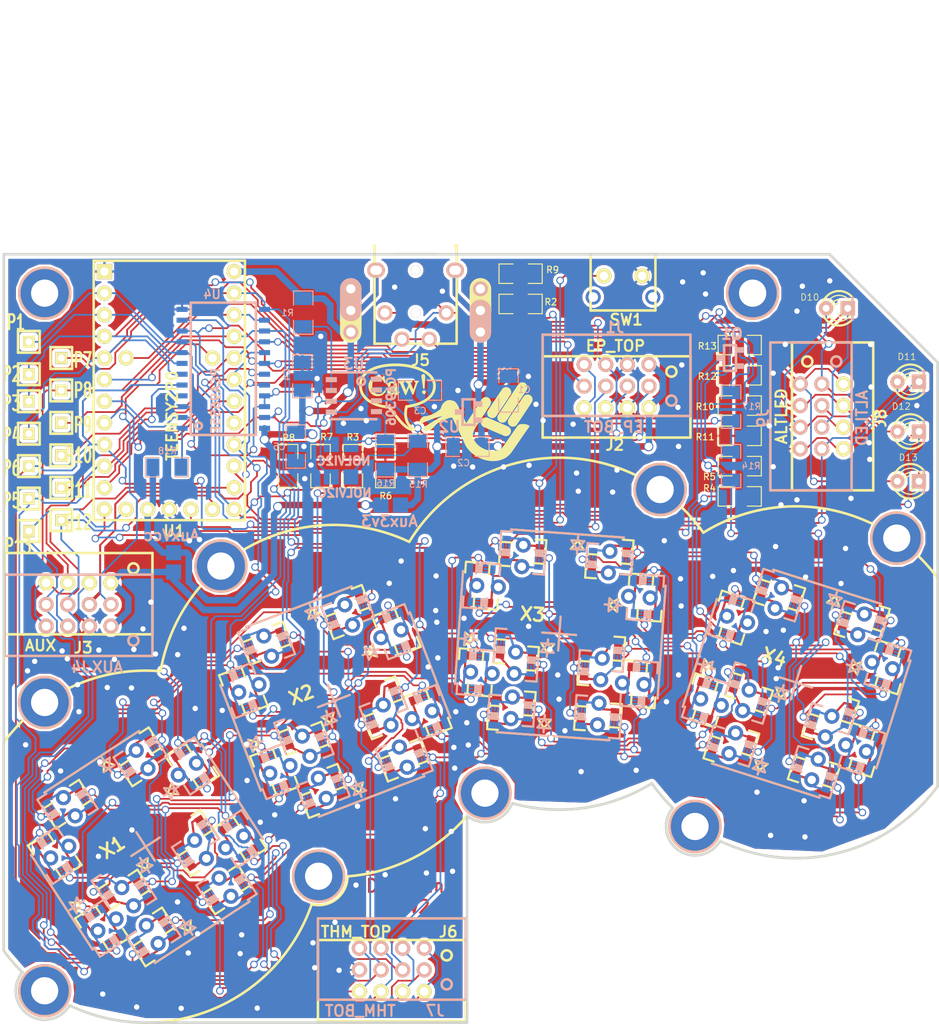
<source format=kicad_pcb>
(kicad_pcb (version 4) (host pcbnew 4.0.2-stable)
  (title_block (date "14 nov 2013"))
  (layers (0 Front signal) (31 Back signal) (34 B.Paste user hide) (35 F.Paste user) (36 B.SilkS user hide) (37 F.SilkS user) (38 B.Mask user hide) (39 F.Mask user) (44 Edge.Cuts user))
  (net 0 "")
  (net 1 +3.3V)
  (net 2 /AREF)
  (net 3 /B4)
  (net 4 /COL0)
  (net 5 /COL1)
  (net 6 /COL2)
  (net 7 /COL3)
  (net 8 /COL4)
  (net 9 /COL5)
  (net 10 /D4)
  (net 11 /D5)
  (net 12 /D7)
  (net 13 /EPINT)
  (net 14 /EPRST)
  (net 15 /EPSPARE)
  (net 16 /EPSW)
  (net 17 /F7)
  (net 18 /LED_0)
  (net 19 /LED_1)
  (net 20 /LED_2)
  (net 21 /LED_D6_3)
  (net 22 /LVSCL)
  (net 23 /LVSDA)
  (net 24 /ROW0)
  (net 25 /ROW1)
  (net 26 /ROW2)
  (net 27 /ROW3)
  (net 28 /ROW4)
  (net 29 /SCL)
  (net 30 /SDA)
  (net 31 /TRST)
  (net 32 GND)
  (net 33 "Net-(D10-Pad1)")
  (net 34 "Net-(D11-Pad2)")
  (net 35 "Net-(D12-Pad1)")
  (net 36 "Net-(D13-Pad1)")
  (net 37 "Net-(R1-Pad1)")
  (net 38 "Net-(R18-Pad2)")
  (net 39 "Net-(R3-Pad1)")
  (net 40 "Net-(R4-Pad1)")
  (net 41 "Net-(X1-Pad10)")
  (net 42 "Net-(X1-Pad2)")
  (net 43 "Net-(X1-Pad4)")
  (net 44 "Net-(X1-Pad6)")
  (net 45 "Net-(X1-Pad8)")
  (net 46 "Net-(X3-Pad10)")
  (net 47 "Net-(X3-Pad2)")
  (net 48 "Net-(X3-Pad4)")
  (net 49 "Net-(X3-Pad6)")
  (net 50 "Net-(X3-Pad8)")
  (net 51 VCC)
  (net 52 VCOM)
  (net 53 "Net-(Q1-Pad1)")
  (module M3_Mounting_Hole (layer Front) (at -88.31326 36.24072)
    (fp_text reference M3_Mounting_Hole hide)
    (fp_text value VAL** hide)
    (pad "" thru_hole circle (at 0 0) (size 5.99948 5.99948) (drill 3.2004) (layers *.Cu))
  )
  (module M3_Mounting_Hole (layer Front) (at -56.10606 22.78126)
    (fp_text reference M3_Mounting_Hole hide)
    (fp_text value VAL** hide)
    (pad "" thru_hole circle (at 0 0) (size 5.99948 5.99948) (drill 3.2004) (layers *.Cu))
  )
  (module M3_Mounting_Hole (layer Front) (at -36.5506 13.02258)
    (fp_text reference M3_Mounting_Hole hide)
    (fp_text value VAL** hide)
    (pad "" thru_hole circle (at 0 0) (size 5.99948 5.99948) (drill 3.2004) (layers *.Cu))
  )
  (module M3_Mounting_Hole (layer Front) (at -11.85926 16.93672)
    (fp_text reference M3_Mounting_Hole hide)
    (fp_text value VAL** hide)
    (pad "" thru_hole circle (at 0 0) (size 5.99948 5.99948) (drill 3.2004) (layers *.Cu))
  )
  (module M3_Mounting_Hole (layer Front) (at -88.31326 2.36728)
    (fp_text reference M3_Mounting_Hole hide)
    (fp_text value VAL** hide)
    (pad "" thru_hole circle (at 0 0) (size 5.99948 5.99948) (drill 3.2004) (layers *.Cu))
  )
  (module M3_Mounting_Hole (layer Front) (at -67.59448 -13.65504)
    (fp_text reference M3_Mounting_Hole hide)
    (fp_text value VAL** hide)
    (pad "" thru_hole circle (at 0 0) (size 5.99948 5.99948) (drill 3.2004) (layers *.Cu))
  )
  (module M3_Mounting_Hole (layer Front) (at -15.95374 -22.65172)
    (fp_text reference M3_Mounting_Hole hide)
    (fp_text value VAL** hide)
    (pad "" thru_hole circle (at 0 0) (size 5.99948 5.99948) (drill 3.2004) (layers *.Cu))
  )
  (module M3_Mounting_Hole (layer Front) (at 11.85926 -16.93672)
    (fp_text reference M3_Mounting_Hole hide)
    (fp_text value VAL** hide)
    (pad "" thru_hole circle (at 0 0) (size 5.99948 5.99948) (drill 3.2004) (layers *.Cu))
  )
  (module TEENSY2p0 (layer Front) (at -81.28 -48.26 270)
    (fp_text reference U1 (at 30.48 -8.2042 360) (layer F.SilkS) (effects (font (size 1.27 1.27) (thickness 0.254))))
    (fp_text value TEENSY2P0 (at 16.9418 -7.9502 270) (layer F.SilkS) (effects (font (size 1.27 1.27) (thickness 0.254))))
    (pad AREF thru_hole circle (at 10.16 -12.7 270) (size 1.778 1.778) (drill 0.9906) (layers *.Cu *.Mask F.SilkS) (net 2 /AREF))
    (pad Vcc thru_hole circle (at 0 -15.24 270) (size 1.778 1.778) (drill 0.9906) (layers *.Cu *.Mask F.SilkS) (net 51 VCC))
    (pad F0 thru_hole circle (at 2.54 -15.24 270) (size 1.778 1.778) (drill 0.9906) (layers *.Cu *.Mask F.SilkS) (net 24 /ROW0))
    (pad B6 thru_hole circle (at 17.78 -15.24 270) (size 1.778 1.778) (drill 0.9906) (layers *.Cu *.Mask F.SilkS) (net 18 /LED_0))
    (pad F7 thru_hole circle (at 15.24 -15.24 270) (size 1.778 1.778) (drill 0.9906) (layers *.Cu *.Mask F.SilkS) (net 17 /F7))
    (pad F6 thru_hole circle (at 12.7 -15.24 270) (size 1.778 1.778) (drill 0.9906) (layers *.Cu *.Mask F.SilkS) (net 28 /ROW4))
    (pad F5 thru_hole circle (at 10.16 -15.24 270) (size 1.778 1.778) (drill 0.9906) (layers *.Cu *.Mask F.SilkS) (net 27 /ROW3))
    (pad F4 thru_hole circle (at 7.62 -15.24 270) (size 1.778 1.778) (drill 0.9906) (layers *.Cu *.Mask F.SilkS) (net 26 /ROW2))
    (pad F1 thru_hole circle (at 5.08 -15.24 270) (size 1.778 1.778) (drill 0.9906) (layers *.Cu *.Mask F.SilkS) (net 25 /ROW1))
    (pad B4 thru_hole circle (at 22.86 -15.24 270) (size 1.778 1.778) (drill 0.9906) (layers *.Cu *.Mask F.SilkS) (net 3 /B4))
    (pad D7 thru_hole circle (at 25.4 -15.24 270) (size 1.778 1.778) (drill 0.9906) (layers *.Cu *.Mask F.SilkS) (net 12 /D7))
    (pad B5 thru_hole circle (at 20.32 -15.24 270) (size 1.778 1.778) (drill 0.9906) (layers *.Cu *.Mask F.SilkS) (net 19 /LED_1))
    (pad RST thru_hole circle (at 27.94 -10.16 270) (size 1.778 1.778) (drill 0.9906) (layers *.Cu *.Mask F.SilkS) (net 31 /TRST))
    (pad D4 thru_hole circle (at 27.94 -12.7 270) (size 1.778 1.778) (drill 0.9906) (layers *.Cu *.Mask F.SilkS) (net 10 /D4))
    (pad D6 thru_hole circle (at 27.94 -15.24 270) (size 1.778 1.778) (drill 0.9906) (layers *.Cu *.Mask F.SilkS) (net 21 /LED_D6_3))
    (pad D2 thru_hole circle (at 20.32 0 270) (size 1.778 1.778) (drill 0.9906) (layers *.Cu *.Mask F.SilkS) (net 8 /COL4))
    (pad GND thru_hole circle (at 27.94 -7.62 270) (size 1.778 1.778) (drill 0.9906) (layers *.Cu *.Mask F.SilkS) (net 32 GND))
    (pad Vcc thru_hole circle (at 27.94 -5.08 270) (size 1.778 1.778) (drill 0.9906) (layers *.Cu *.Mask F.SilkS) (net 51 VCC))
    (pad D5 thru_hole circle (at 27.94 -2.54 270) (size 1.778 1.778) (drill 0.9906) (layers *.Cu *.Mask F.SilkS) (net 11 /D5))
    (pad C7 thru_hole circle (at 27.94 0 270) (size 1.778 1.778) (drill 0.9906) (layers *.Cu *.Mask F.SilkS) (net 15 /EPSPARE))
    (pad C6 thru_hole circle (at 25.4 0 270) (size 1.778 1.778) (drill 0.9906) (layers *.Cu *.Mask F.SilkS) (net 14 /EPRST))
    (pad D3 thru_hole circle (at 22.86 0 270) (size 1.778 1.778) (drill 0.9906) (layers *.Cu *.Mask F.SilkS) (net 9 /COL5))
    (pad B1 thru_hole circle (at 5.08 0 270) (size 1.778 1.778) (drill 0.9906) (layers *.Cu *.Mask F.SilkS) (net 5 /COL1))
    (pad B2 thru_hole circle (at 7.62 0 270) (size 1.778 1.778) (drill 0.9906) (layers *.Cu *.Mask F.SilkS) (net 6 /COL2))
    (pad B3 thru_hole circle (at 10.16 0 270) (size 1.778 1.778) (drill 0.9906) (layers *.Cu *.Mask F.SilkS) (net 7 /COL3))
    (pad E6 thru_hole circle (at 10.16 -2.54 270) (size 1.778 1.778) (drill 0.9906) (layers *.Cu *.Mask F.SilkS) (net 13 /EPINT))
    (pad B7 thru_hole circle (at 12.7 0 270) (size 1.778 1.778) (drill 0.9906) (layers *.Cu *.Mask F.SilkS) (net 20 /LED_2))
    (pad D0 thru_hole circle (at 15.24 0 270) (size 1.778 1.778) (drill 0.9906) (layers *.Cu *.Mask F.SilkS) (net 29 /SCL))
    (pad D1 thru_hole circle (at 17.78 0 270) (size 1.778 1.778) (drill 0.9906) (layers *.Cu *.Mask F.SilkS) (net 30 /SDA))
    (pad B0 thru_hole circle (at 2.54 0 270) (size 1.778 1.778) (drill 0.9906) (layers *.Cu *.Mask F.SilkS) (net 4 /COL0))
    (pad GND thru_hole rect (at 0 0 270) (size 1.778 1.778) (drill 0.9906) (layers *.Cu *.Mask F.SilkS) (net 32 GND))
  )
  (module SOT23 (layer Back) (at -39.624 -31.75 270)
    (fp_text reference U2 (at 1.7272 1.1176 360) (layer B.SilkS) (effects (font (size 1.27 1.27) (thickness 0.254)) (justify mirror)))
    (fp_text value LIN_REG hide)
    (pad 1 smd rect (at -0.94996 -2.30124 270) (size 0.65024 0.94996) (layers Back B.Paste B.SilkS B.Mask) (net 51 VCC))
    (pad 2 smd rect (at 0.94996 -2.30124 270) (size 0.65024 0.94996) (layers Back B.Paste B.SilkS B.Mask) (net 1 +3.3V))
    (pad 3 smd rect (at 0 0 270) (size 0.65024 0.94996) (layers Back B.Paste B.SilkS B.Mask) (net 32 GND))
  )
  (module SOIC24_PCA9655E (layer Back) (at -67.31 -36.83 90)
    (fp_text reference U4 (at 8.7376 -1.3208 180) (layer B.SilkS) (effects (font (size 1.016 1.016) (thickness 0.2032)) (justify mirror)))
    (fp_text value PCA9655E (at -3.7592 -0.889 90) (layer B.SilkS) (effects (font (size 1.016 1.016) (thickness 0.2032)) (justify mirror)))
    (pad 1 smd rect (at -6.985 -4.84886 90) (size 0.59944 1.30048) (layers Back B.Paste B.Mask) (net 38 "Net-(R18-Pad2)"))
    (pad 2 smd rect (at -5.715 -4.84886 90) (size 0.59944 1.30048) (layers Back B.Paste B.Mask) (net 29 /SCL))
    (pad 3 smd rect (at -4.445 -4.84886 90) (size 0.59944 1.30048) (layers Back B.Paste B.Mask) (net 32 GND))
    (pad 4 smd rect (at -3.175 -4.84886 90) (size 0.59944 1.30048) (layers Back B.Paste B.Mask) (net 9 /COL5))
    (pad 5 smd rect (at -1.905 -4.84886 90) (size 0.59944 1.30048) (layers Back B.Paste B.Mask) (net 8 /COL4))
    (pad 6 smd rect (at -0.635 -4.84886 90) (size 0.59944 1.30048) (layers Back B.Paste B.Mask) (net 7 /COL3))
    (pad 7 smd rect (at 0.635 -4.84886 90) (size 0.59944 1.30048) (layers Back B.Paste B.Mask) (net 6 /COL2))
    (pad 8 smd rect (at 1.905 -4.84886 90) (size 0.59944 1.30048) (layers Back B.Paste B.Mask) (net 5 /COL1))
    (pad 9 smd rect (at 3.175 -4.84886 90) (size 0.59944 1.30048) (layers Back B.Paste B.Mask) (net 4 /COL0))
    (pad 10 smd rect (at 4.445 -4.84886 90) (size 0.59944 1.30048) (layers Back B.Paste B.Mask) (net 18 /LED_0))
    (pad 11 smd rect (at 5.715 -4.84886 90) (size 0.59944 1.30048) (layers Back B.Paste B.Mask) (net 19 /LED_1))
    (pad 12 smd rect (at 6.985 -4.84886 90) (size 0.59944 1.30048) (layers Back B.Paste B.Mask) (net 32 GND))
    (pad 24 smd rect (at -6.985 4.84886 90) (size 0.59944 1.30048) (layers Back B.Paste B.Mask) (net 51 VCC))
    (pad 23 smd rect (at -5.715 4.84886 90) (size 0.59944 1.30048) (layers Back B.Paste B.Mask) (net 30 /SDA))
    (pad 22 smd rect (at -4.445 4.84886 90) (size 0.59944 1.30048) (layers Back B.Paste B.Mask) (net 29 /SCL))
    (pad 21 smd rect (at -3.175 4.84886 90) (size 0.59944 1.30048) (layers Back B.Paste B.Mask) (net 29 /SCL))
    (pad 20 smd rect (at -1.905 4.84886 90) (size 0.59944 1.30048) (layers Back B.Paste B.Mask) (net 14 /EPRST))
    (pad 19 smd rect (at -0.635 4.84886 90) (size 0.59944 1.30048) (layers Back B.Paste B.Mask) (net 21 /LED_D6_3))
    (pad 18 smd rect (at 0.635 4.84886 90) (size 0.59944 1.30048) (layers Back B.Paste B.Mask) (net 20 /LED_2))
    (pad 17 smd rect (at 1.905 4.84886 90) (size 0.59944 1.30048) (layers Back B.Paste B.Mask) (net 28 /ROW4))
    (pad 16 smd rect (at 3.175 4.84886 90) (size 0.59944 1.30048) (layers Back B.Paste B.Mask) (net 27 /ROW3))
    (pad 15 smd rect (at 4.445 4.84886 90) (size 0.59944 1.30048) (layers Back B.Paste B.Mask) (net 26 /ROW2))
    (pad 14 smd rect (at 5.715 4.84886 90) (size 0.59944 1.30048) (layers Back B.Paste B.Mask) (net 25 /ROW1))
    (pad 13 smd rect (at 6.985 4.84886 90) (size 0.59944 1.30048) (layers Back B.Paste B.Mask) (net 24 /ROW0))
  )
  (module SO8 (layer Back) (at -54.61 -35.56 270)
    (fp_text reference U3 (at -1.8542 -2.6416 360) (layer B.SilkS) (effects (font (size 1.27 1.27) (thickness 0.254)) (justify mirror)))
    (fp_text value PCA9306 (at 2.032 -7.0358 270) (layer B.SilkS) (effects (font (size 1.016 1.016) (thickness 0.254)) (justify mirror)))
    (pad 1 smd rect (at -0.0508 -5.30098 270) (size 0.59944 1.30048) (layers Back B.Paste B.SilkS B.Mask) (net 32 GND))
    (pad 2 smd rect (at 1.2192 -5.30098 270) (size 0.59944 1.30048) (layers Back B.Paste B.SilkS B.Mask) (net 1 +3.3V))
    (pad 4 smd rect (at 3.7592 -5.30098 270) (size 0.59944 1.30048) (layers Back B.Paste B.SilkS B.Mask) (net 23 /LVSDA))
    (pad 3 smd rect (at 2.4892 -5.30098 270) (size 0.59944 1.30048) (layers Back B.Paste B.SilkS B.Mask) (net 22 /LVSCL))
    (pad 6 smd rect (at 2.54 0 270) (size 0.59944 1.30048) (layers Back B.Paste B.SilkS B.Mask) (net 29 /SCL))
    (pad 5 smd rect (at 3.81 0 270) (size 0.59944 1.30048) (layers Back B.Paste B.SilkS B.Mask) (net 30 /SDA))
    (pad 7 smd rect (at 1.27 0 270) (size 0.59944 1.30048) (layers Back B.Paste B.SilkS B.Mask) (net 37 "Net-(R1-Pad1)"))
    (pad 8 smd rect (at 0 0 270) (size 0.59944 1.30048) (layers Back B.Paste B.SilkS B.Mask) (net 37 "Net-(R1-Pad1)"))
  )
  (module SM1206 (layer Front) (at -6.604 -28.956 180)
    (fp_text reference R11 (at 4.064 -0.127 180) (layer F.SilkS) (effects (font (size 0.762 0.762) (thickness 0.127))))
    (fp_text value 1k hide)
    (pad 1 smd rect (at -1.651 0 180) (size 1.524 2.032) (layers Front F.Paste F.Mask) (net 34 "Net-(D11-Pad2)"))
    (pad 2 smd rect (at 1.651 0 180) (size 1.524 2.032) (layers Front F.Paste F.Mask) (net 32 GND))
  )
  (module SM1206 (layer Back) (at -58.801 -27.70124 270)
    (fp_text reference C5 (at 0.01524 1.9304 360) (layer B.SilkS) (effects (font (size 0.762 0.762) (thickness 0.127)) (justify mirror)))
    (fp_text value 0.1uF hide)
    (pad 1 smd rect (at -1.651 0 270) (size 1.524 2.032) (layers Back B.Paste B.Mask) (net 51 VCC))
    (pad 2 smd rect (at 1.651 0 270) (size 1.524 2.032) (layers Back B.Paste B.Mask) (net 32 GND))
  )
  (module SM1206 (layer Front) (at -6.604 -32.512)
    (fp_text reference R10 (at -4.064 0.127) (layer F.SilkS) (effects (font (size 0.762 0.762) (thickness 0.127))))
    (fp_text value 1k hide)
    (pad 1 smd rect (at -1.651 0) (size 1.524 2.032) (layers Front F.Paste F.Mask) (net 51 VCC))
    (pad 2 smd rect (at 1.651 0) (size 1.524 2.032) (layers Front F.Paste F.Mask) (net 33 "Net-(D10-Pad1)"))
  )
  (module SM1206 (layer Front) (at -6.604 -36.068)
    (fp_text reference R12 (at -3.81 0.127) (layer F.SilkS) (effects (font (size 0.762 0.762) (thickness 0.127))))
    (fp_text value 1k hide)
    (pad 1 smd rect (at -1.651 0) (size 1.524 2.032) (layers Front F.Paste F.Mask) (net 51 VCC))
    (pad 2 smd rect (at 1.651 0) (size 1.524 2.032) (layers Front F.Paste F.Mask) (net 35 "Net-(D12-Pad1)"))
  )
  (module SM1206 (layer Front) (at -6.604 -39.624)
    (fp_text reference R13 (at -3.81 0.127) (layer F.SilkS) (effects (font (size 0.762 0.762) (thickness 0.127))))
    (fp_text value 1k hide)
    (pad 1 smd rect (at -1.651 0) (size 1.524 2.032) (layers Front F.Paste F.Mask) (net 51 VCC))
    (pad 2 smd rect (at 1.651 0) (size 1.524 2.032) (layers Front F.Paste F.Mask) (net 36 "Net-(D13-Pad1)"))
  )
  (module SM1206 (layer Back) (at -33.782 -34.29 90)
    (fp_text reference C1 (at 0.1016 1.8542 180) (layer B.SilkS) (effects (font (size 0.762 0.762) (thickness 0.127)) (justify mirror)))
    (fp_text value 4.7 hide)
    (pad 1 smd rect (at -1.651 0 90) (size 1.524 2.032) (layers Back B.Paste B.Mask) (net 51 VCC))
    (pad 2 smd rect (at 1.651 0 90) (size 1.524 2.032) (layers Back B.Paste B.Mask) (net 32 GND))
  )
  (module SM1206 (layer Back) (at -38.608 -27.686 180)
    (fp_text reference C2 (at 0.4572 -1.905 180) (layer B.SilkS) (effects (font (size 0.762 0.762) (thickness 0.127)) (justify mirror)))
    (fp_text value 4.7uF hide)
    (pad 1 smd rect (at -1.651 0 180) (size 1.524 2.032) (layers Back B.Paste B.Mask) (net 1 +3.3V))
    (pad 2 smd rect (at 1.651 0 180) (size 1.524 2.032) (layers Back B.Paste B.Mask) (net 32 GND))
  )
  (module SM1206 (layer Back) (at -7.62 -25.4 270)
    (fp_text reference R14 (at -0.0254 -2.3622 360) (layer B.SilkS) (effects (font (size 0.762 0.762) (thickness 0.127)) (justify mirror)))
    (fp_text value 5k hide)
    (pad 1 smd rect (at -1.651 0 270) (size 1.524 2.032) (layers Back B.Paste B.Mask) (net 16 /EPSW))
    (pad 2 smd rect (at 1.651 0 270) (size 1.524 2.032) (layers Back B.Paste B.Mask) (net 27 /ROW3))
  )
  (module SM1206 (layer Back) (at -44.196 -34.29 180)
    (fp_text reference C3 (at -0.0254 -2.3876 180) (layer B.SilkS) (effects (font (size 0.762 0.762) (thickness 0.127)) (justify mirror)))
    (fp_text value 0.1uF hide)
    (pad 1 smd rect (at -1.651 0 180) (size 1.524 2.032) (layers Back B.Paste B.Mask) (net 32 GND))
    (pad 2 smd rect (at 1.651 0 180) (size 1.524 2.032) (layers Back B.Paste B.Mask) (net 1 +3.3V))
  )
  (module SM1206 (layer Back) (at -58.0136 -35.9664 90)
    (fp_text reference C4 (at 0.1778 -1.8288 90) (layer B.SilkS) (effects (font (size 0.762 0.762) (thickness 0.127)) (justify mirror)))
    (fp_text value 0.1uF hide)
    (pad 1 smd rect (at -1.651 0 90) (size 1.524 2.032) (layers Back B.Paste B.Mask) (net 51 VCC))
    (pad 2 smd rect (at 1.651 0 90) (size 1.524 2.032) (layers Back B.Paste B.Mask) (net 32 GND))
  )
  (module SM1206 (layer Front) (at -32.3596 -48.006 180)
    (fp_text reference R9 (at -3.7592 0.4572 180) (layer F.SilkS) (effects (font (size 0.762 0.762) (thickness 0.127))))
    (fp_text value 2.2k hide)
    (pad 1 smd rect (at -1.651 0 180) (size 1.524 2.032) (layers Front F.Paste F.Mask) (net 51 VCC))
    (pad 2 smd rect (at 1.651 0 180) (size 1.524 2.032) (layers Front F.Paste F.Mask) (net 30 /SDA))
  )
  (module SJ-43514 (layer Front) (at -44.704 -51.308 270)
    (fp_text reference J5 (at 13.462 -0.5842 360) (layer F.SilkS) (effects (font (size 1.27 1.27) (thickness 0.254))))
    (fp_text value SJ-43514 hide)
    (fp_line (start 1.016 -2.286) (end 1.016 2.286) (layer Edge.Cuts) (width 0.3048))
    (fp_line (start 7.62 -7.62) (end 7.62 -6.604) (layer Back) (width 0.635))
    (fp_line (start 7.62 -6.604) (end 5.6896 -4.6736) (layer Back) (width 0.635))
    (fp_line (start 5.6896 -4.6736) (end 2.8956 -4.6736) (layer Front) (width 0.635))
    (fp_line (start 7.62 -7.62) (end 7.62 -6.604) (layer Front) (width 0.635))
    (fp_line (start 7.62 -6.604) (end 5.6896 -4.6736) (layer Front) (width 0.635))
    (fp_line (start 5.6896 -4.6736) (end 2.8956 -4.6736) (layer Back) (width 0.635))
    (fp_line (start 2.8956 4.6736) (end 5.715 4.6736) (layer Back) (width 0.635))
    (fp_line (start 5.715 4.6736) (end 7.62 6.604) (layer Back) (width 0.635))
    (fp_line (start 7.62 6.604) (end 7.62 7.62) (layer Back) (width 0.635))
    (fp_line (start 7.62 7.62) (end 7.62 6.604) (layer Front) (width 0.635))
    (fp_line (start 7.62 6.604) (end 5.715 4.6736) (layer Front) (width 0.635))
    (fp_line (start 5.715 4.6736) (end 2.8956 4.6736) (layer Front) (width 0.635))
    (pad "" thru_hole circle (at 7.62 7.62 270) (size 1.778 1.778) (drill 1.0922) (layers *.Cu *.SilkS *.Mask))
    (pad 4 thru_hole circle (at 10.16 7.62 270) (size 1.778 1.778) (drill 1.0922) (layers *.Cu *.SilkS *.Mask) (net 51 VCC))
    (pad 4 thru_hole circle (at 10.16 -7.62 270) (size 1.778 1.778) (drill 1.0922) (layers *.Cu *.SilkS *.Mask) (net 51 VCC))
    (pad "" thru_hole circle (at 7.62 -7.62 270) (size 1.778 1.778) (drill 1.0922) (layers *.Cu *.SilkS *.Mask))
    (pad 1 thru_hole circle (at 5.08 -7.62 270) (size 1.778 1.778) (drill 1.0922) (layers *.Cu *.SilkS *.Mask) (net 32 GND))
    (pad "" thru_hole circle (at 2.8956 4.8006 270) (size 1.778 1.778) (drill 1.0922) (layers *.Cu *.SilkS *.Mask))
    (pad "" thru_hole circle (at 2.8956 -4.4958 270) (size 1.778 1.778) (drill 1.0922) (layers *.Cu *.SilkS *.Mask))
    (pad 3 thru_hole circle (at 10.9982 1.6002 270) (size 1.778 1.778) (drill 1.0922) (layers *.Cu *.SilkS *.Mask) (net 29 /SCL))
    (pad 3 thru_hole circle (at 10.9982 -1.6002 270) (size 1.778 1.778) (drill 1.0922) (layers *.Cu *.SilkS *.Mask) (net 29 /SCL))
    (pad 2 thru_hole circle (at 7.8994 -3.6068 270) (size 1.778 1.778) (drill 1.0922) (layers *.Cu *.SilkS *.Mask) (net 30 /SDA))
    (pad 2 thru_hole circle (at 7.8994 3.6068 270) (size 1.778 1.778) (drill 1.0922) (layers *.Cu *.SilkS *.Mask) (net 30 /SDA))
    (pad "" thru_hole circle (at 2.8956 4.4958 270) (size 1.778 1.778) (drill 1.0922) (layers *.Cu *.SilkS *.Mask))
    (pad "" thru_hole circle (at 2.8956 0 270) (size 1.0922 1.0922) (drill 1.0922) (layers *.Cu))
    (pad "" thru_hole circle (at 7.8994 0 270) (size 1.0922 1.0922) (drill 1.0922) (layers *.Cu))
    (pad "" thru_hole circle (at 2.8956 -4.8006 270) (size 1.778 1.778) (drill 1.0922) (layers *.Cu *.SilkS *.Mask))
    (pad 1 thru_hole circle (at 5.08 7.62 270) (size 1.778 1.778) (drill 1.0922) (layers *.Cu *.SilkS *.Mask) (net 32 GND))
  )
  (module SIL-1 (layer Front) (at -90.17 -40.005)
    (fp_text reference P1 (at -1.524 -2.286) (layer F.SilkS) (effects (font (size 1.72974 1.08712) (thickness 0.27178))))
    (fp_text value TST hide)
    (pad 1 thru_hole rect (at 0 0) (size 1.397 1.397) (drill 0.8128) (layers *.Cu *.Mask F.SilkS) (net 4 /COL0))
  )
  (module SOT23 (layer Back) (at -8.89 -38.1 270)
    (fp_text reference Q1 (at -2.8194 -1.3716 360) (layer B.SilkS) (effects (font (size 1.27 1.27) (thickness 0.254)) (justify mirror)))
    (fp_text value PNP_KSA1298 hide)
    (pad 1 smd rect (at -0.94996 -2.30124 270) (size 0.65024 0.94996) (layers Back B.Paste B.SilkS B.Mask) (net 53 "Net-(Q1-Pad1)"))
    (pad 2 smd rect (at 0.94996 -2.30124 270) (size 0.65024 0.94996) (layers Back B.Paste B.SilkS B.Mask) (net 27 /ROW3))
    (pad 3 smd rect (at 0 0 270) (size 0.65024 0.94996) (layers Back B.Paste B.SilkS B.Mask) (net 8 /COL4))
  )
  (module SOLDER_BR (layer Back) (at -46.482 -20.828 180)
    (fp_text reference B2 hide)
    (fp_text value Aux3v3 (at 1.2954 -1.905 180) (layer B.SilkS) (effects (font (size 1.27 1.27) (thickness 0.254)) (justify mirror)))
    (pad 2 smd rect (at 2.286 0 180) (size 1.778 1.778) (layers Back B.Paste B.Mask) (net 52 VCOM))
    (pad 1 smd rect (at 0 0 180) (size 1.778 1.778) (layers Back B.Paste B.Mask) (net 1 +3.3V))
  )
  (module SOLDER_BR (layer Back) (at -54.61 -27.94)
    (fp_text reference B3 hide)
    (fp_text value NOLVI2C (at 1.4478 1.9304) (layer B.SilkS) (effects (font (size 1.016 1.016) (thickness 0.254)) (justify mirror)))
    (pad 2 smd rect (at 2.286 0) (size 1.778 1.778) (layers Back B.Paste B.Mask) (net 23 /LVSDA))
    (pad 1 smd rect (at 0 0) (size 1.778 1.778) (layers Back B.Paste B.Mask) (net 30 /SDA))
  )
  (module SOLDER_BR (layer Back) (at -54.61 -24.13)
    (fp_text reference B4 hide)
    (fp_text value NOLVI2C (at 1.5748 1.8796) (layer B.SilkS) (effects (font (size 1.016 1.016) (thickness 0.254)) (justify mirror)))
    (pad 2 smd rect (at 2.286 0) (size 1.778 1.778) (layers Back B.Paste B.Mask) (net 22 /LVSCL))
    (pad 1 smd rect (at 0 0) (size 1.778 1.778) (layers Back B.Paste B.Mask) (net 29 /SCL))
  )
  (module SOLDER_BR (layer Back) (at -73.152 -15.24 270)
    (fp_text reference B1 hide)
    (fp_text value AuxVcc (at -2.032 0.254 360) (layer B.SilkS) (effects (font (size 1.27 1.27) (thickness 0.254)) (justify mirror)))
    (pad 2 smd rect (at 2.286 0 270) (size 1.778 1.778) (layers Back B.Paste B.Mask) (net 52 VCOM))
    (pad 1 smd rect (at 0 0 270) (size 1.778 1.778) (layers Back B.Paste B.Mask) (net 51 VCC))
  )
  (module SM1206 (layer Back) (at -73.9394 -25.273)
    (fp_text reference R18 (at 0.0508 -1.905) (layer B.SilkS) (effects (font (size 0.762 0.762) (thickness 0.127)) (justify mirror)))
    (fp_text value 10k hide)
    (pad 1 smd rect (at -1.651 0) (size 1.524 2.032) (layers Back B.Paste B.Mask) (net 51 VCC))
    (pad 2 smd rect (at 1.651 0) (size 1.524 2.032) (layers Back B.Paste B.Mask) (net 38 "Net-(R18-Pad2)"))
  )
  (module SM1206 (layer Back) (at -7.62 -32.385 90)
    (fp_text reference R17 (at 0.0254 2.413 180) (layer B.SilkS) (effects (font (size 0.762 0.762) (thickness 0.127)) (justify mirror)))
    (fp_text value 5k hide)
    (pad 1 smd rect (at -1.651 0 90) (size 1.524 2.032) (layers Back B.Paste B.Mask) (net 16 /EPSW))
    (pad 2 smd rect (at 1.651 0 90) (size 1.524 2.032) (layers Back B.Paste B.Mask) (net 53 "Net-(Q1-Pad1)"))
  )
  (module SM1206 (layer Back) (at -48.26 -26.67 90)
    (fp_text reference R16 (at -3.2766 0.0508 180) (layer B.SilkS) (effects (font (size 0.762 0.762) (thickness 0.127)) (justify mirror)))
    (fp_text value 2.2k hide)
    (pad 1 smd rect (at -1.651 0 90) (size 1.524 2.032) (layers Back B.Paste B.Mask) (net 1 +3.3V))
    (pad 2 smd rect (at 1.651 0 90) (size 1.524 2.032) (layers Back B.Paste B.Mask) (net 23 /LVSDA))
  )
  (module SM1206 (layer Back) (at -44.45 -26.67 90)
    (fp_text reference R15 (at -3.4036 0.0762 180) (layer B.SilkS) (effects (font (size 0.762 0.762) (thickness 0.127)) (justify mirror)))
    (fp_text value 2.2k hide)
    (pad 1 smd rect (at -1.651 0 90) (size 1.524 2.032) (layers Back B.Paste B.Mask) (net 1 +3.3V))
    (pad 2 smd rect (at 1.651 0 90) (size 1.524 2.032) (layers Back B.Paste B.Mask) (net 22 /LVSCL))
  )
  (module SIL-1 (layer Front) (at -86.36 -22.86)
    (fp_text reference P11 (at 2.032 0.254) (layer F.SilkS) (effects (font (size 1.72974 1.08712) (thickness 0.27178))))
    (fp_text value TST hide)
    (pad 1 thru_hole rect (at 0 0) (size 1.397 1.397) (drill 0.8128) (layers *.Cu *.Mask F.SilkS) (net 28 /ROW4))
  )
  (module SIL-1 (layer Front) (at -86.36 -38.1)
    (fp_text reference P7 (at 2.54 0.254) (layer F.SilkS) (effects (font (size 1.72974 1.08712) (thickness 0.27178))))
    (fp_text value TST hide)
    (pad 1 thru_hole rect (at 0 0) (size 1.397 1.397) (drill 0.8128) (layers *.Cu *.Mask F.SilkS) (net 24 /ROW0))
  )
  (module SIL-1 (layer Front) (at -86.36 -19.05)
    (fp_text reference P12 (at 2.032 0.254) (layer F.SilkS) (effects (font (size 1.72974 1.08712) (thickness 0.27178))))
    (fp_text value TST hide)
    (pad 1 thru_hole rect (at 0 0) (size 1.397 1.397) (drill 0.8128) (layers *.Cu *.Mask F.SilkS) (net 10 /D4))
  )
  (module SIL-1 (layer Front) (at -90.17 -17.78)
    (fp_text reference P13 (at -1.27 1.778) (layer F.SilkS) (effects (font (size 1.72974 1.08712) (thickness 0.27178))))
    (fp_text value TST hide)
    (pad 1 thru_hole rect (at 0 0) (size 1.397 1.397) (drill 0.8128) (layers *.Cu *.Mask F.SilkS) (net 11 /D5))
  )
  (module SIL-1 (layer Front) (at -86.36 -26.67)
    (fp_text reference P10 (at 2.032 0) (layer F.SilkS) (effects (font (size 1.72974 1.08712) (thickness 0.27178))))
    (fp_text value TST hide)
    (pad 1 thru_hole rect (at 0 0) (size 1.397 1.397) (drill 0.8128) (layers *.Cu *.Mask F.SilkS) (net 27 /ROW3))
  )
  (module SIL-1 (layer Front) (at -86.36 -30.48)
    (fp_text reference P9 (at 2.54 0.254) (layer F.SilkS) (effects (font (size 1.72974 1.08712) (thickness 0.27178))))
    (fp_text value TST hide)
    (pad 1 thru_hole rect (at 0 0) (size 1.397 1.397) (drill 0.8128) (layers *.Cu *.Mask F.SilkS) (net 26 /ROW2))
  )
  (module SIL-1 (layer Front) (at -86.36 -34.29)
    (fp_text reference P8 (at 2.54 0) (layer F.SilkS) (effects (font (size 1.72974 1.08712) (thickness 0.27178))))
    (fp_text value TST hide)
    (pad 1 thru_hole rect (at 0 0) (size 1.397 1.397) (drill 0.8128) (layers *.Cu *.Mask F.SilkS) (net 25 /ROW1))
  )
  (module SIL-1 (layer Front) (at -90.17 -25.4)
    (fp_text reference P6 (at -2.032 0.254) (layer F.SilkS) (effects (font (size 1.72974 1.08712) (thickness 0.27178))))
    (fp_text value TST hide)
    (pad 1 thru_hole rect (at 0 0) (size 1.397 1.397) (drill 0.8128) (layers *.Cu *.Mask F.SilkS) (net 8 /COL4))
  )
  (module SIL-1 (layer Front) (at -90.17 -21.59)
    (fp_text reference P5 (at -2.032 0.254) (layer F.SilkS) (effects (font (size 1.72974 1.08712) (thickness 0.27178))))
    (fp_text value TST hide)
    (pad 1 thru_hole rect (at 0 0) (size 1.397 1.397) (drill 0.8128) (layers *.Cu *.Mask F.SilkS) (net 9 /COL5))
  )
  (module SIL-1 (layer Front) (at -90.17 -29.21)
    (fp_text reference P4 (at -2.032 0.254) (layer F.SilkS) (effects (font (size 1.72974 1.08712) (thickness 0.27178))))
    (fp_text value TST hide)
    (pad 1 thru_hole rect (at 0 0) (size 1.397 1.397) (drill 0.8128) (layers *.Cu *.Mask F.SilkS) (net 7 /COL3))
  )
  (module SIL-1 (layer Front) (at -90.17 -33.02)
    (fp_text reference P3 (at -2.032 0.254) (layer F.SilkS) (effects (font (size 1.72974 1.08712) (thickness 0.27178))))
    (fp_text value TST hide)
    (pad 1 thru_hole rect (at 0 0) (size 1.397 1.397) (drill 0.8128) (layers *.Cu *.Mask F.SilkS) (net 6 /COL2))
  )
  (module SIL-1 (layer Front) (at -90.17 -36.195)
    (fp_text reference P2 (at -2.032 0) (layer F.SilkS) (effects (font (size 1.72974 1.08712) (thickness 0.27178))))
    (fp_text value TST hide)
    (pad 1 thru_hole rect (at 0 0) (size 1.397 1.397) (drill 0.8128) (layers *.Cu *.Mask F.SilkS) (net 5 /COL1))
  )
  (module SM1206 (layer Back) (at -57.912 -43.434 90)
    (fp_text reference R1 (at -0.0254 -1.8542 180) (layer B.SilkS) (effects (font (size 0.762 0.762) (thickness 0.127)) (justify mirror)))
    (fp_text value 200k hide)
    (pad 1 smd rect (at -1.651 0 90) (size 1.524 2.032) (layers Back B.Paste B.Mask) (net 37 "Net-(R1-Pad1)"))
    (pad 2 smd rect (at 1.651 0 90) (size 1.524 2.032) (layers Back B.Paste B.Mask) (net 51 VCC))
  )
  (module SM1206 (layer Front) (at -32.3596 -44.45)
    (fp_text reference R2 (at 3.556 -0.2286) (layer F.SilkS) (effects (font (size 0.762 0.762) (thickness 0.127))))
    (fp_text value 2.2k hide)
    (pad 1 smd rect (at -1.651 0) (size 1.524 2.032) (layers Front F.Paste F.Mask) (net 51 VCC))
    (pad 2 smd rect (at 1.651 0) (size 1.524 2.032) (layers Front F.Paste F.Mask) (net 29 /SCL))
  )
  (module SM1206 (layer Front) (at -52.07 -25.4 90)
    (fp_text reference R3 (at 3.4036 0 180) (layer F.SilkS) (effects (font (size 0.762 0.762) (thickness 0.127))))
    (fp_text value 470 hide)
    (pad 1 smd rect (at -1.651 0 90) (size 1.524 2.032) (layers Front F.Paste F.Mask) (net 39 "Net-(R3-Pad1)"))
    (pad 2 smd rect (at 1.651 0 90) (size 1.524 2.032) (layers Front F.Paste F.Mask) (net 32 GND))
  )
  (module SM1206 (layer Front) (at -6.604 -21.844)
    (fp_text reference R4 (at -3.556 -0.9652) (layer F.SilkS) (effects (font (size 0.762 0.762) (thickness 0.127))))
    (fp_text value 470 hide)
    (pad 1 smd rect (at -1.651 0) (size 1.524 2.032) (layers Front F.Paste F.Mask) (net 40 "Net-(R4-Pad1)"))
    (pad 2 smd rect (at 1.651 0) (size 1.524 2.032) (layers Front F.Paste F.Mask) (net 32 GND))
  )
  (module SM1206 (layer Front) (at -6.604 -25.4)
    (fp_text reference R5 (at -3.556 1.2446) (layer F.SilkS) (effects (font (size 0.762 0.762) (thickness 0.127))))
    (fp_text value 2.49k hide)
    (pad 1 smd rect (at -1.651 0) (size 1.524 2.032) (layers Front F.Paste F.Mask) (net 7 /COL3))
    (pad 2 smd rect (at 1.651 0) (size 1.524 2.032) (layers Front F.Paste F.Mask) (net 32 GND))
  )
  (module SM1206 (layer Front) (at -48.26 -25.4 90)
    (fp_text reference R6 (at -3.5052 0.0508 180) (layer F.SilkS) (effects (font (size 0.762 0.762) (thickness 0.127))))
    (fp_text value 2.49k hide)
    (pad 1 smd rect (at -1.651 0 90) (size 1.524 2.032) (layers Front F.Paste F.Mask) (net 6 /COL2))
    (pad 2 smd rect (at 1.651 0 90) (size 1.524 2.032) (layers Front F.Paste F.Mask) (net 32 GND))
  )
  (module SM1206 (layer Front) (at -55.88 -25.4 90)
    (fp_text reference R7 (at 3.429 0.7112 180) (layer F.SilkS) (effects (font (size 0.762 0.762) (thickness 0.127))))
    (fp_text value 2.49k hide)
    (pad 1 smd rect (at -1.651 0 90) (size 1.524 2.032) (layers Front F.Paste F.Mask) (net 5 /COL1))
    (pad 2 smd rect (at 1.651 0 90) (size 1.524 2.032) (layers Front F.Paste F.Mask) (net 32 GND))
  )
  (module SM1206 (layer Front) (at -59.69 -25.4 90)
    (fp_text reference R8 (at 3.3274 0.0762 180) (layer F.SilkS) (effects (font (size 0.762 0.762) (thickness 0.127))))
    (fp_text value 2.49k hide)
    (pad 1 smd rect (at -1.651 0 90) (size 1.524 2.032) (layers Front F.Paste F.Mask) (net 4 /COL0))
    (pad 2 smd rect (at 1.651 0 90) (size 1.524 2.032) (layers Front F.Paste F.Mask) (net 32 GND))
  )
  (module M3_Mounting_Hole (layer Front) (at -5.08 -45.72)
    (fp_text reference M3_Mounting_Hole hide)
    (fp_text value VAL** hide)
    (pad "" thru_hole circle (at 0 0) (size 5.99948 5.99948) (drill 3.2004) (layers *.Cu))
  )
  (module M3_Mounting_Hole (layer Front) (at -88.31326 -45.72)
    (fp_text reference M3_Mounting_Hole hide)
    (fp_text value VAL** hide)
    (pad "" thru_hole circle (at 0 0) (size 5.99948 5.99948) (drill 3.2004) (layers *.Cu))
  )
  (module LED-3MM-DH (layer Front) (at 4.826 -43.942)
    (fp_text reference D10 (at -3.2004 -1.2954) (layer F.SilkS) (effects (font (size 0.762 0.762) (thickness 0.0889))))
    (fp_text value LED hide)
    (pad 1 thru_hole circle (at -1.27 0) (size 1.6764 1.6764) (drill 0.8128) (layers *.Cu *.SilkS *.Mask) (net 33 "Net-(D10-Pad1)"))
    (pad 2 thru_hole rect (at 1.27 0) (size 1.6764 1.6764) (drill 0.8128) (layers *.Cu *.SilkS *.Mask) (net 20 /LED_2))
  )
  (module LED-3MM-DH (layer Front) (at 13.208 -35.306)
    (fp_text reference D11 (at -0.1524 -2.9464) (layer F.SilkS) (effects (font (size 0.762 0.762) (thickness 0.0889))))
    (fp_text value LED hide)
    (pad 1 thru_hole circle (at -1.27 0) (size 1.6764 1.6764) (drill 0.8128) (layers *.Cu *.SilkS *.Mask) (net 21 /LED_D6_3))
    (pad 2 thru_hole rect (at 1.27 0) (size 1.6764 1.6764) (drill 0.8128) (layers *.Cu *.SilkS *.Mask) (net 34 "Net-(D11-Pad2)"))
  )
  (module LED-3MM-DH (layer Front) (at 13.208 -29.464)
    (fp_text reference D12 (at -0.8128 -2.9464) (layer F.SilkS) (effects (font (size 0.762 0.762) (thickness 0.0889))))
    (fp_text value LED hide)
    (pad 1 thru_hole circle (at -1.27 0) (size 1.6764 1.6764) (drill 0.8128) (layers *.Cu *.SilkS *.Mask) (net 35 "Net-(D12-Pad1)"))
    (pad 2 thru_hole rect (at 1.27 0) (size 1.6764 1.6764) (drill 0.8128) (layers *.Cu *.SilkS *.Mask) (net 19 /LED_1))
  )
  (module LED-3MM-DH (layer Front) (at 13.208 -23.622)
    (fp_text reference D13 (at 0 -2.794) (layer F.SilkS) (effects (font (size 0.762 0.762) (thickness 0.0889))))
    (fp_text value LED hide)
    (pad 1 thru_hole circle (at -1.27 0) (size 1.6764 1.6764) (drill 0.8128) (layers *.Cu *.SilkS *.Mask) (net 36 "Net-(D13-Pad1)"))
    (pad 2 thru_hole rect (at 1.27 0) (size 1.6764 1.6764) (drill 0.8128) (layers *.Cu *.SilkS *.Mask) (net 18 /LED_0))
  )
  (module DHLOGO (layer Front) (at -41.148 -31.7246)
    (fp_text reference G*** hide)
    (fp_text value DHLOGO hide)
  )
  (module pth_8_hdr (layer Back) (at 1.778 -31.242 270)
    (fp_text reference J9 (at 0.2032 5.6388 270) (layer B.SilkS) (effects (font (size 1.27 1.27) (thickness 0.254)) (justify mirror)))
    (fp_text value ALTLED (at 0.2032 -5.9944 270) (layer B.SilkS) (effects (font (size 1.27 1.27) (thickness 0.254)) (justify mirror)))
    (pad 2 thru_hole circle (at -3.81 1.27 270) (size 1.778 1.778) (drill 1.0414) (layers *.Cu *.Mask B.SilkS) (net 36 "Net-(D13-Pad1)"))
    (pad 4 thru_hole circle (at -1.27 1.27 270) (size 1.778 1.778) (drill 1.0414) (layers *.Cu *.Mask B.SilkS) (net 35 "Net-(D12-Pad1)"))
    (pad 8 thru_hole circle (at 3.81 1.27 270) (size 1.778 1.778) (drill 1.0414) (layers *.Cu *.Mask B.SilkS) (net 34 "Net-(D11-Pad2)"))
    (pad 6 thru_hole circle (at 1.27 1.27 270) (size 1.778 1.778) (drill 1.0414) (layers *.Cu *.Mask B.SilkS) (net 33 "Net-(D10-Pad1)"))
    (pad 5 thru_hole circle (at 1.27 -1.27 270) (size 1.778 1.778) (drill 1.0414) (layers *.Cu *.Mask B.SilkS) (net 20 /LED_2))
    (pad 7 thru_hole circle (at 3.81 -1.27 270) (size 1.778 1.778) (drill 1.0414) (layers *.Cu *.Mask B.SilkS) (net 21 /LED_D6_3))
    (pad 3 thru_hole circle (at -1.27 -1.27 270) (size 1.778 1.778) (drill 1.0414) (layers *.Cu *.Mask B.SilkS) (net 19 /LED_1))
    (pad 1 thru_hole circle (at -3.81 -1.27 270) (size 1.778 1.778) (drill 1.0414) (layers *.Cu *.Mask B.SilkS) (net 18 /LED_0))
  )
  (module pth_8_hdr (layer Front) (at 4.318 -31.242 270)
    (fp_text reference J8 (at 0.2032 -5.6388 270) (layer F.SilkS) (effects (font (size 1.27 1.27) (thickness 0.254))))
    (fp_text value ALTLED (at -0.0254 6.0198 270) (layer F.SilkS) (effects (font (size 1.27 1.27) (thickness 0.254))))
    (pad 2 thru_hole circle (at -3.81 -1.27 270) (size 1.778 1.778) (drill 1.0414) (layers *.Cu *.Mask F.SilkS) (net 36 "Net-(D13-Pad1)"))
    (pad 4 thru_hole circle (at -1.27 -1.27 270) (size 1.778 1.778) (drill 1.0414) (layers *.Cu *.Mask F.SilkS) (net 35 "Net-(D12-Pad1)"))
    (pad 8 thru_hole circle (at 3.81 -1.27 270) (size 1.778 1.778) (drill 1.0414) (layers *.Cu *.Mask F.SilkS) (net 34 "Net-(D11-Pad2)"))
    (pad 6 thru_hole circle (at 1.27 -1.27 270) (size 1.778 1.778) (drill 1.0414) (layers *.Cu *.Mask F.SilkS) (net 33 "Net-(D10-Pad1)"))
    (pad 5 thru_hole circle (at 1.27 1.27 270) (size 1.778 1.778) (drill 1.0414) (layers *.Cu *.Mask F.SilkS) (net 20 /LED_2))
    (pad 7 thru_hole circle (at 3.81 1.27 270) (size 1.778 1.778) (drill 1.0414) (layers *.Cu *.Mask F.SilkS) (net 21 /LED_D6_3))
    (pad 3 thru_hole circle (at -1.27 1.27 270) (size 1.778 1.778) (drill 1.0414) (layers *.Cu *.Mask F.SilkS) (net 19 /LED_1))
    (pad 1 thru_hole circle (at -3.81 1.27 270) (size 1.778 1.778) (drill 1.0414) (layers *.Cu *.Mask F.SilkS) (net 18 /LED_0))
  )
  (module pth_8_hdr (layer Back) (at -47.498 32.512 180)
    (fp_text reference J7 (at -5.08 -6.0706 180) (layer B.SilkS) (effects (font (size 1.27 1.27) (thickness 0.254)) (justify mirror)))
    (fp_text value THM_BOT (at 3.7084 -6.096 180) (layer B.SilkS) (effects (font (size 1.27 1.27) (thickness 0.254)) (justify mirror)))
    (pad 2 thru_hole circle (at -3.81 1.27 180) (size 1.778 1.778) (drill 1.0414) (layers *.Cu *.Mask B.SilkS) (net 9 /COL5))
    (pad 4 thru_hole circle (at -1.27 1.27 180) (size 1.778 1.778) (drill 1.0414) (layers *.Cu *.Mask B.SilkS) (net 8 /COL4))
    (pad 8 thru_hole circle (at 3.81 1.27 180) (size 1.778 1.778) (drill 1.0414) (layers *.Cu *.Mask B.SilkS) (net 11 /D5))
    (pad 6 thru_hole circle (at 1.27 1.27 180) (size 1.778 1.778) (drill 1.0414) (layers *.Cu *.Mask B.SilkS) (net 10 /D4))
    (pad 5 thru_hole circle (at 1.27 -1.27 180) (size 1.778 1.778) (drill 1.0414) (layers *.Cu *.Mask B.SilkS) (net 26 /ROW2))
    (pad 7 thru_hole circle (at 3.81 -1.27 180) (size 1.778 1.778) (drill 1.0414) (layers *.Cu *.Mask B.SilkS) (net 32 GND))
    (pad 3 thru_hole circle (at -1.27 -1.27 180) (size 1.778 1.778) (drill 1.0414) (layers *.Cu *.Mask B.SilkS) (net 25 /ROW1))
    (pad 1 thru_hole circle (at -3.81 -1.27 180) (size 1.778 1.778) (drill 1.0414) (layers *.Cu *.Mask B.SilkS) (net 24 /ROW0))
  )
  (module pth_8_hdr (layer Front) (at -47.498 35.052 180)
    (fp_text reference J6 (at -6.6294 5.7404 180) (layer F.SilkS) (effects (font (size 1.27 1.27) (thickness 0.254))))
    (fp_text value THM_TOP (at 4.191 5.7404 180) (layer F.SilkS) (effects (font (size 1.27 1.27) (thickness 0.254))))
    (pad 2 thru_hole circle (at -3.81 -1.27 180) (size 1.778 1.778) (drill 1.0414) (layers *.Cu *.Mask F.SilkS) (net 9 /COL5))
    (pad 4 thru_hole circle (at -1.27 -1.27 180) (size 1.778 1.778) (drill 1.0414) (layers *.Cu *.Mask F.SilkS) (net 8 /COL4))
    (pad 8 thru_hole circle (at 3.81 -1.27 180) (size 1.778 1.778) (drill 1.0414) (layers *.Cu *.Mask F.SilkS) (net 11 /D5))
    (pad 6 thru_hole circle (at 1.27 -1.27 180) (size 1.778 1.778) (drill 1.0414) (layers *.Cu *.Mask F.SilkS) (net 10 /D4))
    (pad 5 thru_hole circle (at 1.27 1.27 180) (size 1.778 1.778) (drill 1.0414) (layers *.Cu *.Mask F.SilkS) (net 26 /ROW2))
    (pad 7 thru_hole circle (at 3.81 1.27 180) (size 1.778 1.778) (drill 1.0414) (layers *.Cu *.Mask F.SilkS) (net 32 GND))
    (pad 3 thru_hole circle (at -1.27 1.27 180) (size 1.778 1.778) (drill 1.0414) (layers *.Cu *.Mask F.SilkS) (net 25 /ROW1))
    (pad 1 thru_hole circle (at -3.81 1.27 180) (size 1.778 1.778) (drill 1.0414) (layers *.Cu *.Mask F.SilkS) (net 24 /ROW0))
  )
  (module pth_8_hdr (layer Back) (at -84.328 -7.874 180)
    (fp_text reference J4 (at -0.2032 -6.096 180) (layer B.SilkS) (effects (font (size 1.27 1.27) (thickness 0.254)) (justify mirror)))
    (fp_text value AUX (at -3.4036 -6.096 180) (layer B.SilkS) (effects (font (size 1.27 1.27) (thickness 0.254)) (justify mirror)))
    (pad 2 thru_hole circle (at -3.81 1.27 180) (size 1.778 1.778) (drill 1.0414) (layers *.Cu *.Mask B.SilkS) (net 2 /AREF))
    (pad 4 thru_hole circle (at -1.27 1.27 180) (size 1.778 1.778) (drill 1.0414) (layers *.Cu *.Mask B.SilkS) (net 3 /B4))
    (pad 8 thru_hole circle (at 3.81 1.27 180) (size 1.778 1.778) (drill 1.0414) (layers *.Cu *.Mask B.SilkS) (net 11 /D5))
    (pad 6 thru_hole circle (at 1.27 1.27 180) (size 1.778 1.778) (drill 1.0414) (layers *.Cu *.Mask B.SilkS) (net 10 /D4))
    (pad 5 thru_hole circle (at 1.27 -1.27 180) (size 1.778 1.778) (drill 1.0414) (layers *.Cu *.Mask B.SilkS) (net 17 /F7))
    (pad 7 thru_hole circle (at 3.81 -1.27 180) (size 1.778 1.778) (drill 1.0414) (layers *.Cu *.Mask B.SilkS) (net 12 /D7))
    (pad 3 thru_hole circle (at -1.27 -1.27 180) (size 1.778 1.778) (drill 1.0414) (layers *.Cu *.Mask B.SilkS) (net 32 GND))
    (pad 1 thru_hole circle (at -3.81 -1.27 180) (size 1.778 1.778) (drill 1.0414) (layers *.Cu *.Mask B.SilkS) (net 52 VCOM))
  )
  (module pth_8_hdr (layer Front) (at -84.328 -10.414 180)
    (fp_text reference J3 (at -0.5588 -6.35 180) (layer F.SilkS) (effects (font (size 1.27 1.27) (thickness 0.254))))
    (fp_text value AUX (at 4.4704 -6.096 180) (layer F.SilkS) (effects (font (size 1.27 1.27) (thickness 0.254))))
    (pad 2 thru_hole circle (at -3.81 -1.27 180) (size 1.778 1.778) (drill 1.0414) (layers *.Cu *.Mask F.SilkS) (net 2 /AREF))
    (pad 4 thru_hole circle (at -1.27 -1.27 180) (size 1.778 1.778) (drill 1.0414) (layers *.Cu *.Mask F.SilkS) (net 3 /B4))
    (pad 8 thru_hole circle (at 3.81 -1.27 180) (size 1.778 1.778) (drill 1.0414) (layers *.Cu *.Mask F.SilkS) (net 11 /D5))
    (pad 6 thru_hole circle (at 1.27 -1.27 180) (size 1.778 1.778) (drill 1.0414) (layers *.Cu *.Mask F.SilkS) (net 10 /D4))
    (pad 5 thru_hole circle (at 1.27 1.27 180) (size 1.778 1.778) (drill 1.0414) (layers *.Cu *.Mask F.SilkS) (net 17 /F7))
    (pad 7 thru_hole circle (at 3.81 1.27 180) (size 1.778 1.778) (drill 1.0414) (layers *.Cu *.Mask F.SilkS) (net 12 /D7))
    (pad 3 thru_hole circle (at -1.27 1.27 180) (size 1.778 1.778) (drill 1.0414) (layers *.Cu *.Mask F.SilkS) (net 32 GND))
    (pad 1 thru_hole circle (at -3.81 1.27 180) (size 1.778 1.778) (drill 1.0414) (layers *.Cu *.Mask F.SilkS) (net 52 VCOM))
  )
  (module pth_8_hdr (layer Front) (at -21.082 -33.528 180)
    (fp_text reference J2 (at 0.2032 -5.6388 180) (layer F.SilkS) (effects (font (size 1.27 1.27) (thickness 0.254))))
    (fp_text value EP_TOP (at 0.127 5.9944 180) (layer F.SilkS) (effects (font (size 1.27 1.27) (thickness 0.254))))
    (pad 2 thru_hole circle (at -3.81 -1.27 180) (size 1.778 1.778) (drill 1.0414) (layers *.Cu *.Mask F.SilkS) (net 1 +3.3V))
    (pad 4 thru_hole circle (at -1.27 -1.27 180) (size 1.778 1.778) (drill 1.0414) (layers *.Cu *.Mask F.SilkS) (net 32 GND))
    (pad 8 thru_hole circle (at 3.81 -1.27 180) (size 1.778 1.778) (drill 1.0414) (layers *.Cu *.Mask F.SilkS) (net 16 /EPSW))
    (pad 6 thru_hole circle (at 1.27 -1.27 180) (size 1.778 1.778) (drill 1.0414) (layers *.Cu *.Mask F.SilkS) (net 13 /EPINT))
    (pad 5 thru_hole circle (at 1.27 1.27 180) (size 1.778 1.778) (drill 1.0414) (layers *.Cu *.Mask F.SilkS) (net 15 /EPSPARE))
    (pad 7 thru_hole circle (at 3.81 1.27 180) (size 1.778 1.778) (drill 1.0414) (layers *.Cu *.Mask F.SilkS) (net 14 /EPRST))
    (pad 3 thru_hole circle (at -1.27 1.27 180) (size 1.778 1.778) (drill 1.0414) (layers *.Cu *.Mask F.SilkS) (net 22 /LVSCL))
    (pad 1 thru_hole circle (at -3.81 1.27 180) (size 1.778 1.778) (drill 1.0414) (layers *.Cu *.Mask F.SilkS) (net 23 /LVSDA))
  )
  (module pth_8_hdr (layer Back) (at -21.082 -36.068 180)
    (fp_text reference J1 (at 0.2032 5.6388 180) (layer B.SilkS) (effects (font (size 1.27 1.27) (thickness 0.254)) (justify mirror)))
    (fp_text value EP_BOT (at 0.3302 -6.0706 180) (layer B.SilkS) (effects (font (size 1.27 1.27) (thickness 0.254)) (justify mirror)))
    (pad 2 thru_hole circle (at -3.81 1.27 180) (size 1.778 1.778) (drill 1.0414) (layers *.Cu *.Mask B.SilkS) (net 1 +3.3V))
    (pad 4 thru_hole circle (at -1.27 1.27 180) (size 1.778 1.778) (drill 1.0414) (layers *.Cu *.Mask B.SilkS) (net 32 GND))
    (pad 8 thru_hole circle (at 3.81 1.27 180) (size 1.778 1.778) (drill 1.0414) (layers *.Cu *.Mask B.SilkS) (net 16 /EPSW))
    (pad 6 thru_hole circle (at 1.27 1.27 180) (size 1.778 1.778) (drill 1.0414) (layers *.Cu *.Mask B.SilkS) (net 13 /EPINT))
    (pad 5 thru_hole circle (at 1.27 -1.27 180) (size 1.778 1.778) (drill 1.0414) (layers *.Cu *.Mask B.SilkS) (net 15 /EPSPARE))
    (pad 7 thru_hole circle (at 3.81 -1.27 180) (size 1.778 1.778) (drill 1.0414) (layers *.Cu *.Mask B.SilkS) (net 14 /EPRST))
    (pad 3 thru_hole circle (at -1.27 -1.27 180) (size 1.778 1.778) (drill 1.0414) (layers *.Cu *.Mask B.SilkS) (net 22 /LVSCL))
    (pad 1 thru_hole circle (at -3.81 -1.27 180) (size 1.778 1.778) (drill 1.0414) (layers *.Cu *.Mask B.SilkS) (net 23 /LVSDA))
  )
  (module PTS645V (layer Front) (at -20.32 -47.752)
    (fp_text reference SW1 (at 0.381 5.1562) (layer F.SilkS) (effects (font (size 1.27 1.27) (thickness 0.254))))
    (fp_text value SPST hide)
    (pad 0 thru_hole circle (at 3.5052 2.4892) (size 1.778 1.778) (drill 1.143) (layers *.Cu *.Mask))
    (pad 2 thru_hole circle (at 2.2479 0) (size 1.778 1.778) (drill 0.9906) (layers *.Cu *.Mask F.SilkS) (net 32 GND))
    (pad 1 thru_hole circle (at -2.2479 0) (size 1.778 1.778) (drill 0.9906) (layers *.Cu *.Mask F.SilkS) (net 31 /TRST))
    (pad 0 thru_hole circle (at -3.5052 2.4892) (size 1.778 1.778) (drill 1.143) (layers *.Cu *.Mask))
  )
  (module footprints:rf5s (layer Front) (at 0 0 342.4)
    (fp_text reference X4 (at -3.302 -2.032 342.4) (layer F.SilkS) (effects (font (thickness 0.3048))))
    (fp_text value RF5S hide)
    (fp_line (start -6.73862 0.63754) (end -5.76326 0.63754) (layer Back) (width 0.254))
    (fp_line (start -5.76326 0.63754) (end -4.96316 2.51206) (layer Back) (width 0.254))
    (fp_line (start -6.71322 3.23596) (end -4.96316 5.06222) (layer Front) (width 0.254))
    (fp_line (start 6.9596 0.5842) (end 6.1595 0.5842) (layer Front) (width 0.254))
    (fp_line (start 6.1595 0.5842) (end 5.26034 2.51206) (layer Front) (width 0.254))
    (fp_line (start 6.98246 3.21564) (end 5.2451 5.05968) (layer Back) (width 0.254))
    (fp_line (start -8.23976 -4.68122) (end -8.23976 -3.15722) (layer Front) (width 0.254))
    (fp_line (start -10.77976 -4.68122) (end -10.77976 -3.15722) (layer Back) (width 0.254))
    (fp_line (start -10.77976 5.51688) (end -10.77976 7.04088) (layer Back) (width 0.254))
    (fp_line (start -8.23976 5.51688) (end -8.23976 7.04088) (layer Front) (width 0.254))
    (fp_line (start 11.03376 5.51688) (end 11.03376 7.04088) (layer Front) (width 0.254))
    (fp_line (start 8.49376 5.51688) (end 8.49376 7.04088) (layer Back) (width 0.254))
    (fp_line (start 8.49376 -4.68376) (end 8.49376 -3.15976) (layer Back) (width 0.254))
    (fp_line (start 11.03376 -4.68376) (end 11.03376 -3.15976) (layer Front) (width 0.254))
    (fp_line (start 4.96824 5.04952) (end 3.44424 5.04952) (layer Front) (width 0.254))
    (fp_line (start 4.96824 2.50952) (end 3.44424 2.50952) (layer Back) (width 0.254))
    (fp_line (start 4.97078 -10.08888) (end 3.44678 -10.08888) (layer Back) (width 0.254))
    (fp_line (start 4.97078 -7.54888) (end 3.44678 -7.54888) (layer Front) (width 0.254))
    (fp_line (start -5.25272 -10.78992) (end -6.77672 -10.78992) (layer Back) (width 0.254))
    (fp_line (start -5.25272 -8.24992) (end -6.77672 -8.24992) (layer Front) (width 0.254))
    (fp_line (start 4.94792 10.35304) (end 3.42392 10.35304) (layer Front) (width 0.254))
    (fp_line (start 4.94792 7.81304) (end 3.42392 7.81304) (layer Back) (width 0.254))
    (fp_line (start 5.52196 -8.24484) (end 7.04596 -8.24484) (layer Back) (width 0.254))
    (fp_line (start 5.52196 -10.78484) (end 7.04596 -10.78484) (layer Front) (width 0.254))
    (fp_line (start -5.25272 8.48868) (end -6.77672 8.48868) (layer Back) (width 0.254))
    (fp_line (start -5.25272 11.02868) (end -6.77672 11.02868) (layer Front) (width 0.254))
    (fp_line (start -4.70408 -10.0838) (end -3.18008 -10.0838) (layer Front) (width 0.254))
    (fp_line (start -4.70408 -7.5438) (end -3.18008 -7.5438) (layer Back) (width 0.254))
    (fp_line (start -4.6863 7.81558) (end -3.1623 7.81558) (layer Front) (width 0.254))
    (fp_line (start -4.6863 10.35558) (end -3.1623 10.35558) (layer Back) (width 0.254))
    (fp_line (start -4.68122 5.0546) (end -3.15722 5.0546) (layer Back) (width 0.254))
    (fp_line (start -4.68122 2.5146) (end -3.15722 2.5146) (layer Front) (width 0.254))
    (fp_line (start 5.51942 11.03122) (end 7.04342 11.03122) (layer Back) (width 0.254))
    (fp_line (start 5.51942 8.49122) (end 7.04342 8.49122) (layer Front) (width 0.254))
    (fp_line (start 8.51916 4.95554) (end 8.51916 3.43154) (layer Front) (width 0.254))
    (fp_line (start 11.05916 4.95554) (end 11.05916 3.43154) (layer Back) (width 0.254))
    (fp_line (start -10.7823 -5.23494) (end -10.7823 -6.75894) (layer Front) (width 0.254))
    (fp_line (start -8.2423 -6.75894) (end -8.2423 -5.23494) (layer Back) (width 0.254))
    (fp_line (start 11.049 -5.23494) (end 11.049 -6.75894) (layer Back) (width 0.254))
    (fp_line (start -8.2423 3.4417) (end -8.2423 4.9657) (layer Back) (width 0.254))
    (fp_line (start 8.509 -5.23494) (end 8.509 -6.75894) (layer Front) (width 0.254))
    (fp_line (start -10.7823 4.9657) (end -10.7823 3.4417) (layer Front) (width 0.254))
    (pad "" smd rect (at 8.9665 3.295 162.4) (size 1.375 0.25) (layers Front F.Paste F.Mask))
    (pad "" smd rect (at 8.654 3.295 162.4) (size 0.75 1) (layers Front F.Paste F.Mask))
    (pad 14 smd rect (at 10.154 3.295 162.4) (size 0.75 1) (layers Front F.Paste F.Mask) (net 7 /COL3))
    (pad 14 smd rect (at 9.8415 2.92 162.4) (size 1.375 0.25) (layers Front F.Paste F.Mask) (net 7 /COL3))
    (pad 14 smd rect (at 9.8415 3.67 162.4) (size 1.375 0.25) (layers Front F.Paste F.Mask) (net 7 /COL3))
    (pad 14 smd rect (at 9.7175 3.67 342.4) (size 1.375 0.25) (layers Back B.Paste B.Mask) (net 7 /COL3))
    (pad 14 smd rect (at 9.7175 2.92 342.4) (size 1.375 0.25) (layers Back B.Paste B.Mask) (net 7 /COL3))
    (pad 14 smd rect (at 9.405 3.295 342.4) (size 0.75 1) (layers Back B.Adhes B.SilkS) (net 7 /COL3))
    (pad "" smd rect (at 10.905 3.295 342.4) (size 0.75 1) (layers Back B.Paste B.Mask))
    (pad "" smd rect (at 10.5925 3.295 342.4) (size 1.375 0.25) (layers Back B.Paste B.Mask))
    (pad "" smd rect (at 7.0185 1.086 72.4) (size 1.375 0.25) (layers Front F.Paste F.Mask))
    (pad "" smd rect (at 7.0185 0.7735 72.4) (size 0.75 1) (layers Front F.Paste F.Mask))
    (pad 15 smd rect (at 7.0185 2.2735 72.4) (size 0.75 1) (layers Front F.Paste F.Mask) (net 26 /ROW2))
    (pad 15 smd rect (at 7.3935 1.961 72.4) (size 1.375 0.25) (layers Front F.Paste F.Mask) (net 26 /ROW2))
    (pad 15 smd rect (at 6.6435 1.961 72.4) (size 1.375 0.25) (layers Front F.Paste F.Mask) (net 26 /ROW2))
    (pad 15 smd rect (at 6.6435 1.837 252.4) (size 1.375 0.25) (layers Back B.Paste B.Mask) (net 26 /ROW2))
    (pad 15 smd rect (at 7.3935 1.837 252.4) (size 1.375 0.25) (layers Back B.Paste B.Mask) (net 26 /ROW2))
    (pad 15 smd rect (at 7.0185 1.5245 252.4) (size 0.75 1) (layers Back B.Adhes B.SilkS) (net 26 /ROW2))
    (pad "" smd rect (at 7.0185 3.0245 252.4) (size 0.75 1) (layers Back B.Paste B.Mask))
    (pad "" smd rect (at 7.0185 2.712 252.4) (size 1.375 0.25) (layers Back B.Paste B.Mask))
    (pad "" smd rect (at 3.276 4.5825 252.4) (size 1.375 0.25) (layers Front F.Paste F.Mask))
    (pad "" smd rect (at 3.276 4.895 252.4) (size 0.75 1) (layers Front F.Paste F.Mask))
    (pad 16 smd rect (at 3.276 3.395 252.4) (size 0.75 1) (layers Front F.Paste F.Mask) (net 7 /COL3))
    (pad 16 smd rect (at 2.901 3.7075 252.4) (size 1.375 0.25) (layers Front F.Paste F.Mask) (net 7 /COL3))
    (pad 16 smd rect (at 3.651 3.7075 252.4) (size 1.375 0.25) (layers Front F.Paste F.Mask) (net 7 /COL3))
    (pad 16 smd rect (at 3.651 3.8315 72.4) (size 1.375 0.25) (layers Back B.Paste B.Mask) (net 7 /COL3))
    (pad 16 smd rect (at 2.901 3.8315 72.4) (size 1.375 0.25) (layers Back B.Paste B.Mask) (net 7 /COL3))
    (pad 16 smd rect (at 3.276 4.144 72.4) (size 0.75 1) (layers Back B.Adhes B.SilkS) (net 7 /COL3))
    (pad "" smd rect (at 3.276 2.644 72.4) (size 0.75 1) (layers Back B.Paste B.Mask))
    (pad "" smd rect (at 3.276 2.9565 72.4) (size 1.375 0.25) (layers Back B.Paste B.Mask))
    (pad "" smd rect (at 7.1835 8.955 72.4) (size 1.375 0.25) (layers Front F.Paste F.Mask))
    (pad "" smd rect (at 7.1835 8.6425 72.4) (size 0.75 1) (layers Front F.Paste F.Mask))
    (pad 17 smd rect (at 7.1835 10.1425 72.4) (size 0.75 1) (layers Front F.Paste F.Mask) (net 27 /ROW3))
    (pad 17 smd rect (at 7.5585 9.83 72.4) (size 1.375 0.25) (layers Front F.Paste F.Mask) (net 27 /ROW3))
    (pad 17 smd rect (at 6.8085 9.83 72.4) (size 1.375 0.25) (layers Front F.Paste F.Mask) (net 27 /ROW3))
    (pad 17 smd rect (at 6.8085 9.706 252.4) (size 1.375 0.25) (layers Back B.Paste B.Mask) (net 27 /ROW3))
    (pad 17 smd rect (at 7.5585 9.706 252.4) (size 1.375 0.25) (layers Back B.Paste B.Mask) (net 27 /ROW3))
    (pad 17 smd rect (at 7.1835 9.3935 252.4) (size 0.75 1) (layers Back B.Adhes B.SilkS) (net 27 /ROW3))
    (pad "" smd rect (at 7.1835 10.8935 252.4) (size 0.75 1) (layers Back B.Paste B.Mask))
    (pad "" smd rect (at 7.1835 10.581 252.4) (size 1.375 0.25) (layers Back B.Paste B.Mask))
    (pad "" smd rect (at 3.26 9.8925 252.4) (size 1.375 0.25) (layers Front F.Paste F.Mask))
    (pad "" smd rect (at 3.26 10.205 252.4) (size 0.75 1) (layers Front F.Paste F.Mask))
    (pad 18 smd rect (at 3.26 8.705 252.4) (size 0.75 1) (layers Front F.Paste F.Mask) (net 7 /COL3))
    (pad 18 smd rect (at 2.885 9.0175 252.4) (size 1.375 0.25) (layers Front F.Paste F.Mask) (net 7 /COL3))
    (pad 18 smd rect (at 3.635 9.0175 252.4) (size 1.375 0.25) (layers Front F.Paste F.Mask) (net 7 /COL3))
    (pad 18 smd rect (at 3.635 9.1415 72.4) (size 1.375 0.25) (layers Back B.Paste B.Mask) (net 7 /COL3))
    (pad 18 smd rect (at 2.885 9.1415 72.4) (size 1.375 0.25) (layers Back B.Paste B.Mask) (net 7 /COL3))
    (pad 18 smd rect (at 3.26 9.454 72.4) (size 0.75 1) (layers Back B.Adhes B.SilkS) (net 7 /COL3))
    (pad "" smd rect (at 3.26 7.954 72.4) (size 0.75 1) (layers Back B.Paste B.Mask))
    (pad "" smd rect (at 3.26 8.2665 72.4) (size 1.375 0.25) (layers Back B.Paste B.Mask))
    (pad "" smd rect (at -3.0255 2.958 72.4) (size 1.375 0.25) (layers Front F.Paste F.Mask))
    (pad "" smd rect (at -3.0255 2.6455 72.4) (size 0.75 1) (layers Front F.Paste F.Mask))
    (pad 6 smd rect (at -3.0255 4.1455 72.4) (size 0.75 1) (layers Front F.Paste F.Mask) (net 40 "Net-(R4-Pad1)"))
    (pad 6 smd rect (at -2.6505 3.833 72.4) (size 1.375 0.25) (layers Front F.Paste F.Mask) (net 40 "Net-(R4-Pad1)"))
    (pad 6 smd rect (at -3.4005 3.833 72.4) (size 1.375 0.25) (layers Front F.Paste F.Mask) (net 40 "Net-(R4-Pad1)"))
    (pad 6 smd rect (at -3.4005 3.709 252.4) (size 1.375 0.25) (layers Back B.Paste B.Mask) (net 40 "Net-(R4-Pad1)"))
    (pad 6 smd rect (at -2.6505 3.709 252.4) (size 1.375 0.25) (layers Back B.Paste B.Mask) (net 40 "Net-(R4-Pad1)"))
    (pad 6 smd rect (at -3.0255 3.3965 252.4) (size 0.75 1) (layers Back B.Adhes B.SilkS) (net 40 "Net-(R4-Pad1)"))
    (pad "" smd rect (at -3.0255 4.8965 252.4) (size 0.75 1) (layers Back B.Paste B.Mask))
    (pad "" smd rect (at -3.0255 4.584 252.4) (size 1.375 0.25) (layers Back B.Paste B.Mask))
    (pad "" smd rect (at -3.017 8.2485 72.4) (size 1.375 0.25) (layers Front F.Paste F.Mask))
    (pad "" smd rect (at -3.017 7.936 72.4) (size 0.75 1) (layers Front F.Paste F.Mask))
    (pad 8 smd rect (at -3.017 9.436 72.4) (size 0.75 1) (layers Front F.Paste F.Mask) (net 40 "Net-(R4-Pad1)"))
    (pad 8 smd rect (at -2.642 9.1235 72.4) (size 1.375 0.25) (layers Front F.Paste F.Mask) (net 40 "Net-(R4-Pad1)"))
    (pad 8 smd rect (at -3.392 9.1235 72.4) (size 1.375 0.25) (layers Front F.Paste F.Mask) (net 40 "Net-(R4-Pad1)"))
    (pad 8 smd rect (at -3.392 8.9995 252.4) (size 1.375 0.25) (layers Back B.Paste B.Mask) (net 40 "Net-(R4-Pad1)"))
    (pad 8 smd rect (at -2.642 8.9995 252.4) (size 1.375 0.25) (layers Back B.Paste B.Mask) (net 40 "Net-(R4-Pad1)"))
    (pad 8 smd rect (at -3.017 8.687 252.4) (size 0.75 1) (layers Back B.Adhes B.SilkS) (net 40 "Net-(R4-Pad1)"))
    (pad "" smd rect (at -3.017 10.187 252.4) (size 0.75 1) (layers Back B.Paste B.Mask))
    (pad "" smd rect (at -3.017 9.8745 252.4) (size 1.375 0.25) (layers Back B.Paste B.Mask))
    (pad "" smd rect (at -6.9335 10.562 252.4) (size 1.375 0.25) (layers Front F.Paste F.Mask))
    (pad "" smd rect (at -6.9335 10.8745 252.4) (size 0.75 1) (layers Front F.Paste F.Mask))
    (pad 7 smd rect (at -6.9335 9.3745 252.4) (size 0.75 1) (layers Front F.Paste F.Mask) (net 50 "Net-(X3-Pad8)"))
    (pad 7 smd rect (at -7.3085 9.687 252.4) (size 1.375 0.25) (layers Front F.Paste F.Mask) (net 50 "Net-(X3-Pad8)"))
    (pad 7 smd rect (at -6.5585 9.687 252.4) (size 1.375 0.25) (layers Front F.Paste F.Mask) (net 50 "Net-(X3-Pad8)"))
    (pad 7 smd rect (at -6.5585 9.811 72.4) (size 1.375 0.25) (layers Back B.Paste B.Mask) (net 50 "Net-(X3-Pad8)"))
    (pad 7 smd rect (at -7.3085 9.811 72.4) (size 1.375 0.25) (layers Back B.Paste B.Mask) (net 50 "Net-(X3-Pad8)"))
    (pad 7 smd rect (at -6.9335 10.1235 72.4) (size 0.75 1) (layers Back B.Adhes B.SilkS) (net 50 "Net-(X3-Pad8)"))
    (pad "" smd rect (at -6.9335 8.6235 72.4) (size 0.75 1) (layers Back B.Paste B.Mask))
    (pad "" smd rect (at -6.9335 8.936 72.4) (size 1.375 0.25) (layers Back B.Paste B.Mask))
    (pad "" smd rect (at -8.7085 7.195 342.4) (size 1.375 0.25) (layers Front F.Paste F.Mask))
    (pad "" smd rect (at -8.396 7.195 342.4) (size 0.75 1) (layers Front F.Paste F.Mask))
    (pad 9 smd rect (at -9.896 7.195 342.4) (size 0.75 1) (layers Front F.Paste F.Mask) (net 46 "Net-(X3-Pad10)"))
    (pad 9 smd rect (at -9.5835 7.57 342.4) (size 1.375 0.25) (layers Front F.Paste F.Mask) (net 46 "Net-(X3-Pad10)"))
    (pad 9 smd rect (at -9.5835 6.82 342.4) (size 1.375 0.25) (layers Front F.Paste F.Mask) (net 46 "Net-(X3-Pad10)"))
    (pad 9 smd rect (at -9.4595 6.82 162.4) (size 1.375 0.25) (layers Back B.Paste B.Mask) (net 46 "Net-(X3-Pad10)"))
    (pad 9 smd rect (at -9.4595 7.57 162.4) (size 1.375 0.25) (layers Back B.Paste B.Mask) (net 46 "Net-(X3-Pad10)"))
    (pad 9 smd rect (at -9.147 7.195 162.4) (size 0.75 1) (layers Back B.Adhes B.SilkS) (net 46 "Net-(X3-Pad10)"))
    (pad "" smd rect (at -10.647 7.195 162.4) (size 0.75 1) (layers Back B.Paste B.Mask))
    (pad "" smd rect (at -10.3345 7.195 162.4) (size 1.375 0.25) (layers Back B.Paste B.Mask))
    (pad "" smd rect (at -10.329 3.3165 162.4) (size 1.375 0.25) (layers Front F.Paste F.Mask))
    (pad "" smd rect (at -10.6415 3.3165 162.4) (size 0.75 1) (layers Front F.Paste F.Mask))
    (pad 10 smd rect (at -9.1415 3.3165 162.4) (size 0.75 1) (layers Front F.Paste F.Mask) (net 40 "Net-(R4-Pad1)"))
    (pad 10 smd rect (at -9.454 2.9415 162.4) (size 1.375 0.25) (layers Front F.Paste F.Mask) (net 40 "Net-(R4-Pad1)"))
    (pad 10 smd rect (at -9.454 3.6915 162.4) (size 1.375 0.25) (layers Front F.Paste F.Mask) (net 40 "Net-(R4-Pad1)"))
    (pad 10 smd rect (at -9.578 3.6915 342.4) (size 1.375 0.25) (layers Back B.Paste B.Mask) (net 40 "Net-(R4-Pad1)"))
    (pad 10 smd rect (at -9.578 2.9415 342.4) (size 1.375 0.25) (layers Back B.Paste B.Mask) (net 40 "Net-(R4-Pad1)"))
    (pad 10 smd rect (at -9.8905 3.3165 342.4) (size 0.75 1) (layers Back B.Adhes B.SilkS) (net 40 "Net-(R4-Pad1)"))
    (pad "" smd rect (at -8.3905 3.3165 342.4) (size 0.75 1) (layers Back B.Paste B.Mask))
    (pad "" smd rect (at -8.703 3.3165 342.4) (size 1.375 0.25) (layers Back B.Paste B.Mask))
    (pad "" smd rect (at -6.7685 2.735 252.4) (size 1.375 0.25) (layers Front F.Paste F.Mask))
    (pad "" smd rect (at -6.7685 3.0475 252.4) (size 0.75 1) (layers Front F.Paste F.Mask))
    (pad 5 smd rect (at -6.7685 1.5475 252.4) (size 0.75 1) (layers Front F.Paste F.Mask) (net 49 "Net-(X3-Pad6)"))
    (pad 5 smd rect (at -7.1435 1.86 252.4) (size 1.375 0.25) (layers Front F.Paste F.Mask) (net 49 "Net-(X3-Pad6)"))
    (pad 5 smd rect (at -6.3935 1.86 252.4) (size 1.375 0.25) (layers Front F.Paste F.Mask) (net 49 "Net-(X3-Pad6)"))
    (pad 5 smd rect (at -6.3935 1.984 72.4) (size 1.375 0.25) (layers Back B.Paste B.Mask) (net 49 "Net-(X3-Pad6)"))
    (pad 5 smd rect (at -7.1435 1.984 72.4) (size 1.375 0.25) (layers Back B.Paste B.Mask) (net 49 "Net-(X3-Pad6)"))
    (pad 5 smd rect (at -6.7685 2.2965 72.4) (size 0.75 1) (layers Back B.Adhes B.SilkS) (net 49 "Net-(X3-Pad6)"))
    (pad "" smd rect (at -6.7685 0.7965 72.4) (size 0.75 1) (layers Back B.Paste B.Mask))
    (pad "" smd rect (at -6.7685 1.109 72.4) (size 1.375 0.25) (layers Back B.Paste B.Mask))
    (pad "" smd rect (at -8.7105 -2.994 342.4) (size 1.375 0.25) (layers Front F.Paste F.Mask))
    (pad "" smd rect (at -8.398 -2.994 342.4) (size 0.75 1) (layers Front F.Paste F.Mask))
    (pad 20 smd rect (at -9.898 -2.994 342.4) (size 0.75 1) (layers Front F.Paste F.Mask) (net 7 /COL3))
    (pad 20 smd rect (at -9.5855 -2.619 342.4) (size 1.375 0.25) (layers Front F.Paste F.Mask) (net 7 /COL3))
    (pad 20 smd rect (at -9.5855 -3.369 342.4) (size 1.375 0.25) (layers Front F.Paste F.Mask) (net 7 /COL3))
    (pad 20 smd rect (at -9.4615 -3.369 162.4) (size 1.375 0.25) (layers Back B.Paste B.Mask) (net 7 /COL3))
    (pad 20 smd rect (at -9.4615 -2.619 162.4) (size 1.375 0.25) (layers Back B.Paste B.Mask) (net 7 /COL3))
    (pad 20 smd rect (at -9.149 -2.994 162.4) (size 0.75 1) (layers Back B.Adhes B.SilkS) (net 7 /COL3))
    (pad "" smd rect (at -10.649 -2.994 162.4) (size 0.75 1) (layers Back B.Paste B.Mask))
    (pad "" smd rect (at -10.3365 -2.994 162.4) (size 1.375 0.25) (layers Back B.Paste B.Mask))
    (pad "" smd rect (at -10.3345 -6.959 162.4) (size 1.375 0.25) (layers Front F.Paste F.Mask))
    (pad "" smd rect (at -10.647 -6.959 162.4) (size 0.75 1) (layers Front F.Paste F.Mask))
    (pad 19 smd rect (at -9.147 -6.959 162.4) (size 0.75 1) (layers Front F.Paste F.Mask) (net 28 /ROW4))
    (pad 19 smd rect (at -9.4595 -7.334 162.4) (size 1.375 0.25) (layers Front F.Paste F.Mask) (net 28 /ROW4))
    (pad 19 smd rect (at -9.4595 -6.584 162.4) (size 1.375 0.25) (layers Front F.Paste F.Mask) (net 28 /ROW4))
    (pad 19 smd rect (at -9.5835 -6.584 342.4) (size 1.375 0.25) (layers Back B.Paste B.Mask) (net 28 /ROW4))
    (pad 19 smd rect (at -9.5835 -7.334 342.4) (size 1.375 0.25) (layers Back B.Paste B.Mask) (net 28 /ROW4))
    (pad 19 smd rect (at -9.896 -6.959 342.4) (size 0.75 1) (layers Back B.Adhes B.SilkS) (net 28 /ROW4))
    (pad "" smd rect (at -8.396 -6.959 342.4) (size 0.75 1) (layers Back B.Paste B.Mask))
    (pad "" smd rect (at -8.7085 -6.959 342.4) (size 1.375 0.25) (layers Back B.Paste B.Mask))
    (pad "" smd rect (at -6.9705 -8.708 252.4) (size 1.375 0.25) (layers Front F.Paste F.Mask))
    (pad "" smd rect (at -6.9705 -8.3955 252.4) (size 0.75 1) (layers Front F.Paste F.Mask))
    (pad 11 smd rect (at -6.9705 -9.8955 252.4) (size 0.75 1) (layers Front F.Paste F.Mask) (net 24 /ROW0))
    (pad 11 smd rect (at -7.3455 -9.583 252.4) (size 1.375 0.25) (layers Front F.Paste F.Mask) (net 24 /ROW0))
    (pad 11 smd rect (at -6.5955 -9.583 252.4) (size 1.375 0.25) (layers Front F.Paste F.Mask) (net 24 /ROW0))
    (pad 11 smd rect (at -6.5955 -9.459 72.4) (size 1.375 0.25) (layers Back B.Paste B.Mask) (net 24 /ROW0))
    (pad 11 smd rect (at -7.3455 -9.459 72.4) (size 1.375 0.25) (layers Back B.Paste B.Mask) (net 24 /ROW0))
    (pad 11 smd rect (at -6.9705 -9.1465 72.4) (size 0.75 1) (layers Back B.Adhes B.SilkS) (net 24 /ROW0))
    (pad "" smd rect (at -6.9705 -10.6465 72.4) (size 0.75 1) (layers Back B.Paste B.Mask))
    (pad "" smd rect (at -6.9705 -10.334 72.4) (size 1.375 0.25) (layers Back B.Paste B.Mask))
    (pad "" smd rect (at -2.996 -9.6395 72.4) (size 1.375 0.25) (layers Front F.Paste F.Mask))
    (pad "" smd rect (at -2.996 -9.952 72.4) (size 0.75 1) (layers Front F.Paste F.Mask))
    (pad 12 smd rect (at -2.996 -8.452 72.4) (size 0.75 1) (layers Front F.Paste F.Mask) (net 7 /COL3))
    (pad 12 smd rect (at -2.621 -8.7645 72.4) (size 1.375 0.25) (layers Front F.Paste F.Mask) (net 7 /COL3))
    (pad 12 smd rect (at -3.371 -8.7645 72.4) (size 1.375 0.25) (layers Front F.Paste F.Mask) (net 7 /COL3))
    (pad 12 smd rect (at -3.371 -8.8885 252.4) (size 1.375 0.25) (layers Back B.Paste B.Mask) (net 7 /COL3))
    (pad 12 smd rect (at -2.621 -8.8885 252.4) (size 1.375 0.25) (layers Back B.Paste B.Mask) (net 7 /COL3))
    (pad 12 smd rect (at -2.996 -9.201 252.4) (size 0.75 1) (layers Back B.Adhes B.SilkS) (net 7 /COL3))
    (pad "" smd rect (at -2.996 -7.701 252.4) (size 0.75 1) (layers Back B.Paste B.Mask))
    (pad "" smd rect (at -2.996 -8.0135 252.4) (size 1.375 0.25) (layers Back B.Paste B.Mask))
    (pad "" smd rect (at 3.272 -8.0225 252.4) (size 1.375 0.25) (layers Front F.Paste F.Mask))
    (pad "" smd rect (at 3.272 -7.71 252.4) (size 0.75 1) (layers Front F.Paste F.Mask))
    (pad 2 smd rect (at 3.272 -9.21 252.4) (size 0.75 1) (layers Front F.Paste F.Mask) (net 40 "Net-(R4-Pad1)"))
    (pad 2 smd rect (at 2.897 -8.8975 252.4) (size 1.375 0.25) (layers Front F.Paste F.Mask) (net 40 "Net-(R4-Pad1)"))
    (pad 2 smd rect (at 3.647 -8.8975 252.4) (size 1.375 0.25) (layers Front F.Paste F.Mask) (net 40 "Net-(R4-Pad1)"))
    (pad 2 smd rect (at 3.647 -8.7735 72.4) (size 1.375 0.25) (layers Back B.Paste B.Mask) (net 40 "Net-(R4-Pad1)"))
    (pad 2 smd rect (at 2.897 -8.7735 72.4) (size 1.375 0.25) (layers Back B.Paste B.Mask) (net 40 "Net-(R4-Pad1)"))
    (pad 2 smd rect (at 3.272 -8.461 72.4) (size 0.75 1) (layers Back B.Adhes B.SilkS) (net 40 "Net-(R4-Pad1)"))
    (pad "" smd rect (at 3.272 -9.961 72.4) (size 0.75 1) (layers Back B.Paste B.Mask))
    (pad "" smd rect (at 3.272 -9.6485 72.4) (size 1.375 0.25) (layers Back B.Paste B.Mask))
    (pad "" smd rect (at 7.2085 -10.336 72.4) (size 1.375 0.25) (layers Front F.Paste F.Mask))
    (pad "" smd rect (at 7.2085 -10.6485 72.4) (size 0.75 1) (layers Front F.Paste F.Mask))
    (pad 1 smd rect (at 7.2085 -9.1485 72.4) (size 0.75 1) (layers Front F.Paste F.Mask) (net 47 "Net-(X3-Pad2)"))
    (pad 1 smd rect (at 7.5835 -9.461 72.4) (size 1.375 0.25) (layers Front F.Paste F.Mask) (net 47 "Net-(X3-Pad2)"))
    (pad 1 smd rect (at 6.8335 -9.461 72.4) (size 1.375 0.25) (layers Front F.Paste F.Mask) (net 47 "Net-(X3-Pad2)"))
    (pad 1 smd rect (at 6.8335 -9.585 252.4) (size 1.375 0.25) (layers Back B.Paste B.Mask) (net 47 "Net-(X3-Pad2)"))
    (pad 1 smd rect (at 7.5835 -9.585 252.4) (size 1.375 0.25) (layers Back B.Paste B.Mask) (net 47 "Net-(X3-Pad2)"))
    (pad 1 smd rect (at 7.2085 -9.8975 252.4) (size 0.75 1) (layers Back B.Adhes B.SilkS) (net 47 "Net-(X3-Pad2)"))
    (pad "" smd rect (at 7.2085 -8.3975 252.4) (size 0.75 1) (layers Back B.Paste B.Mask))
    (pad "" smd rect (at 7.2085 -8.71 252.4) (size 1.375 0.25) (layers Back B.Paste B.Mask))
    (pad "" smd rect (at 8.9775 -6.926 162.4) (size 1.375 0.25) (layers Front F.Paste F.Mask))
    (pad "" smd rect (at 8.665 -6.926 162.4) (size 0.75 1) (layers Front F.Paste F.Mask))
    (pad 3 smd rect (at 10.165 -6.926 162.4) (size 0.75 1) (layers Front F.Paste F.Mask) (net 48 "Net-(X3-Pad4)"))
    (pad 3 smd rect (at 9.8525 -6.551 162.4) (size 1.375 0.25) (layers Front F.Paste F.Mask) (net 48 "Net-(X3-Pad4)"))
    (pad 3 smd rect (at 9.8525 -7.301 162.4) (size 1.375 0.25) (layers Front F.Paste F.Mask) (net 48 "Net-(X3-Pad4)"))
    (pad 3 smd rect (at 9.7285 -7.301 342.4) (size 1.375 0.25) (layers Back B.Paste B.Mask) (net 48 "Net-(X3-Pad4)"))
    (pad 3 smd rect (at 9.7285 -6.551 342.4) (size 1.375 0.25) (layers Back B.Paste B.Mask) (net 48 "Net-(X3-Pad4)"))
    (pad 3 smd rect (at 9.416 -6.926 342.4) (size 0.75 1) (layers Back B.Adhes B.SilkS) (net 48 "Net-(X3-Pad4)"))
    (pad "" smd rect (at 10.916 -6.926 342.4) (size 0.75 1) (layers Back B.Paste B.Mask))
    (pad "" smd rect (at 10.6035 -6.926 342.4) (size 1.375 0.25) (layers Back B.Paste B.Mask))
    (pad "" smd rect (at 10.5355 -3.007 342.4) (size 1.375 0.25) (layers Front F.Paste F.Mask))
    (pad "" smd rect (at 10.848 -3.007 342.4) (size 0.75 1) (layers Front F.Paste F.Mask))
    (pad 4 smd rect (at 9.348 -3.007 342.4) (size 0.75 1) (layers Front F.Paste F.Mask) (net 40 "Net-(R4-Pad1)"))
    (pad 4 smd rect (at 9.6605 -2.632 342.4) (size 1.375 0.25) (layers Front F.Paste F.Mask) (net 40 "Net-(R4-Pad1)"))
    (pad 4 smd rect (at 9.6605 -3.382 342.4) (size 1.375 0.25) (layers Front F.Paste F.Mask) (net 40 "Net-(R4-Pad1)"))
    (pad 4 smd rect (at 9.7845 -3.382 162.4) (size 1.375 0.25) (layers Back B.Paste B.Mask) (net 40 "Net-(R4-Pad1)"))
    (pad 4 smd rect (at 9.7845 -2.632 162.4) (size 1.375 0.25) (layers Back B.Paste B.Mask) (net 40 "Net-(R4-Pad1)"))
    (pad 4 smd rect (at 10.097 -3.007 162.4) (size 0.75 1) (layers Back B.Adhes B.SilkS) (net 40 "Net-(R4-Pad1)"))
    (pad "" smd rect (at 8.597 -3.007 162.4) (size 0.75 1) (layers Back B.Paste B.Mask))
    (pad "" smd rect (at 8.9095 -3.007 162.4) (size 1.375 0.25) (layers Back B.Paste B.Mask))
    (pad "" smd rect (at 8.9435 7.2 162.4) (size 1.375 0.25) (layers Back B.Paste B.Mask))
    (pad "" smd rect (at 8.631 7.2 162.4) (size 0.75 1) (layers Back B.Paste B.Mask))
    (pad 13 smd rect (at 10.131 7.2 162.4) (size 0.75 1) (layers Back B.Adhes B.SilkS) (net 25 /ROW1))
    (pad 13 smd rect (at 9.8185 7.575 162.4) (size 1.375 0.25) (layers Back B.Paste B.Mask) (net 25 /ROW1))
    (pad 13 smd rect (at 9.8185 6.825 162.4) (size 1.375 0.25) (layers Back B.Paste B.Mask) (net 25 /ROW1))
    (pad 13 smd rect (at 9.6945 6.825 342.4) (size 1.375 0.25) (layers Front F.Paste F.Mask) (net 25 /ROW1))
    (pad 13 smd rect (at 9.6945 7.575 342.4) (size 1.375 0.25) (layers Front F.Paste F.Mask) (net 25 /ROW1))
    (pad 13 smd rect (at 9.382 7.2 342.4) (size 0.75 1) (layers Front F.Paste F.Mask) (net 25 /ROW1))
    (pad "" thru_hole circle (at 5.24002 5.05968 72.4) (size 1.778 1.778) (drill 0.9906) (layers *.Cu *.Mask))
    (pad "" thru_hole circle (at 5.24002 2.51968 72.4) (size 1.778 1.778) (drill 0.9906) (layers *.Cu *.Mask))
    (pad "" thru_hole circle (at -4.96062 2.51968 72.4) (size 1.778 1.778) (drill 0.9906) (layers *.Cu *.Mask))
    (pad "" thru_hole circle (at -4.96062 5.05968 72.4) (size 1.778 1.778) (drill 0.9906) (layers *.Cu *.Mask))
    (pad "" thru_hole circle (at -4.96062 10.35812 72.4) (size 1.778 1.778) (drill 0.9906) (layers *.Cu *.Mask))
    (pad "" thru_hole circle (at -4.96062 7.81812 72.4) (size 1.778 1.778) (drill 0.9906) (layers *.Cu *.Mask))
    (pad "" thru_hole circle (at 5.24002 7.81812 72.4) (size 1.778 1.778) (drill 0.9906) (layers *.Cu *.Mask))
    (pad "" thru_hole circle (at 5.24002 10.35812 72.4) (size 1.778 1.778) (drill 0.9906) (layers *.Cu *.Mask))
    (pad "" thru_hole circle (at 5.24002 -10.08126 72.4) (size 1.778 1.778) (drill 0.9906) (layers *.Cu *.Mask))
    (pad "" thru_hole circle (at 5.24002 -7.54126 72.4) (size 1.778 1.778) (drill 0.9906) (layers *.Cu *.Mask))
    (pad "" thru_hole circle (at -4.96062 -10.08126 72.4) (size 1.778 1.778) (drill 0.9906) (layers *.Cu *.Mask))
    (pad "" thru_hole circle (at -4.96062 -7.54126 72.4) (size 1.778 1.778) (drill 0.9906) (layers *.Cu *.Mask))
    (pad "" thru_hole circle (at 7.81812 -4.96062 342.4) (size 1.778 1.778) (drill 0.9906) (layers *.Cu *.Mask))
    (pad "" thru_hole circle (at 10.35812 -4.96062 342.4) (size 1.778 1.778) (drill 0.9906) (layers *.Cu *.Mask))
    (pad "" thru_hole circle (at 10.35812 5.24002 342.4) (size 1.778 1.778) (drill 0.9906) (layers *.Cu *.Mask))
    (pad "" thru_hole circle (at 7.81812 5.24002 342.4) (size 1.778 1.778) (drill 0.9906) (layers *.Cu *.Mask))
    (pad "" thru_hole circle (at -10.08126 5.24002 342.4) (size 1.778 1.778) (drill 0.9906) (layers *.Cu *.Mask))
    (pad "" thru_hole circle (at -7.54126 5.24002 342.4) (size 1.778 1.778) (drill 0.9906) (layers *.Cu *.Mask))
    (pad "" thru_hole circle (at -7.54126 -4.96062 342.4) (size 1.778 1.778) (drill 0.9906) (layers *.Cu *.Mask))
    (pad "" thru_hole circle (at -10.08126 -4.96062 342.4) (size 1.778 1.778) (drill 0.9906) (layers *.Cu *.Mask))
    (pad "" smd rect (at 10.882 7.2 342.4) (size 0.75 1) (layers Front F.Paste F.Mask))
    (pad "" smd rect (at 10.5695 7.2 342.4) (size 1.375 0.25) (layers Front F.Paste F.Mask))
  )
  (module footprints:rf5s (layer Front) (at -27.813 -5.715 355.9)
    (fp_text reference X3 (at -3.302 -2.032 355.9) (layer F.SilkS) (effects (font (thickness 0.3048))))
    (fp_text value RF5S hide)
    (fp_line (start -6.73862 0.63754) (end -5.76326 0.63754) (layer Back) (width 0.254))
    (fp_line (start -5.76326 0.63754) (end -4.96316 2.51206) (layer Back) (width 0.254))
    (fp_line (start -6.71322 3.23596) (end -4.96316 5.06222) (layer Front) (width 0.254))
    (fp_line (start 6.9596 0.5842) (end 6.1595 0.5842) (layer Front) (width 0.254))
    (fp_line (start 6.1595 0.5842) (end 5.26034 2.51206) (layer Front) (width 0.254))
    (fp_line (start 6.98246 3.21564) (end 5.2451 5.05968) (layer Back) (width 0.254))
    (fp_line (start -8.23976 -4.68122) (end -8.23976 -3.15722) (layer Front) (width 0.254))
    (fp_line (start -10.77976 -4.68122) (end -10.77976 -3.15722) (layer Back) (width 0.254))
    (fp_line (start -10.77976 5.51688) (end -10.77976 7.04088) (layer Back) (width 0.254))
    (fp_line (start -8.23976 5.51688) (end -8.23976 7.04088) (layer Front) (width 0.254))
    (fp_line (start 11.03376 5.51688) (end 11.03376 7.04088) (layer Front) (width 0.254))
    (fp_line (start 8.49376 5.51688) (end 8.49376 7.04088) (layer Back) (width 0.254))
    (fp_line (start 8.49376 -4.68376) (end 8.49376 -3.15976) (layer Back) (width 0.254))
    (fp_line (start 11.03376 -4.68376) (end 11.03376 -3.15976) (layer Front) (width 0.254))
    (fp_line (start 4.96824 5.04952) (end 3.44424 5.04952) (layer Front) (width 0.254))
    (fp_line (start 4.96824 2.50952) (end 3.44424 2.50952) (layer Back) (width 0.254))
    (fp_line (start 4.97078 -10.08888) (end 3.44678 -10.08888) (layer Back) (width 0.254))
    (fp_line (start 4.97078 -7.54888) (end 3.44678 -7.54888) (layer Front) (width 0.254))
    (fp_line (start -5.25272 -10.78992) (end -6.77672 -10.78992) (layer Back) (width 0.254))
    (fp_line (start -5.25272 -8.24992) (end -6.77672 -8.24992) (layer Front) (width 0.254))
    (fp_line (start 4.94792 10.35304) (end 3.42392 10.35304) (layer Front) (width 0.254))
    (fp_line (start 4.94792 7.81304) (end 3.42392 7.81304) (layer Back) (width 0.254))
    (fp_line (start 5.52196 -8.24484) (end 7.04596 -8.24484) (layer Back) (width 0.254))
    (fp_line (start 5.52196 -10.78484) (end 7.04596 -10.78484) (layer Front) (width 0.254))
    (fp_line (start -5.25272 8.48868) (end -6.77672 8.48868) (layer Back) (width 0.254))
    (fp_line (start -5.25272 11.02868) (end -6.77672 11.02868) (layer Front) (width 0.254))
    (fp_line (start -4.70408 -10.0838) (end -3.18008 -10.0838) (layer Front) (width 0.254))
    (fp_line (start -4.70408 -7.5438) (end -3.18008 -7.5438) (layer Back) (width 0.254))
    (fp_line (start -4.6863 7.81558) (end -3.1623 7.81558) (layer Front) (width 0.254))
    (fp_line (start -4.6863 10.35558) (end -3.1623 10.35558) (layer Back) (width 0.254))
    (fp_line (start -4.68122 5.0546) (end -3.15722 5.0546) (layer Back) (width 0.254))
    (fp_line (start -4.68122 2.5146) (end -3.15722 2.5146) (layer Front) (width 0.254))
    (fp_line (start 5.51942 11.03122) (end 7.04342 11.03122) (layer Back) (width 0.254))
    (fp_line (start 5.51942 8.49122) (end 7.04342 8.49122) (layer Front) (width 0.254))
    (fp_line (start 8.51916 4.95554) (end 8.51916 3.43154) (layer Front) (width 0.254))
    (fp_line (start 11.05916 4.95554) (end 11.05916 3.43154) (layer Back) (width 0.254))
    (fp_line (start -10.7823 -5.23494) (end -10.7823 -6.75894) (layer Front) (width 0.254))
    (fp_line (start -8.2423 -6.75894) (end -8.2423 -5.23494) (layer Back) (width 0.254))
    (fp_line (start 11.049 -5.23494) (end 11.049 -6.75894) (layer Back) (width 0.254))
    (fp_line (start -8.2423 3.4417) (end -8.2423 4.9657) (layer Back) (width 0.254))
    (fp_line (start 8.509 -5.23494) (end 8.509 -6.75894) (layer Front) (width 0.254))
    (fp_line (start -10.7823 4.9657) (end -10.7823 3.4417) (layer Front) (width 0.254))
    (pad "" smd rect (at 8.9665 3.295 175.9) (size 1.375 0.25) (layers Front F.Paste F.Mask))
    (pad "" smd rect (at 8.654 3.295 175.9) (size 0.75 1) (layers Front F.Paste F.Mask))
    (pad 14 smd rect (at 10.154 3.295 175.9) (size 0.75 1) (layers Front F.Paste F.Mask) (net 6 /COL2))
    (pad 14 smd rect (at 9.8415 2.92 175.9) (size 1.375 0.25) (layers Front F.Paste F.Mask) (net 6 /COL2))
    (pad 14 smd rect (at 9.8415 3.67 175.9) (size 1.375 0.25) (layers Front F.Paste F.Mask) (net 6 /COL2))
    (pad 14 smd rect (at 9.7175 3.67 355.9) (size 1.375 0.25) (layers Back B.Paste B.Mask) (net 6 /COL2))
    (pad 14 smd rect (at 9.7175 2.92 355.9) (size 1.375 0.25) (layers Back B.Paste B.Mask) (net 6 /COL2))
    (pad 14 smd rect (at 9.405 3.295 355.9) (size 0.75 1) (layers Back B.Adhes B.SilkS) (net 6 /COL2))
    (pad "" smd rect (at 10.905 3.295 355.9) (size 0.75 1) (layers Back B.Paste B.Mask))
    (pad "" smd rect (at 10.5925 3.295 355.9) (size 1.375 0.25) (layers Back B.Paste B.Mask))
    (pad "" smd rect (at 7.0185 1.086 85.9) (size 1.375 0.25) (layers Front F.Paste F.Mask))
    (pad "" smd rect (at 7.0185 0.7735 85.9) (size 0.75 1) (layers Front F.Paste F.Mask))
    (pad 15 smd rect (at 7.0185 2.2735 85.9) (size 0.75 1) (layers Front F.Paste F.Mask) (net 26 /ROW2))
    (pad 15 smd rect (at 7.3935 1.961 85.9) (size 1.375 0.25) (layers Front F.Paste F.Mask) (net 26 /ROW2))
    (pad 15 smd rect (at 6.6435 1.961 85.9) (size 1.375 0.25) (layers Front F.Paste F.Mask) (net 26 /ROW2))
    (pad 15 smd rect (at 6.6435 1.837 265.9) (size 1.375 0.25) (layers Back B.Paste B.Mask) (net 26 /ROW2))
    (pad 15 smd rect (at 7.3935 1.837 265.9) (size 1.375 0.25) (layers Back B.Paste B.Mask) (net 26 /ROW2))
    (pad 15 smd rect (at 7.0185 1.5245 265.9) (size 0.75 1) (layers Back B.Adhes B.SilkS) (net 26 /ROW2))
    (pad "" smd rect (at 7.0185 3.0245 265.9) (size 0.75 1) (layers Back B.Paste B.Mask))
    (pad "" smd rect (at 7.0185 2.712 265.9) (size 1.375 0.25) (layers Back B.Paste B.Mask))
    (pad "" smd rect (at 3.276 4.5825 265.9) (size 1.375 0.25) (layers Front F.Paste F.Mask))
    (pad "" smd rect (at 3.276 4.895 265.9) (size 0.75 1) (layers Front F.Paste F.Mask))
    (pad 16 smd rect (at 3.276 3.395 265.9) (size 0.75 1) (layers Front F.Paste F.Mask) (net 6 /COL2))
    (pad 16 smd rect (at 2.901 3.7075 265.9) (size 1.375 0.25) (layers Front F.Paste F.Mask) (net 6 /COL2))
    (pad 16 smd rect (at 3.651 3.7075 265.9) (size 1.375 0.25) (layers Front F.Paste F.Mask) (net 6 /COL2))
    (pad 16 smd rect (at 3.651 3.8315 85.9) (size 1.375 0.25) (layers Back B.Paste B.Mask) (net 6 /COL2))
    (pad 16 smd rect (at 2.901 3.8315 85.9) (size 1.375 0.25) (layers Back B.Paste B.Mask) (net 6 /COL2))
    (pad 16 smd rect (at 3.276 4.144 85.9) (size 0.75 1) (layers Back B.Adhes B.SilkS) (net 6 /COL2))
    (pad "" smd rect (at 3.276 2.644 85.9) (size 0.75 1) (layers Back B.Paste B.Mask))
    (pad "" smd rect (at 3.276 2.9565 85.9) (size 1.375 0.25) (layers Back B.Paste B.Mask))
    (pad "" smd rect (at 7.1835 8.955 85.9) (size 1.375 0.25) (layers Front F.Paste F.Mask))
    (pad "" smd rect (at 7.1835 8.6425 85.9) (size 0.75 1) (layers Front F.Paste F.Mask))
    (pad 17 smd rect (at 7.1835 10.1425 85.9) (size 0.75 1) (layers Front F.Paste F.Mask) (net 27 /ROW3))
    (pad 17 smd rect (at 7.5585 9.83 85.9) (size 1.375 0.25) (layers Front F.Paste F.Mask) (net 27 /ROW3))
    (pad 17 smd rect (at 6.8085 9.83 85.9) (size 1.375 0.25) (layers Front F.Paste F.Mask) (net 27 /ROW3))
    (pad 17 smd rect (at 6.8085 9.706 265.9) (size 1.375 0.25) (layers Back B.Paste B.Mask) (net 27 /ROW3))
    (pad 17 smd rect (at 7.5585 9.706 265.9) (size 1.375 0.25) (layers Back B.Paste B.Mask) (net 27 /ROW3))
    (pad 17 smd rect (at 7.1835 9.3935 265.9) (size 0.75 1) (layers Back B.Adhes B.SilkS) (net 27 /ROW3))
    (pad "" smd rect (at 7.1835 10.8935 265.9) (size 0.75 1) (layers Back B.Paste B.Mask))
    (pad "" smd rect (at 7.1835 10.581 265.9) (size 1.375 0.25) (layers Back B.Paste B.Mask))
    (pad "" smd rect (at 3.26 9.8925 265.9) (size 1.375 0.25) (layers Front F.Paste F.Mask))
    (pad "" smd rect (at 3.26 10.205 265.9) (size 0.75 1) (layers Front F.Paste F.Mask))
    (pad 18 smd rect (at 3.26 8.705 265.9) (size 0.75 1) (layers Front F.Paste F.Mask) (net 6 /COL2))
    (pad 18 smd rect (at 2.885 9.0175 265.9) (size 1.375 0.25) (layers Front F.Paste F.Mask) (net 6 /COL2))
    (pad 18 smd rect (at 3.635 9.0175 265.9) (size 1.375 0.25) (layers Front F.Paste F.Mask) (net 6 /COL2))
    (pad 18 smd rect (at 3.635 9.1415 85.9) (size 1.375 0.25) (layers Back B.Paste B.Mask) (net 6 /COL2))
    (pad 18 smd rect (at 2.885 9.1415 85.9) (size 1.375 0.25) (layers Back B.Paste B.Mask) (net 6 /COL2))
    (pad 18 smd rect (at 3.26 9.454 85.9) (size 0.75 1) (layers Back B.Adhes B.SilkS) (net 6 /COL2))
    (pad "" smd rect (at 3.26 7.954 85.9) (size 0.75 1) (layers Back B.Paste B.Mask))
    (pad "" smd rect (at 3.26 8.2665 85.9) (size 1.375 0.25) (layers Back B.Paste B.Mask))
    (pad "" smd rect (at -3.0255 2.958 85.9) (size 1.375 0.25) (layers Front F.Paste F.Mask))
    (pad "" smd rect (at -3.0255 2.6455 85.9) (size 0.75 1) (layers Front F.Paste F.Mask))
    (pad 6 smd rect (at -3.0255 4.1455 85.9) (size 0.75 1) (layers Front F.Paste F.Mask) (net 49 "Net-(X3-Pad6)"))
    (pad 6 smd rect (at -2.6505 3.833 85.9) (size 1.375 0.25) (layers Front F.Paste F.Mask) (net 49 "Net-(X3-Pad6)"))
    (pad 6 smd rect (at -3.4005 3.833 85.9) (size 1.375 0.25) (layers Front F.Paste F.Mask) (net 49 "Net-(X3-Pad6)"))
    (pad 6 smd rect (at -3.4005 3.709 265.9) (size 1.375 0.25) (layers Back B.Paste B.Mask) (net 49 "Net-(X3-Pad6)"))
    (pad 6 smd rect (at -2.6505 3.709 265.9) (size 1.375 0.25) (layers Back B.Paste B.Mask) (net 49 "Net-(X3-Pad6)"))
    (pad 6 smd rect (at -3.0255 3.3965 265.9) (size 0.75 1) (layers Back B.Adhes B.SilkS) (net 49 "Net-(X3-Pad6)"))
    (pad "" smd rect (at -3.0255 4.8965 265.9) (size 0.75 1) (layers Back B.Paste B.Mask))
    (pad "" smd rect (at -3.0255 4.584 265.9) (size 1.375 0.25) (layers Back B.Paste B.Mask))
    (pad "" smd rect (at -3.017 8.2485 85.9) (size 1.375 0.25) (layers Front F.Paste F.Mask))
    (pad "" smd rect (at -3.017 7.936 85.9) (size 0.75 1) (layers Front F.Paste F.Mask))
    (pad 8 smd rect (at -3.017 9.436 85.9) (size 0.75 1) (layers Front F.Paste F.Mask) (net 50 "Net-(X3-Pad8)"))
    (pad 8 smd rect (at -2.642 9.1235 85.9) (size 1.375 0.25) (layers Front F.Paste F.Mask) (net 50 "Net-(X3-Pad8)"))
    (pad 8 smd rect (at -3.392 9.1235 85.9) (size 1.375 0.25) (layers Front F.Paste F.Mask) (net 50 "Net-(X3-Pad8)"))
    (pad 8 smd rect (at -3.392 8.9995 265.9) (size 1.375 0.25) (layers Back B.Paste B.Mask) (net 50 "Net-(X3-Pad8)"))
    (pad 8 smd rect (at -2.642 8.9995 265.9) (size 1.375 0.25) (layers Back B.Paste B.Mask) (net 50 "Net-(X3-Pad8)"))
    (pad 8 smd rect (at -3.017 8.687 265.9) (size 0.75 1) (layers Back B.Adhes B.SilkS) (net 50 "Net-(X3-Pad8)"))
    (pad "" smd rect (at -3.017 10.187 265.9) (size 0.75 1) (layers Back B.Paste B.Mask))
    (pad "" smd rect (at -3.017 9.8745 265.9) (size 1.375 0.25) (layers Back B.Paste B.Mask))
    (pad "" smd rect (at -6.9335 10.562 265.9) (size 1.375 0.25) (layers Front F.Paste F.Mask))
    (pad "" smd rect (at -6.9335 10.8745 265.9) (size 0.75 1) (layers Front F.Paste F.Mask))
    (pad 7 smd rect (at -6.9335 9.3745 265.9) (size 0.75 1) (layers Front F.Paste F.Mask) (net 27 /ROW3))
    (pad 7 smd rect (at -7.3085 9.687 265.9) (size 1.375 0.25) (layers Front F.Paste F.Mask) (net 27 /ROW3))
    (pad 7 smd rect (at -6.5585 9.687 265.9) (size 1.375 0.25) (layers Front F.Paste F.Mask) (net 27 /ROW3))
    (pad 7 smd rect (at -6.5585 9.811 85.9) (size 1.375 0.25) (layers Back B.Paste B.Mask) (net 27 /ROW3))
    (pad 7 smd rect (at -7.3085 9.811 85.9) (size 1.375 0.25) (layers Back B.Paste B.Mask) (net 27 /ROW3))
    (pad 7 smd rect (at -6.9335 10.1235 85.9) (size 0.75 1) (layers Back B.Adhes B.SilkS) (net 27 /ROW3))
    (pad "" smd rect (at -6.9335 8.6235 85.9) (size 0.75 1) (layers Back B.Paste B.Mask))
    (pad "" smd rect (at -6.9335 8.936 85.9) (size 1.375 0.25) (layers Back B.Paste B.Mask))
    (pad "" smd rect (at -8.7085 7.195 355.9) (size 1.375 0.25) (layers Front F.Paste F.Mask))
    (pad "" smd rect (at -8.396 7.195 355.9) (size 0.75 1) (layers Front F.Paste F.Mask))
    (pad 9 smd rect (at -9.896 7.195 355.9) (size 0.75 1) (layers Front F.Paste F.Mask) (net 28 /ROW4))
    (pad 9 smd rect (at -9.5835 7.57 355.9) (size 1.375 0.25) (layers Front F.Paste F.Mask) (net 28 /ROW4))
    (pad 9 smd rect (at -9.5835 6.82 355.9) (size 1.375 0.25) (layers Front F.Paste F.Mask) (net 28 /ROW4))
    (pad 9 smd rect (at -9.4595 6.82 175.9) (size 1.375 0.25) (layers Back B.Paste B.Mask) (net 28 /ROW4))
    (pad 9 smd rect (at -9.4595 7.57 175.9) (size 1.375 0.25) (layers Back B.Paste B.Mask) (net 28 /ROW4))
    (pad 9 smd rect (at -9.147 7.195 175.9) (size 0.75 1) (layers Back B.Adhes B.SilkS) (net 28 /ROW4))
    (pad "" smd rect (at -10.647 7.195 175.9) (size 0.75 1) (layers Back B.Paste B.Mask))
    (pad "" smd rect (at -10.3345 7.195 175.9) (size 1.375 0.25) (layers Back B.Paste B.Mask))
    (pad "" smd rect (at -10.329 3.3165 175.9) (size 1.375 0.25) (layers Front F.Paste F.Mask))
    (pad "" smd rect (at -10.6415 3.3165 175.9) (size 0.75 1) (layers Front F.Paste F.Mask))
    (pad 10 smd rect (at -9.1415 3.3165 175.9) (size 0.75 1) (layers Front F.Paste F.Mask) (net 46 "Net-(X3-Pad10)"))
    (pad 10 smd rect (at -9.454 2.9415 175.9) (size 1.375 0.25) (layers Front F.Paste F.Mask) (net 46 "Net-(X3-Pad10)"))
    (pad 10 smd rect (at -9.454 3.6915 175.9) (size 1.375 0.25) (layers Front F.Paste F.Mask) (net 46 "Net-(X3-Pad10)"))
    (pad 10 smd rect (at -9.578 3.6915 355.9) (size 1.375 0.25) (layers Back B.Paste B.Mask) (net 46 "Net-(X3-Pad10)"))
    (pad 10 smd rect (at -9.578 2.9415 355.9) (size 1.375 0.25) (layers Back B.Paste B.Mask) (net 46 "Net-(X3-Pad10)"))
    (pad 10 smd rect (at -9.8905 3.3165 355.9) (size 0.75 1) (layers Back B.Adhes B.SilkS) (net 46 "Net-(X3-Pad10)"))
    (pad "" smd rect (at -8.3905 3.3165 355.9) (size 0.75 1) (layers Back B.Paste B.Mask))
    (pad "" smd rect (at -8.703 3.3165 355.9) (size 1.375 0.25) (layers Back B.Paste B.Mask))
    (pad "" smd rect (at -6.7685 2.735 265.9) (size 1.375 0.25) (layers Front F.Paste F.Mask))
    (pad "" smd rect (at -6.7685 3.0475 265.9) (size 0.75 1) (layers Front F.Paste F.Mask))
    (pad 5 smd rect (at -6.7685 1.5475 265.9) (size 0.75 1) (layers Front F.Paste F.Mask) (net 26 /ROW2))
    (pad 5 smd rect (at -7.1435 1.86 265.9) (size 1.375 0.25) (layers Front F.Paste F.Mask) (net 26 /ROW2))
    (pad 5 smd rect (at -6.3935 1.86 265.9) (size 1.375 0.25) (layers Front F.Paste F.Mask) (net 26 /ROW2))
    (pad 5 smd rect (at -6.3935 1.984 85.9) (size 1.375 0.25) (layers Back B.Paste B.Mask) (net 26 /ROW2))
    (pad 5 smd rect (at -7.1435 1.984 85.9) (size 1.375 0.25) (layers Back B.Paste B.Mask) (net 26 /ROW2))
    (pad 5 smd rect (at -6.7685 2.2965 85.9) (size 0.75 1) (layers Back B.Adhes B.SilkS) (net 26 /ROW2))
    (pad "" smd rect (at -6.7685 0.7965 85.9) (size 0.75 1) (layers Back B.Paste B.Mask))
    (pad "" smd rect (at -6.7685 1.109 85.9) (size 1.375 0.25) (layers Back B.Paste B.Mask))
    (pad "" smd rect (at -8.7105 -2.994 355.9) (size 1.375 0.25) (layers Front F.Paste F.Mask))
    (pad "" smd rect (at -8.398 -2.994 355.9) (size 0.75 1) (layers Front F.Paste F.Mask))
    (pad 20 smd rect (at -9.898 -2.994 355.9) (size 0.75 1) (layers Front F.Paste F.Mask) (net 6 /COL2))
    (pad 20 smd rect (at -9.5855 -2.619 355.9) (size 1.375 0.25) (layers Front F.Paste F.Mask) (net 6 /COL2))
    (pad 20 smd rect (at -9.5855 -3.369 355.9) (size 1.375 0.25) (layers Front F.Paste F.Mask) (net 6 /COL2))
    (pad 20 smd rect (at -9.4615 -3.369 175.9) (size 1.375 0.25) (layers Back B.Paste B.Mask) (net 6 /COL2))
    (pad 20 smd rect (at -9.4615 -2.619 175.9) (size 1.375 0.25) (layers Back B.Paste B.Mask) (net 6 /COL2))
    (pad 20 smd rect (at -9.149 -2.994 175.9) (size 0.75 1) (layers Back B.Adhes B.SilkS) (net 6 /COL2))
    (pad "" smd rect (at -10.649 -2.994 175.9) (size 0.75 1) (layers Back B.Paste B.Mask))
    (pad "" smd rect (at -10.3365 -2.994 175.9) (size 1.375 0.25) (layers Back B.Paste B.Mask))
    (pad "" smd rect (at -10.3345 -6.959 175.9) (size 1.375 0.25) (layers Front F.Paste F.Mask))
    (pad "" smd rect (at -10.647 -6.959 175.9) (size 0.75 1) (layers Front F.Paste F.Mask))
    (pad 19 smd rect (at -9.147 -6.959 175.9) (size 0.75 1) (layers Front F.Paste F.Mask) (net 28 /ROW4))
    (pad 19 smd rect (at -9.4595 -7.334 175.9) (size 1.375 0.25) (layers Front F.Paste F.Mask) (net 28 /ROW4))
    (pad 19 smd rect (at -9.4595 -6.584 175.9) (size 1.375 0.25) (layers Front F.Paste F.Mask) (net 28 /ROW4))
    (pad 19 smd rect (at -9.5835 -6.584 355.9) (size 1.375 0.25) (layers Back B.Paste B.Mask) (net 28 /ROW4))
    (pad 19 smd rect (at -9.5835 -7.334 355.9) (size 1.375 0.25) (layers Back B.Paste B.Mask) (net 28 /ROW4))
    (pad 19 smd rect (at -9.896 -6.959 355.9) (size 0.75 1) (layers Back B.Adhes B.SilkS) (net 28 /ROW4))
    (pad "" smd rect (at -8.396 -6.959 355.9) (size 0.75 1) (layers Back B.Paste B.Mask))
    (pad "" smd rect (at -8.7085 -6.959 355.9) (size 1.375 0.25) (layers Back B.Paste B.Mask))
    (pad "" smd rect (at -6.9705 -8.708 265.9) (size 1.375 0.25) (layers Front F.Paste F.Mask))
    (pad "" smd rect (at -6.9705 -8.3955 265.9) (size 0.75 1) (layers Front F.Paste F.Mask))
    (pad 11 smd rect (at -6.9705 -9.8955 265.9) (size 0.75 1) (layers Front F.Paste F.Mask) (net 24 /ROW0))
    (pad 11 smd rect (at -7.3455 -9.583 265.9) (size 1.375 0.25) (layers Front F.Paste F.Mask) (net 24 /ROW0))
    (pad 11 smd rect (at -6.5955 -9.583 265.9) (size 1.375 0.25) (layers Front F.Paste F.Mask) (net 24 /ROW0))
    (pad 11 smd rect (at -6.5955 -9.459 85.9) (size 1.375 0.25) (layers Back B.Paste B.Mask) (net 24 /ROW0))
    (pad 11 smd rect (at -7.3455 -9.459 85.9) (size 1.375 0.25) (layers Back B.Paste B.Mask) (net 24 /ROW0))
    (pad 11 smd rect (at -6.9705 -9.1465 85.9) (size 0.75 1) (layers Back B.Adhes B.SilkS) (net 24 /ROW0))
    (pad "" smd rect (at -6.9705 -10.6465 85.9) (size 0.75 1) (layers Back B.Paste B.Mask))
    (pad "" smd rect (at -6.9705 -10.334 85.9) (size 1.375 0.25) (layers Back B.Paste B.Mask))
    (pad "" smd rect (at -2.996 -9.6395 85.9) (size 1.375 0.25) (layers Front F.Paste F.Mask))
    (pad "" smd rect (at -2.996 -9.952 85.9) (size 0.75 1) (layers Front F.Paste F.Mask))
    (pad 12 smd rect (at -2.996 -8.452 85.9) (size 0.75 1) (layers Front F.Paste F.Mask) (net 6 /COL2))
    (pad 12 smd rect (at -2.621 -8.7645 85.9) (size 1.375 0.25) (layers Front F.Paste F.Mask) (net 6 /COL2))
    (pad 12 smd rect (at -3.371 -8.7645 85.9) (size 1.375 0.25) (layers Front F.Paste F.Mask) (net 6 /COL2))
    (pad 12 smd rect (at -3.371 -8.8885 265.9) (size 1.375 0.25) (layers Back B.Paste B.Mask) (net 6 /COL2))
    (pad 12 smd rect (at -2.621 -8.8885 265.9) (size 1.375 0.25) (layers Back B.Paste B.Mask) (net 6 /COL2))
    (pad 12 smd rect (at -2.996 -9.201 265.9) (size 0.75 1) (layers Back B.Adhes B.SilkS) (net 6 /COL2))
    (pad "" smd rect (at -2.996 -7.701 265.9) (size 0.75 1) (layers Back B.Paste B.Mask))
    (pad "" smd rect (at -2.996 -8.0135 265.9) (size 1.375 0.25) (layers Back B.Paste B.Mask))
    (pad "" smd rect (at 3.272 -8.0225 265.9) (size 1.375 0.25) (layers Front F.Paste F.Mask))
    (pad "" smd rect (at 3.272 -7.71 265.9) (size 0.75 1) (layers Front F.Paste F.Mask))
    (pad 2 smd rect (at 3.272 -9.21 265.9) (size 0.75 1) (layers Front F.Paste F.Mask) (net 47 "Net-(X3-Pad2)"))
    (pad 2 smd rect (at 2.897 -8.8975 265.9) (size 1.375 0.25) (layers Front F.Paste F.Mask) (net 47 "Net-(X3-Pad2)"))
    (pad 2 smd rect (at 3.647 -8.8975 265.9) (size 1.375 0.25) (layers Front F.Paste F.Mask) (net 47 "Net-(X3-Pad2)"))
    (pad 2 smd rect (at 3.647 -8.7735 85.9) (size 1.375 0.25) (layers Back B.Paste B.Mask) (net 47 "Net-(X3-Pad2)"))
    (pad 2 smd rect (at 2.897 -8.7735 85.9) (size 1.375 0.25) (layers Back B.Paste B.Mask) (net 47 "Net-(X3-Pad2)"))
    (pad 2 smd rect (at 3.272 -8.461 85.9) (size 0.75 1) (layers Back B.Adhes B.SilkS) (net 47 "Net-(X3-Pad2)"))
    (pad "" smd rect (at 3.272 -9.961 85.9) (size 0.75 1) (layers Back B.Paste B.Mask))
    (pad "" smd rect (at 3.272 -9.6485 85.9) (size 1.375 0.25) (layers Back B.Paste B.Mask))
    (pad "" smd rect (at 7.2085 -10.336 85.9) (size 1.375 0.25) (layers Front F.Paste F.Mask))
    (pad "" smd rect (at 7.2085 -10.6485 85.9) (size 0.75 1) (layers Front F.Paste F.Mask))
    (pad 1 smd rect (at 7.2085 -9.1485 85.9) (size 0.75 1) (layers Front F.Paste F.Mask) (net 24 /ROW0))
    (pad 1 smd rect (at 7.5835 -9.461 85.9) (size 1.375 0.25) (layers Front F.Paste F.Mask) (net 24 /ROW0))
    (pad 1 smd rect (at 6.8335 -9.461 85.9) (size 1.375 0.25) (layers Front F.Paste F.Mask) (net 24 /ROW0))
    (pad 1 smd rect (at 6.8335 -9.585 265.9) (size 1.375 0.25) (layers Back B.Paste B.Mask) (net 24 /ROW0))
    (pad 1 smd rect (at 7.5835 -9.585 265.9) (size 1.375 0.25) (layers Back B.Paste B.Mask) (net 24 /ROW0))
    (pad 1 smd rect (at 7.2085 -9.8975 265.9) (size 0.75 1) (layers Back B.Adhes B.SilkS) (net 24 /ROW0))
    (pad "" smd rect (at 7.2085 -8.3975 265.9) (size 0.75 1) (layers Back B.Paste B.Mask))
    (pad "" smd rect (at 7.2085 -8.71 265.9) (size 1.375 0.25) (layers Back B.Paste B.Mask))
    (pad "" smd rect (at 8.9775 -6.926 175.9) (size 1.375 0.25) (layers Front F.Paste F.Mask))
    (pad "" smd rect (at 8.665 -6.926 175.9) (size 0.75 1) (layers Front F.Paste F.Mask))
    (pad 3 smd rect (at 10.165 -6.926 175.9) (size 0.75 1) (layers Front F.Paste F.Mask) (net 25 /ROW1))
    (pad 3 smd rect (at 9.8525 -6.551 175.9) (size 1.375 0.25) (layers Front F.Paste F.Mask) (net 25 /ROW1))
    (pad 3 smd rect (at 9.8525 -7.301 175.9) (size 1.375 0.25) (layers Front F.Paste F.Mask) (net 25 /ROW1))
    (pad 3 smd rect (at 9.7285 -7.301 355.9) (size 1.375 0.25) (layers Back B.Paste B.Mask) (net 25 /ROW1))
    (pad 3 smd rect (at 9.7285 -6.551 355.9) (size 1.375 0.25) (layers Back B.Paste B.Mask) (net 25 /ROW1))
    (pad 3 smd rect (at 9.416 -6.926 355.9) (size 0.75 1) (layers Back B.Adhes B.SilkS) (net 25 /ROW1))
    (pad "" smd rect (at 10.916 -6.926 355.9) (size 0.75 1) (layers Back B.Paste B.Mask))
    (pad "" smd rect (at 10.6035 -6.926 355.9) (size 1.375 0.25) (layers Back B.Paste B.Mask))
    (pad "" smd rect (at 10.5355 -3.007 355.9) (size 1.375 0.25) (layers Front F.Paste F.Mask))
    (pad "" smd rect (at 10.848 -3.007 355.9) (size 0.75 1) (layers Front F.Paste F.Mask))
    (pad 4 smd rect (at 9.348 -3.007 355.9) (size 0.75 1) (layers Front F.Paste F.Mask) (net 48 "Net-(X3-Pad4)"))
    (pad 4 smd rect (at 9.6605 -2.632 355.9) (size 1.375 0.25) (layers Front F.Paste F.Mask) (net 48 "Net-(X3-Pad4)"))
    (pad 4 smd rect (at 9.6605 -3.382 355.9) (size 1.375 0.25) (layers Front F.Paste F.Mask) (net 48 "Net-(X3-Pad4)"))
    (pad 4 smd rect (at 9.7845 -3.382 175.9) (size 1.375 0.25) (layers Back B.Paste B.Mask) (net 48 "Net-(X3-Pad4)"))
    (pad 4 smd rect (at 9.7845 -2.632 175.9) (size 1.375 0.25) (layers Back B.Paste B.Mask) (net 48 "Net-(X3-Pad4)"))
    (pad 4 smd rect (at 10.097 -3.007 175.9) (size 0.75 1) (layers Back B.Adhes B.SilkS) (net 48 "Net-(X3-Pad4)"))
    (pad "" smd rect (at 8.597 -3.007 175.9) (size 0.75 1) (layers Back B.Paste B.Mask))
    (pad "" smd rect (at 8.9095 -3.007 175.9) (size 1.375 0.25) (layers Back B.Paste B.Mask))
    (pad "" smd rect (at 8.9435 7.2 175.9) (size 1.375 0.25) (layers Back B.Paste B.Mask))
    (pad "" smd rect (at 8.631 7.2 175.9) (size 0.75 1) (layers Back B.Paste B.Mask))
    (pad 13 smd rect (at 10.131 7.2 175.9) (size 0.75 1) (layers Back B.Adhes B.SilkS) (net 25 /ROW1))
    (pad 13 smd rect (at 9.8185 7.575 175.9) (size 1.375 0.25) (layers Back B.Paste B.Mask) (net 25 /ROW1))
    (pad 13 smd rect (at 9.8185 6.825 175.9) (size 1.375 0.25) (layers Back B.Paste B.Mask) (net 25 /ROW1))
    (pad 13 smd rect (at 9.6945 6.825 355.9) (size 1.375 0.25) (layers Front F.Paste F.Mask) (net 25 /ROW1))
    (pad 13 smd rect (at 9.6945 7.575 355.9) (size 1.375 0.25) (layers Front F.Paste F.Mask) (net 25 /ROW1))
    (pad 13 smd rect (at 9.382 7.2 355.9) (size 0.75 1) (layers Front F.Paste F.Mask) (net 25 /ROW1))
    (pad "" thru_hole circle (at 5.24002 5.05968 85.9) (size 1.778 1.778) (drill 0.9906) (layers *.Cu *.Mask))
    (pad "" thru_hole circle (at 5.24002 2.51968 85.9) (size 1.778 1.778) (drill 0.9906) (layers *.Cu *.Mask))
    (pad "" thru_hole circle (at -4.96062 2.51968 85.9) (size 1.778 1.778) (drill 0.9906) (layers *.Cu *.Mask))
    (pad "" thru_hole circle (at -4.96062 5.05968 85.9) (size 1.778 1.778) (drill 0.9906) (layers *.Cu *.Mask))
    (pad "" thru_hole circle (at -4.96062 10.35812 85.9) (size 1.778 1.778) (drill 0.9906) (layers *.Cu *.Mask))
    (pad "" thru_hole circle (at -4.96062 7.81812 85.9) (size 1.778 1.778) (drill 0.9906) (layers *.Cu *.Mask))
    (pad "" thru_hole circle (at 5.24002 7.81812 85.9) (size 1.778 1.778) (drill 0.9906) (layers *.Cu *.Mask))
    (pad "" thru_hole circle (at 5.24002 10.35812 85.9) (size 1.778 1.778) (drill 0.9906) (layers *.Cu *.Mask))
    (pad "" thru_hole circle (at 5.24002 -10.08126 85.9) (size 1.778 1.778) (drill 0.9906) (layers *.Cu *.Mask))
    (pad "" thru_hole circle (at 5.24002 -7.54126 85.9) (size 1.778 1.778) (drill 0.9906) (layers *.Cu *.Mask))
    (pad "" thru_hole circle (at -4.96062 -10.08126 85.9) (size 1.778 1.778) (drill 0.9906) (layers *.Cu *.Mask))
    (pad "" thru_hole circle (at -4.96062 -7.54126 85.9) (size 1.778 1.778) (drill 0.9906) (layers *.Cu *.Mask))
    (pad "" thru_hole circle (at 7.81812 -4.96062 355.9) (size 1.778 1.778) (drill 0.9906) (layers *.Cu *.Mask))
    (pad "" thru_hole circle (at 10.35812 -4.96062 355.9) (size 1.778 1.778) (drill 0.9906) (layers *.Cu *.Mask))
    (pad "" thru_hole circle (at 10.35812 5.24002 355.9) (size 1.778 1.778) (drill 0.9906) (layers *.Cu *.Mask))
    (pad "" thru_hole circle (at 7.81812 5.24002 355.9) (size 1.778 1.778) (drill 0.9906) (layers *.Cu *.Mask))
    (pad "" thru_hole circle (at -10.08126 5.24002 355.9) (size 1.778 1.778) (drill 0.9906) (layers *.Cu *.Mask))
    (pad "" thru_hole circle (at -7.54126 5.24002 355.9) (size 1.778 1.778) (drill 0.9906) (layers *.Cu *.Mask))
    (pad "" thru_hole circle (at -7.54126 -4.96062 355.9) (size 1.778 1.778) (drill 0.9906) (layers *.Cu *.Mask))
    (pad "" thru_hole circle (at -10.08126 -4.96062 355.9) (size 1.778 1.778) (drill 0.9906) (layers *.Cu *.Mask))
    (pad "" smd rect (at 10.882 7.2 355.9) (size 0.75 1) (layers Front F.Paste F.Mask))
    (pad "" smd rect (at 10.5695 7.2 355.9) (size 1.375 0.25) (layers Front F.Paste F.Mask))
  )
  (module footprints:rf5s (layer Front) (at -54.3052 2.1844 21)
    (fp_text reference X2 (at -3.302 -2.032 21) (layer F.SilkS) (effects (font (thickness 0.3048))))
    (fp_text value RF5S hide)
    (fp_line (start -6.73862 0.63754) (end -5.76326 0.63754) (layer Back) (width 0.254))
    (fp_line (start -5.76326 0.63754) (end -4.96316 2.51206) (layer Back) (width 0.254))
    (fp_line (start -6.71322 3.23596) (end -4.96316 5.06222) (layer Front) (width 0.254))
    (fp_line (start 6.9596 0.5842) (end 6.1595 0.5842) (layer Front) (width 0.254))
    (fp_line (start 6.1595 0.5842) (end 5.26034 2.51206) (layer Front) (width 0.254))
    (fp_line (start 6.98246 3.21564) (end 5.2451 5.05968) (layer Back) (width 0.254))
    (fp_line (start -8.23976 -4.68122) (end -8.23976 -3.15722) (layer Front) (width 0.254))
    (fp_line (start -10.77976 -4.68122) (end -10.77976 -3.15722) (layer Back) (width 0.254))
    (fp_line (start -10.77976 5.51688) (end -10.77976 7.04088) (layer Back) (width 0.254))
    (fp_line (start -8.23976 5.51688) (end -8.23976 7.04088) (layer Front) (width 0.254))
    (fp_line (start 11.03376 5.51688) (end 11.03376 7.04088) (layer Front) (width 0.254))
    (fp_line (start 8.49376 5.51688) (end 8.49376 7.04088) (layer Back) (width 0.254))
    (fp_line (start 8.49376 -4.68376) (end 8.49376 -3.15976) (layer Back) (width 0.254))
    (fp_line (start 11.03376 -4.68376) (end 11.03376 -3.15976) (layer Front) (width 0.254))
    (fp_line (start 4.96824 5.04952) (end 3.44424 5.04952) (layer Front) (width 0.254))
    (fp_line (start 4.96824 2.50952) (end 3.44424 2.50952) (layer Back) (width 0.254))
    (fp_line (start 4.97078 -10.08888) (end 3.44678 -10.08888) (layer Back) (width 0.254))
    (fp_line (start 4.97078 -7.54888) (end 3.44678 -7.54888) (layer Front) (width 0.254))
    (fp_line (start -5.25272 -10.78992) (end -6.77672 -10.78992) (layer Back) (width 0.254))
    (fp_line (start -5.25272 -8.24992) (end -6.77672 -8.24992) (layer Front) (width 0.254))
    (fp_line (start 4.94792 10.35304) (end 3.42392 10.35304) (layer Front) (width 0.254))
    (fp_line (start 4.94792 7.81304) (end 3.42392 7.81304) (layer Back) (width 0.254))
    (fp_line (start 5.52196 -8.24484) (end 7.04596 -8.24484) (layer Back) (width 0.254))
    (fp_line (start 5.52196 -10.78484) (end 7.04596 -10.78484) (layer Front) (width 0.254))
    (fp_line (start -5.25272 8.48868) (end -6.77672 8.48868) (layer Back) (width 0.254))
    (fp_line (start -5.25272 11.02868) (end -6.77672 11.02868) (layer Front) (width 0.254))
    (fp_line (start -4.70408 -10.0838) (end -3.18008 -10.0838) (layer Front) (width 0.254))
    (fp_line (start -4.70408 -7.5438) (end -3.18008 -7.5438) (layer Back) (width 0.254))
    (fp_line (start -4.6863 7.81558) (end -3.1623 7.81558) (layer Front) (width 0.254))
    (fp_line (start -4.6863 10.35558) (end -3.1623 10.35558) (layer Back) (width 0.254))
    (fp_line (start -4.68122 5.0546) (end -3.15722 5.0546) (layer Back) (width 0.254))
    (fp_line (start -4.68122 2.5146) (end -3.15722 2.5146) (layer Front) (width 0.254))
    (fp_line (start 5.51942 11.03122) (end 7.04342 11.03122) (layer Back) (width 0.254))
    (fp_line (start 5.51942 8.49122) (end 7.04342 8.49122) (layer Front) (width 0.254))
    (fp_line (start 8.51916 4.95554) (end 8.51916 3.43154) (layer Front) (width 0.254))
    (fp_line (start 11.05916 4.95554) (end 11.05916 3.43154) (layer Back) (width 0.254))
    (fp_line (start -10.7823 -5.23494) (end -10.7823 -6.75894) (layer Front) (width 0.254))
    (fp_line (start -8.2423 -6.75894) (end -8.2423 -5.23494) (layer Back) (width 0.254))
    (fp_line (start 11.049 -5.23494) (end 11.049 -6.75894) (layer Back) (width 0.254))
    (fp_line (start -8.2423 3.4417) (end -8.2423 4.9657) (layer Back) (width 0.254))
    (fp_line (start 8.509 -5.23494) (end 8.509 -6.75894) (layer Front) (width 0.254))
    (fp_line (start -10.7823 4.9657) (end -10.7823 3.4417) (layer Front) (width 0.254))
    (pad "" smd rect (at 8.9665 3.295 201) (size 1.375 0.25) (layers Front F.Paste F.Mask))
    (pad "" smd rect (at 8.654 3.295 201) (size 0.75 1) (layers Front F.Paste F.Mask))
    (pad 14 smd rect (at 10.154 3.295 201) (size 0.75 1) (layers Front F.Paste F.Mask) (net 5 /COL1))
    (pad 14 smd rect (at 9.8415 2.92 201) (size 1.375 0.25) (layers Front F.Paste F.Mask) (net 5 /COL1))
    (pad 14 smd rect (at 9.8415 3.67 201) (size 1.375 0.25) (layers Front F.Paste F.Mask) (net 5 /COL1))
    (pad 14 smd rect (at 9.7175 3.67 21) (size 1.375 0.25) (layers Back B.Paste B.Mask) (net 5 /COL1))
    (pad 14 smd rect (at 9.7175 2.92 21) (size 1.375 0.25) (layers Back B.Paste B.Mask) (net 5 /COL1))
    (pad 14 smd rect (at 9.405 3.295 21) (size 0.75 1) (layers Back B.Adhes B.SilkS) (net 5 /COL1))
    (pad "" smd rect (at 10.905 3.295 21) (size 0.75 1) (layers Back B.Paste B.Mask))
    (pad "" smd rect (at 10.5925 3.295 21) (size 1.375 0.25) (layers Back B.Paste B.Mask))
    (pad "" smd rect (at 7.0185 1.086 111) (size 1.375 0.25) (layers Front F.Paste F.Mask))
    (pad "" smd rect (at 7.0185 0.7735 111) (size 0.75 1) (layers Front F.Paste F.Mask))
    (pad 15 smd rect (at 7.0185 2.2735 111) (size 0.75 1) (layers Front F.Paste F.Mask) (net 26 /ROW2))
    (pad 15 smd rect (at 7.3935 1.961 111) (size 1.375 0.25) (layers Front F.Paste F.Mask) (net 26 /ROW2))
    (pad 15 smd rect (at 6.6435 1.961 111) (size 1.375 0.25) (layers Front F.Paste F.Mask) (net 26 /ROW2))
    (pad 15 smd rect (at 6.6435 1.837 291) (size 1.375 0.25) (layers Back B.Paste B.Mask) (net 26 /ROW2))
    (pad 15 smd rect (at 7.3935 1.837 291) (size 1.375 0.25) (layers Back B.Paste B.Mask) (net 26 /ROW2))
    (pad 15 smd rect (at 7.0185 1.5245 291) (size 0.75 1) (layers Back B.Adhes B.SilkS) (net 26 /ROW2))
    (pad "" smd rect (at 7.0185 3.0245 291) (size 0.75 1) (layers Back B.Paste B.Mask))
    (pad "" smd rect (at 7.0185 2.712 291) (size 1.375 0.25) (layers Back B.Paste B.Mask))
    (pad "" smd rect (at 3.276 4.5825 291) (size 1.375 0.25) (layers Front F.Paste F.Mask))
    (pad "" smd rect (at 3.276 4.895 291) (size 0.75 1) (layers Front F.Paste F.Mask))
    (pad 16 smd rect (at 3.276 3.395 291) (size 0.75 1) (layers Front F.Paste F.Mask) (net 5 /COL1))
    (pad 16 smd rect (at 2.901 3.7075 291) (size 1.375 0.25) (layers Front F.Paste F.Mask) (net 5 /COL1))
    (pad 16 smd rect (at 3.651 3.7075 291) (size 1.375 0.25) (layers Front F.Paste F.Mask) (net 5 /COL1))
    (pad 16 smd rect (at 3.651 3.8315 111) (size 1.375 0.25) (layers Back B.Paste B.Mask) (net 5 /COL1))
    (pad 16 smd rect (at 2.901 3.8315 111) (size 1.375 0.25) (layers Back B.Paste B.Mask) (net 5 /COL1))
    (pad 16 smd rect (at 3.276 4.144 111) (size 0.75 1) (layers Back B.Adhes B.SilkS) (net 5 /COL1))
    (pad "" smd rect (at 3.276 2.644 111) (size 0.75 1) (layers Back B.Paste B.Mask))
    (pad "" smd rect (at 3.276 2.9565 111) (size 1.375 0.25) (layers Back B.Paste B.Mask))
    (pad "" smd rect (at 7.1835 8.955 111) (size 1.375 0.25) (layers Front F.Paste F.Mask))
    (pad "" smd rect (at 7.1835 8.6425 111) (size 0.75 1) (layers Front F.Paste F.Mask))
    (pad 17 smd rect (at 7.1835 10.1425 111) (size 0.75 1) (layers Front F.Paste F.Mask) (net 27 /ROW3))
    (pad 17 smd rect (at 7.5585 9.83 111) (size 1.375 0.25) (layers Front F.Paste F.Mask) (net 27 /ROW3))
    (pad 17 smd rect (at 6.8085 9.83 111) (size 1.375 0.25) (layers Front F.Paste F.Mask) (net 27 /ROW3))
    (pad 17 smd rect (at 6.8085 9.706 291) (size 1.375 0.25) (layers Back B.Paste B.Mask) (net 27 /ROW3))
    (pad 17 smd rect (at 7.5585 9.706 291) (size 1.375 0.25) (layers Back B.Paste B.Mask) (net 27 /ROW3))
    (pad 17 smd rect (at 7.1835 9.3935 291) (size 0.75 1) (layers Back B.Adhes B.SilkS) (net 27 /ROW3))
    (pad "" smd rect (at 7.1835 10.8935 291) (size 0.75 1) (layers Back B.Paste B.Mask))
    (pad "" smd rect (at 7.1835 10.581 291) (size 1.375 0.25) (layers Back B.Paste B.Mask))
    (pad "" smd rect (at 3.26 9.8925 291) (size 1.375 0.25) (layers Front F.Paste F.Mask))
    (pad "" smd rect (at 3.26 10.205 291) (size 0.75 1) (layers Front F.Paste F.Mask))
    (pad 18 smd rect (at 3.26 8.705 291) (size 0.75 1) (layers Front F.Paste F.Mask) (net 5 /COL1))
    (pad 18 smd rect (at 2.885 9.0175 291) (size 1.375 0.25) (layers Front F.Paste F.Mask) (net 5 /COL1))
    (pad 18 smd rect (at 3.635 9.0175 291) (size 1.375 0.25) (layers Front F.Paste F.Mask) (net 5 /COL1))
    (pad 18 smd rect (at 3.635 9.1415 111) (size 1.375 0.25) (layers Back B.Paste B.Mask) (net 5 /COL1))
    (pad 18 smd rect (at 2.885 9.1415 111) (size 1.375 0.25) (layers Back B.Paste B.Mask) (net 5 /COL1))
    (pad 18 smd rect (at 3.26 9.454 111) (size 0.75 1) (layers Back B.Adhes B.SilkS) (net 5 /COL1))
    (pad "" smd rect (at 3.26 7.954 111) (size 0.75 1) (layers Back B.Paste B.Mask))
    (pad "" smd rect (at 3.26 8.2665 111) (size 1.375 0.25) (layers Back B.Paste B.Mask))
    (pad "" smd rect (at -3.0255 2.958 111) (size 1.375 0.25) (layers Front F.Paste F.Mask))
    (pad "" smd rect (at -3.0255 2.6455 111) (size 0.75 1) (layers Front F.Paste F.Mask))
    (pad 6 smd rect (at -3.0255 4.1455 111) (size 0.75 1) (layers Front F.Paste F.Mask) (net 39 "Net-(R3-Pad1)"))
    (pad 6 smd rect (at -2.6505 3.833 111) (size 1.375 0.25) (layers Front F.Paste F.Mask) (net 39 "Net-(R3-Pad1)"))
    (pad 6 smd rect (at -3.4005 3.833 111) (size 1.375 0.25) (layers Front F.Paste F.Mask) (net 39 "Net-(R3-Pad1)"))
    (pad 6 smd rect (at -3.4005 3.709 291) (size 1.375 0.25) (layers Back B.Paste B.Mask) (net 39 "Net-(R3-Pad1)"))
    (pad 6 smd rect (at -2.6505 3.709 291) (size 1.375 0.25) (layers Back B.Paste B.Mask) (net 39 "Net-(R3-Pad1)"))
    (pad 6 smd rect (at -3.0255 3.3965 291) (size 0.75 1) (layers Back B.Adhes B.SilkS) (net 39 "Net-(R3-Pad1)"))
    (pad "" smd rect (at -3.0255 4.8965 291) (size 0.75 1) (layers Back B.Paste B.Mask))
    (pad "" smd rect (at -3.0255 4.584 291) (size 1.375 0.25) (layers Back B.Paste B.Mask))
    (pad "" smd rect (at -3.017 8.2485 111) (size 1.375 0.25) (layers Front F.Paste F.Mask))
    (pad "" smd rect (at -3.017 7.936 111) (size 0.75 1) (layers Front F.Paste F.Mask))
    (pad 8 smd rect (at -3.017 9.436 111) (size 0.75 1) (layers Front F.Paste F.Mask) (net 39 "Net-(R3-Pad1)"))
    (pad 8 smd rect (at -2.642 9.1235 111) (size 1.375 0.25) (layers Front F.Paste F.Mask) (net 39 "Net-(R3-Pad1)"))
    (pad 8 smd rect (at -3.392 9.1235 111) (size 1.375 0.25) (layers Front F.Paste F.Mask) (net 39 "Net-(R3-Pad1)"))
    (pad 8 smd rect (at -3.392 8.9995 291) (size 1.375 0.25) (layers Back B.Paste B.Mask) (net 39 "Net-(R3-Pad1)"))
    (pad 8 smd rect (at -2.642 8.9995 291) (size 1.375 0.25) (layers Back B.Paste B.Mask) (net 39 "Net-(R3-Pad1)"))
    (pad 8 smd rect (at -3.017 8.687 291) (size 0.75 1) (layers Back B.Adhes B.SilkS) (net 39 "Net-(R3-Pad1)"))
    (pad "" smd rect (at -3.017 10.187 291) (size 0.75 1) (layers Back B.Paste B.Mask))
    (pad "" smd rect (at -3.017 9.8745 291) (size 1.375 0.25) (layers Back B.Paste B.Mask))
    (pad "" smd rect (at -6.9335 10.562 291) (size 1.375 0.25) (layers Front F.Paste F.Mask))
    (pad "" smd rect (at -6.9335 10.8745 291) (size 0.75 1) (layers Front F.Paste F.Mask))
    (pad 7 smd rect (at -6.9335 9.3745 291) (size 0.75 1) (layers Front F.Paste F.Mask) (net 45 "Net-(X1-Pad8)"))
    (pad 7 smd rect (at -7.3085 9.687 291) (size 1.375 0.25) (layers Front F.Paste F.Mask) (net 45 "Net-(X1-Pad8)"))
    (pad 7 smd rect (at -6.5585 9.687 291) (size 1.375 0.25) (layers Front F.Paste F.Mask) (net 45 "Net-(X1-Pad8)"))
    (pad 7 smd rect (at -6.5585 9.811 111) (size 1.375 0.25) (layers Back B.Paste B.Mask) (net 45 "Net-(X1-Pad8)"))
    (pad 7 smd rect (at -7.3085 9.811 111) (size 1.375 0.25) (layers Back B.Paste B.Mask) (net 45 "Net-(X1-Pad8)"))
    (pad 7 smd rect (at -6.9335 10.1235 111) (size 0.75 1) (layers Back B.Adhes B.SilkS) (net 45 "Net-(X1-Pad8)"))
    (pad "" smd rect (at -6.9335 8.6235 111) (size 0.75 1) (layers Back B.Paste B.Mask))
    (pad "" smd rect (at -6.9335 8.936 111) (size 1.375 0.25) (layers Back B.Paste B.Mask))
    (pad "" smd rect (at -8.7085 7.195 21) (size 1.375 0.25) (layers Front F.Paste F.Mask))
    (pad "" smd rect (at -8.396 7.195 21) (size 0.75 1) (layers Front F.Paste F.Mask))
    (pad 9 smd rect (at -9.896 7.195 21) (size 0.75 1) (layers Front F.Paste F.Mask) (net 41 "Net-(X1-Pad10)"))
    (pad 9 smd rect (at -9.5835 7.57 21) (size 1.375 0.25) (layers Front F.Paste F.Mask) (net 41 "Net-(X1-Pad10)"))
    (pad 9 smd rect (at -9.5835 6.82 21) (size 1.375 0.25) (layers Front F.Paste F.Mask) (net 41 "Net-(X1-Pad10)"))
    (pad 9 smd rect (at -9.4595 6.82 201) (size 1.375 0.25) (layers Back B.Paste B.Mask) (net 41 "Net-(X1-Pad10)"))
    (pad 9 smd rect (at -9.4595 7.57 201) (size 1.375 0.25) (layers Back B.Paste B.Mask) (net 41 "Net-(X1-Pad10)"))
    (pad 9 smd rect (at -9.147 7.195 201) (size 0.75 1) (layers Back B.Adhes B.SilkS) (net 41 "Net-(X1-Pad10)"))
    (pad "" smd rect (at -10.647 7.195 201) (size 0.75 1) (layers Back B.Paste B.Mask))
    (pad "" smd rect (at -10.3345 7.195 201) (size 1.375 0.25) (layers Back B.Paste B.Mask))
    (pad "" smd rect (at -10.329 3.3165 201) (size 1.375 0.25) (layers Front F.Paste F.Mask))
    (pad "" smd rect (at -10.6415 3.3165 201) (size 0.75 1) (layers Front F.Paste F.Mask))
    (pad 10 smd rect (at -9.1415 3.3165 201) (size 0.75 1) (layers Front F.Paste F.Mask) (net 39 "Net-(R3-Pad1)"))
    (pad 10 smd rect (at -9.454 2.9415 201) (size 1.375 0.25) (layers Front F.Paste F.Mask) (net 39 "Net-(R3-Pad1)"))
    (pad 10 smd rect (at -9.454 3.6915 201) (size 1.375 0.25) (layers Front F.Paste F.Mask) (net 39 "Net-(R3-Pad1)"))
    (pad 10 smd rect (at -9.578 3.6915 21) (size 1.375 0.25) (layers Back B.Paste B.Mask) (net 39 "Net-(R3-Pad1)"))
    (pad 10 smd rect (at -9.578 2.9415 21) (size 1.375 0.25) (layers Back B.Paste B.Mask) (net 39 "Net-(R3-Pad1)"))
    (pad 10 smd rect (at -9.8905 3.3165 21) (size 0.75 1) (layers Back B.Adhes B.SilkS) (net 39 "Net-(R3-Pad1)"))
    (pad "" smd rect (at -8.3905 3.3165 21) (size 0.75 1) (layers Back B.Paste B.Mask))
    (pad "" smd rect (at -8.703 3.3165 21) (size 1.375 0.25) (layers Back B.Paste B.Mask))
    (pad "" smd rect (at -6.7685 2.735 291) (size 1.375 0.25) (layers Front F.Paste F.Mask))
    (pad "" smd rect (at -6.7685 3.0475 291) (size 0.75 1) (layers Front F.Paste F.Mask))
    (pad 5 smd rect (at -6.7685 1.5475 291) (size 0.75 1) (layers Front F.Paste F.Mask) (net 44 "Net-(X1-Pad6)"))
    (pad 5 smd rect (at -7.1435 1.86 291) (size 1.375 0.25) (layers Front F.Paste F.Mask) (net 44 "Net-(X1-Pad6)"))
    (pad 5 smd rect (at -6.3935 1.86 291) (size 1.375 0.25) (layers Front F.Paste F.Mask) (net 44 "Net-(X1-Pad6)"))
    (pad 5 smd rect (at -6.3935 1.984 111) (size 1.375 0.25) (layers Back B.Paste B.Mask) (net 44 "Net-(X1-Pad6)"))
    (pad 5 smd rect (at -7.1435 1.984 111) (size 1.375 0.25) (layers Back B.Paste B.Mask) (net 44 "Net-(X1-Pad6)"))
    (pad 5 smd rect (at -6.7685 2.2965 111) (size 0.75 1) (layers Back B.Adhes B.SilkS) (net 44 "Net-(X1-Pad6)"))
    (pad "" smd rect (at -6.7685 0.7965 111) (size 0.75 1) (layers Back B.Paste B.Mask))
    (pad "" smd rect (at -6.7685 1.109 111) (size 1.375 0.25) (layers Back B.Paste B.Mask))
    (pad "" smd rect (at -8.7105 -2.994 21) (size 1.375 0.25) (layers Front F.Paste F.Mask))
    (pad "" smd rect (at -8.398 -2.994 21) (size 0.75 1) (layers Front F.Paste F.Mask))
    (pad 20 smd rect (at -9.898 -2.994 21) (size 0.75 1) (layers Front F.Paste F.Mask) (net 5 /COL1))
    (pad 20 smd rect (at -9.5855 -2.619 21) (size 1.375 0.25) (layers Front F.Paste F.Mask) (net 5 /COL1))
    (pad 20 smd rect (at -9.5855 -3.369 21) (size 1.375 0.25) (layers Front F.Paste F.Mask) (net 5 /COL1))
    (pad 20 smd rect (at -9.4615 -3.369 201) (size 1.375 0.25) (layers Back B.Paste B.Mask) (net 5 /COL1))
    (pad 20 smd rect (at -9.4615 -2.619 201) (size 1.375 0.25) (layers Back B.Paste B.Mask) (net 5 /COL1))
    (pad 20 smd rect (at -9.149 -2.994 201) (size 0.75 1) (layers Back B.Adhes B.SilkS) (net 5 /COL1))
    (pad "" smd rect (at -10.649 -2.994 201) (size 0.75 1) (layers Back B.Paste B.Mask))
    (pad "" smd rect (at -10.3365 -2.994 201) (size 1.375 0.25) (layers Back B.Paste B.Mask))
    (pad "" smd rect (at -10.3345 -6.959 201) (size 1.375 0.25) (layers Front F.Paste F.Mask))
    (pad "" smd rect (at -10.647 -6.959 201) (size 0.75 1) (layers Front F.Paste F.Mask))
    (pad 19 smd rect (at -9.147 -6.959 201) (size 0.75 1) (layers Front F.Paste F.Mask) (net 28 /ROW4))
    (pad 19 smd rect (at -9.4595 -7.334 201) (size 1.375 0.25) (layers Front F.Paste F.Mask) (net 28 /ROW4))
    (pad 19 smd rect (at -9.4595 -6.584 201) (size 1.375 0.25) (layers Front F.Paste F.Mask) (net 28 /ROW4))
    (pad 19 smd rect (at -9.5835 -6.584 21) (size 1.375 0.25) (layers Back B.Paste B.Mask) (net 28 /ROW4))
    (pad 19 smd rect (at -9.5835 -7.334 21) (size 1.375 0.25) (layers Back B.Paste B.Mask) (net 28 /ROW4))
    (pad 19 smd rect (at -9.896 -6.959 21) (size 0.75 1) (layers Back B.Adhes B.SilkS) (net 28 /ROW4))
    (pad "" smd rect (at -8.396 -6.959 21) (size 0.75 1) (layers Back B.Paste B.Mask))
    (pad "" smd rect (at -8.7085 -6.959 21) (size 1.375 0.25) (layers Back B.Paste B.Mask))
    (pad "" smd rect (at -6.9705 -8.708 291) (size 1.375 0.25) (layers Front F.Paste F.Mask))
    (pad "" smd rect (at -6.9705 -8.3955 291) (size 0.75 1) (layers Front F.Paste F.Mask))
    (pad 11 smd rect (at -6.9705 -9.8955 291) (size 0.75 1) (layers Front F.Paste F.Mask) (net 24 /ROW0))
    (pad 11 smd rect (at -7.3455 -9.583 291) (size 1.375 0.25) (layers Front F.Paste F.Mask) (net 24 /ROW0))
    (pad 11 smd rect (at -6.5955 -9.583 291) (size 1.375 0.25) (layers Front F.Paste F.Mask) (net 24 /ROW0))
    (pad 11 smd rect (at -6.5955 -9.459 111) (size 1.375 0.25) (layers Back B.Paste B.Mask) (net 24 /ROW0))
    (pad 11 smd rect (at -7.3455 -9.459 111) (size 1.375 0.25) (layers Back B.Paste B.Mask) (net 24 /ROW0))
    (pad 11 smd rect (at -6.9705 -9.1465 111) (size 0.75 1) (layers Back B.Adhes B.SilkS) (net 24 /ROW0))
    (pad "" smd rect (at -6.9705 -10.6465 111) (size 0.75 1) (layers Back B.Paste B.Mask))
    (pad "" smd rect (at -6.9705 -10.334 111) (size 1.375 0.25) (layers Back B.Paste B.Mask))
    (pad "" smd rect (at -2.996 -9.6395 111) (size 1.375 0.25) (layers Front F.Paste F.Mask))
    (pad "" smd rect (at -2.996 -9.952 111) (size 0.75 1) (layers Front F.Paste F.Mask))
    (pad 12 smd rect (at -2.996 -8.452 111) (size 0.75 1) (layers Front F.Paste F.Mask) (net 5 /COL1))
    (pad 12 smd rect (at -2.621 -8.7645 111) (size 1.375 0.25) (layers Front F.Paste F.Mask) (net 5 /COL1))
    (pad 12 smd rect (at -3.371 -8.7645 111) (size 1.375 0.25) (layers Front F.Paste F.Mask) (net 5 /COL1))
    (pad 12 smd rect (at -3.371 -8.8885 291) (size 1.375 0.25) (layers Back B.Paste B.Mask) (net 5 /COL1))
    (pad 12 smd rect (at -2.621 -8.8885 291) (size 1.375 0.25) (layers Back B.Paste B.Mask) (net 5 /COL1))
    (pad 12 smd rect (at -2.996 -9.201 291) (size 0.75 1) (layers Back B.Adhes B.SilkS) (net 5 /COL1))
    (pad "" smd rect (at -2.996 -7.701 291) (size 0.75 1) (layers Back B.Paste B.Mask))
    (pad "" smd rect (at -2.996 -8.0135 291) (size 1.375 0.25) (layers Back B.Paste B.Mask))
    (pad "" smd rect (at 3.272 -8.0225 291) (size 1.375 0.25) (layers Front F.Paste F.Mask))
    (pad "" smd rect (at 3.272 -7.71 291) (size 0.75 1) (layers Front F.Paste F.Mask))
    (pad 2 smd rect (at 3.272 -9.21 291) (size 0.75 1) (layers Front F.Paste F.Mask) (net 39 "Net-(R3-Pad1)"))
    (pad 2 smd rect (at 2.897 -8.8975 291) (size 1.375 0.25) (layers Front F.Paste F.Mask) (net 39 "Net-(R3-Pad1)"))
    (pad 2 smd rect (at 3.647 -8.8975 291) (size 1.375 0.25) (layers Front F.Paste F.Mask) (net 39 "Net-(R3-Pad1)"))
    (pad 2 smd rect (at 3.647 -8.7735 111) (size 1.375 0.25) (layers Back B.Paste B.Mask) (net 39 "Net-(R3-Pad1)"))
    (pad 2 smd rect (at 2.897 -8.7735 111) (size 1.375 0.25) (layers Back B.Paste B.Mask) (net 39 "Net-(R3-Pad1)"))
    (pad 2 smd rect (at 3.272 -8.461 111) (size 0.75 1) (layers Back B.Adhes B.SilkS) (net 39 "Net-(R3-Pad1)"))
    (pad "" smd rect (at 3.272 -9.961 111) (size 0.75 1) (layers Back B.Paste B.Mask))
    (pad "" smd rect (at 3.272 -9.6485 111) (size 1.375 0.25) (layers Back B.Paste B.Mask))
    (pad "" smd rect (at 7.2085 -10.336 111) (size 1.375 0.25) (layers Front F.Paste F.Mask))
    (pad "" smd rect (at 7.2085 -10.6485 111) (size 0.75 1) (layers Front F.Paste F.Mask))
    (pad 1 smd rect (at 7.2085 -9.1485 111) (size 0.75 1) (layers Front F.Paste F.Mask) (net 42 "Net-(X1-Pad2)"))
    (pad 1 smd rect (at 7.5835 -9.461 111) (size 1.375 0.25) (layers Front F.Paste F.Mask) (net 42 "Net-(X1-Pad2)"))
    (pad 1 smd rect (at 6.8335 -9.461 111) (size 1.375 0.25) (layers Front F.Paste F.Mask) (net 42 "Net-(X1-Pad2)"))
    (pad 1 smd rect (at 6.8335 -9.585 291) (size 1.375 0.25) (layers Back B.Paste B.Mask) (net 42 "Net-(X1-Pad2)"))
    (pad 1 smd rect (at 7.5835 -9.585 291) (size 1.375 0.25) (layers Back B.Paste B.Mask) (net 42 "Net-(X1-Pad2)"))
    (pad 1 smd rect (at 7.2085 -9.8975 291) (size 0.75 1) (layers Back B.Adhes B.SilkS) (net 42 "Net-(X1-Pad2)"))
    (pad "" smd rect (at 7.2085 -8.3975 291) (size 0.75 1) (layers Back B.Paste B.Mask))
    (pad "" smd rect (at 7.2085 -8.71 291) (size 1.375 0.25) (layers Back B.Paste B.Mask))
    (pad "" smd rect (at 8.9775 -6.926 201) (size 1.375 0.25) (layers Front F.Paste F.Mask))
    (pad "" smd rect (at 8.665 -6.926 201) (size 0.75 1) (layers Front F.Paste F.Mask))
    (pad 3 smd rect (at 10.165 -6.926 201) (size 0.75 1) (layers Front F.Paste F.Mask) (net 43 "Net-(X1-Pad4)"))
    (pad 3 smd rect (at 9.8525 -6.551 201) (size 1.375 0.25) (layers Front F.Paste F.Mask) (net 43 "Net-(X1-Pad4)"))
    (pad 3 smd rect (at 9.8525 -7.301 201) (size 1.375 0.25) (layers Front F.Paste F.Mask) (net 43 "Net-(X1-Pad4)"))
    (pad 3 smd rect (at 9.7285 -7.301 21) (size 1.375 0.25) (layers Back B.Paste B.Mask) (net 43 "Net-(X1-Pad4)"))
    (pad 3 smd rect (at 9.7285 -6.551 21) (size 1.375 0.25) (layers Back B.Paste B.Mask) (net 43 "Net-(X1-Pad4)"))
    (pad 3 smd rect (at 9.416 -6.926 21) (size 0.75 1) (layers Back B.Adhes B.SilkS) (net 43 "Net-(X1-Pad4)"))
    (pad "" smd rect (at 10.916 -6.926 21) (size 0.75 1) (layers Back B.Paste B.Mask))
    (pad "" smd rect (at 10.6035 -6.926 21) (size 1.375 0.25) (layers Back B.Paste B.Mask))
    (pad "" smd rect (at 10.5355 -3.007 21) (size 1.375 0.25) (layers Front F.Paste F.Mask))
    (pad "" smd rect (at 10.848 -3.007 21) (size 0.75 1) (layers Front F.Paste F.Mask))
    (pad 4 smd rect (at 9.348 -3.007 21) (size 0.75 1) (layers Front F.Paste F.Mask) (net 39 "Net-(R3-Pad1)"))
    (pad 4 smd rect (at 9.6605 -2.632 21) (size 1.375 0.25) (layers Front F.Paste F.Mask) (net 39 "Net-(R3-Pad1)"))
    (pad 4 smd rect (at 9.6605 -3.382 21) (size 1.375 0.25) (layers Front F.Paste F.Mask) (net 39 "Net-(R3-Pad1)"))
    (pad 4 smd rect (at 9.7845 -3.382 201) (size 1.375 0.25) (layers Back B.Paste B.Mask) (net 39 "Net-(R3-Pad1)"))
    (pad 4 smd rect (at 9.7845 -2.632 201) (size 1.375 0.25) (layers Back B.Paste B.Mask) (net 39 "Net-(R3-Pad1)"))
    (pad 4 smd rect (at 10.097 -3.007 201) (size 0.75 1) (layers Back B.Adhes B.SilkS) (net 39 "Net-(R3-Pad1)"))
    (pad "" smd rect (at 8.597 -3.007 201) (size 0.75 1) (layers Back B.Paste B.Mask))
    (pad "" smd rect (at 8.9095 -3.007 201) (size 1.375 0.25) (layers Back B.Paste B.Mask))
    (pad "" smd rect (at 8.9435 7.2 201) (size 1.375 0.25) (layers Back B.Paste B.Mask))
    (pad "" smd rect (at 8.631 7.2 201) (size 0.75 1) (layers Back B.Paste B.Mask))
    (pad 13 smd rect (at 10.131 7.2 201) (size 0.75 1) (layers Back B.Adhes B.SilkS) (net 25 /ROW1))
    (pad 13 smd rect (at 9.8185 7.575 201) (size 1.375 0.25) (layers Back B.Paste B.Mask) (net 25 /ROW1))
    (pad 13 smd rect (at 9.8185 6.825 201) (size 1.375 0.25) (layers Back B.Paste B.Mask) (net 25 /ROW1))
    (pad 13 smd rect (at 9.6945 6.825 21) (size 1.375 0.25) (layers Front F.Paste F.Mask) (net 25 /ROW1))
    (pad 13 smd rect (at 9.6945 7.575 21) (size 1.375 0.25) (layers Front F.Paste F.Mask) (net 25 /ROW1))
    (pad 13 smd rect (at 9.382 7.2 21) (size 0.75 1) (layers Front F.Paste F.Mask) (net 25 /ROW1))
    (pad "" thru_hole circle (at 5.24002 5.05968 111) (size 1.778 1.778) (drill 0.9906) (layers *.Cu *.Mask))
    (pad "" thru_hole circle (at 5.24002 2.51968 111) (size 1.778 1.778) (drill 0.9906) (layers *.Cu *.Mask))
    (pad "" thru_hole circle (at -4.96062 2.51968 111) (size 1.778 1.778) (drill 0.9906) (layers *.Cu *.Mask))
    (pad "" thru_hole circle (at -4.96062 5.05968 111) (size 1.778 1.778) (drill 0.9906) (layers *.Cu *.Mask))
    (pad "" thru_hole circle (at -4.96062 10.35812 111) (size 1.778 1.778) (drill 0.9906) (layers *.Cu *.Mask))
    (pad "" thru_hole circle (at -4.96062 7.81812 111) (size 1.778 1.778) (drill 0.9906) (layers *.Cu *.Mask))
    (pad "" thru_hole circle (at 5.24002 7.81812 111) (size 1.778 1.778) (drill 0.9906) (layers *.Cu *.Mask))
    (pad "" thru_hole circle (at 5.24002 10.35812 111) (size 1.778 1.778) (drill 0.9906) (layers *.Cu *.Mask))
    (pad "" thru_hole circle (at 5.24002 -10.08126 111) (size 1.778 1.778) (drill 0.9906) (layers *.Cu *.Mask))
    (pad "" thru_hole circle (at 5.24002 -7.54126 111) (size 1.778 1.778) (drill 0.9906) (layers *.Cu *.Mask))
    (pad "" thru_hole circle (at -4.96062 -10.08126 111) (size 1.778 1.778) (drill 0.9906) (layers *.Cu *.Mask))
    (pad "" thru_hole circle (at -4.96062 -7.54126 111) (size 1.778 1.778) (drill 0.9906) (layers *.Cu *.Mask))
    (pad "" thru_hole circle (at 7.81812 -4.96062 21) (size 1.778 1.778) (drill 0.9906) (layers *.Cu *.Mask))
    (pad "" thru_hole circle (at 10.35812 -4.96062 21) (size 1.778 1.778) (drill 0.9906) (layers *.Cu *.Mask))
    (pad "" thru_hole circle (at 10.35812 5.24002 21) (size 1.778 1.778) (drill 0.9906) (layers *.Cu *.Mask))
    (pad "" thru_hole circle (at 7.81812 5.24002 21) (size 1.778 1.778) (drill 0.9906) (layers *.Cu *.Mask))
    (pad "" thru_hole circle (at -10.08126 5.24002 21) (size 1.778 1.778) (drill 0.9906) (layers *.Cu *.Mask))
    (pad "" thru_hole circle (at -7.54126 5.24002 21) (size 1.778 1.778) (drill 0.9906) (layers *.Cu *.Mask))
    (pad "" thru_hole circle (at -7.54126 -4.96062 21) (size 1.778 1.778) (drill 0.9906) (layers *.Cu *.Mask))
    (pad "" thru_hole circle (at -10.08126 -4.96062 21) (size 1.778 1.778) (drill 0.9906) (layers *.Cu *.Mask))
    (pad "" smd rect (at 10.882 7.2 21) (size 0.75 1) (layers Front F.Paste F.Mask))
    (pad "" smd rect (at 10.5695 7.2 21) (size 1.375 0.25) (layers Front F.Paste F.Mask))
  )
  (module footprints:rf5s (layer Front) (at -76.454 19.304 33)
    (fp_text reference X1 (at -3.302 -2.032 33) (layer F.SilkS) (effects (font (thickness 0.3048))))
    (fp_text value RF5S hide)
    (fp_line (start -6.73862 0.63754) (end -5.76326 0.63754) (layer Back) (width 0.254))
    (fp_line (start -5.76326 0.63754) (end -4.96316 2.51206) (layer Back) (width 0.254))
    (fp_line (start -6.71322 3.23596) (end -4.96316 5.06222) (layer Front) (width 0.254))
    (fp_line (start 6.9596 0.5842) (end 6.1595 0.5842) (layer Front) (width 0.254))
    (fp_line (start 6.1595 0.5842) (end 5.26034 2.51206) (layer Front) (width 0.254))
    (fp_line (start 6.98246 3.21564) (end 5.2451 5.05968) (layer Back) (width 0.254))
    (fp_line (start -8.23976 -4.68122) (end -8.23976 -3.15722) (layer Front) (width 0.254))
    (fp_line (start -10.77976 -4.68122) (end -10.77976 -3.15722) (layer Back) (width 0.254))
    (fp_line (start -10.77976 5.51688) (end -10.77976 7.04088) (layer Back) (width 0.254))
    (fp_line (start -8.23976 5.51688) (end -8.23976 7.04088) (layer Front) (width 0.254))
    (fp_line (start 11.03376 5.51688) (end 11.03376 7.04088) (layer Front) (width 0.254))
    (fp_line (start 8.49376 5.51688) (end 8.49376 7.04088) (layer Back) (width 0.254))
    (fp_line (start 8.49376 -4.68376) (end 8.49376 -3.15976) (layer Back) (width 0.254))
    (fp_line (start 11.03376 -4.68376) (end 11.03376 -3.15976) (layer Front) (width 0.254))
    (fp_line (start 4.96824 5.04952) (end 3.44424 5.04952) (layer Front) (width 0.254))
    (fp_line (start 4.96824 2.50952) (end 3.44424 2.50952) (layer Back) (width 0.254))
    (fp_line (start 4.97078 -10.08888) (end 3.44678 -10.08888) (layer Back) (width 0.254))
    (fp_line (start 4.97078 -7.54888) (end 3.44678 -7.54888) (layer Front) (width 0.254))
    (fp_line (start -5.25272 -10.78992) (end -6.77672 -10.78992) (layer Back) (width 0.254))
    (fp_line (start -5.25272 -8.24992) (end -6.77672 -8.24992) (layer Front) (width 0.254))
    (fp_line (start 4.94792 10.35304) (end 3.42392 10.35304) (layer Front) (width 0.254))
    (fp_line (start 4.94792 7.81304) (end 3.42392 7.81304) (layer Back) (width 0.254))
    (fp_line (start 5.52196 -8.24484) (end 7.04596 -8.24484) (layer Back) (width 0.254))
    (fp_line (start 5.52196 -10.78484) (end 7.04596 -10.78484) (layer Front) (width 0.254))
    (fp_line (start -5.25272 8.48868) (end -6.77672 8.48868) (layer Back) (width 0.254))
    (fp_line (start -5.25272 11.02868) (end -6.77672 11.02868) (layer Front) (width 0.254))
    (fp_line (start -4.70408 -10.0838) (end -3.18008 -10.0838) (layer Front) (width 0.254))
    (fp_line (start -4.70408 -7.5438) (end -3.18008 -7.5438) (layer Back) (width 0.254))
    (fp_line (start -4.6863 7.81558) (end -3.1623 7.81558) (layer Front) (width 0.254))
    (fp_line (start -4.6863 10.35558) (end -3.1623 10.35558) (layer Back) (width 0.254))
    (fp_line (start -4.68122 5.0546) (end -3.15722 5.0546) (layer Back) (width 0.254))
    (fp_line (start -4.68122 2.5146) (end -3.15722 2.5146) (layer Front) (width 0.254))
    (fp_line (start 5.51942 11.03122) (end 7.04342 11.03122) (layer Back) (width 0.254))
    (fp_line (start 5.51942 8.49122) (end 7.04342 8.49122) (layer Front) (width 0.254))
    (fp_line (start 8.51916 4.95554) (end 8.51916 3.43154) (layer Front) (width 0.254))
    (fp_line (start 11.05916 4.95554) (end 11.05916 3.43154) (layer Back) (width 0.254))
    (fp_line (start -10.7823 -5.23494) (end -10.7823 -6.75894) (layer Front) (width 0.254))
    (fp_line (start -8.2423 -6.75894) (end -8.2423 -5.23494) (layer Back) (width 0.254))
    (fp_line (start 11.049 -5.23494) (end 11.049 -6.75894) (layer Back) (width 0.254))
    (fp_line (start -8.2423 3.4417) (end -8.2423 4.9657) (layer Back) (width 0.254))
    (fp_line (start 8.509 -5.23494) (end 8.509 -6.75894) (layer Front) (width 0.254))
    (fp_line (start -10.7823 4.9657) (end -10.7823 3.4417) (layer Front) (width 0.254))
    (pad "" smd rect (at 8.9665 3.295 213) (size 1.375 0.25) (layers Front F.Paste F.Mask))
    (pad "" smd rect (at 8.654 3.295 213) (size 0.75 1) (layers Front F.Paste F.Mask))
    (pad 14 smd rect (at 10.154 3.295 213) (size 0.75 1) (layers Front F.Paste F.Mask) (net 4 /COL0))
    (pad 14 smd rect (at 9.8415 2.92 213) (size 1.375 0.25) (layers Front F.Paste F.Mask) (net 4 /COL0))
    (pad 14 smd rect (at 9.8415 3.67 213) (size 1.375 0.25) (layers Front F.Paste F.Mask) (net 4 /COL0))
    (pad 14 smd rect (at 9.7175 3.67 33) (size 1.375 0.25) (layers Back B.Paste B.Mask) (net 4 /COL0))
    (pad 14 smd rect (at 9.7175 2.92 33) (size 1.375 0.25) (layers Back B.Paste B.Mask) (net 4 /COL0))
    (pad 14 smd rect (at 9.405 3.295 33) (size 0.75 1) (layers Back B.Adhes B.SilkS) (net 4 /COL0))
    (pad "" smd rect (at 10.905 3.295 33) (size 0.75 1) (layers Back B.Paste B.Mask))
    (pad "" smd rect (at 10.5925 3.295 33) (size 1.375 0.25) (layers Back B.Paste B.Mask))
    (pad "" smd rect (at 7.0185 1.086 123) (size 1.375 0.25) (layers Front F.Paste F.Mask))
    (pad "" smd rect (at 7.0185 0.7735 123) (size 0.75 1) (layers Front F.Paste F.Mask))
    (pad 15 smd rect (at 7.0185 2.2735 123) (size 0.75 1) (layers Front F.Paste F.Mask) (net 26 /ROW2))
    (pad 15 smd rect (at 7.3935 1.961 123) (size 1.375 0.25) (layers Front F.Paste F.Mask) (net 26 /ROW2))
    (pad 15 smd rect (at 6.6435 1.961 123) (size 1.375 0.25) (layers Front F.Paste F.Mask) (net 26 /ROW2))
    (pad 15 smd rect (at 6.6435 1.837 303) (size 1.375 0.25) (layers Back B.Paste B.Mask) (net 26 /ROW2))
    (pad 15 smd rect (at 7.3935 1.837 303) (size 1.375 0.25) (layers Back B.Paste B.Mask) (net 26 /ROW2))
    (pad 15 smd rect (at 7.0185 1.5245 303) (size 0.75 1) (layers Back B.Adhes B.SilkS) (net 26 /ROW2))
    (pad "" smd rect (at 7.0185 3.0245 303) (size 0.75 1) (layers Back B.Paste B.Mask))
    (pad "" smd rect (at 7.0185 2.712 303) (size 1.375 0.25) (layers Back B.Paste B.Mask))
    (pad "" smd rect (at 3.276 4.5825 303) (size 1.375 0.25) (layers Front F.Paste F.Mask))
    (pad "" smd rect (at 3.276 4.895 303) (size 0.75 1) (layers Front F.Paste F.Mask))
    (pad 16 smd rect (at 3.276 3.395 303) (size 0.75 1) (layers Front F.Paste F.Mask) (net 4 /COL0))
    (pad 16 smd rect (at 2.901 3.7075 303) (size 1.375 0.25) (layers Front F.Paste F.Mask) (net 4 /COL0))
    (pad 16 smd rect (at 3.651 3.7075 303) (size 1.375 0.25) (layers Front F.Paste F.Mask) (net 4 /COL0))
    (pad 16 smd rect (at 3.651 3.8315 123) (size 1.375 0.25) (layers Back B.Paste B.Mask) (net 4 /COL0))
    (pad 16 smd rect (at 2.901 3.8315 123) (size 1.375 0.25) (layers Back B.Paste B.Mask) (net 4 /COL0))
    (pad 16 smd rect (at 3.276 4.144 123) (size 0.75 1) (layers Back B.Adhes B.SilkS) (net 4 /COL0))
    (pad "" smd rect (at 3.276 2.644 123) (size 0.75 1) (layers Back B.Paste B.Mask))
    (pad "" smd rect (at 3.276 2.9565 123) (size 1.375 0.25) (layers Back B.Paste B.Mask))
    (pad "" smd rect (at 7.1835 8.955 123) (size 1.375 0.25) (layers Front F.Paste F.Mask))
    (pad "" smd rect (at 7.1835 8.6425 123) (size 0.75 1) (layers Front F.Paste F.Mask))
    (pad 17 smd rect (at 7.1835 10.1425 123) (size 0.75 1) (layers Front F.Paste F.Mask) (net 27 /ROW3))
    (pad 17 smd rect (at 7.5585 9.83 123) (size 1.375 0.25) (layers Front F.Paste F.Mask) (net 27 /ROW3))
    (pad 17 smd rect (at 6.8085 9.83 123) (size 1.375 0.25) (layers Front F.Paste F.Mask) (net 27 /ROW3))
    (pad 17 smd rect (at 6.8085 9.706 303) (size 1.375 0.25) (layers Back B.Paste B.Mask) (net 27 /ROW3))
    (pad 17 smd rect (at 7.5585 9.706 303) (size 1.375 0.25) (layers Back B.Paste B.Mask) (net 27 /ROW3))
    (pad 17 smd rect (at 7.1835 9.3935 303) (size 0.75 1) (layers Back B.Adhes B.SilkS) (net 27 /ROW3))
    (pad "" smd rect (at 7.1835 10.8935 303) (size 0.75 1) (layers Back B.Paste B.Mask))
    (pad "" smd rect (at 7.1835 10.581 303) (size 1.375 0.25) (layers Back B.Paste B.Mask))
    (pad "" smd rect (at 3.26 9.8925 303) (size 1.375 0.25) (layers Front F.Paste F.Mask))
    (pad "" smd rect (at 3.26 10.205 303) (size 0.75 1) (layers Front F.Paste F.Mask))
    (pad 18 smd rect (at 3.26 8.705 303) (size 0.75 1) (layers Front F.Paste F.Mask) (net 4 /COL0))
    (pad 18 smd rect (at 2.885 9.0175 303) (size 1.375 0.25) (layers Front F.Paste F.Mask) (net 4 /COL0))
    (pad 18 smd rect (at 3.635 9.0175 303) (size 1.375 0.25) (layers Front F.Paste F.Mask) (net 4 /COL0))
    (pad 18 smd rect (at 3.635 9.1415 123) (size 1.375 0.25) (layers Back B.Paste B.Mask) (net 4 /COL0))
    (pad 18 smd rect (at 2.885 9.1415 123) (size 1.375 0.25) (layers Back B.Paste B.Mask) (net 4 /COL0))
    (pad 18 smd rect (at 3.26 9.454 123) (size 0.75 1) (layers Back B.Adhes B.SilkS) (net 4 /COL0))
    (pad "" smd rect (at 3.26 7.954 123) (size 0.75 1) (layers Back B.Paste B.Mask))
    (pad "" smd rect (at 3.26 8.2665 123) (size 1.375 0.25) (layers Back B.Paste B.Mask))
    (pad "" smd rect (at -3.0255 2.958 123) (size 1.375 0.25) (layers Front F.Paste F.Mask))
    (pad "" smd rect (at -3.0255 2.6455 123) (size 0.75 1) (layers Front F.Paste F.Mask))
    (pad 6 smd rect (at -3.0255 4.1455 123) (size 0.75 1) (layers Front F.Paste F.Mask) (net 44 "Net-(X1-Pad6)"))
    (pad 6 smd rect (at -2.6505 3.833 123) (size 1.375 0.25) (layers Front F.Paste F.Mask) (net 44 "Net-(X1-Pad6)"))
    (pad 6 smd rect (at -3.4005 3.833 123) (size 1.375 0.25) (layers Front F.Paste F.Mask) (net 44 "Net-(X1-Pad6)"))
    (pad 6 smd rect (at -3.4005 3.709 303) (size 1.375 0.25) (layers Back B.Paste B.Mask) (net 44 "Net-(X1-Pad6)"))
    (pad 6 smd rect (at -2.6505 3.709 303) (size 1.375 0.25) (layers Back B.Paste B.Mask) (net 44 "Net-(X1-Pad6)"))
    (pad 6 smd rect (at -3.0255 3.3965 303) (size 0.75 1) (layers Back B.Adhes B.SilkS) (net 44 "Net-(X1-Pad6)"))
    (pad "" smd rect (at -3.0255 4.8965 303) (size 0.75 1) (layers Back B.Paste B.Mask))
    (pad "" smd rect (at -3.0255 4.584 303) (size 1.375 0.25) (layers Back B.Paste B.Mask))
    (pad "" smd rect (at -3.017 8.2485 123) (size 1.375 0.25) (layers Front F.Paste F.Mask))
    (pad "" smd rect (at -3.017 7.936 123) (size 0.75 1) (layers Front F.Paste F.Mask))
    (pad 8 smd rect (at -3.017 9.436 123) (size 0.75 1) (layers Front F.Paste F.Mask) (net 45 "Net-(X1-Pad8)"))
    (pad 8 smd rect (at -2.642 9.1235 123) (size 1.375 0.25) (layers Front F.Paste F.Mask) (net 45 "Net-(X1-Pad8)"))
    (pad 8 smd rect (at -3.392 9.1235 123) (size 1.375 0.25) (layers Front F.Paste F.Mask) (net 45 "Net-(X1-Pad8)"))
    (pad 8 smd rect (at -3.392 8.9995 303) (size 1.375 0.25) (layers Back B.Paste B.Mask) (net 45 "Net-(X1-Pad8)"))
    (pad 8 smd rect (at -2.642 8.9995 303) (size 1.375 0.25) (layers Back B.Paste B.Mask) (net 45 "Net-(X1-Pad8)"))
    (pad 8 smd rect (at -3.017 8.687 303) (size 0.75 1) (layers Back B.Adhes B.SilkS) (net 45 "Net-(X1-Pad8)"))
    (pad "" smd rect (at -3.017 10.187 303) (size 0.75 1) (layers Back B.Paste B.Mask))
    (pad "" smd rect (at -3.017 9.8745 303) (size 1.375 0.25) (layers Back B.Paste B.Mask))
    (pad "" smd rect (at -6.9335 10.562 303) (size 1.375 0.25) (layers Front F.Paste F.Mask))
    (pad "" smd rect (at -6.9335 10.8745 303) (size 0.75 1) (layers Front F.Paste F.Mask))
    (pad 7 smd rect (at -6.9335 9.3745 303) (size 0.75 1) (layers Front F.Paste F.Mask) (net 27 /ROW3))
    (pad 7 smd rect (at -7.3085 9.687 303) (size 1.375 0.25) (layers Front F.Paste F.Mask) (net 27 /ROW3))
    (pad 7 smd rect (at -6.5585 9.687 303) (size 1.375 0.25) (layers Front F.Paste F.Mask) (net 27 /ROW3))
    (pad 7 smd rect (at -6.5585 9.811 123) (size 1.375 0.25) (layers Back B.Paste B.Mask) (net 27 /ROW3))
    (pad 7 smd rect (at -7.3085 9.811 123) (size 1.375 0.25) (layers Back B.Paste B.Mask) (net 27 /ROW3))
    (pad 7 smd rect (at -6.9335 10.1235 123) (size 0.75 1) (layers Back B.Adhes B.SilkS) (net 27 /ROW3))
    (pad "" smd rect (at -6.9335 8.6235 123) (size 0.75 1) (layers Back B.Paste B.Mask))
    (pad "" smd rect (at -6.9335 8.936 123) (size 1.375 0.25) (layers Back B.Paste B.Mask))
    (pad "" smd rect (at -8.7085 7.195 33) (size 1.375 0.25) (layers Front F.Paste F.Mask))
    (pad "" smd rect (at -8.396 7.195 33) (size 0.75 1) (layers Front F.Paste F.Mask))
    (pad 9 smd rect (at -9.896 7.195 33) (size 0.75 1) (layers Front F.Paste F.Mask) (net 28 /ROW4))
    (pad 9 smd rect (at -9.5835 7.57 33) (size 1.375 0.25) (layers Front F.Paste F.Mask) (net 28 /ROW4))
    (pad 9 smd rect (at -9.5835 6.82 33) (size 1.375 0.25) (layers Front F.Paste F.Mask) (net 28 /ROW4))
    (pad 9 smd rect (at -9.4595 6.82 213) (size 1.375 0.25) (layers Back B.Paste B.Mask) (net 28 /ROW4))
    (pad 9 smd rect (at -9.4595 7.57 213) (size 1.375 0.25) (layers Back B.Paste B.Mask) (net 28 /ROW4))
    (pad 9 smd rect (at -9.147 7.195 213) (size 0.75 1) (layers Back B.Adhes B.SilkS) (net 28 /ROW4))
    (pad "" smd rect (at -10.647 7.195 213) (size 0.75 1) (layers Back B.Paste B.Mask))
    (pad "" smd rect (at -10.3345 7.195 213) (size 1.375 0.25) (layers Back B.Paste B.Mask))
    (pad "" smd rect (at -10.329 3.3165 213) (size 1.375 0.25) (layers Front F.Paste F.Mask))
    (pad "" smd rect (at -10.6415 3.3165 213) (size 0.75 1) (layers Front F.Paste F.Mask))
    (pad 10 smd rect (at -9.1415 3.3165 213) (size 0.75 1) (layers Front F.Paste F.Mask) (net 41 "Net-(X1-Pad10)"))
    (pad 10 smd rect (at -9.454 2.9415 213) (size 1.375 0.25) (layers Front F.Paste F.Mask) (net 41 "Net-(X1-Pad10)"))
    (pad 10 smd rect (at -9.454 3.6915 213) (size 1.375 0.25) (layers Front F.Paste F.Mask) (net 41 "Net-(X1-Pad10)"))
    (pad 10 smd rect (at -9.578 3.6915 33) (size 1.375 0.25) (layers Back B.Paste B.Mask) (net 41 "Net-(X1-Pad10)"))
    (pad 10 smd rect (at -9.578 2.9415 33) (size 1.375 0.25) (layers Back B.Paste B.Mask) (net 41 "Net-(X1-Pad10)"))
    (pad 10 smd rect (at -9.8905 3.3165 33) (size 0.75 1) (layers Back B.Adhes B.SilkS) (net 41 "Net-(X1-Pad10)"))
    (pad "" smd rect (at -8.3905 3.3165 33) (size 0.75 1) (layers Back B.Paste B.Mask))
    (pad "" smd rect (at -8.703 3.3165 33) (size 1.375 0.25) (layers Back B.Paste B.Mask))
    (pad "" smd rect (at -6.7685 2.735 303) (size 1.375 0.25) (layers Front F.Paste F.Mask))
    (pad "" smd rect (at -6.7685 3.0475 303) (size 0.75 1) (layers Front F.Paste F.Mask))
    (pad 5 smd rect (at -6.7685 1.5475 303) (size 0.75 1) (layers Front F.Paste F.Mask) (net 26 /ROW2))
    (pad 5 smd rect (at -7.1435 1.86 303) (size 1.375 0.25) (layers Front F.Paste F.Mask) (net 26 /ROW2))
    (pad 5 smd rect (at -6.3935 1.86 303) (size 1.375 0.25) (layers Front F.Paste F.Mask) (net 26 /ROW2))
    (pad 5 smd rect (at -6.3935 1.984 123) (size 1.375 0.25) (layers Back B.Paste B.Mask) (net 26 /ROW2))
    (pad 5 smd rect (at -7.1435 1.984 123) (size 1.375 0.25) (layers Back B.Paste B.Mask) (net 26 /ROW2))
    (pad 5 smd rect (at -6.7685 2.2965 123) (size 0.75 1) (layers Back B.Adhes B.SilkS) (net 26 /ROW2))
    (pad "" smd rect (at -6.7685 0.7965 123) (size 0.75 1) (layers Back B.Paste B.Mask))
    (pad "" smd rect (at -6.7685 1.109 123) (size 1.375 0.25) (layers Back B.Paste B.Mask))
    (pad "" smd rect (at -8.7105 -2.994 33) (size 1.375 0.25) (layers Front F.Paste F.Mask))
    (pad "" smd rect (at -8.398 -2.994 33) (size 0.75 1) (layers Front F.Paste F.Mask))
    (pad 20 smd rect (at -9.898 -2.994 33) (size 0.75 1) (layers Front F.Paste F.Mask) (net 4 /COL0))
    (pad 20 smd rect (at -9.5855 -2.619 33) (size 1.375 0.25) (layers Front F.Paste F.Mask) (net 4 /COL0))
    (pad 20 smd rect (at -9.5855 -3.369 33) (size 1.375 0.25) (layers Front F.Paste F.Mask) (net 4 /COL0))
    (pad 20 smd rect (at -9.4615 -3.369 213) (size 1.375 0.25) (layers Back B.Paste B.Mask) (net 4 /COL0))
    (pad 20 smd rect (at -9.4615 -2.619 213) (size 1.375 0.25) (layers Back B.Paste B.Mask) (net 4 /COL0))
    (pad 20 smd rect (at -9.149 -2.994 213) (size 0.75 1) (layers Back B.Adhes B.SilkS) (net 4 /COL0))
    (pad "" smd rect (at -10.649 -2.994 213) (size 0.75 1) (layers Back B.Paste B.Mask))
    (pad "" smd rect (at -10.3365 -2.994 213) (size 1.375 0.25) (layers Back B.Paste B.Mask))
    (pad "" smd rect (at -10.3345 -6.959 213) (size 1.375 0.25) (layers Front F.Paste F.Mask))
    (pad "" smd rect (at -10.647 -6.959 213) (size 0.75 1) (layers Front F.Paste F.Mask))
    (pad 19 smd rect (at -9.147 -6.959 213) (size 0.75 1) (layers Front F.Paste F.Mask) (net 28 /ROW4))
    (pad 19 smd rect (at -9.4595 -7.334 213) (size 1.375 0.25) (layers Front F.Paste F.Mask) (net 28 /ROW4))
    (pad 19 smd rect (at -9.4595 -6.584 213) (size 1.375 0.25) (layers Front F.Paste F.Mask) (net 28 /ROW4))
    (pad 19 smd rect (at -9.5835 -6.584 33) (size 1.375 0.25) (layers Back B.Paste B.Mask) (net 28 /ROW4))
    (pad 19 smd rect (at -9.5835 -7.334 33) (size 1.375 0.25) (layers Back B.Paste B.Mask) (net 28 /ROW4))
    (pad 19 smd rect (at -9.896 -6.959 33) (size 0.75 1) (layers Back B.Adhes B.SilkS) (net 28 /ROW4))
    (pad "" smd rect (at -8.396 -6.959 33) (size 0.75 1) (layers Back B.Paste B.Mask))
    (pad "" smd rect (at -8.7085 -6.959 33) (size 1.375 0.25) (layers Back B.Paste B.Mask))
    (pad "" smd rect (at -6.9705 -8.708 303) (size 1.375 0.25) (layers Front F.Paste F.Mask))
    (pad "" smd rect (at -6.9705 -8.3955 303) (size 0.75 1) (layers Front F.Paste F.Mask))
    (pad 11 smd rect (at -6.9705 -9.8955 303) (size 0.75 1) (layers Front F.Paste F.Mask) (net 24 /ROW0))
    (pad 11 smd rect (at -7.3455 -9.583 303) (size 1.375 0.25) (layers Front F.Paste F.Mask) (net 24 /ROW0))
    (pad 11 smd rect (at -6.5955 -9.583 303) (size 1.375 0.25) (layers Front F.Paste F.Mask) (net 24 /ROW0))
    (pad 11 smd rect (at -6.5955 -9.459 123) (size 1.375 0.25) (layers Back B.Paste B.Mask) (net 24 /ROW0))
    (pad 11 smd rect (at -7.3455 -9.459 123) (size 1.375 0.25) (layers Back B.Paste B.Mask) (net 24 /ROW0))
    (pad 11 smd rect (at -6.9705 -9.1465 123) (size 0.75 1) (layers Back B.Adhes B.SilkS) (net 24 /ROW0))
    (pad "" smd rect (at -6.9705 -10.6465 123) (size 0.75 1) (layers Back B.Paste B.Mask))
    (pad "" smd rect (at -6.9705 -10.334 123) (size 1.375 0.25) (layers Back B.Paste B.Mask))
    (pad "" smd rect (at -2.996 -9.6395 123) (size 1.375 0.25) (layers Front F.Paste F.Mask))
    (pad "" smd rect (at -2.996 -9.952 123) (size 0.75 1) (layers Front F.Paste F.Mask))
    (pad 12 smd rect (at -2.996 -8.452 123) (size 0.75 1) (layers Front F.Paste F.Mask) (net 4 /COL0))
    (pad 12 smd rect (at -2.621 -8.7645 123) (size 1.375 0.25) (layers Front F.Paste F.Mask) (net 4 /COL0))
    (pad 12 smd rect (at -3.371 -8.7645 123) (size 1.375 0.25) (layers Front F.Paste F.Mask) (net 4 /COL0))
    (pad 12 smd rect (at -3.371 -8.8885 303) (size 1.375 0.25) (layers Back B.Paste B.Mask) (net 4 /COL0))
    (pad 12 smd rect (at -2.621 -8.8885 303) (size 1.375 0.25) (layers Back B.Paste B.Mask) (net 4 /COL0))
    (pad 12 smd rect (at -2.996 -9.201 303) (size 0.75 1) (layers Back B.Adhes B.SilkS) (net 4 /COL0))
    (pad "" smd rect (at -2.996 -7.701 303) (size 0.75 1) (layers Back B.Paste B.Mask))
    (pad "" smd rect (at -2.996 -8.0135 303) (size 1.375 0.25) (layers Back B.Paste B.Mask))
    (pad "" smd rect (at 3.272 -8.0225 303) (size 1.375 0.25) (layers Front F.Paste F.Mask))
    (pad "" smd rect (at 3.272 -7.71 303) (size 0.75 1) (layers Front F.Paste F.Mask))
    (pad 2 smd rect (at 3.272 -9.21 303) (size 0.75 1) (layers Front F.Paste F.Mask) (net 42 "Net-(X1-Pad2)"))
    (pad 2 smd rect (at 2.897 -8.8975 303) (size 1.375 0.25) (layers Front F.Paste F.Mask) (net 42 "Net-(X1-Pad2)"))
    (pad 2 smd rect (at 3.647 -8.8975 303) (size 1.375 0.25) (layers Front F.Paste F.Mask) (net 42 "Net-(X1-Pad2)"))
    (pad 2 smd rect (at 3.647 -8.7735 123) (size 1.375 0.25) (layers Back B.Paste B.Mask) (net 42 "Net-(X1-Pad2)"))
    (pad 2 smd rect (at 2.897 -8.7735 123) (size 1.375 0.25) (layers Back B.Paste B.Mask) (net 42 "Net-(X1-Pad2)"))
    (pad 2 smd rect (at 3.272 -8.461 123) (size 0.75 1) (layers Back B.Adhes B.SilkS) (net 42 "Net-(X1-Pad2)"))
    (pad "" smd rect (at 3.272 -9.961 123) (size 0.75 1) (layers Back B.Paste B.Mask))
    (pad "" smd rect (at 3.272 -9.6485 123) (size 1.375 0.25) (layers Back B.Paste B.Mask))
    (pad "" smd rect (at 7.2085 -10.336 123) (size 1.375 0.25) (layers Front F.Paste F.Mask))
    (pad "" smd rect (at 7.2085 -10.6485 123) (size 0.75 1) (layers Front F.Paste F.Mask))
    (pad 1 smd rect (at 7.2085 -9.1485 123) (size 0.75 1) (layers Front F.Paste F.Mask) (net 24 /ROW0))
    (pad 1 smd rect (at 7.5835 -9.461 123) (size 1.375 0.25) (layers Front F.Paste F.Mask) (net 24 /ROW0))
    (pad 1 smd rect (at 6.8335 -9.461 123) (size 1.375 0.25) (layers Front F.Paste F.Mask) (net 24 /ROW0))
    (pad 1 smd rect (at 6.8335 -9.585 303) (size 1.375 0.25) (layers Back B.Paste B.Mask) (net 24 /ROW0))
    (pad 1 smd rect (at 7.5835 -9.585 303) (size 1.375 0.25) (layers Back B.Paste B.Mask) (net 24 /ROW0))
    (pad 1 smd rect (at 7.2085 -9.8975 303) (size 0.75 1) (layers Back B.Adhes B.SilkS) (net 24 /ROW0))
    (pad "" smd rect (at 7.2085 -8.3975 303) (size 0.75 1) (layers Back B.Paste B.Mask))
    (pad "" smd rect (at 7.2085 -8.71 303) (size 1.375 0.25) (layers Back B.Paste B.Mask))
    (pad "" smd rect (at 8.9775 -6.926 213) (size 1.375 0.25) (layers Front F.Paste F.Mask))
    (pad "" smd rect (at 8.665 -6.926 213) (size 0.75 1) (layers Front F.Paste F.Mask))
    (pad 3 smd rect (at 10.165 -6.926 213) (size 0.75 1) (layers Front F.Paste F.Mask) (net 25 /ROW1))
    (pad 3 smd rect (at 9.8525 -6.551 213) (size 1.375 0.25) (layers Front F.Paste F.Mask) (net 25 /ROW1))
    (pad 3 smd rect (at 9.8525 -7.301 213) (size 1.375 0.25) (layers Front F.Paste F.Mask) (net 25 /ROW1))
    (pad 3 smd rect (at 9.7285 -7.301 33) (size 1.375 0.25) (layers Back B.Paste B.Mask) (net 25 /ROW1))
    (pad 3 smd rect (at 9.7285 -6.551 33) (size 1.375 0.25) (layers Back B.Paste B.Mask) (net 25 /ROW1))
    (pad 3 smd rect (at 9.416 -6.926 33) (size 0.75 1) (layers Back B.Adhes B.SilkS) (net 25 /ROW1))
    (pad "" smd rect (at 10.916 -6.926 33) (size 0.75 1) (layers Back B.Paste B.Mask))
    (pad "" smd rect (at 10.6035 -6.926 33) (size 1.375 0.25) (layers Back B.Paste B.Mask))
    (pad "" smd rect (at 10.5355 -3.007 33) (size 1.375 0.25) (layers Front F.Paste F.Mask))
    (pad "" smd rect (at 10.848 -3.007 33) (size 0.75 1) (layers Front F.Paste F.Mask))
    (pad 4 smd rect (at 9.348 -3.007 33) (size 0.75 1) (layers Front F.Paste F.Mask) (net 43 "Net-(X1-Pad4)"))
    (pad 4 smd rect (at 9.6605 -2.632 33) (size 1.375 0.25) (layers Front F.Paste F.Mask) (net 43 "Net-(X1-Pad4)"))
    (pad 4 smd rect (at 9.6605 -3.382 33) (size 1.375 0.25) (layers Front F.Paste F.Mask) (net 43 "Net-(X1-Pad4)"))
    (pad 4 smd rect (at 9.7845 -3.382 213) (size 1.375 0.25) (layers Back B.Paste B.Mask) (net 43 "Net-(X1-Pad4)"))
    (pad 4 smd rect (at 9.7845 -2.632 213) (size 1.375 0.25) (layers Back B.Paste B.Mask) (net 43 "Net-(X1-Pad4)"))
    (pad 4 smd rect (at 10.097 -3.007 213) (size 0.75 1) (layers Back B.Adhes B.SilkS) (net 43 "Net-(X1-Pad4)"))
    (pad "" smd rect (at 8.597 -3.007 213) (size 0.75 1) (layers Back B.Paste B.Mask))
    (pad "" smd rect (at 8.9095 -3.007 213) (size 1.375 0.25) (layers Back B.Paste B.Mask))
    (pad "" smd rect (at 8.9435 7.2 213) (size 1.375 0.25) (layers Back B.Paste B.Mask))
    (pad "" smd rect (at 8.631 7.2 213) (size 0.75 1) (layers Back B.Paste B.Mask))
    (pad 13 smd rect (at 10.131 7.2 213) (size 0.75 1) (layers Back B.Adhes B.SilkS) (net 25 /ROW1))
    (pad 13 smd rect (at 9.8185 7.575 213) (size 1.375 0.25) (layers Back B.Paste B.Mask) (net 25 /ROW1))
    (pad 13 smd rect (at 9.8185 6.825 213) (size 1.375 0.25) (layers Back B.Paste B.Mask) (net 25 /ROW1))
    (pad 13 smd rect (at 9.6945 6.825 33) (size 1.375 0.25) (layers Front F.Paste F.Mask) (net 25 /ROW1))
    (pad 13 smd rect (at 9.6945 7.575 33) (size 1.375 0.25) (layers Front F.Paste F.Mask) (net 25 /ROW1))
    (pad 13 smd rect (at 9.382 7.2 33) (size 0.75 1) (layers Front F.Paste F.Mask) (net 25 /ROW1))
    (pad "" thru_hole circle (at 5.24002 5.05968 123) (size 1.778 1.778) (drill 0.9906) (layers *.Cu *.Mask))
    (pad "" thru_hole circle (at 5.24002 2.51968 123) (size 1.778 1.778) (drill 0.9906) (layers *.Cu *.Mask))
    (pad "" thru_hole circle (at -4.96062 2.51968 123) (size 1.778 1.778) (drill 0.9906) (layers *.Cu *.Mask))
    (pad "" thru_hole circle (at -4.96062 5.05968 123) (size 1.778 1.778) (drill 0.9906) (layers *.Cu *.Mask))
    (pad "" thru_hole circle (at -4.96062 10.35812 123) (size 1.778 1.778) (drill 0.9906) (layers *.Cu *.Mask))
    (pad "" thru_hole circle (at -4.96062 7.81812 123) (size 1.778 1.778) (drill 0.9906) (layers *.Cu *.Mask))
    (pad "" thru_hole circle (at 5.24002 7.81812 123) (size 1.778 1.778) (drill 0.9906) (layers *.Cu *.Mask))
    (pad "" thru_hole circle (at 5.24002 10.35812 123) (size 1.778 1.778) (drill 0.9906) (layers *.Cu *.Mask))
    (pad "" thru_hole circle (at 5.24002 -10.08126 123) (size 1.778 1.778) (drill 0.9906) (layers *.Cu *.Mask))
    (pad "" thru_hole circle (at 5.24002 -7.54126 123) (size 1.778 1.778) (drill 0.9906) (layers *.Cu *.Mask))
    (pad "" thru_hole circle (at -4.96062 -10.08126 123) (size 1.778 1.778) (drill 0.9906) (layers *.Cu *.Mask))
    (pad "" thru_hole circle (at -4.96062 -7.54126 123) (size 1.778 1.778) (drill 0.9906) (layers *.Cu *.Mask))
    (pad "" thru_hole circle (at 7.81812 -4.96062 33) (size 1.778 1.778) (drill 0.9906) (layers *.Cu *.Mask))
    (pad "" thru_hole circle (at 10.35812 -4.96062 33) (size 1.778 1.778) (drill 0.9906) (layers *.Cu *.Mask))
    (pad "" thru_hole circle (at 10.35812 5.24002 33) (size 1.778 1.778) (drill 0.9906) (layers *.Cu *.Mask))
    (pad "" thru_hole circle (at 7.81812 5.24002 33) (size 1.778 1.778) (drill 0.9906) (layers *.Cu *.Mask))
    (pad "" thru_hole circle (at -10.08126 5.24002 33) (size 1.778 1.778) (drill 0.9906) (layers *.Cu *.Mask))
    (pad "" thru_hole circle (at -7.54126 5.24002 33) (size 1.778 1.778) (drill 0.9906) (layers *.Cu *.Mask))
    (pad "" thru_hole circle (at -7.54126 -4.96062 33) (size 1.778 1.778) (drill 0.9906) (layers *.Cu *.Mask))
    (pad "" thru_hole circle (at -10.08126 -4.96062 33) (size 1.778 1.778) (drill 0.9906) (layers *.Cu *.Mask))
    (pad "" smd rect (at 10.882 7.2 33) (size 0.75 1) (layers Front F.Paste F.Mask))
    (pad "" smd rect (at 10.5695 7.2 33) (size 1.375 0.25) (layers Front F.Paste F.Mask))
  )
  (gr_text "DodoHand\nf1v2" (at -45.2882 25.146) (layer Front) (effects (font (size 1.524 1.397) (thickness 0.254))))
  (gr_line (start 16.65986 -37.592) (end 3.97002 -50.28184) (angle 90) (layer Edge.Cuts) (width 0.3048))
  (gr_line (start -38.65372 39.9796) (end -38.65372 15.69466) (angle 90) (layer Edge.Cuts) (width 0.3048))
  (gr_line (start -76.454 39.9796) (end -38.65372 39.9796) (angle 90) (layer Edge.Cuts) (width 0.3048))
  (gr_line (start -93.1164 7.0866) (end -93.1164 -50.292) (angle 90) (layer Edge.Cuts) (width 0.3048))
  (gr_line (start 3.9624 -50.292) (end -93.1164 -50.292) (angle 90) (layer Edge.Cuts) (width 0.3048))
  (gr_line (start 16.6624 -12.192) (end 16.6878 -12.192) (angle 90) (layer Edge.Cuts) (width 0.3048))
  (gr_line (start 16.6624 -37.592) (end 16.6624 -12.192) (angle 90) (layer Edge.Cuts) (width 0.3048))
  (gr_arc (start 0 0) (end -10.88136 -17.58188) (angle 57.3) (layer F.SilkS) (width 0.3048))
  (gr_arc (start -27.813 -5.715) (end -13.33754 -20.48002) (angle 10) (layer F.SilkS) (width 0.3048))
  (gr_arc (start -27.813 -5.715) (end -45.4533 -16.49984) (angle 84.1) (layer F.SilkS) (width 0.3048))
  (gr_arc (start -54.3052 2.1844) (end -64.8208 -15.61846) (angle 55.9) (layer F.SilkS) (width 0.3048))
  (gr_arc (start -54.3052 2.1844) (end -74.68616 -1.2954) (angle 30.7) (layer F.SilkS) (width 0.3048))
  (gr_arc (start -76.454 19.304) (end -85.37702 0.65278) (angle 30.5) (layer F.SilkS) (width 0.3048))
  (gr_arc (start -76.454 19.304) (end -93.1291 7.08152) (angle 9.6) (layer F.SilkS) (width 0.3048))
  (gr_arc (start 0 0) (end 14.47546 -14.76502) (angle 9.3) (layer F.SilkS) (width 0.3048))
  (gr_arc (start -88.31326 36.24072) (end -85.37702 37.95522) (angle 190) (layer Edge.Cuts) (width 0.3048))
  (gr_arc (start -76.454 19.304) (end -90.92946 34.06902) (angle 9.3) (layer Edge.Cuts) (width 0.3048))
  (gr_line (start -93.1291 31.52648) (end -93.1291 7.08152) (angle 90) (layer Edge.Cuts) (width 0.3048))
  (gr_arc (start -76.454 19.304) (end -76.454 39.9796) (angle 25.5) (layer Edge.Cuts) (width 0.3048))
  (gr_arc (start -36.5506 13.02258) (end -33.3629 14.20114) (angle 108) (layer Edge.Cuts) (width 0.3048))
  (gr_arc (start -11.85926 16.93672) (end -8.92302 18.65122) (angle 187) (layer Edge.Cuts) (width 0.3048))
  (gr_arc (start 0 0) (end -14.47546 14.76502) (angle 10.6) (layer Edge.Cuts) (width 0.3048))
  (gr_arc (start -27.813 -5.715) (end -16.93418 11.86688) (angle 47.2) (layer Edge.Cuts) (width 0.3048))
  (gr_arc (start 0 0) (end 16.66748 12.20978) (angle 79.4) (layer Edge.Cuts) (width 0.3048))
  (gr_line (start 16.66748 12.20978) (end 16.66748 -12.20978) (angle 90) (layer Edge.Cuts) (width 0.3048))
  (gr_line (start 16.66748 12.20978) (end 16.66748 -12.20978) (angle 90) (layer F.SilkS) (width 0.3048))
  (gr_line (start -93.1291 31.52648) (end -93.1291 7.08152) (angle 90) (layer F.SilkS) (width 0.3048))
  (gr_arc (start -76.454 19.304) (end -90.92946 34.06902) (angle 9.3) (layer F.SilkS) (width 0.3048))
  (gr_arc (start -88.31326 36.24072) (end -85.37702 37.95522) (angle 190) (layer F.SilkS) (width 0.3048))
  (gr_arc (start -76.454 19.304) (end -56.9214 26.08326) (angle 96.5) (layer F.SilkS) (width 0.3048))
  (gr_arc (start -56.10606 22.78126) (end -52.70754 22.79904) (angle 103.6) (layer F.SilkS) (width 0.3048))
  (gr_arc (start -54.3052 2.1844) (end -38.65372 15.69466) (angle 44.8) (layer F.SilkS) (width 0.3048))
  (gr_arc (start -36.5506 13.02258) (end -33.3629 14.20114) (angle 108) (layer F.SilkS) (width 0.3048))
  (gr_arc (start -27.813 -5.715) (end -16.93418 11.86688) (angle 47.2) (layer F.SilkS) (width 0.3048))
  (gr_arc (start 0 0) (end -14.47546 14.76502) (angle 10.6) (layer F.SilkS) (width 0.3048))
  (gr_arc (start -11.85926 16.93672) (end -8.92302 18.65122) (angle 187) (layer F.SilkS) (width 0.3048))
  (gr_arc (start 0 0) (end 16.66748 12.20978) (angle 79.4) (layer F.SilkS) (width 0.3048))
  (segment (start -45.8978 -34.3408) (end -45.847 -34.29) (width 0.762) (layer Back) (net 1))
  (segment (start -49.30902 -34.3408) (end -45.8978 -34.3408) (width 0.762) (layer Back) (net 1))
  (segment (start -36.957 -30.43428) (end -37.32276 -30.80004) (width 0.762) (layer Back) (net 1))
  (segment (start -36.957 -27.686) (end -36.957 -30.43428) (width 0.762) (layer Back) (net 1))
  (segment (start -44.45 -21.59) (end -44.45 -25.019) (width 0.762) (layer Back) (net 1))
  (segment (start -45.212 -20.828) (end -44.45 -21.59) (width 0.762) (layer Back) (net 1))
  (segment (start -46.482 -20.828) (end -45.212 -20.828) (width 0.762) (layer Back) (net 1))
  (segment (start -42.164 -29.972) (end -42.164 -27.7114) (width 0.762) (layer Back) (net 1))
  (segment (start -45.847 -33.655) (end -42.164 -29.972) (width 0.762) (layer Back) (net 1))
  (segment (start -45.847 -34.29) (end -45.847 -33.655) (width 0.762) (layer Back) (net 1))
  (segment (start -15.6464 -33.8836) (end -17.272 -32.258) (width 0.762) (layer Back) (net 1))
  (segment (start -15.6464 -36.0172) (end -15.6464 -33.8836) (width 0.762) (layer Back) (net 1))
  (segment (start -16.9672 -37.338) (end -15.6464 -36.0172) (width 0.762) (layer Back) (net 1))
  (segment (start -17.272 -37.338) (end -16.9672 -37.338) (width 0.762) (layer Back) (net 1))
  (segment (start -35.0774 -27.686) (end -35.052 -27.7114) (width 0.762) (layer Back) (net 1))
  (via (at -35.052 -27.7114) (size 1.143) (layers Front Back) (net 1))
  (segment (start -35.052 -27.7114) (end -17.3228 -27.7114) (width 0.762) (layer Front) (net 1))
  (via (at -17.3228 -27.7114) (size 1.143) (layers Front Back) (net 1))
  (segment (start -17.3228 -27.7114) (end -17.272 -27.7622) (width 0.762) (layer Back) (net 1))
  (segment (start -17.272 -27.7622) (end -17.272 -32.258) (width 0.762) (layer Back) (net 1))
  (segment (start -36.957 -27.686) (end -35.0774 -27.686) (width 0.762) (layer Back) (net 1))
  (segment (start -42.1894 -27.7114) (end -42.164 -27.7114) (width 0.762) (layer Back) (net 1))
  (segment (start -42.164 -27.7114) (end -42.1894 -27.7114) (width 0.762) (layer Back) (net 1))
  (via (at -42.164 -27.7114) (size 1.143) (layers Front Back) (net 1))
  (segment (start -35.052 -27.7114) (end -42.164 -27.7114) (width 0.762) (layer Front) (net 1))
  (segment (start -42.164 -25.781) (end -42.926 -25.019) (width 0.762) (layer Back) (net 1))
  (segment (start -42.926 -25.019) (end -44.45 -25.019) (width 0.762) (layer Back) (net 1))
  (segment (start -42.164 -27.7114) (end -42.164 -25.781) (width 0.762) (layer Back) (net 1))
  (segment (start -48.26 -25.019) (end -44.45 -25.019) (width 0.762) (layer Back) (net 1))
  (segment (start -68.61556 -38.1) (end -70.231 -39.71544) (width 0.2032) (layer Front) (net 2))
  (segment (start -70.231 -39.71544) (end -71.74992 -39.71544) (width 0.2032) (layer Front) (net 2))
  (segment (start -71.74992 -39.71544) (end -74.803 -36.66236) (width 0.2032) (layer Front) (net 2))
  (segment (start -74.803 -36.66236) (end -74.803 -35.306) (width 0.2032) (layer Front) (net 2))
  (segment (start -74.803 -35.306) (end -75.184 -34.925) (width 0.2032) (layer Front) (net 2))
  (segment (start -75.184 -34.925) (end -77.19568 -34.925) (width 0.2032) (layer Front) (net 2))
  (segment (start -77.19568 -34.925) (end -78.78572 -33.33496) (width 0.2032) (layer Front) (net 2))
  (segment (start -78.78572 -33.33496) (end -78.78572 -31.57728) (width 0.2032) (layer Front) (net 2))
  (segment (start -78.78572 -31.57728) (end -79.121 -31.242) (width 0.2032) (layer Front) (net 2))
  (via (at -79.121 -31.242) (size 0.889) (layers Front Back) (net 2))
  (segment (start -79.121 -31.242) (end -78.31328 -30.43428) (width 0.2032) (layer Back) (net 2))
  (segment (start -78.31328 -30.43428) (end -78.31328 -22.30628) (width 0.2032) (layer Back) (net 2))
  (segment (start -78.31328 -22.30628) (end -77.47 -21.463) (width 0.2032) (layer Back) (net 2))
  (segment (start -77.47 -21.463) (end -77.47 -16.891) (width 0.2032) (layer Back) (net 2))
  (segment (start -77.47 -16.891) (end -81.788 -12.573) (width 0.2032) (layer Back) (net 2))
  (segment (start -81.788 -12.573) (end -81.788 -10.414) (width 0.2032) (layer Back) (net 2))
  (segment (start -81.788 -10.414) (end -80.518 -9.144) (width 0.2032) (layer Back) (net 2))
  (segment (start -68.58 -38.1) (end -68.61556 -38.1) (width 0.2032) (layer Front) (net 2))
  (segment (start -81.788 -16.129) (end -80.01 -17.907) (width 0.2032) (layer Front) (net 3))
  (segment (start -80.01 -17.907) (end -80.01 -20.93468) (width 0.2032) (layer Front) (net 3))
  (segment (start -80.01 -20.93468) (end -78.54696 -22.39772) (width 0.2032) (layer Front) (net 3))
  (segment (start -78.54696 -22.39772) (end -67.99072 -22.39772) (width 0.2032) (layer Front) (net 3))
  (segment (start -67.99072 -22.39772) (end -67.183 -21.59) (width 0.2032) (layer Front) (net 3))
  (segment (start -67.183 -21.59) (end -65.532 -21.59) (width 0.2032) (layer Front) (net 3))
  (segment (start -83.058 -9.144) (end -83.058 -9.398) (width 0.2032) (layer Front) (net 3))
  (segment (start -66.04 -24.6634) (end -64.77 -23.3934) (width 0.2032) (layer Front) (net 3))
  (segment (start -64.77 -23.3934) (end -64.77 -22.352) (width 0.2032) (layer Front) (net 3))
  (segment (start -64.77 -22.352) (end -65.532 -21.59) (width 0.2032) (layer Front) (net 3))
  (segment (start -66.04 -25.4) (end -66.04 -24.6634) (width 0.2032) (layer Front) (net 3))
  (segment (start -83.058 -9.398) (end -83.058 -9.144) (width 0.2032) (layer Front) (net 3))
  (segment (start -81.788 -10.668) (end -81.788 -16.129) (width 0.2032) (layer Front) (net 3))
  (segment (start -82.1055 -10.3505) (end -81.788 -10.668) (width 0.2032) (layer Front) (net 3))
  (segment (start -82.1055 -10.3505) (end -83.058 -9.398) (width 0.2032) (layer Front) (net 3))
  (segment (start -65.8368 -25.1968) (end -66.04 -25.4) (width 0.2032) (layer Front) (net 3))
  (segment (start -65.8368 -24.4602) (end -65.8368 -25.1968) (width 0.2032) (layer Front) (net 3))
  (segment (start -64.77 -23.3934) (end -65.8368 -24.4602) (width 0.2032) (layer Front) (net 3))
  (segment (start -64.77 -22.352) (end -64.77 -23.3934) (width 0.2032) (layer Front) (net 3))
  (segment (start -65.532 -21.59) (end -64.77 -22.352) (width 0.2032) (layer Front) (net 3))
  (segment (start -67.183 -21.59) (end -65.532 -21.59) (width 0.2032) (layer Front) (net 3))
  (segment (start -67.99072 -22.39772) (end -67.183 -21.59) (width 0.2032) (layer Front) (net 3))
  (segment (start -78.54696 -22.39772) (end -67.99072 -22.39772) (width 0.2032) (layer Front) (net 3))
  (segment (start -80.01 -20.93468) (end -78.54696 -22.39772) (width 0.2032) (layer Front) (net 3))
  (segment (start -80.01 -17.907) (end -80.01 -20.93468) (width 0.2032) (layer Front) (net 3))
  (segment (start -81.788 -16.129) (end -80.01 -17.907) (width 0.2032) (layer Front) (net 3))
  (segment (start -81.788 -10.414) (end -81.788 -16.129) (width 0.2032) (layer Front) (net 3))
  (segment (start -83.058 -9.144) (end -81.788 -10.414) (width 0.2032) (layer Front) (net 3))
  (segment (start -82.7532 12.9032) (end -83.66195 12.9032) (width 0.2032) (layer Back) (net 4))
  (segment (start -83.66195 12.9032) (end -83.977881 13.219131) (width 0.2032) (layer Back) (net 4))
  (segment (start -85.3694 22.9616) (end -85.3694 22.164169) (width 0.2032) (layer Back) (net 4))
  (segment (start -85.3694 22.164169) (end -85.757646 21.775923) (width 0.2032) (layer Back) (net 4))
  (segment (start -72.6948 21.2598) (end -71.714118 21.2598) (width 0.2032) (layer Back) (net 4))
  (segment (start -71.714118 21.2598) (end -71.449531 20.995213) (width 0.2032) (layer Back) (net 4))
  (segment (start -69.7484 25.8318) (end -68.945449 25.8318) (width 0.2032) (layer Back) (net 4))
  (segment (start -68.945449 25.8318) (end -68.570917 25.457268) (width 0.2032) (layer Back) (net 4))
  (segment (start -66.771718 16.945089) (end -67.056 16.660807) (width 0.2032) (layer Back) (net 4))
  (segment (start -67.056 16.660807) (end -67.056 15.6718) (width 0.2032) (layer Back) (net 4))
  (segment (start -85.3694 22.9616) (end -85.608068 22.9616) (width 0.2032) (layer Front) (net 4))
  (segment (start -85.608068 22.9616) (end -86.385811 22.183857) (width 0.2032) (layer Front) (net 4))
  (segment (start -82.7532 12.9032) (end -82.7532 13.030549) (width 0.2032) (layer Front) (net 4))
  (segment (start -82.7532 13.030549) (end -83.569946 13.847295) (width 0.2032) (layer Front) (net 4))
  (segment (start -72.6948 21.2598) (end -72.6948 21.204383) (width 0.2032) (layer Front) (net 4))
  (segment (start -72.6948 21.204383) (end -71.857466 20.367049) (width 0.2032) (layer Front) (net 4))
  (segment (start -69.7484 25.8318) (end -69.7484 25.598653) (width 0.2032) (layer Front) (net 4))
  (segment (start -69.7484 25.598653) (end -68.978851 24.829104) (width 0.2032) (layer Front) (net 4))
  (segment (start -67.056 15.6718) (end -67.008908 15.6718) (width 0.2032) (layer Front) (net 4))
  (segment (start -67.008908 15.6718) (end -66.143553 16.537155) (width 0.2032) (layer Front) (net 4))
  (segment (start -83.058 -45.72) (end -88.773 -40.005) (width 0.2032) (layer Back) (net 4))
  (segment (start -88.773 -40.005) (end -90.17 -40.005) (width 0.2032) (layer Back) (net 4))
  (segment (start -81.28 -45.72) (end -83.058 -45.72) (width 0.2032) (layer Back) (net 4))
  (segment (start -74.295 -40.005) (end -80.01 -45.72) (width 0.2032) (layer Back) (net 4))
  (segment (start -80.01 -45.72) (end -81.28 -45.72) (width 0.2032) (layer Back) (net 4))
  (segment (start -72.15886 -40.005) (end -74.295 -40.005) (width 0.2032) (layer Back) (net 4))
  (via (at -85.3694 22.9616) (size 0.889) (layers Front Back) (net 4))
  (segment (start -81.0768 22.9616) (end -79.375 21.2598) (width 0.2032) (layer Front) (net 4))
  (segment (start -79.375 21.2598) (end -72.7964 21.2598) (width 0.2032) (layer Front) (net 4))
  (segment (start -85.3694 22.9616) (end -81.0768 22.9616) (width 0.2032) (layer Front) (net 4))
  (via (at -72.6948 21.2598) (size 0.889) (layers Front Back) (net 4))
  (via (at -69.7484 25.8318) (size 0.889) (layers Front Back) (net 4))
  (segment (start -72.6948 22.8854) (end -72.6948 21.2598) (width 0.2032) (layer Back) (net 4))
  (segment (start -69.7484 25.8318) (end -72.6948 22.8854) (width 0.2032) (layer Back) (net 4))
  (via (at -67.056 15.6718) (size 0.889) (layers Front Back) (net 4))
  (segment (start -73.9394 14.7828) (end -67.945 14.7828) (width 0.2032) (layer Front) (net 4))
  (segment (start -74.1172 14.9606) (end -73.9394 14.7828) (width 0.2032) (layer Front) (net 4))
  (segment (start -67.945 14.7828) (end -67.056 15.6718) (width 0.2032) (layer Front) (net 4))
  (via (at -74.1172 14.9606) (size 0.889) (layers Front Back) (net 4))
  (segment (start -74.1172 19.8374) (end -74.1172 14.9606) (width 0.2032) (layer Back) (net 4))
  (segment (start -72.6948 21.2598) (end -74.1172 19.8374) (width 0.2032) (layer Back) (net 4))
  (via (at -82.7532 12.9032) (size 0.889) (layers Front Back) (net 4))
  (segment (start -80.6958 14.9606) (end -74.1172 14.9606) (width 0.2032) (layer Front) (net 4))
  (segment (start -82.7532 12.9032) (end -80.6958 14.9606) (width 0.2032) (layer Front) (net 4))
  (segment (start -67.056 15.6718) (end -67.056 8.0772) (width 0.2032) (layer Back) (net 4))
  (segment (start -68.7324 6.4008) (end -67.056 8.0772) (width 0.2032) (layer Back) (net 4))
  (segment (start -68.7324 -7.239) (end -68.7324 6.4008) (width 0.2032) (layer Back) (net 4))
  (segment (start -68.20408 -7.76732) (end -68.7324 -7.239) (width 0.2032) (layer Back) (net 4))
  (segment (start -65.2272 -7.76732) (end -68.20408 -7.76732) (width 0.2032) (layer Back) (net 4))
  (segment (start -60.59932 -12.3952) (end -65.2272 -7.76732) (width 0.2032) (layer Back) (net 4))
  (segment (start -60.59932 -18.6182) (end -60.59932 -12.3952) (width 0.2032) (layer Back) (net 4))
  (segment (start -60.325 -23.749) (end -59.69 -23.749) (width 0.2032) (layer Front) (net 4))
  (segment (start -61.3664 -22.7076) (end -60.325 -23.749) (width 0.2032) (layer Front) (net 4))
  (via (at -61.3664 -22.7076) (size 0.889) (layers Front Back) (net 4))
  (segment (start -60.5917 -21.9329) (end -61.3664 -22.7076) (width 0.2032) (layer Back) (net 4))
  (segment (start -60.5917 -21.9329) (end -60.2996 -21.6408) (width 0.2032) (layer Back) (net 4))
  (segment (start -59.69 -23.749) (end -59.944 -23.749) (width 0.2032) (layer Front) (net 4))
  (segment (start -60.59932 -19.3294) (end -59.92368 -20.00504) (width 0.2032) (layer Back) (net 4))
  (segment (start -59.92368 -20.00504) (end -59.92368 -21.26488) (width 0.2032) (layer Back) (net 4))
  (segment (start -59.92368 -21.26488) (end -60.2996 -21.6408) (width 0.2032) (layer Back) (net 4))
  (segment (start -60.59932 -18.6182) (end -60.59932 -19.3294) (width 0.2032) (layer Back) (net 4))
  (segment (start -60.2996 -23.749) (end -62.5856 -26.035) (width 0.2032) (layer Front) (net 4))
  (segment (start -62.5856 -26.035) (end -63.7794 -26.035) (width 0.2032) (layer Front) (net 4))
  (segment (start -63.7794 -26.035) (end -64.643 -25.1714) (width 0.2032) (layer Front) (net 4))
  (segment (start -64.643 -25.1714) (end -64.643 -24.4348) (width 0.2032) (layer Front) (net 4))
  (via (at -64.643 -24.4348) (size 0.889) (layers Front Back) (net 4))
  (segment (start -64.643 -24.4348) (end -64.77 -24.5618) (width 0.2032) (layer Back) (net 4))
  (segment (start -59.69 -23.749) (end -60.2996 -23.749) (width 0.2032) (layer Front) (net 4))
  (segment (start -64.643 -25.781) (end -65.532 -26.67) (width 0.2032) (layer Back) (net 4))
  (segment (start -68.23456 -35.75304) (end -68.23456 -34.96564) (width 0.2032) (layer Back) (net 4))
  (segment (start -68.59524 -36.11372) (end -68.23456 -35.75304) (width 0.2032) (layer Back) (net 4))
  (segment (start -69.38264 -36.11372) (end -68.59524 -36.11372) (width 0.2032) (layer Back) (net 4))
  (segment (start -67.31 -30.734) (end -67.31 -31.85668) (width 0.2032) (layer Back) (net 4))
  (segment (start -68.23456 -34.65576) (end -68.23456 -34.96564) (width 0.2032) (layer Back) (net 4))
  (segment (start -67.31 -27.432) (end -67.31 -30.734) (width 0.2032) (layer Back) (net 4))
  (segment (start -66.548 -26.67) (end -67.31 -27.432) (width 0.2032) (layer Back) (net 4))
  (segment (start -65.532 -26.67) (end -66.548 -26.67) (width 0.2032) (layer Back) (net 4))
  (segment (start -67.31 -31.85668) (end -67.77228 -32.31896) (width 0.2032) (layer Back) (net 4))
  (segment (start -67.77228 -32.31896) (end -67.77228 -34.19348) (width 0.2032) (layer Back) (net 4))
  (segment (start -67.77228 -34.19348) (end -68.23456 -34.65576) (width 0.2032) (layer Back) (net 4))
  (segment (start -69.79666 -36.52774) (end -70.54088 -37.27196) (width 0.2032) (layer Back) (net 4))
  (segment (start -70.54088 -37.27196) (end -70.54088 -39.47668) (width 0.2032) (layer Back) (net 4))
  (segment (start -70.54088 -39.47668) (end -71.0692 -40.005) (width 0.2032) (layer Back) (net 4))
  (segment (start -71.0692 -40.005) (end -72.15886 -40.005) (width 0.2032) (layer Back) (net 4))
  (segment (start -69.79666 -36.52774) (end -69.38264 -36.11372) (width 0.2032) (layer Back) (net 4))
  (segment (start -64.643 -24.4348) (end -64.643 -25.781) (width 0.2032) (layer Back) (net 4))
  (segment (start -60.39955 -5.331803) (end -59.260397 -5.331803) (width 0.2032) (layer Back) (net 5))
  (segment (start -59.260397 -5.331803) (end -59.055 -5.5372) (width 0.2032) (layer Back) (net 5))
  (segment (start -60.31484 -11.85164) (end -60.31484 -5.918192) (width 0.2032) (layer Back) (net 5))
  (segment (start -60.31484 -5.918192) (end -60.39955 -5.833482) (width 0.2032) (layer Back) (net 5))
  (segment (start -60.39955 -5.833482) (end -60.39955 -5.331803) (width 0.2032) (layer Back) (net 5))
  (segment (start -63.8302 3.937) (end -63.8302 2.75725) (width 0.2032) (layer Back) (net 5))
  (segment (start -63.8302 2.75725) (end -63.919481 2.667969) (width 0.2032) (layer Back) (net 5))
  (segment (start -49.0728 9.9822) (end -48.013727 9.9822) (width 0.2032) (layer Back) (net 5))
  (segment (start -48.013727 9.9822) (end -47.873717 9.84219) (width 0.2032) (layer Back) (net 5))
  (segment (start -51.0794 4.9784) (end -49.86097 4.9784) (width 0.2032) (layer Back) (net 5))
  (segment (start -49.86097 4.9784) (end -49.761714 4.879144) (width 0.2032) (layer Back) (net 5))
  (segment (start -43.9166 0.3556) (end -44.344054 0.783054) (width 0.2032) (layer Back) (net 5))
  (segment (start -44.344054 0.783054) (end -44.344054 1.890097) (width 0.2032) (layer Back) (net 5))
  (segment (start -59.055 -5.5372) (end -59.226484 -5.5372) (width 0.2032) (layer Front) (net 5))
  (segment (start -59.226484 -5.5372) (end -60.131133 -4.632551) (width 0.2032) (layer Front) (net 5))
  (segment (start -63.8302 3.937) (end -63.8302 3.724919) (width 0.2032) (layer Front) (net 5))
  (segment (start -63.8302 3.724919) (end -64.618733 2.936386) (width 0.2032) (layer Front) (net 5))
  (segment (start -51.0794 4.9784) (end -50.828639 4.9784) (width 0.2032) (layer Front) (net 5))
  (segment (start -50.828639 4.9784) (end -50.030131 4.179892) (width 0.2032) (layer Front) (net 5))
  (segment (start -43.9166 0.3556) (end -43.9166 1.349881) (width 0.2032) (layer Front) (net 5))
  (segment (start -43.9166 1.349881) (end -43.644802 1.621679) (width 0.2032) (layer Front) (net 5))
  (segment (start -49.0728 9.9822) (end -48.981397 9.9822) (width 0.2032) (layer Front) (net 5))
  (segment (start -48.981397 9.9822) (end -48.142135 9.142938) (width 0.2032) (layer Front) (net 5))
  (segment (start -84.836 -43.18) (end -88.9 -39.116) (width 0.2032) (layer Back) (net 5))
  (segment (start -88.9 -39.116) (end -88.9 -38.608) (width 0.2032) (layer Back) (net 5))
  (segment (start -88.9 -38.608) (end -90.17 -37.338) (width 0.2032) (layer Back) (net 5))
  (segment (start -90.17 -37.338) (end -90.17 -36.195) (width 0.2032) (layer Back) (net 5))
  (segment (start -81.28 -43.18) (end -84.836 -43.18) (width 0.2032) (layer Back) (net 5))
  (segment (start -78.12532 -43.18) (end -81.28 -43.18) (width 0.2032) (layer Back) (net 5))
  (segment (start -73.68032 -38.735) (end -78.12532 -43.18) (width 0.2032) (layer Back) (net 5))
  (segment (start -72.15886 -38.735) (end -73.68032 -38.735) (width 0.2032) (layer Back) (net 5))
  (via (at -59.055 -5.5372) (size 0.889) (layers Front Back) (net 5))
  (via (at -43.9166 0.3556) (size 0.889) (layers Front Back) (net 5))
  (via (at -49.0728 9.9822) (size 0.889) (layers Front Back) (net 5))
  (via (at -63.8302 3.937) (size 0.889) (layers Front Back) (net 5))
  (via (at -51.0794 4.9784) (size 0.889) (layers Front Back) (net 5))
  (segment (start -51.0794 7.2136) (end -51.0794 4.9784) (width 0.2032) (layer Back) (net 5))
  (segment (start -49.0728 9.2202) (end -51.0794 7.2136) (width 0.2032) (layer Back) (net 5))
  (segment (start -49.0728 9.9822) (end -49.0728 9.2202) (width 0.2032) (layer Back) (net 5))
  (via (at -52.6034 0.0762) (size 0.889) (layers Front Back) (net 5))
  (segment (start -52.6034 0.0762) (end -51.3334 1.3462) (width 0.2032) (layer Back) (net 5))
  (segment (start -51.3334 1.3462) (end -51.3334 4.7244) (width 0.2032) (layer Back) (net 5))
  (segment (start -51.3334 4.7244) (end -51.0794 4.9784) (width 0.2032) (layer Back) (net 5))
  (segment (start -60.04052 3.937) (end -58.07964 1.97612) (width 0.2032) (layer Front) (net 5))
  (segment (start -58.07964 1.97612) (end -53.99024 1.97612) (width 0.2032) (layer Front) (net 5))
  (segment (start -53.99024 1.97612) (end -52.6034 0.58928) (width 0.2032) (layer Front) (net 5))
  (segment (start -52.6034 0.58928) (end -52.6034 0.0762) (width 0.2032) (layer Front) (net 5))
  (segment (start -63.8302 3.937) (end -60.04052 3.937) (width 0.2032) (layer Front) (net 5))
  (segment (start -51.7652 -0.762) (end -52.6034 0.0762) (width 0.2032) (layer Front) (net 5))
  (segment (start -46.0756 -0.762) (end -51.7652 -0.762) (width 0.2032) (layer Front) (net 5))
  (segment (start -44.958 0.3556) (end -46.0756 -0.762) (width 0.2032) (layer Front) (net 5))
  (segment (start -43.9166 0.3556) (end -44.958 0.3556) (width 0.2032) (layer Front) (net 5))
  (segment (start -58.3438 -5.5372) (end -56.4134 -3.6068) (width 0.2032) (layer Front) (net 5))
  (segment (start -56.4134 -3.6068) (end -52.6542 -3.6068) (width 0.2032) (layer Front) (net 5))
  (via (at -52.6542 -3.6068) (size 0.889) (layers Front Back) (net 5))
  (segment (start -52.6542 -3.6068) (end -52.6034 -3.556) (width 0.2032) (layer Back) (net 5))
  (segment (start -52.6034 -3.556) (end -52.6034 0.0762) (width 0.2032) (layer Back) (net 5))
  (segment (start -59.055 -5.5372) (end -58.3438 -5.5372) (width 0.2032) (layer Front) (net 5))
  (segment (start -60.31484 -11.85164) (end -60.13704 -12.02944) (width 0.2032) (layer Back) (net 5))
  (segment (start -60.13704 -18.5166) (end -60.13704 -18.52676) (width 0.2032) (layer Back) (net 5))
  (segment (start -60.13704 -12.02944) (end -60.13704 -18.5166) (width 0.2032) (layer Back) (net 5))
  (segment (start -59.436 -22.606) (end -57.023 -22.606) (width 0.2032) (layer Front) (net 5))
  (segment (start -59.7662 -22.2758) (end -59.436 -22.606) (width 0.2032) (layer Front) (net 5))
  (segment (start -57.023 -22.606) (end -55.88 -23.749) (width 0.2032) (layer Front) (net 5))
  (segment (start -64.0334 -20.4724) (end -65.4812 -19.0246) (width 0.2032) (layer Back) (net 5))
  (segment (start -65.4812 -19.0246) (end -66.6242 -19.0246) (width 0.2032) (layer Back) (net 5))
  (segment (start -66.6242 -19.0246) (end -67.31 -19.7104) (width 0.2032) (layer Back) (net 5))
  (segment (start -67.31 -19.7104) (end -67.31 -20.93468) (width 0.2032) (layer Back) (net 5))
  (segment (start -67.31 -20.93468) (end -68.23456 -21.85924) (width 0.2032) (layer Back) (net 5))
  (segment (start -68.23456 -21.85924) (end -68.23456 -27.9146) (width 0.2032) (layer Back) (net 5))
  (segment (start -68.23456 -27.9146) (end -68.23456 -28.3972) (width 0.2032) (layer Back) (net 5))
  (segment (start -59.7662 -22.2758) (end -60.198 -21.844) (width 0.2032) (layer Front) (net 5))
  (segment (start -60.198 -21.844) (end -62.0014 -21.844) (width 0.2032) (layer Front) (net 5))
  (segment (start -71.51116 -38.735) (end -71.00316 -38.227) (width 0.2032) (layer Back) (net 5))
  (segment (start -71.00316 -38.227) (end -71.00316 -37.07892) (width 0.2032) (layer Back) (net 5))
  (segment (start -71.00316 -37.07892) (end -70.2818 -36.35756) (width 0.2032) (layer Back) (net 5))
  (segment (start -70.2818 -36.35756) (end -70.2818 -34.8742) (width 0.2032) (layer Back) (net 5))
  (segment (start -70.2818 -34.8742) (end -68.7578 -33.3502) (width 0.2032) (layer Back) (net 5))
  (segment (start -71.51116 -38.735) (end -72.15886 -38.735) (width 0.2032) (layer Back) (net 5))
  (segment (start -68.23456 -31.45536) (end -68.23456 -28.3972) (width 0.2032) (layer Back) (net 5))
  (segment (start -68.69684 -31.91764) (end -68.23456 -31.45536) (width 0.2032) (layer Back) (net 5))
  (segment (start -68.69684 -32.34436) (end -68.69684 -31.91764) (width 0.2032) (layer Back) (net 5))
  (segment (start -68.69684 -33.28924) (end -68.69684 -32.34436) (width 0.2032) (layer Back) (net 5))
  (segment (start -68.7578 -33.3502) (end -68.69684 -33.28924) (width 0.2032) (layer Back) (net 5))
  (segment (start -59.4614 -19.812) (end -59.43092 -19.84248) (width 0.2032) (layer Back) (net 5))
  (segment (start -60.13704 -19.13636) (end -59.4614 -19.812) (width 0.2032) (layer Back) (net 5))
  (segment (start -60.13704 -18.5166) (end -60.13704 -19.13636) (width 0.2032) (layer Back) (net 5))
  (segment (start -59.4614 -21.17852) (end -59.4614 -21.971) (width 0.2032) (layer Back) (net 5))
  (segment (start -59.4614 -21.971) (end -59.7662 -22.2758) (width 0.2032) (layer Back) (net 5))
  (via (at -59.7662 -22.2758) (size 0.889) (layers Front Back) (net 5))
  (segment (start -59.4614 -19.812) (end -59.4614 -21.17852) (width 0.2032) (layer Back) (net 5))
  (segment (start -62.9666 -21.844) (end -63.6524 -21.1582) (width 0.2032) (layer Front) (net 5))
  (via (at -63.6524 -21.1582) (size 0.889) (layers Front Back) (net 5))
  (segment (start -63.6524 -21.1582) (end -64.0334 -20.7772) (width 0.2032) (layer Back) (net 5))
  (segment (start -64.0334 -20.7772) (end -64.0334 -20.4724) (width 0.2032) (layer Back) (net 5))
  (segment (start -62.0014 -21.844) (end -62.9666 -21.844) (width 0.2032) (layer Front) (net 5))
  (segment (start -37.211 -8.128) (end -36.724522 -8.614478) (width 0.2032) (layer Back) (net 6))
  (segment (start -36.724522 -8.614478) (end -36.724522 -9.355468) (width 0.2032) (layer Back) (net 6))
  (segment (start -30.1498 -23.3934) (end -30.1498 -15.197157) (width 0.2032) (layer Back) (net 6))
  (segment (start -30.1498 -15.197157) (end -30.143485 -15.190842) (width 0.2032) (layer Back) (net 6))
  (segment (start -30.143485 -15.190842) (end -30.143485 -15.106659) (width 0.2032) (layer Back) (net 6))
  (segment (start -29.0068 -14.605) (end -29.508459 -15.106659) (width 0.2032) (layer Back) (net 6))
  (segment (start -29.508459 -15.106659) (end -30.143485 -15.106659) (width 0.2032) (layer Back) (net 6))
  (segment (start -26.1112 -1.7018) (end -25.75678 -1.34738) (width 0.2032) (layer Back) (net 6))
  (segment (start -25.75678 -1.34738) (end -24.841669 -1.34738) (width 0.2032) (layer Back) (net 6))
  (segment (start -17.5768 -2.9464) (end -18.667654 -1.855546) (width 0.2032) (layer Back) (net 6))
  (segment (start -18.667654 -1.855546) (end -18.667654 -1.755999) (width 0.2032) (layer Back) (net 6))
  (segment (start -26.543 3.5814) (end -26.176513 3.947887) (width 0.2032) (layer Back) (net 6))
  (segment (start -26.176513 3.947887) (end -25.23728 3.947887) (width 0.2032) (layer Back) (net 6))
  (segment (start -37.211 -8.128) (end -37.211 -8.391) (width 0.2032) (layer Front) (net 6))
  (segment (start -37.471606 -8.651606) (end -37.471606 -9.409019) (width 0.2032) (layer Front) (net 6))
  (segment (start -37.211 -8.391) (end -37.471606 -8.651606) (width 0.2032) (layer Front) (net 6))
  (segment (start -29.0068 -14.605) (end -29.0068 -14.5732) (width 0.2032) (layer Front) (net 6))
  (segment (start -29.220424 -14.359576) (end -30.197036 -14.359576) (width 0.2032) (layer Front) (net 6))
  (segment (start -29.0068 -14.5732) (end -29.220424 -14.359576) (width 0.2032) (layer Front) (net 6))
  (segment (start -17.5768 -2.9464) (end -17.5768 -2.046218) (width 0.2032) (layer Front) (net 6))
  (via (at -17.5768 -2.9464) (size 0.889) (layers Front Back) (net 6))
  (segment (start -17.5768 -2.046218) (end -17.92057 -1.702448) (width 0.2032) (layer Front) (net 6))
  (segment (start -24.788118 -2.094463) (end -25.565537 -2.094463) (width 0.2032) (layer Front) (net 6))
  (segment (start -25.9582 -1.7018) (end -25.565537 -2.094463) (width 0.2032) (layer Front) (net 6))
  (via (at -26.1112 -1.7018) (size 0.889) (layers Front Back) (net 6))
  (segment (start -25.9582 -1.7018) (end -26.1112 -1.7018) (width 0.2032) (layer Front) (net 6))
  (segment (start -26.543 3.5814) (end -26.3214 3.5814) (width 0.2032) (layer Front) (net 6))
  (via (at -26.543 3.5814) (size 0.889) (layers Front Back) (net 6))
  (segment (start -25.940804 3.200804) (end -25.183728 3.200804) (width 0.2032) (layer Front) (net 6))
  (segment (start -26.3214 3.5814) (end -25.940804 3.200804) (width 0.2032) (layer Front) (net 6))
  (segment (start -86.614 -40.64) (end -88.392 -38.862) (width 0.2032) (layer Back) (net 6))
  (segment (start -88.392 -38.862) (end -88.392 -38.354) (width 0.2032) (layer Back) (net 6))
  (segment (start -88.392 -38.354) (end -88.9 -37.846) (width 0.2032) (layer Back) (net 6))
  (segment (start -88.9 -37.846) (end -88.9 -35.306) (width 0.2032) (layer Back) (net 6))
  (segment (start -88.9 -35.306) (end -90.17 -34.036) (width 0.2032) (layer Back) (net 6))
  (segment (start -90.17 -34.036) (end -90.17 -33.02) (width 0.2032) (layer Back) (net 6))
  (segment (start -81.28 -40.64) (end -86.614 -40.64) (width 0.2032) (layer Back) (net 6))
  (segment (start -73.06564 -37.465) (end -76.24064 -40.64) (width 0.2032) (layer Back) (net 6))
  (segment (start -76.24064 -40.64) (end -81.28 -40.64) (width 0.2032) (layer Back) (net 6))
  (segment (start -72.15886 -37.465) (end -73.06564 -37.465) (width 0.2032) (layer Back) (net 6))
  (segment (start -37.211 -8.128) (end -37.08146 -8.25754) (width 0.2032) (layer Back) (net 6))
  (via (at -37.211 -8.128) (size 0.889) (layers Front Back) (net 6))
  (segment (start -37.08146 -8.25754) (end -37.211 -8.128) (width 0.2032) (layer Front) (net 6))
  (segment (start -29.12618 -14.72438) (end -29.0068 -14.605) (width 0.2032) (layer Back) (net 6))
  (via (at -29.0068 -14.605) (size 0.889) (layers Front Back) (net 6))
  (segment (start -29.0068 -14.605) (end -29.12618 -14.72438) (width 0.2032) (layer Front) (net 6))
  (via (at -29.0068 -8.0264) (size 0.889) (layers Front Back) (net 6))
  (segment (start -29.0068 -8.0264) (end -29.1084 -8.128) (width 0.2032) (layer Front) (net 6))
  (segment (start -29.1084 -8.128) (end -37.211 -8.128) (width 0.2032) (layer Front) (net 6))
  (segment (start -29.0068 -14.605) (end -29.0068 -8.0264) (width 0.2032) (layer Back) (net 6))
  (segment (start -29.0068 -6.9342) (end -26.1112 -4.0386) (width 0.2032) (layer Back) (net 6))
  (segment (start -26.1112 -4.0386) (end -26.1112 -1.7018) (width 0.2032) (layer Back) (net 6))
  (segment (start -29.0068 -8.0264) (end -29.0068 -6.9342) (width 0.2032) (layer Back) (net 6))
  (segment (start -26.1112 0.889) (end -26.543 1.3208) (width 0.2032) (layer Back) (net 6))
  (segment (start -26.543 1.3208) (end -26.543 3.5814) (width 0.2032) (layer Back) (net 6))
  (segment (start -26.1112 -1.7018) (end -26.1112 0.889) (width 0.2032) (layer Back) (net 6))
  (segment (start -19.685 -6.1468) (end -18.8976 -5.3594) (width 0.2032) (layer Front) (net 6))
  (segment (start -25.1968 -6.1468) (end -19.685 -6.1468) (width 0.2032) (layer Front) (net 6))
  (segment (start -27.0764 -8.0264) (end -25.1968 -6.1468) (width 0.2032) (layer Front) (net 6))
  (segment (start -29.0068 -8.0264) (end -27.0764 -8.0264) (width 0.2032) (layer Front) (net 6))
  (segment (start -30.1498 -23.3934) (end -30.22854 -23.31466) (width 0.2032) (layer Back) (net 6))
  (via (at -30.1498 -23.3934) (size 0.889) (layers Front Back) (net 6))
  (segment (start -30.5054 -23.749) (end -30.1498 -23.3934) (width 0.2032) (layer Front) (net 6))
  (segment (start -48.26 -23.749) (end -30.5054 -23.749) (width 0.2032) (layer Front) (net 6))
  (segment (start -17.5768 -3.5306) (end -18.8468 -4.8006) (width 0.2032) (layer Back) (net 6))
  (via (at -18.8468 -4.8006) (size 0.889) (layers Front Back) (net 6))
  (segment (start -18.8468 -4.8006) (end -18.8976 -4.8514) (width 0.2032) (layer Front) (net 6))
  (segment (start -18.8976 -4.8514) (end -18.8976 -5.3594) (width 0.2032) (layer Front) (net 6))
  (segment (start -17.5768 -2.9464) (end -17.5768 -3.5306) (width 0.2032) (layer Back) (net 6))
  (segment (start -80.05064 -40.64) (end -74.04608 -46.64456) (width 0.2032) (layer Front) (net 6))
  (segment (start -74.04608 -46.64456) (end -68.62064 -46.64456) (width 0.2032) (layer Front) (net 6))
  (segment (start -68.62064 -46.64456) (end -68.2498 -47.0154) (width 0.2032) (layer Front) (net 6))
  (via (at -68.2498 -47.0154) (size 0.889) (layers Front Back) (net 6))
  (segment (start -68.2498 -47.0154) (end -68.2244 -46.99) (width 0.2032) (layer Back) (net 6))
  (segment (start -68.2244 -46.99) (end -64.2112 -46.99) (width 0.2032) (layer Back) (net 6))
  (segment (start -64.2112 -46.99) (end -64.1858 -47.0154) (width 0.2032) (layer Back) (net 6))
  (via (at -64.1858 -47.0154) (size 0.889) (layers Front Back) (net 6))
  (segment (start -64.1858 -47.0154) (end -64.03594 -46.86554) (width 0.2032) (layer Front) (net 6))
  (segment (start -64.03594 -46.86554) (end -64.03594 -46.35246) (width 0.2032) (layer Front) (net 6))
  (segment (start -64.03594 -46.35246) (end -62.79642 -45.11294) (width 0.2032) (layer Front) (net 6))
  (segment (start -62.79642 -45.11294) (end -62.79642 -44.45254) (width 0.2032) (layer Front) (net 6))
  (segment (start -62.79642 -44.45254) (end -57.90692 -39.56304) (width 0.2032) (layer Front) (net 6))
  (segment (start -57.90692 -39.56304) (end -48.09744 -39.56304) (width 0.2032) (layer Front) (net 6))
  (segment (start -48.09744 -39.56304) (end -47.35322 -38.81882) (width 0.2032) (layer Front) (net 6))
  (segment (start -47.35322 -38.81882) (end -36.01974 -38.81882) (width 0.2032) (layer Front) (net 6))
  (segment (start -36.01974 -38.81882) (end -32.02432 -42.81424) (width 0.2032) (layer Front) (net 6))
  (segment (start -32.02432 -42.81424) (end -28.96616 -42.81424) (width 0.2032) (layer Front) (net 6))
  (segment (start -28.96616 -42.81424) (end -28.575 -43.2054) (width 0.2032) (layer Front) (net 6))
  (via (at -28.575 -43.2054) (size 0.889) (layers Front Back) (net 6))
  (segment (start -28.575 -43.2054) (end -28.17368 -42.80408) (width 0.2032) (layer Back) (net 6))
  (segment (start -28.17368 -42.80408) (end -28.17368 -25.36952) (width 0.2032) (layer Back) (net 6))
  (segment (start -28.17368 -25.36952) (end -30.1498 -23.3934) (width 0.2032) (layer Back) (net 6))
  (segment (start -81.28 -40.64) (end -80.05064 -40.64) (width 0.2032) (layer Front) (net 6))
  (segment (start 1.016 -8.9662) (end 0.636354 -8.9662) (width 0.2032) (layer Back) (net 7))
  (segment (start 0.636354 -8.9662) (end -0.073654 -9.676208) (width 0.2032) (layer Back) (net 7))
  (segment (start -8.5598 -4.4958) (end -8.5598 -4.875881) (width 0.2032) (layer Back) (net 7))
  (segment (start -8.5598 -4.875881) (end -7.815446 -5.620235) (width 0.2032) (layer Back) (net 7))
  (segment (start -0.7874 9.2964) (end -0.451993 9.2964) (width 0.2032) (layer Back) (net 7))
  (segment (start -0.451993 9.2964) (end 0.248797 9.99719) (width 0.2032) (layer Back) (net 7))
  (segment (start 0.889 4.064) (end 0.993046 4.064) (width 0.2032) (layer Back) (net 7))
  (segment (start 0.993046 4.064) (end 1.869632 4.940586) (width 0.2032) (layer Back) (net 7))
  (segment (start 9.3726 5.0546) (end 8.898401 5.0546) (width 0.2032) (layer Back) (net 7))
  (segment (start 8.898401 5.0546) (end 7.968449 5.984552) (width 0.2032) (layer Back) (net 7))
  (segment (start -8.5598 -4.4958) (end -8.5598 -5.816296) (width 0.2032) (layer Front) (net 7))
  (segment (start -8.5598 -5.816296) (end -8.529386 -5.84671) (width 0.2032) (layer Front) (net 7))
  (segment (start 1.016 -8.9662) (end -0.296197 -8.9662) (width 0.2032) (layer Front) (net 7))
  (via (at 1.016 -8.9662) (size 0.889) (layers Front Back) (net 7))
  (segment (start -0.296197 -8.9662) (end -0.300129 -8.962268) (width 0.2032) (layer Front) (net 7))
  (segment (start 9.3726 5.0546) (end 9.3726 5.520816) (width 0.2032) (layer Front) (net 7))
  (segment (start 9.3726 5.520816) (end 8.682389 6.211027) (width 0.2032) (layer Front) (net 7))
  (segment (start 0.889 4.064) (end 1.933461 4.064) (width 0.2032) (layer Front) (net 7))
  (segment (start 1.933461 4.064) (end 2.096107 4.226646) (width 0.2032) (layer Front) (net 7))
  (segment (start -0.7874 9.2964) (end 0.462123 9.2964) (width 0.2032) (layer Front) (net 7))
  (via (at -0.7874 9.2964) (size 0.889) (layers Front Back) (net 7))
  (segment (start 0.462123 9.2964) (end 0.475272 9.283251) (width 0.2032) (layer Front) (net 7))
  (segment (start 9.3726 5.0673) (end 9.3726 5.0546) (width 0.2032) (layer Front) (net 7))
  (segment (start -7.747 -41.0718) (end -9.7282 -43.053) (width 0.2032) (layer Back) (net 7))
  (segment (start -9.7282 -43.053) (end -10.5918 -43.053) (width 0.2032) (layer Back) (net 7))
  (segment (start -82.55 -38.1) (end -84.328 -36.322) (width 0.2032) (layer Back) (net 7))
  (segment (start -84.328 -36.322) (end -87.122 -36.322) (width 0.2032) (layer Back) (net 7))
  (segment (start -87.122 -36.322) (end -88.392 -35.052) (width 0.2032) (layer Back) (net 7))
  (segment (start -88.392 -35.052) (end -88.392 -32.258) (width 0.2032) (layer Back) (net 7))
  (segment (start -88.392 -32.258) (end -90.17 -30.48) (width 0.2032) (layer Back) (net 7))
  (segment (start -90.17 -30.48) (end -90.17 -29.21) (width 0.2032) (layer Back) (net 7))
  (segment (start -81.28 -38.1) (end -82.55 -38.1) (width 0.2032) (layer Back) (net 7))
  (segment (start -73.279 -36.195) (end -73.75398 -36.66998) (width 0.2032) (layer Back) (net 7))
  (segment (start -73.75398 -36.66998) (end -73.75398 -37.49802) (width 0.2032) (layer Back) (net 7))
  (segment (start -73.75398 -37.49802) (end -76.43368 -40.17772) (width 0.2032) (layer Back) (net 7))
  (segment (start -76.43368 -40.17772) (end -79.20228 -40.17772) (width 0.2032) (layer Back) (net 7))
  (segment (start -79.20228 -40.17772) (end -81.28 -38.1) (width 0.2032) (layer Back) (net 7))
  (segment (start -72.15886 -36.195) (end -73.279 -36.195) (width 0.2032) (layer Back) (net 7))
  (via (at 9.3726 5.0546) (size 0.889) (layers Front Back) (net 7))
  (via (at 0.889 4.064) (size 0.889) (layers Front Back) (net 7))
  (via (at -8.5598 -4.4958) (size 0.889) (layers Front Back) (net 7))
  (segment (start 0.0254 -4.699) (end 1.016 -5.6896) (width 0.2032) (layer Back) (net 7))
  (via (at 0.0254 -4.699) (size 0.889) (layers Front Back) (net 7))
  (segment (start 1.016 -5.6896) (end 1.016 -8.9662) (width 0.2032) (layer Back) (net 7))
  (segment (start -0.34544 -4.32816) (end 0.0254 -4.699) (width 0.2032) (layer Front) (net 7))
  (segment (start -4.42976 -4.32816) (end -0.34544 -4.32816) (width 0.2032) (layer Front) (net 7))
  (segment (start -4.81584 -3.94208) (end -4.42976 -4.32816) (width 0.2032) (layer Front) (net 7))
  (segment (start -7.9756 -3.94208) (end -4.81584 -3.94208) (width 0.2032) (layer Front) (net 7))
  (segment (start -8.52932 -4.4958) (end -7.9756 -3.94208) (width 0.2032) (layer Front) (net 7))
  (segment (start -8.5598 -4.4958) (end -8.52932 -4.4958) (width 0.2032) (layer Front) (net 7))
  (segment (start 0.889 2.61112) (end 0.18288 1.905) (width 0.2032) (layer Back) (net 7))
  (segment (start 0.18288 1.905) (end 0.18288 -1.40716) (width 0.2032) (layer Back) (net 7))
  (segment (start 0.18288 -1.40716) (end 3.47472 -4.699) (width 0.2032) (layer Back) (net 7))
  (segment (start 3.47472 -4.699) (end 3.5052 -4.699) (width 0.2032) (layer Back) (net 7))
  (via (at 3.5052 -4.699) (size 0.889) (layers Front Back) (net 7))
  (segment (start 3.5052 -4.699) (end 3.13436 -4.32816) (width 0.2032) (layer Front) (net 7))
  (segment (start 3.13436 -4.32816) (end 0.39624 -4.32816) (width 0.2032) (layer Front) (net 7))
  (segment (start 0.39624 -4.32816) (end 0.0254 -4.699) (width 0.2032) (layer Front) (net 7))
  (segment (start 0.889 4.064) (end 0.889 2.61112) (width 0.2032) (layer Back) (net 7))
  (segment (start 0.0254 -2.56032) (end -0.74168 -1.79324) (width 0.2032) (layer Back) (net 7))
  (segment (start -0.74168 -1.79324) (end -0.74168 9.25068) (width 0.2032) (layer Back) (net 7))
  (segment (start -0.74168 9.25068) (end -0.7874 9.2964) (width 0.2032) (layer Back) (net 7))
  (segment (start 0.0254 -4.699) (end 0.0254 -2.56032) (width 0.2032) (layer Back) (net 7))
  (segment (start 0.889 3.937) (end 3.4036 1.4224) (width 0.2032) (layer Front) (net 7))
  (segment (start 3.4036 1.4224) (end 7.2644 1.4224) (width 0.2032) (layer Front) (net 7))
  (segment (start 7.2644 1.4224) (end 9.3726 3.5306) (width 0.2032) (layer Front) (net 7))
  (segment (start 9.3726 3.5306) (end 9.3726 5.0546) (width 0.2032) (layer Front) (net 7))
  (segment (start 0.889 4.064) (end 0.889 3.937) (width 0.2032) (layer Front) (net 7))
  (segment (start -11.2522 -8.3566) (end -8.65886 -5.76326) (width 0.2032) (layer Front) (net 7))
  (via (at -11.2522 -8.3566) (size 0.889) (layers Front Back) (net 7))
  (segment (start -11.67892 -8.78332) (end -11.2522 -8.3566) (width 0.2032) (layer Back) (net 7))
  (segment (start -11.67892 -20.05076) (end -11.67892 -8.78332) (width 0.2032) (layer Back) (net 7))
  (segment (start -11.05408 -20.6756) (end -11.67892 -20.05076) (width 0.2032) (layer Back) (net 7))
  (segment (start -10.5664 -20.6756) (end -11.05408 -20.6756) (width 0.2032) (layer Back) (net 7))
  (segment (start -9.9314 -21.3106) (end -10.5664 -20.6756) (width 0.2032) (layer Back) (net 7))
  (segment (start -9.9314 -25.0952) (end -9.9314 -21.3106) (width 0.2032) (layer Back) (net 7))
  (segment (start -10.3124 -25.4762) (end -9.9314 -25.0952) (width 0.2032) (layer Back) (net 7))
  (via (at -10.3124 -25.4762) (size 0.889) (layers Front Back) (net 7))
  (segment (start -10.2362 -25.4) (end -10.3124 -25.4762) (width 0.2032) (layer Front) (net 7))
  (segment (start -8.255 -25.4) (end -10.2362 -25.4) (width 0.2032) (layer Front) (net 7))
  (segment (start -81.27492 -38.1) (end -78.61808 -40.75684) (width 0.2032) (layer Front) (net 7))
  (segment (start -78.61808 -40.75684) (end -78.61808 -41.41724) (width 0.2032) (layer Front) (net 7))
  (segment (start -78.61808 -41.41724) (end -73.85304 -46.18228) (width 0.2032) (layer Front) (net 7))
  (segment (start -73.85304 -46.18228) (end -67.45732 -46.18228) (width 0.2032) (layer Front) (net 7))
  (segment (start -67.45732 -46.18228) (end -66.6496 -46.99) (width 0.2032) (layer Front) (net 7))
  (segment (start -66.6496 -46.99) (end -65.3288 -46.99) (width 0.2032) (layer Front) (net 7))
  (segment (start -65.3288 -46.99) (end -63.2587 -44.9199) (width 0.2032) (layer Front) (net 7))
  (segment (start -63.2587 -44.9199) (end -63.2587 -44.2595) (width 0.2032) (layer Front) (net 7))
  (segment (start -63.2587 -44.2595) (end -58.09996 -39.10076) (width 0.2032) (layer Front) (net 7))
  (segment (start -58.09996 -39.10076) (end -48.34636 -39.10076) (width 0.2032) (layer Front) (net 7))
  (segment (start -48.34636 -39.10076) (end -47.60214 -38.35654) (width 0.2032) (layer Front) (net 7))
  (segment (start -47.60214 -38.35654) (end -35.8267 -38.35654) (width 0.2032) (layer Front) (net 7))
  (segment (start -35.8267 -38.35654) (end -31.83128 -42.35196) (width 0.2032) (layer Front) (net 7))
  (segment (start -31.83128 -42.35196) (end -24.34844 -42.35196) (width 0.2032) (layer Front) (net 7))
  (segment (start -24.34844 -42.35196) (end -23.6474 -43.053) (width 0.2032) (layer Front) (net 7))
  (segment (start -23.6474 -43.053) (end -22.9362 -43.053) (width 0.2032) (layer Front) (net 7))
  (segment (start -22.9362 -43.053) (end -21.77288 -41.88968) (width 0.2032) (layer Front) (net 7))
  (segment (start -21.77288 -41.88968) (end -11.7856 -41.88968) (width 0.2032) (layer Front) (net 7))
  (segment (start -11.75512 -41.88968) (end -10.5918 -43.053) (width 0.2032) (layer Front) (net 7))
  (via (at -10.5918 -43.053) (size 0.889) (layers Front Back) (net 7))
  (segment (start -11.7856 -41.88968) (end -11.75512 -41.88968) (width 0.2032) (layer Front) (net 7))
  (segment (start -7.747 -41.0718) (end -7.747 -37.4396) (width 0.2032) (layer Back) (net 7))
  (segment (start -7.747 -37.4396) (end -8.63346 -36.55314) (width 0.2032) (layer Back) (net 7))
  (segment (start -8.63346 -36.55314) (end -9.78154 -36.55314) (width 0.2032) (layer Back) (net 7))
  (segment (start -9.78154 -36.55314) (end -11.12012 -35.21456) (width 0.2032) (layer Back) (net 7))
  (segment (start -11.12012 -35.21456) (end -11.12012 -26.28392) (width 0.2032) (layer Back) (net 7))
  (segment (start -11.12012 -26.28392) (end -10.3124 -25.4762) (width 0.2032) (layer Back) (net 7))
  (segment (start -81.28 -38.1) (end -81.27492 -38.1) (width 0.2032) (layer Front) (net 7))
  (segment (start -83.058 -27.94) (end -84.582 -26.416) (width 0.2032) (layer Back) (net 8))
  (segment (start -84.582 -26.416) (end -84.582 -25.4) (width 0.2032) (layer Back) (net 8))
  (segment (start -84.582 -25.4) (end -85.09 -24.892) (width 0.2032) (layer Back) (net 8))
  (segment (start -85.09 -24.892) (end -88.392 -24.892) (width 0.2032) (layer Back) (net 8))
  (segment (start -88.392 -24.892) (end -88.9 -25.4) (width 0.2032) (layer Back) (net 8))
  (segment (start -88.9 -25.4) (end -90.17 -25.4) (width 0.2032) (layer Back) (net 8))
  (segment (start -82.804 -27.94) (end -83.058 -27.94) (width 0.2032) (layer Back) (net 8))
  (segment (start -82.6516 -27.94) (end -82.804 -27.94) (width 0.2032) (layer Back) (net 8))
  (segment (start -81.28 -27.94) (end -82.6516 -27.94) (width 0.2032) (layer Back) (net 8))
  (segment (start -78.105 -34.925) (end -78.74 -34.29) (width 0.2032) (layer Back) (net 8))
  (segment (start -78.74 -34.29) (end -82.55 -34.29) (width 0.2032) (layer Back) (net 8))
  (segment (start -82.55 -34.29) (end -83.82 -33.02) (width 0.2032) (layer Back) (net 8))
  (segment (start -83.82 -33.02) (end -83.82 -28.956) (width 0.2032) (layer Back) (net 8))
  (segment (start -83.82 -28.956) (end -83.7438 -28.8798) (width 0.2032) (layer Back) (net 8))
  (segment (start -44.958 35.052) (end -46.228 36.322) (width 0.2032) (layer Back) (net 8))
  (segment (start -44.958 32.6644) (end -44.958 35.052) (width 0.2032) (layer Back) (net 8))
  (segment (start -46.228 31.3944) (end -44.958 32.6644) (width 0.2032) (layer Back) (net 8))
  (segment (start -46.228 31.242) (end -46.228 31.3944) (width 0.2032) (layer Back) (net 8))
  (segment (start -91.694 -23.876) (end -91.694 28.16352) (width 0.2032) (layer Front) (net 8))
  (segment (start -91.694 28.16352) (end -88.33866 31.51886) (width 0.2032) (layer Front) (net 8))
  (segment (start -88.33866 31.51886) (end -88.33866 31.52394) (width 0.2032) (layer Front) (net 8))
  (segment (start -88.33866 31.52394) (end -88.05672 31.80588) (width 0.2032) (layer Front) (net 8))
  (segment (start -88.05672 31.80588) (end -87.02548 31.80588) (width 0.2032) (layer Front) (net 8))
  (segment (start -87.02548 31.80588) (end -85.89772 32.93364) (width 0.2032) (layer Front) (net 8))
  (segment (start -85.89772 32.93364) (end -80.9498 32.93364) (width 0.2032) (layer Front) (net 8))
  (segment (start -80.9498 32.93364) (end -80.21574 33.6677) (width 0.2032) (layer Front) (net 8))
  (segment (start -80.21574 33.6677) (end -79.80426 33.6677) (width 0.2032) (layer Front) (net 8))
  (segment (start -79.80426 33.6677) (end -77.56652 35.90544) (width 0.2032) (layer Front) (net 8))
  (segment (start -77.56652 35.90544) (end -69.19976 35.90544) (width 0.2032) (layer Front) (net 8))
  (segment (start -69.19976 35.90544) (end -68.0466 37.0586) (width 0.2032) (layer Front) (net 8))
  (segment (start -68.0466 37.0586) (end -67.3862 37.0586) (width 0.2032) (layer Front) (net 8))
  (segment (start -67.3862 37.0586) (end -66.69532 36.36772) (width 0.2032) (layer Front) (net 8))
  (segment (start -66.69532 36.36772) (end -57.59704 36.36772) (width 0.2032) (layer Front) (net 8))
  (segment (start -57.59704 36.36772) (end -56.25592 37.70884) (width 0.2032) (layer Front) (net 8))
  (segment (start -56.25592 37.70884) (end -53.0098 37.70884) (width 0.2032) (layer Front) (net 8))
  (segment (start -53.0098 37.70884) (end -52.20208 38.51656) (width 0.2032) (layer Front) (net 8))
  (segment (start -52.20208 38.51656) (end -48.14824 38.51656) (width 0.2032) (layer Front) (net 8))
  (segment (start -48.14824 38.51656) (end -46.228 36.59632) (width 0.2032) (layer Front) (net 8))
  (segment (start -46.228 36.59632) (end -46.228 36.322) (width 0.2032) (layer Front) (net 8))
  (segment (start -90.17 -25.4) (end -91.694 -23.876) (width 0.2032) (layer Front) (net 8))
  (segment (start -57.51068 -18.48612) (end -56.9468 -18.48612) (width 0.2032) (layer Front) (net 8))
  (segment (start -69.596 -18.0086) (end -65.4812 -18.0086) (width 0.2032) (layer Back) (net 8))
  (segment (start -69.85 -18.2626) (end -69.596 -18.0086) (width 0.2032) (layer Back) (net 8))
  (segment (start -69.85 -23.5966) (end -69.85 -18.2626) (width 0.2032) (layer Back) (net 8))
  (via (at -69.9516 -23.6982) (size 0.889) (layers Front Back) (net 8))
  (segment (start -70.32752 -23.32228) (end -69.9516 -23.6982) (width 0.2032) (layer Front) (net 8))
  (segment (start -78.79588 -23.32228) (end -70.32752 -23.32228) (width 0.2032) (layer Front) (net 8))
  (via (at -79.1718 -23.6982) (size 0.889) (layers Front Back) (net 8))
  (segment (start -78.77556 -24.09444) (end -79.1718 -23.6982) (width 0.2032) (layer Back) (net 8))
  (via (at -64.1096 -18.5674) (size 0.889) (layers Front Back) (net 8))
  (segment (start -64.1096 -18.5674) (end -64.6684 -18.0086) (width 0.2032) (layer Back) (net 8))
  (segment (start -64.6684 -18.0086) (end -65.278 -18.0086) (width 0.2032) (layer Back) (net 8))
  (segment (start -65.532 -18.0086) (end -65.4304 -18.0086) (width 0.2032) (layer Back) (net 8))
  (segment (start -65.532 -18.0086) (end -65.278 -18.0086) (width 0.2032) (layer Back) (net 8))
  (segment (start -58.16092 -18.48612) (end -58.42508 -18.22196) (width 0.2032) (layer Front) (net 8))
  (segment (start -58.42508 -18.22196) (end -63.76416 -18.22196) (width 0.2032) (layer Front) (net 8))
  (segment (start -63.76416 -18.22196) (end -64.1096 -18.5674) (width 0.2032) (layer Front) (net 8))
  (segment (start -56.9468 -18.48612) (end -58.16092 -18.48612) (width 0.2032) (layer Front) (net 8))
  (segment (start -42.9514 -18.48612) (end -42.94632 -18.48612) (width 0.2032) (layer Front) (net 8))
  (segment (start -56.9468 -18.48612) (end -42.9514 -18.48612) (width 0.2032) (layer Front) (net 8))
  (segment (start -82.804 -27.94) (end -82.7278 -27.94) (width 0.2032) (layer Back) (net 8))
  (segment (start -83.7438 -28.8798) (end -82.804 -27.94) (width 0.2032) (layer Back) (net 8))
  (segment (start -82.804 -27.94) (end -81.28 -27.94) (width 0.2032) (layer Back) (net 8))
  (segment (start -83.82 -28.956) (end -82.804 -27.94) (width 0.2032) (layer Back) (net 8))
  (segment (start -83.82 -33.02) (end -83.82 -28.956) (width 0.2032) (layer Back) (net 8))
  (segment (start -82.55 -34.29) (end -83.82 -33.02) (width 0.2032) (layer Back) (net 8))
  (segment (start -78.74 -34.29) (end -82.55 -34.29) (width 0.2032) (layer Back) (net 8))
  (segment (start -78.105 -34.925) (end -78.74 -34.29) (width 0.2032) (layer Back) (net 8))
  (segment (start -72.15886 -34.925) (end -78.105 -34.925) (width 0.2032) (layer Back) (net 8))
  (segment (start -78.77556 -24.09444) (end -79.1718 -23.6982) (width 0.2032) (layer Back) (net 8))
  (segment (start -81.28 -27.7114) (end -78.77556 -25.20696) (width 0.2032) (layer Back) (net 8))
  (segment (start -78.77556 -25.20696) (end -78.77556 -24.09444) (width 0.2032) (layer Back) (net 8))
  (segment (start -81.28 -27.94) (end -81.28 -27.7114) (width 0.2032) (layer Back) (net 8))
  (segment (start -70.32752 -23.32228) (end -69.9516 -23.6982) (width 0.2032) (layer Front) (net 8))
  (segment (start -78.79588 -23.32228) (end -70.32752 -23.32228) (width 0.2032) (layer Front) (net 8))
  (segment (start -79.1718 -23.6982) (end -78.79588 -23.32228) (width 0.2032) (layer Front) (net 8))
  (segment (start -64.6684 -18.0086) (end -64.1096 -18.5674) (width 0.2032) (layer Back) (net 8))
  (segment (start -69.596 -18.0086) (end -64.6684 -18.0086) (width 0.2032) (layer Back) (net 8))
  (segment (start -69.85 -18.2626) (end -69.596 -18.0086) (width 0.2032) (layer Back) (net 8))
  (segment (start -69.85 -23.5966) (end -69.85 -18.2626) (width 0.2032) (layer Back) (net 8))
  (segment (start -69.9516 -23.6982) (end -69.85 -23.5966) (width 0.2032) (layer Back) (net 8))
  (segment (start -42.84472 -18.48612) (end -42.11828 -19.21256) (width 0.2032) (layer Front) (net 8))
  (segment (start -42.11828 -19.21256) (end -28.9052 -19.21256) (width 0.2032) (layer Front) (net 8))
  (segment (start -28.9052 -19.21256) (end -28.17876 -19.939) (width 0.2032) (layer Front) (net 8))
  (segment (start -12.954 -17.6022) (end -12.60348 -17.95272) (width 0.2032) (layer Back) (net 8))
  (segment (start -28.0162 -19.939) (end -27.3812 -19.939) (width 0.2032) (layer Front) (net 8))
  (segment (start -22.7838 -19.10588) (end -22.7838 -19.1008) (width 0.2032) (layer Front) (net 8))
  (segment (start -22.78634 -19.10334) (end -22.7838 -19.10588) (width 0.2032) (layer Front) (net 8))
  (segment (start -26.54554 -19.10334) (end -22.78634 -19.10334) (width 0.2032) (layer Front) (net 8))
  (segment (start -27.3812 -19.939) (end -26.54554 -19.10334) (width 0.2032) (layer Front) (net 8))
  (segment (start -12.60348 -19.6088) (end -12.60348 -17.95272) (width 0.2032) (layer Back) (net 8))
  (segment (start -12.60348 -19.6088) (end -12.60348 -20.43684) (width 0.2032) (layer Back) (net 8))
  (segment (start -12.60348 -20.43684) (end -11.5824 -21.45792) (width 0.2032) (layer Back) (net 8))
  (segment (start -11.5824 -21.45792) (end -11.5824 -35.4076) (width 0.2032) (layer Back) (net 8))
  (segment (start -11.5824 -35.4076) (end -8.89 -38.1) (width 0.2032) (layer Back) (net 8))
  (segment (start -14.4018 -17.9578) (end -13.3096 -17.9578) (width 0.2032) (layer Front) (net 8))
  (segment (start -28.17876 -19.939) (end -28.0162 -19.939) (width 0.2032) (layer Front) (net 8))
  (segment (start -22.7838 -19.1008) (end -21.6408 -17.9578) (width 0.2032) (layer Front) (net 8))
  (segment (start -21.6408 -17.9578) (end -14.732 -17.9578) (width 0.2032) (layer Front) (net 8))
  (via (at -12.954 -17.6022) (size 0.889) (layers Front Back) (net 8))
  (segment (start -14.732 -17.9578) (end -14.4018 -17.9578) (width 0.2032) (layer Front) (net 8))
  (segment (start -13.3096 -17.9578) (end -12.954 -17.6022) (width 0.2032) (layer Front) (net 8))
  (segment (start -42.9514 -18.48612) (end -42.84472 -18.48612) (width 0.2032) (layer Front) (net 8))
  (segment (start -82.042 -25.4) (end -83.82 -23.622) (width 0.2032) (layer Back) (net 9))
  (segment (start -83.82 -23.622) (end -83.82 -21.844) (width 0.2032) (layer Back) (net 9))
  (segment (start -83.82 -21.844) (end -84.582 -21.082) (width 0.2032) (layer Back) (net 9))
  (segment (start -84.582 -21.082) (end -88.392 -21.082) (width 0.2032) (layer Back) (net 9))
  (segment (start -88.392 -21.082) (end -88.9 -21.59) (width 0.2032) (layer Back) (net 9))
  (segment (start -88.9 -21.59) (end -90.17 -21.59) (width 0.2032) (layer Back) (net 9))
  (segment (start -81.28 -25.4) (end -82.042 -25.4) (width 0.2032) (layer Back) (net 9))
  (segment (start -42.164 32.766) (end -43.688 31.242) (width 0.2032) (layer Back) (net 9))
  (segment (start -42.164 34.4424) (end -42.164 32.766) (width 0.2032) (layer Back) (net 9))
  (segment (start -43.688 35.9664) (end -42.164 34.4424) (width 0.2032) (layer Back) (net 9))
  (segment (start -43.688 36.322) (end -43.688 35.9664) (width 0.2032) (layer Back) (net 9))
  (segment (start -86.3092 31.3436) (end -85.8012 31.8516) (width 0.2032) (layer Back) (net 9))
  (segment (start -87.8332 31.3436) (end -86.3092 31.3436) (width 0.2032) (layer Back) (net 9))
  (segment (start -88.3158 30.861) (end -87.8332 31.3436) (width 0.2032) (layer Back) (net 9))
  (segment (start -88.3158 30.44952) (end -88.3158 30.861) (width 0.2032) (layer Back) (net 9))
  (segment (start -89.69248 29.07284) (end -88.3158 30.44952) (width 0.2032) (layer Back) (net 9))
  (segment (start -89.69248 27.97556) (end -89.69248 29.07284) (width 0.2032) (layer Back) (net 9))
  (segment (start -88.99144 27.27452) (end -89.69248 27.97556) (width 0.2032) (layer Back) (net 9))
  (segment (start -88.99144 25.14092) (end -88.99144 27.27452) (width 0.2032) (layer Back) (net 9))
  (segment (start -91.32824 22.80412) (end -88.99144 25.14092) (width 0.2032) (layer Back) (net 9))
  (segment (start -85.8012 31.8516) (end -83.6676 33.9852) (width 0.2032) (layer Back) (net 9))
  (via (at -83.6676 33.9852) (size 0.889) (layers Front Back) (net 9))
  (segment (start -91.32824 19.21256) (end -91.32824 22.1742) (width 0.2032) (layer Back) (net 9))
  (segment (start -91.56192 18.97888) (end -91.32824 19.21256) (width 0.2032) (layer Back) (net 9))
  (segment (start -91.56192 13.5636) (end -91.56192 18.97888) (width 0.2032) (layer Back) (net 9))
  (segment (start -91.2876 -19.6342) (end -91.2876 0.2794) (width 0.2032) (layer Back) (net 9))
  (segment (start -91.2876 0.2794) (end -91.694 0.6858) (width 0.2032) (layer Back) (net 9))
  (segment (start -91.694 0.6858) (end -91.694 4.2164) (width 0.2032) (layer Back) (net 9))
  (segment (start -90.17 -21.59) (end -90.17 -20.7518) (width 0.2032) (layer Back) (net 9))
  (segment (start -90.17 -20.7518) (end -91.2876 -19.6342) (width 0.2032) (layer Back) (net 9))
  (segment (start -91.32824 22.1742) (end -91.32824 22.80412) (width 0.2032) (layer Back) (net 9))
  (segment (start -46.34484 38.97884) (end -52.39512 38.97884) (width 0.2032) (layer Front) (net 9))
  (segment (start -52.39512 38.97884) (end -53.20284 38.17112) (width 0.2032) (layer Front) (net 9))
  (segment (start -53.20284 38.17112) (end -56.44896 38.17112) (width 0.2032) (layer Front) (net 9))
  (segment (start -56.44896 38.17112) (end -57.79008 36.83) (width 0.2032) (layer Front) (net 9))
  (segment (start -57.79008 36.83) (end -66.1162 36.83) (width 0.2032) (layer Front) (net 9))
  (segment (start -66.1162 36.83) (end -66.50228 36.83) (width 0.2032) (layer Front) (net 9))
  (segment (start -66.50228 36.83) (end -67.19316 37.52088) (width 0.2032) (layer Front) (net 9))
  (segment (start -67.19316 37.52088) (end -68.23964 37.52088) (width 0.2032) (layer Front) (net 9))
  (segment (start -68.23964 37.52088) (end -69.3928 36.36772) (width 0.2032) (layer Front) (net 9))
  (segment (start -69.3928 36.36772) (end -77.75956 36.36772) (width 0.2032) (layer Front) (net 9))
  (segment (start -77.75956 36.36772) (end -79.9973 34.12998) (width 0.2032) (layer Front) (net 9))
  (segment (start -79.9973 34.12998) (end -80.40878 34.12998) (width 0.2032) (layer Front) (net 9))
  (segment (start -80.40878 34.12998) (end -81.14284 33.39592) (width 0.2032) (layer Front) (net 9))
  (segment (start -81.14284 33.39592) (end -83.07832 33.39592) (width 0.2032) (layer Front) (net 9))
  (segment (start -83.07832 33.39592) (end -83.6676 33.9852) (width 0.2032) (layer Front) (net 9))
  (segment (start -43.688 36.322) (end -46.34484 38.97884) (width 0.2032) (layer Front) (net 9))
  (segment (start -76.51496 -30.8864) (end -75.7174 -30.8864) (width 0.2032) (layer Front) (net 9))
  (via (at -75.7174 -30.8864) (size 0.889) (layers Front Back) (net 9))
  (segment (start -75.7174 -30.8864) (end -75.7174 -33.64992) (width 0.2032) (layer Back) (net 9))
  (segment (start -75.7174 -33.64992) (end -74.9046 -34.46272) (width 0.2032) (layer Back) (net 9))
  (segment (start -74.9046 -34.46272) (end -73.75652 -34.46272) (width 0.2032) (layer Back) (net 9))
  (segment (start -73.75652 -34.46272) (end -72.9488 -33.655) (width 0.2032) (layer Back) (net 9))
  (segment (start -72.9488 -33.655) (end -72.15886 -33.655) (width 0.2032) (layer Back) (net 9))
  (segment (start -81.28 -25.4) (end -80.87868 -25.4) (width 0.2032) (layer Front) (net 9))
  (segment (start -76.87564 -30.52572) (end -79.03972 -28.36164) (width 0.2032) (layer Front) (net 9))
  (segment (start -79.03972 -28.36164) (end -79.03972 -27.23896) (width 0.2032) (layer Front) (net 9))
  (segment (start -79.03972 -27.23896) (end -80.87868 -25.4) (width 0.2032) (layer Front) (net 9))
  (segment (start -76.87564 -30.52572) (end -76.51496 -30.8864) (width 0.2032) (layer Front) (net 9))
  (segment (start -91.56192 12.089792) (end -90.195406 10.723278) (width 0.2032) (layer Back) (net 9))
  (segment (start -90.195406 10.723278) (end -90.195406 8.943042) (width 0.2032) (layer Back) (net 9))
  (segment (start -90.195406 8.943042) (end -89.3826 8.130236) (width 0.2032) (layer Back) (net 9))
  (segment (start -89.3826 8.130236) (end -89.3826 6.5278) (width 0.2032) (layer Back) (net 9))
  (segment (start -89.3826 6.5278) (end -91.694 4.2164) (width 0.2032) (layer Back) (net 9))
  (segment (start -91.56192 13.5636) (end -91.56192 12.089792) (width 0.2032) (layer Back) (net 9))
  (segment (start -86.36 -16.764) (end -84.328 -14.732) (width 0.2032) (layer Back) (net 10))
  (segment (start -84.328 -14.732) (end -84.328 -11.938) (width 0.2032) (layer Back) (net 10))
  (segment (start -86.36 -19.05) (end -86.36 -16.764) (width 0.2032) (layer Back) (net 10))
  (segment (start -68.58 -21.17344) (end -69.342 -21.93544) (width 0.2032) (layer Front) (net 10))
  (segment (start -69.342 -21.93544) (end -76.61656 -21.93544) (width 0.2032) (layer Front) (net 10))
  (segment (start -76.61656 -21.93544) (end -77.47 -21.082) (width 0.2032) (layer Front) (net 10))
  (segment (start -77.47 -21.082) (end -77.47 -19.431) (width 0.2032) (layer Front) (net 10))
  (segment (start -77.47 -19.431) (end -78.74 -18.161) (width 0.2032) (layer Front) (net 10))
  (via (at -78.74 -18.161) (size 0.889) (layers Front Back) (net 10))
  (segment (start -78.74 -18.161) (end -79.07528 -17.82572) (width 0.2032) (layer Back) (net 10))
  (segment (start -79.07528 -17.82572) (end -82.48904 -17.82572) (width 0.2032) (layer Back) (net 10))
  (segment (start -82.48904 -17.82572) (end -83.71332 -19.05) (width 0.2032) (layer Back) (net 10))
  (segment (start -83.71332 -19.05) (end -86.36 -19.05) (width 0.2032) (layer Back) (net 10))
  (segment (start -68.58 -20.32) (end -68.58 -21.17344) (width 0.2032) (layer Front) (net 10))
  (segment (start -47.498 32.512) (end -48.768 31.242) (width 0.2032) (layer Back) (net 10))
  (segment (start -47.498 34.8742) (end -47.498 32.512) (width 0.2032) (layer Back) (net 10))
  (segment (start -48.768 36.1442) (end -47.498 34.8742) (width 0.2032) (layer Back) (net 10))
  (segment (start -48.768 36.322) (end -48.768 36.1442) (width 0.2032) (layer Back) (net 10))
  (segment (start -85.598 -8.4074) (end -84.328 -7.1374) (width 0.2032) (layer Back) (net 10))
  (segment (start -84.328 -7.1374) (end -84.328 -6.096) (width 0.2032) (layer Back) (net 10))
  (segment (start -85.598 -8.4074) (end -84.328 -7.1374) (width 0.2032) (layer Back) (net 10))
  (segment (start -85.598 -9.144) (end -85.598 -8.4074) (width 0.2032) (layer Back) (net 10))
  (segment (start -48.768 36.322) (end -50.038 37.592) (width 0.2032) (layer Front) (net 10))
  (segment (start -51.816 37.592) (end -50.038 37.592) (width 0.2032) (layer Front) (net 10))
  (segment (start -52.62372 36.78428) (end -51.816 37.592) (width 0.2032) (layer Front) (net 10))
  (segment (start -55.86984 36.78428) (end -52.62372 36.78428) (width 0.2032) (layer Front) (net 10))
  (segment (start -57.21096 35.44316) (end -55.86984 36.78428) (width 0.2032) (layer Front) (net 10))
  (segment (start -77.37348 35.44316) (end -57.21096 35.44316) (width 0.2032) (layer Front) (net 10))
  (segment (start -79.61122 33.20542) (end -77.37348 35.44316) (width 0.2032) (layer Front) (net 10))
  (segment (start -80.0227 33.20542) (end -79.61122 33.20542) (width 0.2032) (layer Front) (net 10))
  (segment (start -80.75676 32.47136) (end -80.0227 33.20542) (width 0.2032) (layer Front) (net 10))
  (segment (start -84.8106 32.47136) (end -80.75676 32.47136) (width 0.2032) (layer Front) (net 10))
  (segment (start -85.70468 32.47136) (end -86.83244 31.3436) (width 0.2032) (layer Front) (net 10))
  (segment (start -90.40368 18.796) (end -90.40368 21.6662) (width 0.2032) (layer Back) (net 10))
  (segment (start -90.63736 18.56232) (end -90.40368 18.796) (width 0.2032) (layer Back) (net 10))
  (segment (start -90.63736 14.1478) (end -90.63736 18.56232) (width 0.2032) (layer Back) (net 10))
  (segment (start -84.328 -2.4384) (end -82.7024 -0.8128) (width 0.2032) (layer Back) (net 10))
  (segment (start -82.7024 -0.8128) (end -82.7024 4.2164) (width 0.2032) (layer Back) (net 10))
  (segment (start -82.7024 4.2164) (end -85.5726 7.0866) (width 0.2032) (layer Back) (net 10))
  (segment (start -84.328 -2.4384) (end -84.328 -7.1374) (width 0.2032) (layer Back) (net 10))
  (segment (start -90.40368 21.6662) (end -90.40368 22.41804) (width 0.2032) (layer Back) (net 10))
  (segment (start -87.8586 31.3436) (end -86.83244 31.3436) (width 0.2032) (layer Front) (net 10))
  (segment (start -88.3158 30.8864) (end -87.8586 31.3436) (width 0.2032) (layer Front) (net 10))
  (segment (start -88.3158 30.7086) (end -88.3158 30.8864) (width 0.2032) (layer Front) (net 10))
  (segment (start -88.4174 28.5242) (end -88.4174 29.2608) (width 0.2032) (layer Front) (net 10))
  (via (at -88.4174 28.5242) (size 0.889) (layers Front Back) (net 10))
  (segment (start -88.06688 28.17368) (end -88.4174 28.5242) (width 0.2032) (layer Back) (net 10))
  (segment (start -88.06688 24.75484) (end -88.06688 28.17368) (width 0.2032) (layer Back) (net 10))
  (segment (start -90.40368 22.41804) (end -88.06688 24.75484) (width 0.2032) (layer Back) (net 10))
  (segment (start -84.8106 32.47136) (end -85.70468 32.47136) (width 0.2032) (layer Front) (net 10))
  (segment (start -88.4174 29.6672) (end -88.3158 29.7688) (width 0.2032) (layer Front) (net 10))
  (segment (start -88.3158 29.7688) (end -88.3158 30.7086) (width 0.2032) (layer Front) (net 10))
  (segment (start -88.4174 29.2608) (end -88.4174 29.6672) (width 0.2032) (layer Front) (net 10))
  (segment (start -84.328 -11.176) (end -85.598 -9.906) (width 0.2032) (layer Back) (net 10))
  (segment (start -85.598 -9.906) (end -85.598 -9.144) (width 0.2032) (layer Back) (net 10))
  (segment (start -84.328 -11.938) (end -84.328 -11.176) (width 0.2032) (layer Back) (net 10))
  (segment (start -90.63736 12.458396) (end -89.281002 11.102038) (width 0.2032) (layer Back) (net 10))
  (segment (start -89.281002 11.102038) (end -89.281002 9.321802) (width 0.2032) (layer Back) (net 10))
  (segment (start -89.281002 9.321802) (end -88.646 8.6868) (width 0.2032) (layer Back) (net 10))
  (segment (start -88.646 8.6868) (end -87.1728 8.6868) (width 0.2032) (layer Back) (net 10))
  (segment (start -87.1728 8.6868) (end -85.5726 7.0866) (width 0.2032) (layer Back) (net 10))
  (segment (start -90.63736 14.1478) (end -90.63736 12.458396) (width 0.2032) (layer Back) (net 10))
  (segment (start -80.772 -18.288) (end -82.296 -18.288) (width 0.2032) (layer Back) (net 11))
  (segment (start -82.296 -18.288) (end -84.328 -20.32) (width 0.2032) (layer Back) (net 11))
  (segment (start -84.328 -20.32) (end -87.63 -20.32) (width 0.2032) (layer Back) (net 11))
  (segment (start -87.63 -20.32) (end -90.17 -17.78) (width 0.2032) (layer Back) (net 11))
  (segment (start -78.74 -20.32) (end -80.772 -18.288) (width 0.2032) (layer Back) (net 11))
  (segment (start -50.038 35.052) (end -51.308 36.322) (width 0.2032) (layer Back) (net 11))
  (segment (start -50.038 32.4866) (end -50.038 35.052) (width 0.2032) (layer Back) (net 11))
  (segment (start -51.2826 31.242) (end -50.038 32.4866) (width 0.2032) (layer Back) (net 11))
  (segment (start -51.308 31.242) (end -51.2826 31.242) (width 0.2032) (layer Back) (net 11))
  (segment (start -55.6768 36.322) (end -51.308 36.322) (width 0.2032) (layer Front) (net 11))
  (segment (start -57.01792 34.98088) (end -55.6768 36.322) (width 0.2032) (layer Front) (net 11))
  (segment (start -77.18044 34.98088) (end -57.01792 34.98088) (width 0.2032) (layer Front) (net 11))
  (segment (start -79.42072 32.7406) (end -77.18044 34.98088) (width 0.2032) (layer Front) (net 11))
  (segment (start -79.8322 32.7406) (end -79.42072 32.7406) (width 0.2032) (layer Front) (net 11))
  (segment (start -80.56372 32.00908) (end -79.8322 32.7406) (width 0.2032) (layer Front) (net 11))
  (segment (start -84.328 32.00908) (end -80.56372 32.00908) (width 0.2032) (layer Front) (net 11))
  (segment (start -90.17 -16.637) (end -86.868 -13.335) (width 0.2032) (layer Back) (net 11))
  (segment (start -86.868 -13.335) (end -86.868 -11.176) (width 0.2032) (layer Back) (net 11))
  (segment (start -86.868 -11.176) (end -88.138 -9.906) (width 0.2032) (layer Back) (net 11))
  (segment (start -88.138 -9.906) (end -88.138 -9.144) (width 0.2032) (layer Back) (net 11))
  (segment (start -90.17 -17.78) (end -90.17 -16.637) (width 0.2032) (layer Back) (net 11))
  (segment (start -90.86596 18.98904) (end -90.86596 22.0218) (width 0.2032) (layer Back) (net 11))
  (segment (start -91.09964 18.75536) (end -90.86596 18.98904) (width 0.2032) (layer Back) (net 11))
  (segment (start -91.09964 13.0302) (end -91.09964 18.75536) (width 0.2032) (layer Back) (net 11))
  (segment (start -83.16468 4.02336) (end -85.59546 6.45414) (width 0.2032) (layer Back) (net 11))
  (segment (start -83.16468 -0.61976) (end -83.16468 4.02336) (width 0.2032) (layer Back) (net 11))
  (segment (start -84.79028 -2.24536) (end -83.16468 -0.61976) (width 0.2032) (layer Back) (net 11))
  (segment (start -84.79028 -4.8514) (end -84.79028 -2.24536) (width 0.2032) (layer Back) (net 11))
  (segment (start -85.06968 -5.1308) (end -84.79028 -4.8514) (width 0.2032) (layer Back) (net 11))
  (segment (start -86.2584 -5.1308) (end -85.06968 -5.1308) (width 0.2032) (layer Back) (net 11))
  (segment (start -88.138 -9.144) (end -88.138 -8.48868) (width 0.2032) (layer Back) (net 11))
  (segment (start -88.138 -8.48868) (end -86.868 -7.21868) (width 0.2032) (layer Back) (net 11))
  (segment (start -86.868 -7.21868) (end -86.868 -5.7404) (width 0.2032) (layer Back) (net 11))
  (segment (start -86.868 -5.7404) (end -86.2584 -5.1308) (width 0.2032) (layer Back) (net 11))
  (segment (start -85.51164 32.00908) (end -86.98992 30.5308) (width 0.2032) (layer Front) (net 11))
  (segment (start -86.98992 30.5308) (end -87.503 30.5308) (width 0.2032) (layer Front) (net 11))
  (via (at -87.503 30.5308) (size 0.889) (layers Front Back) (net 11))
  (segment (start -84.328 32.00908) (end -85.51164 32.00908) (width 0.2032) (layer Front) (net 11))
  (segment (start -90.86596 22.61108) (end -88.52916 24.94788) (width 0.2032) (layer Back) (net 11))
  (segment (start -88.52916 24.94788) (end -88.52916 27.46756) (width 0.2032) (layer Back) (net 11))
  (segment (start -88.52916 27.46756) (end -89.2302 28.1686) (width 0.2032) (layer Back) (net 11))
  (segment (start -89.2302 28.1686) (end -89.2302 28.8798) (width 0.2032) (layer Back) (net 11))
  (segment (start -89.2302 28.8798) (end -87.5792 30.5308) (width 0.2032) (layer Back) (net 11))
  (segment (start -87.5792 30.5308) (end -87.503 30.5308) (width 0.2032) (layer Back) (net 11))
  (segment (start -90.86596 22.0218) (end -90.86596 22.61108) (width 0.2032) (layer Back) (net 11))
  (segment (start -85.59546 6.462878) (end -87.36218 8.229598) (width 0.2032) (layer Back) (net 11))
  (segment (start -87.36218 8.229598) (end -88.83538 8.229598) (width 0.2032) (layer Back) (net 11))
  (segment (start -88.83538 8.229598) (end -89.738204 9.132422) (width 0.2032) (layer Back) (net 11))
  (segment (start -89.738204 9.132422) (end -89.738204 10.912658) (width 0.2032) (layer Back) (net 11))
  (segment (start -89.738204 10.912658) (end -91.104718 12.279172) (width 0.2032) (layer Back) (net 11))
  (segment (start -91.104718 12.279172) (end -91.104718 13.0302) (width 0.2032) (layer Back) (net 11))
  (segment (start -91.104718 13.0302) (end -91.09964 13.0302) (width 0.2032) (layer Back) (net 11))
  (segment (start -85.59546 6.45414) (end -85.59546 6.462878) (width 0.2032) (layer Back) (net 11))
  (segment (start -88.646 -11.684) (end -89.408 -10.922) (width 0.2032) (layer Back) (net 12))
  (segment (start -89.408 -10.922) (end -89.408 -7.874) (width 0.2032) (layer Back) (net 12))
  (segment (start -89.408 -7.874) (end -88.138 -6.604) (width 0.2032) (layer Back) (net 12))
  (segment (start -88.138 -11.684) (end -88.646 -11.684) (width 0.2032) (layer Back) (net 12))
  (segment (start -87.884 -11.684) (end -86.614 -10.414) (width 0.2032) (layer Front) (net 12))
  (segment (start -86.614 -10.414) (end -84.836 -10.414) (width 0.2032) (layer Front) (net 12))
  (segment (start -84.836 -10.414) (end -84.328 -10.922) (width 0.2032) (layer Front) (net 12))
  (segment (start -84.328 -10.922) (end -84.328 -13.208) (width 0.2032) (layer Front) (net 12))
  (segment (start -84.328 -13.208) (end -87.63 -16.51) (width 0.2032) (layer Front) (net 12))
  (segment (start -87.63 -16.51) (end -87.63 -20.066) (width 0.2032) (layer Front) (net 12))
  (segment (start -87.63 -20.066) (end -87.376 -20.32) (width 0.2032) (layer Front) (net 12))
  (segment (start -87.376 -20.32) (end -83.82 -20.32) (width 0.2032) (layer Front) (net 12))
  (segment (start -83.82 -20.32) (end -82.55 -21.59) (width 0.2032) (layer Front) (net 12))
  (segment (start -82.55 -21.59) (end -80.01 -21.59) (width 0.2032) (layer Front) (net 12))
  (segment (start -80.01 -21.59) (end -78.74 -22.86) (width 0.2032) (layer Front) (net 12))
  (segment (start -78.74 -22.86) (end -66.04 -22.86) (width 0.2032) (layer Front) (net 12))
  (segment (start -88.138 -11.684) (end -87.884 -11.684) (width 0.2032) (layer Front) (net 12))
  (segment (start -22.352 -37.2364) (end -21.082 -35.9664) (width 0.2032) (layer Back) (net 13))
  (segment (start -21.082 -35.9664) (end -21.082 -33.528) (width 0.2032) (layer Back) (net 13))
  (segment (start -21.082 -33.528) (end -22.352 -32.258) (width 0.2032) (layer Back) (net 13))
  (segment (start -22.352 -37.338) (end -22.352 -37.2364) (width 0.2032) (layer Back) (net 13))
  (segment (start -58.293 -38.63848) (end -48.59528 -38.63848) (width 0.2032) (layer Front) (net 13))
  (segment (start -48.59528 -38.63848) (end -47.85106 -37.89426) (width 0.2032) (layer Front) (net 13))
  (segment (start -47.85106 -37.89426) (end -35.63366 -37.89426) (width 0.2032) (layer Front) (net 13))
  (segment (start -35.63366 -37.89426) (end -31.96336 -41.56456) (width 0.2032) (layer Front) (net 13))
  (segment (start -31.96336 -41.56456) (end -31.96336 -41.56964) (width 0.2032) (layer Front) (net 13))
  (segment (start -31.96336 -41.56964) (end -31.64332 -41.88968) (width 0.2032) (layer Front) (net 13))
  (segment (start -31.64332 -41.88968) (end -31.0134 -41.88968) (width 0.2032) (layer Front) (net 13))
  (segment (start -31.0134 -41.88968) (end -23.61692 -41.88968) (width 0.2032) (layer Front) (net 13))
  (segment (start -23.61692 -41.88968) (end -23.2664 -42.2402) (width 0.2032) (layer Front) (net 13))
  (via (at -23.2664 -42.2402) (size 0.889) (layers Front Back) (net 13))
  (segment (start -23.2664 -42.2402) (end -23.2664 -38.2524) (width 0.2032) (layer Back) (net 13))
  (segment (start -23.2664 -38.2524) (end -22.352 -37.338) (width 0.2032) (layer Back) (net 13))
  (segment (start -78.74 -38.1) (end -76.09332 -38.1) (width 0.2032) (layer Front) (net 13))
  (segment (start -64.10452 -44.45) (end -58.31332 -38.6588) (width 0.2032) (layer Front) (net 13))
  (segment (start -69.74332 -44.45) (end -64.10452 -44.45) (width 0.2032) (layer Front) (net 13))
  (segment (start -76.09332 -38.1) (end -69.74332 -44.45) (width 0.2032) (layer Front) (net 13))
  (segment (start -58.31332 -38.6588) (end -58.293 -38.63848) (width 0.2032) (layer Front) (net 13))
  (segment (start -63.881 -34.925) (end -64.135 -35.179) (width 0.2032) (layer Back) (net 14))
  (via (at -64.135 -35.179) (size 0.889) (layers Front Back) (net 14))
  (segment (start -64.135 -35.179) (end -64.7192 -34.5948) (width 0.2032) (layer Front) (net 14))
  (segment (start -64.7192 -34.5948) (end -64.7192 -32.5628) (width 0.2032) (layer Front) (net 14))
  (segment (start -64.7192 -32.5628) (end -65.532 -31.75) (width 0.2032) (layer Front) (net 14))
  (segment (start -65.532 -31.75) (end -68.43268 -31.75) (width 0.2032) (layer Front) (net 14))
  (segment (start -68.43268 -31.75) (end -68.73494 -31.44774) (width 0.2032) (layer Front) (net 14))
  (segment (start -68.73494 -31.44774) (end -70.07098 -31.44774) (width 0.2032) (layer Front) (net 14))
  (segment (start -70.07098 -31.44774) (end -72.47636 -29.04236) (width 0.2032) (layer Front) (net 14))
  (segment (start -72.47636 -29.04236) (end -77.04836 -29.04236) (width 0.2032) (layer Front) (net 14))
  (segment (start -77.04836 -29.04236) (end -78.11516 -27.97556) (width 0.2032) (layer Front) (net 14))
  (segment (start -78.11516 -27.97556) (end -78.11516 -26.85288) (width 0.2032) (layer Front) (net 14))
  (segment (start -78.11516 -26.85288) (end -79.54772 -25.42032) (width 0.2032) (layer Front) (net 14))
  (segment (start -79.54772 -25.42032) (end -79.54772 -24.59228) (width 0.2032) (layer Front) (net 14))
  (segment (start -79.54772 -24.59228) (end -81.28 -22.86) (width 0.2032) (layer Front) (net 14))
  (segment (start -62.46114 -34.925) (end -63.881 -34.925) (width 0.2032) (layer Back) (net 14))
  (segment (start -61.28512 -35.179) (end -59.67476 -36.78936) (width 0.2032) (layer Front) (net 14))
  (segment (start -59.67476 -36.78936) (end -49.42332 -36.78936) (width 0.2032) (layer Front) (net 14))
  (segment (start -49.42332 -36.78936) (end -48.61052 -35.97656) (width 0.2032) (layer Front) (net 14))
  (segment (start -48.61052 -35.97656) (end -34.93008 -35.97656) (width 0.2032) (layer Front) (net 14))
  (segment (start -34.93008 -35.97656) (end -30.86608 -40.04056) (width 0.2032) (layer Front) (net 14))
  (segment (start -30.86608 -40.04056) (end -27.21356 -40.04056) (width 0.2032) (layer Front) (net 14))
  (segment (start -27.21356 -40.04056) (end -26.8224 -39.6494) (width 0.2032) (layer Front) (net 14))
  (via (at -26.8224 -39.6494) (size 0.889) (layers Front Back) (net 14))
  (segment (start -26.8224 -39.6494) (end -26.8224 -36.7284) (width 0.2032) (layer Back) (net 14))
  (segment (start -26.8224 -36.7284) (end -24.892 -34.798) (width 0.2032) (layer Back) (net 14))
  (segment (start -64.135 -35.179) (end -63.3222 -35.179) (width 0.2032) (layer Front) (net 14))
  (segment (start -63.3222 -35.179) (end -61.28512 -35.179) (width 0.2032) (layer Front) (net 14))
  (segment (start -81.28 -17.9578) (end -82.3468 -16.891) (width 0.2032) (layer Front) (net 15))
  (via (at -82.3468 -16.891) (size 0.889) (layers Front Back) (net 15))
  (segment (start -82.3468 -16.891) (end -82.2198 -17.018) (width 0.2032) (layer Back) (net 15))
  (segment (start -82.2198 -17.018) (end -79.502 -17.018) (width 0.2032) (layer Back) (net 15))
  (via (at -79.502 -17.018) (size 0.889) (layers Front Back) (net 15))
  (segment (start -79.502 -17.018) (end -79.2226 -17.2974) (width 0.2032) (layer Front) (net 15))
  (segment (start -79.2226 -17.2974) (end -73.9648 -17.2974) (width 0.2032) (layer Front) (net 15))
  (segment (start -73.9648 -17.2974) (end -73.4822 -17.78) (width 0.2032) (layer Front) (net 15))
  (segment (start -73.4822 -17.78) (end -68.7832 -17.78) (width 0.2032) (layer Front) (net 15))
  (segment (start -23.622 -32.87268) (end -22.352 -34.14268) (width 0.2032) (layer Back) (net 15))
  (segment (start -23.622 -18.3642) (end -23.622 -32.87268) (width 0.2032) (layer Back) (net 15))
  (segment (start -23.5458 -18.288) (end -23.622 -18.3642) (width 0.2032) (layer Back) (net 15))
  (via (at -23.5458 -18.288) (size 0.889) (layers Front Back) (net 15))
  (segment (start -41.656 -18.288) (end -23.5458 -18.288) (width 0.2032) (layer Front) (net 15))
  (segment (start -42.38244 -17.56156) (end -41.656 -18.288) (width 0.2032) (layer Front) (net 15))
  (segment (start -57.77484 -17.56156) (end -42.38244 -17.56156) (width 0.2032) (layer Front) (net 15))
  (segment (start -22.352 -34.14268) (end -22.352 -34.798) (width 0.2032) (layer Back) (net 15))
  (segment (start -81.28 -20.32) (end -81.28 -17.9578) (width 0.2032) (layer Front) (net 15))
  (segment (start -66.7512 -17.78) (end -66.2686 -17.2974) (width 0.2032) (layer Front) (net 15))
  (segment (start -66.2686 -17.2974) (end -58.039 -17.2974) (width 0.2032) (layer Front) (net 15))
  (segment (start -58.039 -17.2974) (end -57.77484 -17.56156) (width 0.2032) (layer Front) (net 15))
  (segment (start -68.7832 -17.78) (end -66.7512 -17.78) (width 0.2032) (layer Front) (net 15))
  (segment (start -24.892 -37.1348) (end -23.622 -35.8648) (width 0.2032) (layer Back) (net 16))
  (segment (start -23.622 -35.8648) (end -23.622 -33.528) (width 0.2032) (layer Back) (net 16))
  (segment (start -23.622 -33.528) (end -24.892 -32.258) (width 0.2032) (layer Back) (net 16))
  (segment (start -24.892 -37.338) (end -24.892 -37.1348) (width 0.2032) (layer Back) (net 16))
  (segment (start -7.62 -30.734) (end -7.62 -27.051) (width 0.2032) (layer Back) (net 16))
  (segment (start -24.892 -31.369) (end -23.9268 -30.4038) (width 0.2032) (layer Front) (net 16))
  (segment (start -23.9268 -30.4038) (end -9.8806 -30.4038) (width 0.2032) (layer Front) (net 16))
  (segment (start -9.8806 -30.4038) (end -9.5504 -30.734) (width 0.2032) (layer Front) (net 16))
  (via (at -9.5504 -30.734) (size 0.889) (layers Front Back) (net 16))
  (segment (start -9.5504 -30.734) (end -7.62 -30.734) (width 0.2032) (layer Back) (net 16))
  (segment (start -24.892 -32.258) (end -24.892 -31.369) (width 0.2032) (layer Front) (net 16))
  (segment (start -85.598 -11.43) (end -86.868 -10.16) (width 0.2032) (layer Back) (net 17))
  (segment (start -86.868 -10.16) (end -86.868 -7.874) (width 0.2032) (layer Back) (net 17))
  (segment (start -86.868 -7.874) (end -85.598 -6.604) (width 0.2032) (layer Back) (net 17))
  (segment (start -85.598 -11.684) (end -85.598 -11.43) (width 0.2032) (layer Back) (net 17))
  (segment (start -67.818 -33.02) (end -68.92798 -31.91002) (width 0.2032) (layer Front) (net 17))
  (segment (start -68.92798 -31.91002) (end -70.26402 -31.91002) (width 0.2032) (layer Front) (net 17))
  (segment (start -70.26402 -31.91002) (end -72.6694 -29.50464) (width 0.2032) (layer Front) (net 17))
  (segment (start -72.6694 -29.50464) (end -77.2414 -29.50464) (width 0.2032) (layer Front) (net 17))
  (segment (start -77.2414 -29.50464) (end -78.57744 -28.1686) (width 0.2032) (layer Front) (net 17))
  (segment (start -78.57744 -28.1686) (end -78.57744 -27.04592) (width 0.2032) (layer Front) (net 17))
  (segment (start -78.57744 -27.04592) (end -80.01 -25.61336) (width 0.2032) (layer Front) (net 17))
  (segment (start -80.01 -25.61336) (end -80.01 -24.892) (width 0.2032) (layer Front) (net 17))
  (segment (start -80.01 -24.892) (end -80.772 -24.13) (width 0.2032) (layer Front) (net 17))
  (segment (start -80.772 -24.13) (end -82.91068 -24.13) (width 0.2032) (layer Front) (net 17))
  (segment (start -82.91068 -24.13) (end -84.836 -22.20468) (width 0.2032) (layer Front) (net 17))
  (segment (start -84.836 -22.20468) (end -84.836 -21.54428) (width 0.2032) (layer Front) (net 17))
  (segment (start -84.836 -21.54428) (end -85.598 -20.78228) (width 0.2032) (layer Front) (net 17))
  (segment (start -85.598 -20.78228) (end -87.56904 -20.78228) (width 0.2032) (layer Front) (net 17))
  (segment (start -87.56904 -20.78228) (end -88.09228 -20.25904) (width 0.2032) (layer Front) (net 17))
  (segment (start -88.09228 -20.25904) (end -88.09228 -16.31696) (width 0.2032) (layer Front) (net 17))
  (segment (start -88.09228 -16.31696) (end -85.598 -13.82268) (width 0.2032) (layer Front) (net 17))
  (segment (start -85.598 -13.82268) (end -85.598 -11.684) (width 0.2032) (layer Front) (net 17))
  (segment (start -66.04 -33.02) (end -67.818 -33.02) (width 0.2032) (layer Front) (net 17))
  (segment (start -67.77228 -34.85388) (end -67.77228 -35.15868) (width 0.2032) (layer Back) (net 18))
  (segment (start -69.596 -36.9824) (end -70.0786 -37.465) (width 0.2032) (layer Back) (net 18))
  (segment (start -70.0786 -37.465) (end -70.0786 -40.7162) (width 0.2032) (layer Back) (net 18))
  (segment (start -70.358 -40.9956) (end -70.6374 -41.275) (width 0.2032) (layer Back) (net 18))
  (segment (start -70.0786 -40.7162) (end -70.358 -40.9956) (width 0.2032) (layer Back) (net 18))
  (segment (start -70.6374 -41.275) (end -72.15886 -41.275) (width 0.2032) (layer Back) (net 18))
  (segment (start 3.29692 -35.052) (end 3.048 -35.052) (width 0.2032) (layer Front) (net 18))
  (segment (start 4.56692 -33.782) (end 3.29692 -35.052) (width 0.2032) (layer Front) (net 18))
  (segment (start 6.096 -33.782) (end 4.56692 -33.782) (width 0.2032) (layer Front) (net 18))
  (segment (start 7.71144 -32.16656) (end 6.096 -33.782) (width 0.2032) (layer Front) (net 18))
  (segment (start 8.43788 -32.16656) (end 7.71144 -32.16656) (width 0.2032) (layer Front) (net 18))
  (segment (start 9.69264 -30.9118) (end 8.43788 -32.16656) (width 0.2032) (layer Front) (net 18))
  (segment (start 15.494 -30.9118) (end 9.69264 -30.9118) (width 0.2032) (layer Front) (net 18))
  (segment (start 15.7734 -30.6324) (end 15.494 -30.9118) (width 0.2032) (layer Front) (net 18))
  (segment (start 15.7734 -27.0764) (end 15.7734 -30.6324) (width 0.2032) (layer Front) (net 18))
  (segment (start 14.478 -25.781) (end 15.7734 -27.0764) (width 0.2032) (layer Front) (net 18))
  (segment (start 14.478 -23.622) (end 14.478 -25.781) (width 0.2032) (layer Front) (net 18))
  (segment (start -66.04 -31.242) (end -67.31 -32.512) (width 0.2032) (layer Back) (net 18))
  (segment (start -67.31 -32.512) (end -67.31 -34.3916) (width 0.2032) (layer Back) (net 18))
  (segment (start -67.31 -34.3916) (end -67.77228 -34.85388) (width 0.2032) (layer Back) (net 18))
  (segment (start -66.04 -30.48) (end -66.04 -31.242) (width 0.2032) (layer Back) (net 18))
  (segment (start -69.1896 -36.576) (end -68.4022 -36.576) (width 0.2032) (layer Back) (net 18))
  (segment (start -68.4022 -36.576) (end -67.77228 -35.94608) (width 0.2032) (layer Back) (net 18))
  (segment (start -67.77228 -35.94608) (end -67.77228 -35.15868) (width 0.2032) (layer Back) (net 18))
  (segment (start -69.596 -36.9824) (end -69.1896 -36.576) (width 0.2032) (layer Back) (net 18))
  (segment (start -69.7484 -41.6052) (end -68.9864 -41.6052) (width 0.2032) (layer Back) (net 18))
  (via (at -68.9864 -41.6052) (size 0.889) (layers Front Back) (net 18))
  (segment (start -68.9864 -41.6052) (end -66.8782 -41.6052) (width 0.2032) (layer Front) (net 18))
  (segment (start -66.8782 -41.6052) (end -66.5734 -41.91) (width 0.2032) (layer Front) (net 18))
  (segment (start -66.5734 -41.91) (end -65.532 -41.91) (width 0.2032) (layer Front) (net 18))
  (segment (start -65.532 -41.91) (end -62.4332 -38.8112) (width 0.2032) (layer Front) (net 18))
  (segment (start -62.4332 -38.8112) (end -62.4332 -37.5666) (width 0.2032) (layer Front) (net 18))
  (segment (start -62.4332 -37.5666) (end -61.468 -36.6014) (width 0.2032) (layer Front) (net 18))
  (segment (start -61.468 -36.6014) (end -60.7314 -36.6014) (width 0.2032) (layer Front) (net 18))
  (segment (start -70.358 -40.9956) (end -69.7484 -41.6052) (width 0.2032) (layer Back) (net 18))
  (segment (start 3.048 -38.9382) (end 3.048 -36.3474) (width 0.2032) (layer Back) (net 18))
  (segment (start 3.8608 -39.751) (end 3.048 -38.9382) (width 0.2032) (layer Back) (net 18))
  (via (at 3.8608 -39.751) (size 0.889) (layers Front Back) (net 18))
  (segment (start 2.41808 -41.19372) (end 3.8608 -39.751) (width 0.2032) (layer Front) (net 18))
  (segment (start -9.97204 -41.19372) (end 2.41808 -41.19372) (width 0.2032) (layer Front) (net 18))
  (segment (start -10.66292 -40.50284) (end -9.97204 -41.19372) (width 0.2032) (layer Front) (net 18))
  (segment (start -31.05912 -40.50284) (end -10.66292 -40.50284) (width 0.2032) (layer Front) (net 18))
  (segment (start -35.12312 -36.43884) (end -31.05912 -40.50284) (width 0.2032) (layer Front) (net 18))
  (segment (start -48.41748 -36.43884) (end -35.12312 -36.43884) (width 0.2032) (layer Front) (net 18))
  (segment (start -49.23028 -37.25164) (end -48.41748 -36.43884) (width 0.2032) (layer Front) (net 18))
  (segment (start -59.8678 -37.25164) (end -49.23028 -37.25164) (width 0.2032) (layer Front) (net 18))
  (segment (start -60.51804 -36.6014) (end -59.8678 -37.25164) (width 0.2032) (layer Front) (net 18))
  (segment (start -60.7314 -36.6014) (end -60.51804 -36.6014) (width 0.2032) (layer Front) (net 18))
  (segment (start 3.048 -35.052) (end 3.048 -36.3474) (width 0.2032) (layer Back) (net 18))
  (segment (start -65.6336 -34.29) (end -66.548 -34.29) (width 0.2032) (layer Back) (net 19))
  (segment (start -66.548 -34.29) (end -67.31 -35.052) (width 0.2032) (layer Back) (net 19))
  (segment (start -67.31 -35.052) (end -67.31 -41.6814) (width 0.2032) (layer Back) (net 19))
  (segment (start -67.31 -41.6814) (end -68.1736 -42.545) (width 0.2032) (layer Back) (net 19))
  (segment (start -68.1736 -42.545) (end -72.15886 -42.545) (width 0.2032) (layer Back) (net 19))
  (segment (start -65.28308 -27.94) (end -64.72428 -28.4988) (width 0.2032) (layer Back) (net 19))
  (segment (start -64.72428 -28.4988) (end -64.72428 -33.48228) (width 0.2032) (layer Back) (net 19))
  (segment (start -66.04 -27.94) (end -65.28308 -27.94) (width 0.2032) (layer Back) (net 19))
  (segment (start 4.318 -31.242) (end 3.048 -32.512) (width 0.2032) (layer Front) (net 19))
  (segment (start 8.0518 -31.242) (end 4.318 -31.242) (width 0.2032) (layer Front) (net 19))
  (segment (start 11.3284 -27.9654) (end 8.0518 -31.242) (width 0.2032) (layer Front) (net 19))
  (segment (start 12.5984 -27.9654) (end 11.3284 -27.9654) (width 0.2032) (layer Front) (net 19))
  (segment (start 14.097 -29.464) (end 12.5984 -27.9654) (width 0.2032) (layer Front) (net 19))
  (segment (start 14.478 -29.464) (end 14.097 -29.464) (width 0.2032) (layer Front) (net 19))
  (segment (start -65.532 -34.29) (end -64.72428 -33.48228) (width 0.2032) (layer Back) (net 19))
  (segment (start -65.6336 -34.29) (end -65.532 -34.29) (width 0.2032) (layer Back) (net 19))
  (segment (start -28.3718 -20.86356) (end -27.7368 -20.86356) (width 0.2032) (layer Front) (net 19))
  (segment (start -28.56484 -20.86356) (end -28.3718 -20.86356) (width 0.2032) (layer Front) (net 19))
  (segment (start -22.3774 -20.01012) (end -21.24964 -18.88236) (width 0.2032) (layer Front) (net 19))
  (segment (start -21.24964 -18.88236) (end -10.88136 -18.88236) (width 0.2032) (layer Front) (net 19))
  (segment (start -10.88136 -18.88236) (end -10.58164 -19.18208) (width 0.2032) (layer Front) (net 19))
  (segment (start -10.58164 -19.18208) (end 1.98628 -19.18208) (width 0.2032) (layer Front) (net 19))
  (segment (start 1.98628 -19.18208) (end 2.6924 -19.8882) (width 0.2032) (layer Front) (net 19))
  (segment (start 2.6924 -19.8882) (end 9.4742 -19.8882) (width 0.2032) (layer Front) (net 19))
  (segment (start 9.4742 -19.8882) (end 10.4902 -20.9042) (width 0.2032) (layer Front) (net 19))
  (segment (start 10.4902 -20.9042) (end 13.1826 -20.9042) (width 0.2032) (layer Front) (net 19))
  (via (at 13.1826 -20.9042) (size 0.889) (layers Front Back) (net 19))
  (segment (start 13.1826 -20.9042) (end 13.2334 -20.955) (width 0.2032) (layer Back) (net 19))
  (segment (start 13.2334 -20.955) (end 13.2334 -26.6446) (width 0.2032) (layer Back) (net 19))
  (segment (start 13.2334 -26.6446) (end 14.478 -27.8892) (width 0.2032) (layer Back) (net 19))
  (segment (start 14.478 -27.8892) (end 14.478 -29.464) (width 0.2032) (layer Back) (net 19))
  (segment (start -22.3774 -19.9898) (end -22.3774 -20.01012) (width 0.2032) (layer Front) (net 19))
  (segment (start -22.3774 -20.01012) (end -22.3774 -19.9898) (width 0.2032) (layer Front) (net 19))
  (segment (start -26.99512 -20.86356) (end -26.15946 -20.0279) (width 0.2032) (layer Front) (net 19))
  (segment (start -26.15946 -20.0279) (end -22.39518 -20.0279) (width 0.2032) (layer Front) (net 19))
  (segment (start -22.39518 -20.0279) (end -22.3774 -20.01012) (width 0.2032) (layer Front) (net 19))
  (segment (start -27.7368 -20.86356) (end -26.99512 -20.86356) (width 0.2032) (layer Front) (net 19))
  (segment (start -28.56484 -20.86356) (end -28.3718 -20.86356) (width 0.2032) (layer Front) (net 19))
  (segment (start -43.2308 -19.41068) (end -42.50436 -20.13712) (width 0.2032) (layer Front) (net 19))
  (segment (start -42.50436 -20.13712) (end -29.29128 -20.13712) (width 0.2032) (layer Front) (net 19))
  (segment (start -29.29128 -20.13712) (end -28.56484 -20.86356) (width 0.2032) (layer Front) (net 19))
  (segment (start -64.0588 -22.4536) (end -64.0588 -22.40788) (width 0.2032) (layer Front) (net 19))
  (segment (start -66.04 -27.84348) (end -63.39332 -25.1968) (width 0.2032) (layer Back) (net 19))
  (segment (start -63.39332 -25.1968) (end -63.373 -25.1968) (width 0.2032) (layer Back) (net 19))
  (via (at -63.373 -25.1968) (size 0.889) (layers Front Back) (net 19))
  (segment (start -63.373 -25.1968) (end -63.3476 -25.1714) (width 0.2032) (layer Front) (net 19))
  (segment (start -63.3476 -25.1714) (end -63.3476 -24.2316) (width 0.2032) (layer Front) (net 19))
  (segment (start -63.3476 -24.2316) (end -64.0588 -23.5204) (width 0.2032) (layer Front) (net 19))
  (segment (start -64.0588 -23.5204) (end -64.0588 -22.4536) (width 0.2032) (layer Front) (net 19))
  (segment (start -66.04 -27.94) (end -66.04 -27.84348) (width 0.2032) (layer Back) (net 19))
  (segment (start -58.547 -19.41068) (end -43.58132 -19.41068) (width 0.2032) (layer Front) (net 19))
  (segment (start -58.81116 -19.14652) (end -58.547 -19.41068) (width 0.2032) (layer Front) (net 19))
  (segment (start -62.865 -19.14652) (end -58.81116 -19.14652) (width 0.2032) (layer Front) (net 19))
  (segment (start -64.4906 -20.77212) (end -62.865 -19.14652) (width 0.2032) (layer Front) (net 19))
  (segment (start -64.4906 -21.97608) (end -64.4906 -20.77212) (width 0.2032) (layer Front) (net 19))
  (segment (start -64.0588 -22.40788) (end -64.4906 -21.97608) (width 0.2032) (layer Front) (net 19))
  (segment (start -43.58132 -19.41068) (end -43.2308 -19.41068) (width 0.2032) (layer Front) (net 19))
  (segment (start -64.389 -38.2016) (end -64.389 -38.735) (width 0.2032) (layer Front) (net 20))
  (segment (start -64.389 -38.735) (end -65.024 -39.37) (width 0.2032) (layer Front) (net 20))
  (segment (start -65.024 -39.37) (end -67.01028 -39.37) (width 0.2032) (layer Front) (net 20))
  (segment (start -67.01028 -39.37) (end -67.818 -40.17772) (width 0.2032) (layer Front) (net 20))
  (segment (start -67.818 -40.17772) (end -71.94296 -40.17772) (width 0.2032) (layer Front) (net 20))
  (segment (start -71.94296 -40.17772) (end -75.692 -36.42868) (width 0.2032) (layer Front) (net 20))
  (segment (start -75.692 -36.42868) (end -75.692 -35.814) (width 0.2032) (layer Front) (net 20))
  (via (at -75.692 -35.814) (size 0.889) (layers Front Back) (net 20))
  (segment (start -75.692 -35.814) (end -75.946 -35.56) (width 0.2032) (layer Back) (net 20))
  (segment (start -75.946 -35.56) (end -81.28 -35.56) (width 0.2032) (layer Back) (net 20))
  (segment (start 4.318 -31.242) (end 3.048 -29.972) (width 0.2032) (layer Back) (net 20))
  (segment (start 4.318 -36.4236) (end 4.318 -31.242) (width 0.2032) (layer Back) (net 20))
  (segment (start 6.096 -38.2016) (end 4.318 -36.4236) (width 0.2032) (layer Back) (net 20))
  (segment (start 6.096 -43.942) (end 6.096 -38.2016) (width 0.2032) (layer Back) (net 20))
  (segment (start -64.4144 -38.2016) (end -64.389 -38.2016) (width 0.2032) (layer Front) (net 20))
  (segment (start -64.389 -38.2016) (end -64.4144 -38.2016) (width 0.2032) (layer Front) (net 20))
  (segment (start -63.6524 -37.465) (end -63.9318 -37.7444) (width 0.2032) (layer Back) (net 20))
  (via (at -63.9318 -37.7444) (size 0.889) (layers Front Back) (net 20))
  (segment (start -63.9318 -37.7444) (end -64.389 -38.2016) (width 0.2032) (layer Front) (net 20))
  (segment (start -62.46114 -37.465) (end -63.6524 -37.465) (width 0.2032) (layer Back) (net 20))
  (segment (start -60.9092 -37.465) (end -60.8584 -37.4142) (width 0.2032) (layer Back) (net 20))
  (via (at -60.8584 -37.4142) (size 0.889) (layers Front Back) (net 20))
  (segment (start -60.8584 -37.4142) (end -60.55868 -37.71392) (width 0.2032) (layer Front) (net 20))
  (segment (start -60.55868 -37.71392) (end -49.18964 -37.71392) (width 0.2032) (layer Front) (net 20))
  (segment (start -49.18964 -37.71392) (end -49.5808 -37.71392) (width 0.2032) (layer Front) (net 20))
  (segment (start -62.46114 -37.465) (end -60.9092 -37.465) (width 0.2032) (layer Back) (net 20))
  (segment (start -10.85596 -40.96512) (end -10.16508 -41.656) (width 0.2032) (layer Front) (net 20))
  (segment (start -10.16508 -41.656) (end 3.81 -41.656) (width 0.2032) (layer Front) (net 20))
  (segment (start 3.81 -41.656) (end 6.096 -43.942) (width 0.2032) (layer Front) (net 20))
  (segment (start -44.3992 -36.90112) (end -35.31616 -36.90112) (width 0.2032) (layer Front) (net 20))
  (segment (start -49.03724 -37.71392) (end -48.22444 -36.90112) (width 0.2032) (layer Front) (net 20))
  (segment (start -48.22444 -36.90112) (end -44.3992 -36.90112) (width 0.2032) (layer Front) (net 20))
  (segment (start -49.18964 -37.71392) (end -49.03724 -37.71392) (width 0.2032) (layer Front) (net 20))
  (segment (start -31.25216 -40.96512) (end -11.6332 -40.96512) (width 0.2032) (layer Front) (net 20))
  (segment (start -35.31616 -36.90112) (end -31.25216 -40.96512) (width 0.2032) (layer Front) (net 20))
  (segment (start -11.6332 -40.96512) (end -10.85596 -40.96512) (width 0.2032) (layer Front) (net 20))
  (segment (start 4.318 -28.702) (end 3.048 -27.432) (width 0.2032) (layer Back) (net 21))
  (segment (start 6.83768 -28.702) (end 4.318 -28.702) (width 0.2032) (layer Back) (net 21))
  (segment (start 11.938 -33.80232) (end 6.83768 -28.702) (width 0.2032) (layer Back) (net 21))
  (segment (start 11.938 -35.306) (end 11.938 -33.80232) (width 0.2032) (layer Back) (net 21))
  (segment (start -69.5198 -35.179) (end -69.469 -35.2298) (width 0.2032) (layer Back) (net 21))
  (via (at -69.469 -35.2298) (size 0.889) (layers Front Back) (net 21))
  (segment (start -69.469 -35.2298) (end -68.9102 -35.2298) (width 0.2032) (layer Front) (net 21))
  (segment (start -68.9102 -35.2298) (end -68.9102 -35.306) (width 0.2032) (layer Front) (net 21))
  (segment (start -68.9102 -35.306) (end -68.19392 -36.02228) (width 0.2032) (layer Front) (net 21))
  (segment (start -68.19392 -36.02228) (end -67.40652 -36.02228) (width 0.2032) (layer Front) (net 21))
  (segment (start -67.40652 -36.02228) (end -66.5988 -36.83) (width 0.2032) (layer Front) (net 21))
  (segment (start -66.5988 -36.83) (end -65.6082 -36.83) (width 0.2032) (layer Front) (net 21))
  (segment (start -66.04 -20.32) (end -67.77228 -22.05228) (width 0.2032) (layer Back) (net 21))
  (segment (start -68.85432 -34.46272) (end -69.5198 -35.1282) (width 0.2032) (layer Back) (net 21))
  (segment (start -68.69684 -34.46272) (end -68.85432 -34.46272) (width 0.2032) (layer Back) (net 21))
  (segment (start -68.23456 -34.00044) (end -68.69684 -34.46272) (width 0.2032) (layer Back) (net 21))
  (segment (start -68.23456 -32.11576) (end -68.23456 -34.00044) (width 0.2032) (layer Back) (net 21))
  (segment (start -68.03898 -31.92018) (end -68.23456 -32.11576) (width 0.2032) (layer Back) (net 21))
  (segment (start -68.02882 -31.92018) (end -68.03898 -31.92018) (width 0.2032) (layer Back) (net 21))
  (segment (start -67.77228 -31.66364) (end -68.02882 -31.92018) (width 0.2032) (layer Back) (net 21))
  (segment (start -67.77228 -22.05228) (end -67.77228 -31.66364) (width 0.2032) (layer Back) (net 21))
  (segment (start -69.5198 -35.1282) (end -69.5198 -35.179) (width 0.2032) (layer Back) (net 21))
  (segment (start -63.7286 -36.195) (end -62.46114 -36.195) (width 0.2032) (layer Back) (net 21))
  (segment (start -63.9318 -36.3982) (end -63.7286 -36.195) (width 0.2032) (layer Back) (net 21))
  (via (at -63.9318 -36.3982) (size 0.889) (layers Front Back) (net 21))
  (segment (start -64.3636 -36.83) (end -63.9318 -36.3982) (width 0.2032) (layer Front) (net 21))
  (segment (start -65.6082 -36.83) (end -64.3636 -36.83) (width 0.2032) (layer Front) (net 21))
  (segment (start -29.00934 -19.76374) (end -29.09824 -19.67484) (width 0.2032) (layer Front) (net 21))
  (segment (start -29.09824 -19.67484) (end -42.31132 -19.67484) (width 0.2032) (layer Front) (net 21))
  (segment (start -42.31132 -19.67484) (end -43.03776 -18.9484) (width 0.2032) (layer Front) (net 21))
  (segment (start -43.03776 -18.9484) (end -43.3578 -18.9484) (width 0.2032) (layer Front) (net 21))
  (segment (start -27.7114 -20.40128) (end -27.18816 -20.40128) (width 0.2032) (layer Front) (net 21))
  (segment (start -22.58822 -19.56562) (end -22.5679 -19.5453) (width 0.2032) (layer Front) (net 21))
  (segment (start -26.3525 -19.56562) (end -22.58822 -19.56562) (width 0.2032) (layer Front) (net 21))
  (segment (start -27.18816 -20.40128) (end -26.3525 -19.56562) (width 0.2032) (layer Front) (net 21))
  (segment (start -22.098 -19.0754) (end -22.098 -19.07032) (width 0.2032) (layer Front) (net 21))
  (segment (start -22.5679 -19.5453) (end -22.098 -19.0754) (width 0.2032) (layer Front) (net 21))
  (segment (start -10.68832 -18.42008) (end -10.3886 -18.7198) (width 0.2032) (layer Front) (net 21))
  (segment (start -21.44776 -18.42008) (end -10.68832 -18.42008) (width 0.2032) (layer Front) (net 21))
  (segment (start -22.098 -19.07032) (end -21.44776 -18.42008) (width 0.2032) (layer Front) (net 21))
  (segment (start -56.769 -18.9484) (end -58.35396 -18.9484) (width 0.2032) (layer Front) (net 21))
  (segment (start -65.1002 -19.3802) (end -66.04 -20.32) (width 0.2032) (layer Front) (net 21))
  (segment (start -63.754 -19.3802) (end -65.1002 -19.3802) (width 0.2032) (layer Front) (net 21))
  (segment (start -63.05804 -18.68424) (end -63.754 -19.3802) (width 0.2032) (layer Front) (net 21))
  (segment (start -58.61812 -18.68424) (end -63.05804 -18.68424) (width 0.2032) (layer Front) (net 21))
  (segment (start -58.35396 -18.9484) (end -58.61812 -18.68424) (width 0.2032) (layer Front) (net 21))
  (segment (start 3.048 -27.432) (end 3.048 -19.0754) (width 0.2032) (layer Back) (net 21))
  (via (at 3.048 -19.0754) (size 0.889) (layers Front Back) (net 21))
  (segment (start 2.6924 -18.7198) (end 3.048 -19.0754) (width 0.2032) (layer Front) (net 21))
  (segment (start -10.3886 -18.7198) (end 2.6924 -18.7198) (width 0.2032) (layer Front) (net 21))
  (segment (start -28.3718 -20.40128) (end -27.7114 -20.40128) (width 0.2032) (layer Front) (net 21))
  (segment (start -56.769 -18.9484) (end -43.3578 -18.9484) (width 0.2032) (layer Front) (net 21))
  (segment (start -28.3718 -20.40128) (end -29.00934 -19.76374) (width 0.2032) (layer Front) (net 21))
  (segment (start -47.6758 -33.0708) (end -44.45 -29.845) (width 0.2032) (layer Back) (net 22))
  (segment (start -44.45 -29.845) (end -44.45 -28.321) (width 0.2032) (layer Back) (net 22))
  (segment (start -49.30902 -33.0708) (end -47.6758 -33.0708) (width 0.2032) (layer Back) (net 22))
  (segment (start -52.324 -24.511) (end -50.165 -26.67) (width 0.2032) (layer Back) (net 22))
  (segment (start -50.165 -26.67) (end -46.101 -26.67) (width 0.2032) (layer Back) (net 22))
  (segment (start -46.101 -26.67) (end -44.45 -28.321) (width 0.2032) (layer Back) (net 22))
  (segment (start -52.324 -24.13) (end -52.324 -24.511) (width 0.2032) (layer Back) (net 22))
  (segment (start -19.812 -34.1122) (end -21.082 -32.8422) (width 0.2032) (layer Back) (net 22))
  (segment (start -21.082 -32.8422) (end -21.082 -29.2608) (width 0.2032) (layer Back) (net 22))
  (via (at -21.082 -29.2608) (size 0.889) (layers Front Back) (net 22))
  (segment (start -21.082 -29.2608) (end -21.42744 -28.91536) (width 0.2032) (layer Front) (net 22))
  (segment (start -21.42744 -28.91536) (end -34.2392 -28.91536) (width 0.2032) (layer Front) (net 22))
  (segment (start -34.2392 -28.91536) (end -34.43732 -29.11348) (width 0.2032) (layer Front) (net 22))
  (segment (start -34.43732 -29.11348) (end -35.306 -29.11348) (width 0.2032) (layer Front) (net 22))
  (segment (start -35.306 -29.11348) (end -35.63112 -29.11348) (width 0.2032) (layer Front) (net 22))
  (segment (start -35.63112 -29.11348) (end -35.82924 -28.91536) (width 0.2032) (layer Front) (net 22))
  (segment (start -35.82924 -28.91536) (end -41.36644 -28.91536) (width 0.2032) (layer Front) (net 22))
  (segment (start -41.36644 -28.91536) (end -41.58996 -29.13888) (width 0.2032) (layer Front) (net 22))
  (segment (start -41.58996 -29.13888) (end -43.74388 -29.13888) (width 0.2032) (layer Front) (net 22))
  (segment (start -43.74388 -29.13888) (end -44.45 -29.845) (width 0.2032) (layer Front) (net 22))
  (via (at -44.45 -29.845) (size 0.889) (layers Front Back) (net 22))
  (segment (start -19.812 -34.798) (end -19.812 -34.1122) (width 0.2032) (layer Back) (net 22))
  (segment (start -48.9458 -31.8008) (end -48.26 -31.115) (width 0.2032) (layer Back) (net 23))
  (segment (start -48.26 -31.115) (end -48.26 -28.321) (width 0.2032) (layer Back) (net 23))
  (segment (start -49.30902 -31.8008) (end -48.9458 -31.8008) (width 0.2032) (layer Back) (net 23))
  (segment (start -51.943 -28.321) (end -52.324 -27.94) (width 0.2032) (layer Back) (net 23))
  (segment (start -50.2158 -28.321) (end -51.943 -28.321) (width 0.2032) (layer Back) (net 23))
  (segment (start -48.26 -28.321) (end -50.2158 -28.321) (width 0.2032) (layer Back) (net 23))
  (segment (start -17.272 -34.0614) (end -18.542 -32.7914) (width 0.2032) (layer Back) (net 23))
  (segment (start -18.542 -32.7914) (end -18.542 -31.38932) (width 0.2032) (layer Back) (net 23))
  (segment (start -18.542 -31.38932) (end -18.01368 -30.861) (width 0.2032) (layer Back) (net 23))
  (segment (start -18.01368 -30.861) (end -18.01368 -29.20492) (width 0.2032) (layer Back) (net 23))
  (segment (start -18.01368 -29.20492) (end -18.3896 -28.829) (width 0.2032) (layer Back) (net 23))
  (via (at -18.3896 -28.829) (size 0.889) (layers Front Back) (net 23))
  (segment (start -18.3896 -28.829) (end -18.76552 -28.45308) (width 0.2032) (layer Front) (net 23))
  (segment (start -18.76552 -28.45308) (end -34.4424 -28.45308) (width 0.2032) (layer Front) (net 23))
  (segment (start -34.4424 -28.45308) (end -34.64052 -28.6512) (width 0.2032) (layer Front) (net 23))
  (segment (start -34.64052 -28.6512) (end -35.43808 -28.6512) (width 0.2032) (layer Front) (net 23))
  (segment (start -35.43808 -28.6512) (end -35.6362 -28.45308) (width 0.2032) (layer Front) (net 23))
  (segment (start -35.6362 -28.45308) (end -41.55948 -28.45308) (width 0.2032) (layer Front) (net 23))
  (segment (start -41.55948 -28.45308) (end -41.783 -28.6766) (width 0.2032) (layer Front) (net 23))
  (segment (start -41.783 -28.6766) (end -49.8602 -28.6766) (width 0.2032) (layer Front) (net 23))
  (segment (start -49.8602 -28.6766) (end -50.2158 -28.321) (width 0.2032) (layer Front) (net 23))
  (via (at -50.2158 -28.321) (size 0.889) (layers Front Back) (net 23))
  (segment (start -17.272 -34.798) (end -17.272 -34.0614) (width 0.2032) (layer Back) (net 23))
  (segment (start -88.7222 15.7988) (end -87.650788 15.7988) (width 0.2032) (layer Back) (net 24))
  (segment (start -87.650788 15.7988) (end -87.281494 15.429506) (width 0.2032) (layer Back) (net 24))
  (segment (start -74.5236 6.7818) (end -75.50358 6.7818) (width 0.2032) (layer Back) (net 24))
  (segment (start -75.50358 6.7818) (end -75.799008 7.077228) (width 0.2032) (layer Back) (net 24))
  (segment (start -65.659 -3.9878) (end -65.52779 -3.85659) (width 0.2032) (layer Back) (net 24))
  (segment (start -65.52779 -3.85659) (end -64.090535 -3.85659) (width 0.2032) (layer Back) (net 24))
  (segment (start -59.3344 -15.2654) (end -59.67476 -15.2654) (width 0.2032) (layer Back) (net 24))
  (segment (start -59.67476 -15.2654) (end -59.67476 -11.8364) (width 0.2032) (layer Back) (net 24))
  (segment (start -59.67476 -11.8364) (end -59.85256 -11.6586) (width 0.2032) (layer Back) (net 24))
  (segment (start -59.85256 -11.6586) (end -59.85256 -7.50316) (width 0.2032) (layer Back) (net 24))
  (segment (start -59.85256 -7.50316) (end -58.2422 -5.8928) (width 0.2032) (layer Back) (net 24))
  (segment (start -58.2422 -3.683) (end -60.3758 -1.5494) (width 0.2032) (layer Back) (net 24))
  (segment (start -62.3316 -1.5494) (end -64.090535 -3.308335) (width 0.2032) (layer Back) (net 24))
  (segment (start -58.2422 -5.8928) (end -58.2422 -3.683) (width 0.2032) (layer Back) (net 24))
  (segment (start -60.3758 -1.5494) (end -62.3316 -1.5494) (width 0.2032) (layer Back) (net 24))
  (segment (start -64.090535 -3.308335) (end -64.090535 -3.85659) (width 0.2032) (layer Back) (net 24))
  (segment (start -35.3568 -16.637) (end -34.912301 -16.192501) (width 0.2032) (layer Back) (net 24))
  (segment (start -34.912301 -16.192501) (end -34.912301 -15.535774) (width 0.2032) (layer Back) (net 24))
  (segment (start -34.912301 -15.535774) (end -34.712992 -15.336465) (width 0.2032) (layer Back) (net 24))
  (segment (start -34.712992 -15.336465) (end -34.11171 -15.336465) (width 0.2032) (layer Back) (net 24))
  (segment (start -18.6436 -15.2654) (end -19.721683 -15.2654) (width 0.2032) (layer Back) (net 24))
  (segment (start -19.721683 -15.2654) (end -19.915302 -15.071781) (width 0.2032) (layer Back) (net 24))
  (segment (start -4.699 -12.1666) (end -4.699 -11.646439) (width 0.2032) (layer Back) (net 24))
  (segment (start -4.699 -11.646439) (end -3.878589 -10.826028) (width 0.2032) (layer Back) (net 24))
  (segment (start -88.7222 15.7988) (end -88.686887 15.7988) (width 0.2032) (layer Front) (net 24))
  (segment (start -88.686887 15.7988) (end -87.689429 14.801342) (width 0.2032) (layer Front) (net 24))
  (segment (start -74.5236 6.7818) (end -74.5236 6.837919) (width 0.2032) (layer Front) (net 24))
  (segment (start -74.5236 6.837919) (end -75.391073 7.705392) (width 0.2032) (layer Front) (net 24))
  (segment (start -65.659 -3.9878) (end -64.926993 -3.9878) (width 0.2032) (layer Front) (net 24))
  (segment (start -64.926993 -3.9878) (end -64.358952 -4.555841) (width 0.2032) (layer Front) (net 24))
  (segment (start -35.3568 -16.637) (end -34.61161 -16.637) (width 0.2032) (layer Front) (net 24))
  (segment (start -34.61161 -16.637) (end -34.058158 -16.083548) (width 0.2032) (layer Front) (net 24))
  (segment (start -34.058158 -16.083548) (end -33.979852 -16.083548) (width 0.2032) (layer Front) (net 24))
  (segment (start -33.979852 -16.083548) (end -33.4264 -16.637) (width 0.2032) (layer Front) (net 24))
  (segment (start -18.6436 -15.2654) (end -18.6436 -14.8564) (width 0.2032) (layer Front) (net 24))
  (segment (start -19.175302 -14.324698) (end -19.968854 -14.324698) (width 0.2032) (layer Front) (net 24))
  (segment (start -18.6436 -14.8564) (end -19.175302 -14.324698) (width 0.2032) (layer Front) (net 24))
  (segment (start -4.699 -12.1666) (end -4.278746 -12.1666) (width 0.2032) (layer Front) (net 24))
  (via (at -4.699 -12.1666) (size 0.889) (layers Front Back) (net 24))
  (segment (start -4.278746 -12.1666) (end -3.652114 -11.539968) (width 0.2032) (layer Front) (net 24))
  (segment (start -60.2488 -24.55672) (end -58.49112 -22.79904) (width 0.2032) (layer Back) (net 24))
  (segment (start -60.7822 -43.815) (end -59.54268 -42.57548) (width 0.2032) (layer Back) (net 24))
  (segment (start -59.54268 -42.57548) (end -59.54268 -31.00832) (width 0.2032) (layer Back) (net 24))
  (segment (start -59.54268 -31.00832) (end -60.2488 -30.3022) (width 0.2032) (layer Back) (net 24))
  (segment (start -60.2488 -30.3022) (end -60.2488 -24.6888) (width 0.2032) (layer Back) (net 24))
  (segment (start -60.2488 -24.6888) (end -60.2488 -24.55672) (width 0.2032) (layer Back) (net 24))
  (segment (start -63.5 -45.72) (end -62.46114 -44.68114) (width 0.2032) (layer Back) (net 24))
  (segment (start -62.46114 -44.68114) (end -62.46114 -43.815) (width 0.2032) (layer Back) (net 24))
  (segment (start -66.04 -45.72) (end -63.5 -45.72) (width 0.2032) (layer Back) (net 24))
  (segment (start -78.1558 -41.2242) (end -73.66 -45.72) (width 0.2032) (layer Front) (net 24))
  (segment (start -73.66 -45.72) (end -66.04 -45.72) (width 0.2032) (layer Front) (net 24))
  (via (at -88.7222 15.7988) (size 0.889) (layers Front Back) (net 24))
  (via (at -74.5236 6.7818) (size 0.889) (layers Front Back) (net 24))
  (segment (start -79.7052 3.6322) (end -74.4728 3.6322) (width 0.2032) (layer Front) (net 24))
  (segment (start -84.3026 8.2296) (end -79.7052 3.6322) (width 0.2032) (layer Front) (net 24))
  (segment (start -85.7758 8.2296) (end -84.3026 8.2296) (width 0.2032) (layer Front) (net 24))
  (via (at -74.4728 3.6322) (size 0.889) (layers Front Back) (net 24))
  (segment (start -74.4728 3.6322) (end -74.5236 3.683) (width 0.2032) (layer Back) (net 24))
  (segment (start -74.5236 3.683) (end -74.5236 6.7818) (width 0.2032) (layer Back) (net 24))
  (via (at -65.659 -3.9878) (size 0.889) (layers Front Back) (net 24))
  (segment (start -65.4177 -4.2291) (end -65.659 -3.9878) (width 0.2032) (layer Front) (net 24))
  (via (at -35.3568 -16.637) (size 0.889) (layers Front Back) (net 24))
  (via (at -18.6436 -15.2654) (size 0.889) (layers Front Back) (net 24))
  (segment (start -74.4728 3.3782) (end -75.4888 2.3622) (width 0.2032) (layer Back) (net 24))
  (via (at -75.4888 2.3622) (size 0.889) (layers Front Back) (net 24))
  (segment (start -75.4888 2.3622) (end -75.40244 2.27584) (width 0.2032) (layer Front) (net 24))
  (segment (start -75.40244 2.27584) (end -74.91476 2.27584) (width 0.2032) (layer Front) (net 24))
  (segment (start -74.91476 2.27584) (end -70.17004 -2.46888) (width 0.2032) (layer Front) (net 24))
  (segment (start -70.17004 -2.46888) (end -67.27952 -2.46888) (width 0.2032) (layer Front) (net 24))
  (segment (start -67.27952 -2.46888) (end -65.7606 -3.9878) (width 0.2032) (layer Front) (net 24))
  (segment (start -65.7606 -3.9878) (end -65.659 -3.9878) (width 0.2032) (layer Front) (net 24))
  (segment (start -74.4728 3.6322) (end -74.4728 3.3782) (width 0.2032) (layer Back) (net 24))
  (segment (start -74.5236 7.2644) (end -73.8632 7.9248) (width 0.2032) (layer Back) (net 24))
  (segment (start -73.8632 7.9248) (end -73.8632 8.89) (width 0.2032) (layer Back) (net 24))
  (segment (start -73.8632 8.89) (end -74.6506 9.6774) (width 0.2032) (layer Back) (net 24))
  (segment (start -74.6506 9.6774) (end -74.6506 10.7442) (width 0.2032) (layer Back) (net 24))
  (segment (start -74.6506 10.7442) (end -75.946 12.0396) (width 0.2032) (layer Back) (net 24))
  (segment (start -75.946 12.0396) (end -75.946 14.0462) (width 0.2032) (layer Back) (net 24))
  (segment (start -75.946 14.0462) (end -75.39228 14.59992) (width 0.2032) (layer Back) (net 24))
  (segment (start -75.39228 14.59992) (end -75.39228 15.48384) (width 0.2032) (layer Back) (net 24))
  (segment (start -75.39228 15.48384) (end -75.04176 15.83436) (width 0.2032) (layer Back) (net 24))
  (segment (start -75.04176 15.83436) (end -75.04176 20.22856) (width 0.2032) (layer Back) (net 24))
  (segment (start -75.04176 20.22856) (end -73.96988 21.30044) (width 0.2032) (layer Back) (net 24))
  (segment (start -73.96988 21.30044) (end -73.96988 21.80844) (width 0.2032) (layer Back) (net 24))
  (segment (start -73.96988 21.80844) (end -73.61936 22.15896) (width 0.2032) (layer Back) (net 24))
  (segment (start -73.61936 22.15896) (end -73.61936 22.53996) (width 0.2032) (layer Back) (net 24))
  (segment (start -73.61936 22.53996) (end -74.1426 23.0632) (width 0.2032) (layer Back) (net 24))
  (segment (start -74.1426 23.0632) (end -74.1426 23.7236) (width 0.2032) (layer Back) (net 24))
  (segment (start -74.1426 23.7236) (end -73.66 24.2062) (width 0.2032) (layer Back) (net 24))
  (segment (start -73.66 24.2062) (end -72.02932 24.2062) (width 0.2032) (layer Back) (net 24))
  (segment (start -72.02932 24.2062) (end -70.81266 25.42286) (width 0.2032) (layer Back) (net 24))
  (segment (start -70.81266 25.42286) (end -70.54596 25.68956) (width 0.2032) (layer Back) (net 24))
  (segment (start -70.54596 25.68956) (end -70.54596 25.71496) (width 0.2032) (layer Back) (net 24))
  (segment (start -70.54596 25.71496) (end -70.5612 25.7302) (width 0.2032) (layer Back) (net 24))
  (segment (start -70.5612 25.7302) (end -70.5612 26.162) (width 0.2032) (layer Back) (net 24))
  (segment (start -70.5612 26.162) (end -70.0786 26.6446) (width 0.2032) (layer Back) (net 24))
  (segment (start -70.0786 26.6446) (end -69.3674 26.6446) (width 0.2032) (layer Back) (net 24))
  (segment (start -69.3674 26.6446) (end -67.7164 28.2956) (width 0.2032) (layer Back) (net 24))
  (segment (start -67.7164 28.2956) (end -67.7164 36.2458) (width 0.2032) (layer Back) (net 24))
  (via (at -67.7164 36.2458) (size 0.889) (layers Front Back) (net 24))
  (segment (start -67.7164 36.2458) (end -67.37604 35.90544) (width 0.2032) (layer Front) (net 24))
  (segment (start -67.37604 35.90544) (end -57.404 35.90544) (width 0.2032) (layer Front) (net 24))
  (segment (start -57.404 35.90544) (end -56.06288 37.24656) (width 0.2032) (layer Front) (net 24))
  (segment (start -56.06288 37.24656) (end -52.81676 37.24656) (width 0.2032) (layer Front) (net 24))
  (segment (start -52.81676 37.24656) (end -52.00904 38.05428) (width 0.2032) (layer Front) (net 24))
  (segment (start -52.00904 38.05428) (end -48.34128 38.05428) (width 0.2032) (layer Front) (net 24))
  (segment (start -48.34128 38.05428) (end -47.498 37.211) (width 0.2032) (layer Front) (net 24))
  (segment (start -47.498 37.211) (end -47.498 35.7886) (width 0.2032) (layer Front) (net 24))
  (segment (start -47.498 35.7886) (end -46.7614 35.052) (width 0.2032) (layer Front) (net 24))
  (segment (start -46.7614 35.052) (end -44.958 35.052) (width 0.2032) (layer Front) (net 24))
  (segment (start -44.958 35.052) (end -43.688 33.782) (width 0.2032) (layer Front) (net 24))
  (segment (start -74.5236 6.7818) (end -74.5236 7.2644) (width 0.2032) (layer Back) (net 24))
  (segment (start -58.49112 -22.79904) (end -58.49112 -21.6916) (width 0.2032) (layer Back) (net 24))
  (segment (start -58.49112 -21.6916) (end -58.50636 -21.67636) (width 0.2032) (layer Back) (net 24))
  (segment (start -58.50636 -21.67636) (end -58.50636 -19.431) (width 0.2032) (layer Back) (net 24))
  (segment (start -58.50636 -19.431) (end -58.90768 -19.02968) (width 0.2032) (layer Back) (net 24))
  (segment (start -58.90768 -19.02968) (end -58.90768 -18.52168) (width 0.2032) (layer Back) (net 24))
  (segment (start -58.90768 -18.52168) (end -58.9026 -18.5166) (width 0.2032) (layer Back) (net 24))
  (segment (start -62.46114 -43.815) (end -60.7822 -43.815) (width 0.2032) (layer Back) (net 24))
  (segment (start -18.6436 -16.4846) (end -18.6436 -15.2654) (width 0.2032) (layer Front) (net 24))
  (segment (start -19.5834 -17.4244) (end -18.6436 -16.4846) (width 0.2032) (layer Front) (net 24))
  (segment (start -32.639 -17.4244) (end -19.5834 -17.4244) (width 0.2032) (layer Front) (net 24))
  (segment (start -33.4264 -16.637) (end -32.639 -17.4244) (width 0.2032) (layer Front) (net 24))
  (segment (start -5.2832 -15.2654) (end -4.9276 -14.9098) (width 0.2032) (layer Front) (net 24))
  (via (at -4.9276 -14.9098) (size 0.889) (layers Front Back) (net 24))
  (segment (start -4.9276 -14.9098) (end -4.699 -14.6812) (width 0.2032) (layer Back) (net 24))
  (segment (start -4.699 -14.6812) (end -4.699 -12.1666) (width 0.2032) (layer Back) (net 24))
  (segment (start -18.6436 -15.2654) (end -5.2832 -15.2654) (width 0.2032) (layer Front) (net 24))
  (segment (start -83.8962 -38.1) (end -82.6262 -36.83) (width 0.2032) (layer Front) (net 24))
  (segment (start -82.6262 -36.83) (end -80.6704 -36.83) (width 0.2032) (layer Front) (net 24))
  (segment (start -80.6704 -36.83) (end -80.01 -37.4904) (width 0.2032) (layer Front) (net 24))
  (segment (start -80.01 -37.4904) (end -80.01 -38.7096) (width 0.2032) (layer Front) (net 24))
  (segment (start -80.01 -38.7096) (end -78.1558 -40.5638) (width 0.2032) (layer Front) (net 24))
  (segment (start -78.1558 -40.5638) (end -78.1558 -41.2242) (width 0.2032) (layer Front) (net 24))
  (segment (start -86.36 -38.1) (end -83.8962 -38.1) (width 0.2032) (layer Front) (net 24))
  (segment (start -58.801 -15.7988) (end -36.195 -15.7988) (width 0.2032) (layer Front) (net 24))
  (segment (start -59.3344 -15.2654) (end -58.801 -15.7988) (width 0.2032) (layer Front) (net 24))
  (via (at -59.3344 -15.2654) (size 0.889) (layers Front Back) (net 24))
  (segment (start -36.195 -15.7988) (end -35.3568 -16.637) (width 0.2032) (layer Front) (net 24))
  (segment (start -58.9026 -17.2212) (end -58.4962 -16.8148) (width 0.2032) (layer Back) (net 24))
  (segment (start -58.4962 -16.8148) (end -58.4962 -16.1036) (width 0.2032) (layer Back) (net 24))
  (segment (start -58.4962 -16.1036) (end -59.3344 -15.2654) (width 0.2032) (layer Back) (net 24))
  (segment (start -58.9026 -18.5166) (end -58.9026 -17.2212) (width 0.2032) (layer Back) (net 24))
  (segment (start -89.7128 12.827) (end -87.9856 11.0998) (width 0.2032) (layer Back) (net 24))
  (via (at -87.9856 11.0998) (size 0.889) (layers Front Back) (net 24))
  (segment (start -87.9856 11.0998) (end -87.9856 10.4394) (width 0.2032) (layer Front) (net 24))
  (segment (start -87.9856 10.4394) (end -85.7758 8.2296) (width 0.2032) (layer Front) (net 24))
  (segment (start -88.7222 15.7988) (end -89.7128 14.8082) (width 0.2032) (layer Back) (net 24))
  (segment (start -89.7128 14.8082) (end -89.7128 12.827) (width 0.2032) (layer Back) (net 24))
  (segment (start -66.0654 18.669) (end -66.0654 18.5546) (width 0.2032) (layer Back) (net 25))
  (segment (start -66.0654 18.5546) (end -66.6 18.02) (width 0.2032) (layer Back) (net 25))
  (segment (start -66.6 18.02) (end -67.32 18.02) (width 0.2032) (layer Back) (net 25))
  (segment (start -67.32 18.02) (end -67.32 18.01) (width 0.2032) (layer Back) (net 25))
  (segment (start -67.32 18.01) (end -67.8434 17.4866) (width 0.2032) (layer Back) (net 25))
  (segment (start -67.8434 17.4866) (end -67.8434 15.9004) (width 0.2032) (layer Back) (net 25))
  (segment (start -67.8434 15.9004) (end -67.8688 15.875) (width 0.2032) (layer Back) (net 25))
  (segment (start -67.8688 15.875) (end -67.8688 15.33652) (width 0.2032) (layer Back) (net 25))
  (segment (start -67.8688 15.33652) (end -67.51828 14.986) (width 0.2032) (layer Back) (net 25))
  (segment (start -67.51828 14.986) (end -67.51828 8.27024) (width 0.2032) (layer Back) (net 25))
  (segment (start -67.51828 8.27024) (end -69.48932 6.2992) (width 0.2032) (layer Back) (net 25))
  (segment (start -69.48932 6.2992) (end -69.5452 6.2992) (width 0.2032) (layer Back) (net 25))
  (segment (start -65.2114 19.2786) (end -65.097472 19.392528) (width 0.2032) (layer Back) (net 25))
  (segment (start -65.097472 19.392528) (end -64.468189 19.392528) (width 0.2032) (layer Back) (net 25))
  (segment (start -64.468189 19.392528) (end -64.036027 19.82469) (width 0.2032) (layer Back) (net 25))
  (segment (start -65.4558 19.2786) (end -65.2114 19.2786) (width 0.2032) (layer Back) (net 25))
  (segment (start -63.6778 21.0566) (end -63.6778 20.182917) (width 0.2032) (layer Back) (net 25))
  (segment (start -63.6778 20.182917) (end -64.036027 19.82469) (width 0.2032) (layer Back) (net 25))
  (segment (start -72.644 7.112) (end -72.644 8.052294) (width 0.2032) (layer Back) (net 25))
  (segment (start -72.644 8.052294) (end -72.329248 8.367046) (width 0.2032) (layer Back) (net 25))
  (segment (start -41.6306 6.3246) (end -41.6306 5.9118) (width 0.2032) (layer Back) (net 25))
  (segment (start -41.6306 5.9118) (end -42.266847 5.275553) (width 0.2032) (layer Back) (net 25))
  (segment (start -16.6878 -13.208) (end -17.316417 -13.208) (width 0.2032) (layer Back) (net 25))
  (segment (start -17.316417 -13.208) (end -17.925906 -12.598511) (width 0.2032) (layer Back) (net 25))
  (segment (start -17.925906 -12.598511) (end -17.925906 -12.551337) (width 0.2032) (layer Back) (net 25))
  (segment (start -17.925906 -12.551337) (end -17.925906 -11.950055) (width 0.2032) (layer Back) (net 25))
  (segment (start -17.9578 3.429) (end -17.9578 2.455823) (width 0.2032) (layer Back) (net 25))
  (segment (start -17.9578 2.455823) (end -18.222709 2.190914) (width 0.2032) (layer Back) (net 25))
  (segment (start 7.366 11.1506) (end 7.366 10.039993) (width 0.2032) (layer Back) (net 25))
  (segment (start 7.366 10.039993) (end 7.479711 9.926282) (width 0.2032) (layer Back) (net 25))
  (segment (start -72.644 7.112) (end -72.548196 7.112) (width 0.2032) (layer Front) (net 25))
  (segment (start -72.548196 7.112) (end -71.701084 7.959112) (width 0.2032) (layer Front) (net 25))
  (segment (start -63.6778 21.0566) (end -63.840217 21.0566) (width 0.2032) (layer Front) (net 25))
  (segment (start -63.840217 21.0566) (end -64.664192 20.232625) (width 0.2032) (layer Front) (net 25))
  (segment (start -41.6306 6.3246) (end -42.18547 6.3246) (width 0.2032) (layer Front) (net 25))
  (segment (start -42.18547 6.3246) (end -42.966099 5.543971) (width 0.2032) (layer Front) (net 25))
  (segment (start -16.6878 -13.208) (end -16.6878 -12.387526) (width 0.2032) (layer Front) (net 25))
  (via (at -16.6878 -13.208) (size 0.889) (layers Front Back) (net 25))
  (segment (start -16.6878 -12.387526) (end -17.178823 -11.896503) (width 0.2032) (layer Front) (net 25))
  (segment (start -17.9578 3.429) (end -18.271 3.429) (width 0.2032) (layer Front) (net 25))
  (via (at -17.9578 3.429) (size 0.889) (layers Front Back) (net 25))
  (segment (start -18.969792 2.730208) (end -18.969792 2.137363) (width 0.2032) (layer Front) (net 25))
  (segment (start -18.271 3.429) (end -18.969792 2.730208) (width 0.2032) (layer Front) (net 25))
  (segment (start 7.366 11.1506) (end 7.366 11.136) (width 0.2032) (layer Front) (net 25))
  (segment (start 6.765772 10.535772) (end 6.765772 9.699807) (width 0.2032) (layer Front) (net 25))
  (segment (start 7.366 11.136) (end 6.765772 10.535772) (width 0.2032) (layer Front) (net 25))
  (segment (start -64.262 -43.18) (end -63.627 -42.545) (width 0.2032) (layer Back) (net 25))
  (segment (start -63.627 -42.545) (end -62.46114 -42.545) (width 0.2032) (layer Back) (net 25))
  (segment (start -66.04 -43.18) (end -64.262 -43.18) (width 0.2032) (layer Back) (net 25))
  (segment (start -70.358 -43.18) (end -79.248 -34.29) (width 0.2032) (layer Front) (net 25))
  (segment (start -79.248 -34.29) (end -86.36 -34.29) (width 0.2032) (layer Front) (net 25))
  (segment (start -66.04 -43.18) (end -70.358 -43.18) (width 0.2032) (layer Front) (net 25))
  (via (at -72.644 7.112) (size 0.889) (layers Front Back) (net 25))
  (via (at -63.6778 21.0566) (size 0.889) (layers Front Back) (net 25))
  (segment (start -70.358 7.112) (end -72.644 7.112) (width 0.2032) (layer Front) (net 25))
  (segment (start -69.5452 6.2992) (end -70.358 7.112) (width 0.2032) (layer Front) (net 25))
  (via (at -69.5452 6.2992) (size 0.889) (layers Front Back) (net 25))
  (segment (start -66.0654 18.669) (end -66.0654 18.5928) (width 0.2032) (layer Back) (net 25))
  (segment (start -65.4558 19.2786) (end -66.0654 18.669) (width 0.2032) (layer Back) (net 25))
  (via (at -41.6306 6.3246) (size 0.889) (layers Front Back) (net 25))
  (segment (start -41.6306 6.3246) (end -41.67378 6.3246) (width 0.2032) (layer Front) (net 25))
  (segment (start -41.67378 6.3246) (end -41.6306 6.3246) (width 0.2032) (layer Back) (net 25))
  (segment (start 7.366 11.1506) (end 7.13994 10.92454) (width 0.2032) (layer Front) (net 25))
  (via (at 7.366 11.1506) (size 0.889) (layers Front Back) (net 25))
  (segment (start -46.9138 33.782) (end -46.228 33.782) (width 0.2032) (layer Front) (net 25))
  (segment (start -48.1838 32.512) (end -46.9138 33.782) (width 0.2032) (layer Front) (net 25))
  (segment (start -60.7568 32.512) (end -48.1838 32.512) (width 0.2032) (layer Front) (net 25))
  (segment (start -61.341 31.9278) (end -60.7568 32.512) (width 0.2032) (layer Front) (net 25))
  (via (at -61.341 31.9278) (size 0.889) (layers Front Back) (net 25))
  (segment (start -61.71184 31.55696) (end -61.341 31.9278) (width 0.2032) (layer Back) (net 25))
  (segment (start -61.71184 28.94076) (end -61.71184 31.55696) (width 0.2032) (layer Back) (net 25))
  (segment (start -60.54852 27.77744) (end -61.71184 28.94076) (width 0.2032) (layer Back) (net 25))
  (segment (start -60.54852 26.68016) (end -60.54852 27.77744) (width 0.2032) (layer Back) (net 25))
  (segment (start -61.05144 26.17724) (end -60.54852 26.68016) (width 0.2032) (layer Back) (net 25))
  (segment (start -61.05144 21.12264) (end -61.05144 26.17724) (width 0.2032) (layer Back) (net 25))
  (segment (start -60.325 20.3962) (end -61.05144 21.12264) (width 0.2032) (layer Back) (net 25))
  (segment (start -60.325 19.2532) (end -60.325 20.3962) (width 0.2032) (layer Back) (net 25))
  (segment (start -60.2996 19.2278) (end -60.325 19.2532) (width 0.2032) (layer Back) (net 25))
  (via (at -60.2996 19.2278) (size 0.889) (layers Front Back) (net 25))
  (segment (start -61.4934 19.2278) (end -60.2996 19.2278) (width 0.2032) (layer Front) (net 25))
  (segment (start -63.3222 21.0566) (end -61.4934 19.2278) (width 0.2032) (layer Front) (net 25))
  (segment (start -63.6778 21.0566) (end -63.3222 21.0566) (width 0.2032) (layer Front) (net 25))
  (segment (start -88.0872 -34.29) (end -88.55456 -33.82264) (width 0.2032) (layer Front) (net 25))
  (segment (start -88.55456 -33.82264) (end -88.55456 -14.16304) (width 0.2032) (layer Front) (net 25))
  (segment (start -88.55456 -14.16304) (end -90.5764 -12.1412) (width 0.2032) (layer Front) (net 25))
  (segment (start -90.5764 -12.1412) (end -90.5764 -5.8674) (width 0.2032) (layer Front) (net 25))
  (segment (start -90.5764 -5.8674) (end -85.979 -1.27) (width 0.2032) (layer Front) (net 25))
  (segment (start -85.979 -1.27) (end -74.295 -1.27) (width 0.2032) (layer Front) (net 25))
  (via (at -74.295 -1.27) (size 0.889) (layers Front Back) (net 25))
  (segment (start -74.295 -1.27) (end -72.644 0.381) (width 0.2032) (layer Back) (net 25))
  (segment (start -72.644 0.381) (end -72.644 7.112) (width 0.2032) (layer Back) (net 25))
  (segment (start -86.36 -34.29) (end -88.0872 -34.29) (width 0.2032) (layer Front) (net 25))
  (segment (start -46.228 33.12668) (end -46.228 33.782) (width 0.2032) (layer Back) (net 25))
  (segment (start -47.50054 31.85414) (end -46.228 33.12668) (width 0.2032) (layer Back) (net 25))
  (segment (start -47.50054 29.87294) (end -47.50054 31.85414) (width 0.2032) (layer Back) (net 25))
  (segment (start -41.783 24.1554) (end -47.50054 29.87294) (width 0.2032) (layer Back) (net 25))
  (segment (start -41.783 14.1478) (end -41.783 24.1554) (width 0.2032) (layer Back) (net 25))
  (segment (start -40.9956 13.3604) (end -41.783 14.1478) (width 0.2032) (layer Back) (net 25))
  (segment (start -40.9956 12.6746) (end -40.9956 13.3604) (width 0.2032) (layer Back) (net 25))
  (segment (start -41.32072 12.34948) (end -40.9956 12.6746) (width 0.2032) (layer Back) (net 25))
  (segment (start -41.32072 6.71068) (end -41.32072 12.34948) (width 0.2032) (layer Back) (net 25))
  (segment (start -41.6306 6.4008) (end -41.32072 6.71068) (width 0.2032) (layer Back) (net 25))
  (segment (start -41.6306 6.3246) (end -41.6306 6.4008) (width 0.2032) (layer Back) (net 25))
  (segment (start -36.26612 7.8994) (end -19.83232 7.8994) (width 0.2032) (layer Front) (net 25))
  (segment (start -37.84092 6.3246) (end -41.6306 6.3246) (width 0.2032) (layer Front) (net 25))
  (segment (start -19.0246 7.8994) (end -19.83232 7.8994) (width 0.2032) (layer Front) (net 25))
  (segment (start -37.84092 6.3246) (end -36.26612 7.8994) (width 0.2032) (layer Front) (net 25))
  (via (at -19.0246 7.8994) (size 0.889) (layers Front Back) (net 25))
  (segment (start -19.0246 4.4958) (end -19.0246 7.8994) (width 0.2032) (layer Back) (net 25))
  (segment (start -17.9578 3.429) (end -19.0246 4.4958) (width 0.2032) (layer Back) (net 25))
  (segment (start -18.2626 8.24992) (end -18.67408 8.24992) (width 0.2032) (layer Front) (net 25))
  (segment (start -18.67408 8.24992) (end -19.0246 7.8994) (width 0.2032) (layer Front) (net 25))
  (segment (start 7.366 11.1506) (end 7.366 14.8336) (width 0.2032) (layer Back) (net 25))
  (segment (start 7.8232 15.2908) (end 7.366 14.8336) (width 0.2032) (layer Back) (net 25))
  (via (at 7.8232 15.2908) (size 0.889) (layers Front Back) (net 25))
  (segment (start -4.27228 15.2908) (end 7.8232 15.2908) (width 0.2032) (layer Front) (net 25))
  (segment (start -7.68096 11.88212) (end -4.27228 15.2908) (width 0.2032) (layer Front) (net 25))
  (segment (start -11.28776 11.88212) (end -7.68096 11.88212) (width 0.2032) (layer Front) (net 25))
  (segment (start -14.91996 8.24992) (end -11.28776 11.88212) (width 0.2032) (layer Front) (net 25))
  (segment (start -14.91996 8.24992) (end -18.2626 8.24992) (width 0.2032) (layer Front) (net 25))
  (segment (start -15.0114 0.4826) (end -15.0114 -12.319) (width 0.2032) (layer Back) (net 25))
  (segment (start -15.0114 -12.319) (end -15.9004 -13.208) (width 0.2032) (layer Back) (net 25))
  (segment (start -15.9004 -13.208) (end -16.6878 -13.208) (width 0.2032) (layer Back) (net 25))
  (segment (start -17.9578 3.429) (end -15.0114 0.4826) (width 0.2032) (layer Back) (net 25))
  (segment (start -82.5754 24.6126) (end -81.946783 24.6126) (width 0.2032) (layer Back) (net 26))
  (segment (start -81.946783 24.6126) (end -81.638632 24.920751) (width 0.2032) (layer Back) (net 26))
  (segment (start -81.638632 24.920751) (end -80.884133 24.920751) (width 0.2032) (layer Back) (net 26))
  (segment (start -80.884133 24.920751) (end -80.879778 24.916396) (width 0.2032) (layer Back) (net 26))
  (segment (start -68.6562 16.2306) (end -69.208084 16.2306) (width 0.2032) (layer Back) (net 26))
  (segment (start -69.208084 16.2306) (end -69.737488 16.760004) (width 0.2032) (layer Back) (net 26))
  (segment (start -45.9232 0.5588) (end -46.672896 0.5588) (width 0.2032) (layer Back) (net 26))
  (segment (start -46.672896 0.5588) (end -47.206534 1.092438) (width 0.2032) (layer Back) (net 26))
  (segment (start -35.8394 -5.1562) (end -35.394901 -4.711701) (width 0.2032) (layer Back) (net 26))
  (segment (start -35.394901 -4.711701) (end -35.394901 -4.490654) (width 0.2032) (layer Back) (net 26))
  (segment (start -35.172914 -4.268667) (end -35.115567 -4.21132) (width 0.2032) (layer Back) (net 26))
  (segment (start -35.394901 -4.490654) (end -35.172914 -4.268667) (width 0.2032) (layer Back) (net 26))
  (segment (start -20.92146 -3.692597) (end -19.929403 -3.692597) (width 0.2032) (layer Back) (net 26))
  (segment (start -19.929403 -3.692597) (end -19.685 -3.937) (width 0.2032) (layer Back) (net 26))
  (segment (start 7.5184 3.556) (end 6.248328 3.556) (width 0.2032) (layer Back) (net 26))
  (segment (start 6.248328 3.556) (end 6.229006 3.575322) (width 0.2032) (layer Back) (net 26))
  (segment (start 6.09092 -2.11328) (end 6.09092 2.943821) (width 0.2032) (layer Back) (net 26))
  (segment (start 6.09092 2.943821) (end 6.229006 3.081907) (width 0.2032) (layer Back) (net 26))
  (segment (start 6.229006 3.081907) (end 6.229006 3.575322) (width 0.2032) (layer Back) (net 26))
  (segment (start -82.5754 24.6126) (end -81.612081 24.6126) (width 0.2032) (layer Front) (net 26))
  (segment (start -81.612081 24.6126) (end -81.287713 24.288232) (width 0.2032) (layer Front) (net 26))
  (segment (start -80.67294 23.21306) (end -80.67294 23.673459) (width 0.2032) (layer Front) (net 26))
  (segment (start -80.67294 23.673459) (end -81.287713 24.288232) (width 0.2032) (layer Front) (net 26))
  (segment (start -68.3006 19.939) (end -68.3006 18.417122) (width 0.2032) (layer Front) (net 26))
  (segment (start -68.3006 18.417122) (end -68.373842 18.34388) (width 0.2032) (layer Front) (net 26))
  (segment (start -69.329554 17.388168) (end -68.6562 16.714814) (width 0.2032) (layer Front) (net 26))
  (segment (start -68.6562 16.714814) (end -68.6562 16.2306) (width 0.2032) (layer Front) (net 26))
  (segment (start -68.373842 18.34388) (end -69.329554 17.388168) (width 0.2032) (layer Front) (net 26))
  (segment (start -45.9232 0.5588) (end -45.9232 0.776774) (width 0.2032) (layer Front) (net 26))
  (segment (start -45.9232 0.776774) (end -46.938116 1.79169) (width 0.2032) (layer Front) (net 26))
  (segment (start -47.08906 3.73634) (end -46.938116 3.585396) (width 0.2032) (layer Front) (net 26))
  (segment (start -46.938116 3.585396) (end -46.938116 1.79169) (width 0.2032) (layer Front) (net 26))
  (segment (start -35.8394 -5.1562) (end -35.175629 -5.1562) (width 0.2032) (layer Front) (net 26))
  (segment (start -35.175629 -5.1562) (end -34.67482 -4.655391) (width 0.2032) (layer Front) (net 26))
  (segment (start -33.53 -5.1562) (end -34.174011 -5.1562) (width 0.2032) (layer Front) (net 26))
  (segment (start -34.174011 -5.1562) (end -34.67482 -4.655391) (width 0.2032) (layer Front) (net 26))
  (segment (start -22.6568 -5.1562) (end -22.1996 -5.6134) (width 0.2032) (layer Front) (net 26))
  (segment (start -22.1996 -5.6134) (end -20.3454 -5.6134) (width 0.2032) (layer Front) (net 26))
  (segment (start -20.3454 -5.6134) (end -19.685 -4.953) (width 0.2032) (layer Front) (net 26))
  (segment (start -19.685 -3.937) (end -19.685 -4.953) (width 0.2032) (layer Front) (net 26))
  (segment (start -33.53 -5.1562) (end -22.6568 -5.1562) (width 0.2032) (layer Front) (net 26))
  (segment (start -19.685 -3.937) (end -19.685 -3.305) (width 0.2032) (layer Front) (net 26))
  (segment (start -20.044486 -2.945514) (end -20.975011 -2.945514) (width 0.2032) (layer Front) (net 26))
  (segment (start -19.685 -3.305) (end -20.044486 -2.945514) (width 0.2032) (layer Front) (net 26))
  (segment (start 7.5184 3.556) (end 7.5184 3.8616) (width 0.2032) (layer Front) (net 26))
  (segment (start -10.0076 -3.4036) (end -9.9568 -3.4036) (width 0.2032) (layer Front) (net 26))
  (segment (start -4.4958 -2.921) (end -4.0132 -3.4036) (width 0.2032) (layer Front) (net 26))
  (segment (start -9.4742 -2.921) (end -4.4958 -2.921) (width 0.2032) (layer Front) (net 26))
  (segment (start -9.9568 -3.4036) (end -9.4742 -2.921) (width 0.2032) (layer Front) (net 26))
  (segment (start -19.685 -3.937) (end -17.47012 -3.937) (width 0.2032) (layer Front) (net 26))
  (segment (start 5.1562 -3.048) (end 6.09092 -2.11328) (width 0.2032) (layer Back) (net 26))
  (via (at 5.1562 -3.048) (size 0.889) (layers Front Back) (net 26))
  (segment (start 4.8006 -3.4036) (end 5.1562 -3.048) (width 0.2032) (layer Front) (net 26))
  (segment (start -13.1826 -3.4036) (end -10.0076 -3.4036) (width 0.2032) (layer Front) (net 26))
  (segment (start -4.0132 -3.4036) (end 4.8006 -3.4036) (width 0.2032) (layer Front) (net 26))
  (segment (start -13.53312 -3.75412) (end -13.1826 -3.4036) (width 0.2032) (layer Front) (net 26))
  (segment (start -17.28724 -3.75412) (end -13.53312 -3.75412) (width 0.2032) (layer Front) (net 26))
  (segment (start -17.47012 -3.937) (end -17.28724 -3.75412) (width 0.2032) (layer Front) (net 26))
  (via (at 7.5184 3.556) (size 0.889) (layers Front Back) (net 26))
  (segment (start 7.090738 4.289262) (end 6.002531 4.289262) (width 0.2032) (layer Front) (net 26))
  (segment (start 7.5184 3.8616) (end 7.090738 4.289262) (width 0.2032) (layer Front) (net 26))
  (segment (start -63.881 -41.275) (end -62.46114 -41.275) (width 0.2032) (layer Back) (net 26))
  (segment (start -64.516 -40.64) (end -63.881 -41.275) (width 0.2032) (layer Back) (net 26))
  (segment (start -66.04 -40.64) (end -64.516 -40.64) (width 0.2032) (layer Back) (net 26))
  (segment (start -72.136 -40.64) (end -79.248 -33.528) (width 0.2032) (layer Front) (net 26))
  (segment (start -79.248 -33.528) (end -79.248 -32.512) (width 0.2032) (layer Front) (net 26))
  (segment (start -79.248 -32.512) (end -80.01 -31.75) (width 0.2032) (layer Front) (net 26))
  (segment (start -80.01 -31.75) (end -83.312 -31.75) (width 0.2032) (layer Front) (net 26))
  (segment (start -83.312 -31.75) (end -84.582 -30.48) (width 0.2032) (layer Front) (net 26))
  (segment (start -84.582 -30.48) (end -86.36 -30.48) (width 0.2032) (layer Front) (net 26))
  (segment (start -66.04 -40.64) (end -72.136 -40.64) (width 0.2032) (layer Front) (net 26))
  (segment (start -80.67294 23.21306) (end -79.23784 21.77796) (width 0.2032) (layer Front) (net 26))
  (segment (start -79.23784 21.77796) (end -79.22768 21.77796) (width 0.2032) (layer Front) (net 26))
  (segment (start -79.22768 21.77796) (end -79.1718 21.72208) (width 0.2032) (layer Front) (net 26))
  (segment (start -79.1718 21.72208) (end -73.47712 21.72208) (width 0.2032) (layer Front) (net 26))
  (segment (start -73.47712 21.72208) (end -73.1012 22.098) (width 0.2032) (layer Front) (net 26))
  (segment (start -73.1012 22.098) (end -72.009 22.098) (width 0.2032) (layer Front) (net 26))
  (segment (start -72.009 22.098) (end -71.1962 22.9108) (width 0.2032) (layer Front) (net 26))
  (segment (start -71.1962 22.9108) (end -69.5198 22.9108) (width 0.2032) (layer Front) (net 26))
  (segment (start -69.5198 22.9108) (end -68.0212 21.4122) (width 0.2032) (layer Front) (net 26))
  (segment (start -68.0212 21.0566) (end -68.0212 20.2184) (width 0.2032) (layer Front) (net 26))
  (segment (start -68.0212 21.4122) (end -68.0212 21.0566) (width 0.2032) (layer Front) (net 26))
  (segment (start -68.0212 20.2184) (end -68.3006 19.939) (width 0.2032) (layer Front) (net 26))
  (via (at -68.6562 16.2306) (size 0.889) (layers Front Back) (net 26))
  (segment (start -45.9232 0.5588) (end -46.18736 0.5588) (width 0.2032) (layer Back) (net 26))
  (segment (start -46.1772 0.5588) (end -45.9232 0.5588) (width 0.2032) (layer Front) (net 26))
  (via (at -45.9232 0.5588) (size 0.889) (layers Front Back) (net 26))
  (via (at -35.8394 -5.1562) (size 0.889) (layers Front Back) (net 26))
  (via (at -19.685 -3.937) (size 0.889) (layers Front Back) (net 26))
  (segment (start -82.55254 24.58974) (end -82.5754 24.6126) (width 0.2032) (layer Front) (net 26))
  (via (at -82.5754 24.6126) (size 0.889) (layers Front Back) (net 26))
  (segment (start -82.5754 24.6126) (end -82.55254 24.58974) (width 0.2032) (layer Back) (net 26))
  (segment (start -50.038 35.052) (end -48.768 33.782) (width 0.2032) (layer Front) (net 26))
  (segment (start -51.816 35.052) (end -50.038 35.052) (width 0.2032) (layer Front) (net 26))
  (segment (start -52.62372 35.85972) (end -51.816 35.052) (width 0.2032) (layer Front) (net 26))
  (segment (start -55.48376 35.85972) (end -52.62372 35.85972) (width 0.2032) (layer Front) (net 26))
  (segment (start -56.82488 34.5186) (end -55.48376 35.85972) (width 0.2032) (layer Front) (net 26))
  (segment (start -61.1378 34.5186) (end -56.82488 34.5186) (width 0.2032) (layer Front) (net 26))
  (segment (start -62.5348 33.1216) (end -61.1378 34.5186) (width 0.2032) (layer Front) (net 26))
  (via (at -62.5348 33.1216) (size 0.889) (layers Front Back) (net 26))
  (segment (start -62.17412 32.76092) (end -62.5348 33.1216) (width 0.2032) (layer Back) (net 26))
  (segment (start -62.17412 28.74772) (end -62.17412 32.76092) (width 0.2032) (layer Back) (net 26))
  (segment (start -61.0108 27.5844) (end -62.17412 28.74772) (width 0.2032) (layer Back) (net 26))
  (segment (start -61.0108 26.8732) (end -61.0108 27.5844) (width 0.2032) (layer Back) (net 26))
  (segment (start -61.51372 26.37028) (end -61.0108 26.8732) (width 0.2032) (layer Back) (net 26))
  (segment (start -61.51372 20.41652) (end -61.51372 26.37028) (width 0.2032) (layer Back) (net 26))
  (segment (start -61.1378 20.0406) (end -61.51372 20.41652) (width 0.2032) (layer Back) (net 26))
  (via (at -61.1378 20.0406) (size 0.889) (layers Front Back) (net 26))
  (segment (start -61.1378 20.57908) (end -61.1378 20.0406) (width 0.2032) (layer Front) (net 26))
  (segment (start -62.50432 21.9456) (end -61.1378 20.57908) (width 0.2032) (layer Front) (net 26))
  (segment (start -64.135 21.9456) (end -62.50432 21.9456) (width 0.2032) (layer Front) (net 26))
  (segment (start -65.024 21.0566) (end -64.135 21.9456) (width 0.2032) (layer Front) (net 26))
  (segment (start -68.0212 21.0566) (end -65.024 21.0566) (width 0.2032) (layer Front) (net 26))
  (segment (start -47.08906 3.73634) (end -46.3804 4.445) (width 0.2032) (layer Front) (net 26))
  (segment (start -46.3804 4.445) (end -46.3804 4.7244) (width 0.2032) (layer Front) (net 26))
  (segment (start -46.3804 4.7244) (end -46.2534 4.8514) (width 0.2032) (layer Front) (net 26))
  (segment (start -46.2534 4.8514) (end -46.2534 5.4864) (width 0.2032) (layer Front) (net 26))
  (segment (start -46.2534 5.4864) (end -47.3202 6.5532) (width 0.2032) (layer Front) (net 26))
  (segment (start -47.3202 6.5532) (end -47.5234 6.5532) (width 0.2032) (layer Front) (net 26))
  (segment (start -47.5234 6.5532) (end -50.2158 9.2456) (width 0.2032) (layer Front) (net 26))
  (via (at -50.2158 9.2456) (size 0.889) (layers Front Back) (net 26))
  (segment (start -50.2158 9.2456) (end -49.8856 9.5758) (width 0.2032) (layer Back) (net 26))
  (segment (start -49.8856 9.5758) (end -49.8856 10.3378) (width 0.2032) (layer Back) (net 26))
  (segment (start -49.8856 10.3378) (end -50.038 10.4902) (width 0.2032) (layer Back) (net 26))
  (segment (start -50.038 10.4902) (end -50.038 31.83128) (width 0.2032) (layer Back) (net 26))
  (segment (start -50.038 31.83128) (end -48.768 33.10128) (width 0.2032) (layer Back) (net 26))
  (segment (start -48.768 33.10128) (end -48.768 33.782) (width 0.2032) (layer Back) (net 26))
  (segment (start -44.577 -6.4516) (end -44.577 -0.7874) (width 0.2032) (layer Back) (net 26))
  (segment (start -44.2214 -6.8072) (end -44.577 -6.4516) (width 0.2032) (layer Back) (net 26))
  (segment (start -44.577 -0.7874) (end -45.9232 0.5588) (width 0.2032) (layer Back) (net 26))
  (via (at -44.2214 -6.8072) (size 0.889) (layers Front Back) (net 26))
  (segment (start -43.1546 -5.7404) (end -44.2214 -6.8072) (width 0.2032) (layer Front) (net 26))
  (segment (start -36.4236 -5.7404) (end -43.1546 -5.7404) (width 0.2032) (layer Front) (net 26))
  (segment (start -35.8394 -5.1562) (end -36.4236 -5.7404) (width 0.2032) (layer Front) (net 26))
  (segment (start -60.52566 -30.68066) (end -60.38596 -30.82036) (width 0.2032) (layer Back) (net 26))
  (segment (start -60.38596 -30.82036) (end -60.39104 -30.82036) (width 0.2032) (layer Back) (net 26))
  (segment (start -60.39104 -30.82036) (end -60.71108 -30.50032) (width 0.2032) (layer Back) (net 26))
  (segment (start -60.71108 -30.50032) (end -60.71108 -25.273) (width 0.2032) (layer Back) (net 26))
  (segment (start -60.71108 -25.273) (end -60.71108 -24.36368) (width 0.2032) (layer Back) (net 26))
  (segment (start -60.71108 -24.36368) (end -58.9534 -22.606) (width 0.2032) (layer Back) (net 26))
  (segment (start -58.9534 -22.606) (end -58.9534 -21.88464) (width 0.2032) (layer Back) (net 26))
  (segment (start -58.9534 -21.88464) (end -58.96864 -21.8694) (width 0.2032) (layer Back) (net 26))
  (segment (start -58.96864 -21.8694) (end -58.96864 -19.64944) (width 0.2032) (layer Back) (net 26))
  (segment (start -58.96864 -19.64944) (end -59.67476 -18.94332) (width 0.2032) (layer Back) (net 26))
  (segment (start -59.67476 -18.94332) (end -59.67476 -18.67916) (width 0.2032) (layer Back) (net 26))
  (segment (start -62.46114 -41.275) (end -60.30976 -41.275) (width 0.2032) (layer Back) (net 26))
  (segment (start -60.00496 -31.20136) (end -60.19546 -31.01086) (width 0.2032) (layer Back) (net 26))
  (segment (start -60.00496 -40.9702) (end -60.00496 -31.20136) (width 0.2032) (layer Back) (net 26))
  (segment (start -60.30976 -41.275) (end -60.00496 -40.9702) (width 0.2032) (layer Back) (net 26))
  (segment (start -60.19546 -31.01086) (end -60.52566 -30.68066) (width 0.2032) (layer Back) (net 26))
  (segment (start -59.67476 -18.67916) (end -59.67476 -18.14576) (width 0.2032) (layer Back) (net 26))
  (segment (start -44.2214 -16.002) (end -43.6118 -16.6116) (width 0.2032) (layer Back) (net 26))
  (via (at -43.6118 -16.6116) (size 0.889) (layers Front Back) (net 26))
  (segment (start -43.6118 -16.6116) (end -43.96232 -16.26108) (width 0.2032) (layer Front) (net 26))
  (segment (start -43.96232 -16.26108) (end -59.08548 -16.26108) (width 0.2032) (layer Front) (net 26))
  (segment (start -59.08548 -16.26108) (end -59.309 -16.4846) (width 0.2032) (layer Front) (net 26))
  (via (at -59.309 -16.4846) (size 0.889) (layers Front Back) (net 26))
  (segment (start -59.309 -16.4846) (end -59.67476 -16.85036) (width 0.2032) (layer Back) (net 26))
  (segment (start -59.67476 -16.85036) (end -59.67476 -18.14576) (width 0.2032) (layer Back) (net 26))
  (segment (start -44.2214 -6.8072) (end -44.2214 -16.002) (width 0.2032) (layer Back) (net 26))
  (segment (start -77.978 31.9278) (end -77.112533 31.9278) (width 0.2032) (layer Back) (net 27))
  (segment (start -77.112533 31.9278) (end -76.755269 31.570536) (width 0.2032) (layer Back) (net 27))
  (segment (start -64.0334 22.9108) (end -64.954506 22.9108) (width 0.2032) (layer Back) (net 27))
  (segment (start -64.954506 22.9108) (end -65.313343 23.269637) (width 0.2032) (layer Back) (net 27))
  (segment (start -42.6974 8.8138) (end -43.131548 8.379652) (width 0.2032) (layer Back) (net 27))
  (segment (start -43.131548 8.379652) (end -44.232496 8.379652) (width 0.2032) (layer Back) (net 27))
  (segment (start -36.703 3.7846) (end -35.554824 3.7846) (width 0.2032) (layer Back) (net 27))
  (segment (start -35.554824 3.7846) (end -35.45256 3.886864) (width 0.2032) (layer Back) (net 27))
  (segment (start -20.1422 5.2324) (end -21.206538 4.168062) (width 0.2032) (layer Back) (net 27))
  (segment (start -21.206538 4.168062) (end -21.319495 4.168062) (width 0.2032) (layer Back) (net 27))
  (segment (start 4.006934 11.125871) (end 4.006934 8.375734) (width 0.2032) (layer Back) (net 27))
  (segment (start 4.006934 8.375734) (end 3.5052 7.874) (width 0.2032) (layer Back) (net 27))
  (segment (start 0.6604 7.3152) (end -0.2794 6.3754) (width 0.2032) (layer Back) (net 27))
  (segment (start 3.5052 7.874) (end 3.1496 7.874) (width 0.2032) (layer Back) (net 27))
  (segment (start 3.1496 7.874) (end 2.5908 7.3152) (width 0.2032) (layer Back) (net 27))
  (segment (start 2.5908 7.3152) (end 0.6604 7.3152) (width 0.2032) (layer Back) (net 27))
  (segment (start -0.2794 6.3754) (end -0.2794 -1.6002) (width 0.2032) (layer Back) (net 27))
  (segment (start -0.2794 -1.6002) (end 2.667 -4.5466) (width 0.2032) (layer Back) (net 27))
  (segment (start 2.667 -4.5466) (end 2.667 -17.4752) (width 0.2032) (layer Back) (net 27))
  (segment (start 2.667 -17.4752) (end 2.6416 -17.5006) (width 0.2032) (layer Back) (net 27))
  (segment (start 4.9276 12.3952) (end 4.9276 12.046537) (width 0.2032) (layer Back) (net 27))
  (segment (start 4.9276 12.046537) (end 4.006934 11.125871) (width 0.2032) (layer Back) (net 27))
  (segment (start -77.978 31.9278) (end -77.978 31.757168) (width 0.2032) (layer Front) (net 27))
  (segment (start -77.978 31.757168) (end -77.163204 30.942372) (width 0.2032) (layer Front) (net 27))
  (segment (start -64.0334 22.9108) (end -64.0334 23.025793) (width 0.2032) (layer Front) (net 27))
  (segment (start -64.0334 23.025793) (end -64.905409 23.897802) (width 0.2032) (layer Front) (net 27))
  (segment (start -42.6974 8.8138) (end -43.698975 8.8138) (width 0.2032) (layer Front) (net 27))
  (segment (start -43.698975 8.8138) (end -43.964078 9.078903) (width 0.2032) (layer Front) (net 27))
  (segment (start -36.703 3.7846) (end -36.6846 3.7846) (width 0.2032) (layer Front) (net 27))
  (via (at -36.703 3.7846) (size 0.889) (layers Front Back) (net 27))
  (segment (start -36.039781 3.139781) (end -35.399008 3.139781) (width 0.2032) (layer Front) (net 27))
  (segment (start -36.6846 3.7846) (end -36.039781 3.139781) (width 0.2032) (layer Front) (net 27))
  (segment (start -20.1422 5.2324) (end -21.055792 5.2324) (width 0.2032) (layer Front) (net 27))
  (via (at -20.1422 5.2324) (size 0.889) (layers Front Back) (net 27))
  (segment (start -21.055792 5.2324) (end -21.373047 4.915145) (width 0.2032) (layer Front) (net 27))
  (segment (start 4.9276 12.3952) (end 4.335849 12.3952) (width 0.2032) (layer Front) (net 27))
  (via (at 4.9276 12.3952) (size 0.889) (layers Front Back) (net 27))
  (segment (start 4.335849 12.3952) (end 3.780459 11.83981) (width 0.2032) (layer Front) (net 27))
  (segment (start -62.46114 -40.005) (end -62.45614 -40) (width 0.2032) (layer Back) (net 27))
  (segment (start -62.45614 -40) (end -60.9 -40) (width 0.2032) (layer Back) (net 27))
  (segment (start -6.4 -32.7) (end -10.662918 -32.7) (width 0.2032) (layer Back) (net 27))
  (segment (start -6 -33.1) (end -6.4 -32.7) (width 0.2032) (layer Back) (net 27))
  (segment (start -6 -35.2) (end -6 -33.1) (width 0.2032) (layer Back) (net 27))
  (segment (start -5.042798 -36.157202) (end -6 -35.2) (width 0.2032) (layer Back) (net 27))
  (segment (start -5.042798 -37.78938) (end -5.042798 -36.157202) (width 0.2032) (layer Back) (net 27))
  (segment (start -5.5 -38.246582) (end -5.042798 -37.78938) (width 0.2032) (layer Back) (net 27))
  (segment (start -5.5 -39.5) (end -5.5 -38.246582) (width 0.2032) (layer Back) (net 27))
  (segment (start -6 -40) (end -5.5 -39.5) (width 0.2032) (layer Back) (net 27))
  (segment (start -6.5 -40) (end -6 -40) (width 0.2032) (layer Back) (net 27))
  (segment (start -7.2 -40.7) (end -6.5 -40) (width 0.2032) (layer Back) (net 27))
  (segment (start -7.2 -41.2) (end -7.2 -40.7) (width 0.2032) (layer Back) (net 27))
  (segment (start -8.971382 -42.971382) (end -7.2 -41.2) (width 0.2032) (layer Back) (net 27))
  (segment (start -9 -42.971382) (end -8.971382 -42.971382) (width 0.2032) (layer Back) (net 27))
  (segment (start -9 -43.5) (end -9 -42.971382) (width 0.2032) (layer Back) (net 27))
  (via (at -9 -43.5) (size 0.889) (layers Front Back) (net 27))
  (segment (start -9 -43.467662) (end -9 -43.5) (width 0.2032) (layer Front) (net 27))
  (segment (start -11.035184 -41.432478) (end -9 -43.467662) (width 0.2032) (layer Front) (net 27))
  (segment (start -31.44886 -41.432478) (end -11.035184 -41.432478) (width 0.2032) (layer Front) (net 27))
  (segment (start -35.44428 -37.437058) (end -31.44886 -41.432478) (width 0.2032) (layer Front) (net 27))
  (segment (start -48.04044 -37.437058) (end -35.44428 -37.437058) (width 0.2032) (layer Front) (net 27))
  (segment (start -48.78466 -38.181278) (end -48.04044 -37.437058) (width 0.2032) (layer Front) (net 27))
  (segment (start -58.48238 -38.181278) (end -48.78466 -38.181278) (width 0.2032) (layer Front) (net 27))
  (segment (start -60.301102 -40) (end -58.48238 -38.181278) (width 0.2032) (layer Front) (net 27))
  (segment (start -60.9 -40) (end -60.301102 -40) (width 0.2032) (layer Front) (net 27))
  (via (at -60.9 -40) (size 0.889) (layers Front Back) (net 27))
  (segment (start -6.58876 -37.15004) (end -7.389978 -37.15004) (width 0.2032) (layer Back) (net 27))
  (segment (start -9.3 -25.429) (end -7.62 -23.749) (width 0.2032) (layer Back) (net 27))
  (segment (start -9.3 -25.8) (end -9.3 -25.429) (width 0.2032) (layer Back) (net 27))
  (segment (start -9.9 -26.4) (end -9.3 -25.8) (width 0.2032) (layer Back) (net 27))
  (segment (start -10.4 -26.4) (end -9.9 -26.4) (width 0.2032) (layer Back) (net 27))
  (segment (start -10.662918 -26.662918) (end -10.4 -26.4) (width 0.2032) (layer Back) (net 27))
  (segment (start -10.662918 -35.02518) (end -10.662918 -32.7) (width 0.2032) (layer Back) (net 27))
  (segment (start -10.662918 -32.7) (end -10.662918 -26.662918) (width 0.2032) (layer Back) (net 27))
  (segment (start -9.59216 -36.095938) (end -10.662918 -35.02518) (width 0.2032) (layer Back) (net 27))
  (segment (start -8.44408 -36.095938) (end -9.59216 -36.095938) (width 0.2032) (layer Back) (net 27))
  (segment (start -7.389978 -37.15004) (end -8.44408 -36.095938) (width 0.2032) (layer Back) (net 27))
  (segment (start -65.786 -38.1) (end -63.881 -40.005) (width 0.2032) (layer Back) (net 27))
  (segment (start -63.881 -40.005) (end -62.46114 -40.005) (width 0.2032) (layer Back) (net 27))
  (segment (start -66.04 -38.1) (end -65.786 -38.1) (width 0.2032) (layer Back) (net 27))
  (segment (start -71.9582 -32.1818) (end -76.5302 -32.1818) (width 0.2032) (layer Front) (net 27))
  (segment (start -76.5302 -32.1818) (end -79.502 -29.21) (width 0.2032) (layer Front) (net 27))
  (segment (start -79.502 -29.21) (end -82.55 -29.21) (width 0.2032) (layer Front) (net 27))
  (segment (start -82.55 -29.21) (end -85.09 -26.67) (width 0.2032) (layer Front) (net 27))
  (segment (start -85.09 -26.67) (end -86.36 -26.67) (width 0.2032) (layer Front) (net 27))
  (segment (start -70.3326 -33.8074) (end -71.9582 -32.1818) (width 0.2032) (layer Front) (net 27))
  (via (at -77.978 31.9278) (size 0.889) (layers Front Back) (net 27))
  (via (at -64.0334 22.9108) (size 0.889) (layers Front Back) (net 27))
  (via (at -42.6974 8.8138) (size 0.889) (layers Front Back) (net 27))
  (segment (start -62.6364 24.3078) (end -62.6364 32.0802) (width 0.2032) (layer Back) (net 27))
  (segment (start -62.6364 32.0802) (end -63.7032 33.147) (width 0.2032) (layer Back) (net 27))
  (via (at -63.7032 33.147) (size 0.889) (layers Front Back) (net 27))
  (segment (start -63.7032 33.147) (end -65.0748 34.5186) (width 0.2032) (layer Front) (net 27))
  (segment (start -65.0748 34.5186) (end -76.9874 34.5186) (width 0.2032) (layer Front) (net 27))
  (segment (start -76.9874 34.5186) (end -77.978 33.528) (width 0.2032) (layer Front) (net 27))
  (segment (start -77.978 33.528) (end -77.978 31.9278) (width 0.2032) (layer Front) (net 27))
  (segment (start -64.0334 22.9108) (end -62.6364 24.3078) (width 0.2032) (layer Back) (net 27))
  (segment (start -41.783 9.7282) (end -42.6974 8.8138) (width 0.2032) (layer Back) (net 27))
  (segment (start -41.783 13.0048) (end -41.783 9.7282) (width 0.2032) (layer Back) (net 27))
  (segment (start -41.8084 13.0302) (end -41.783 13.0048) (width 0.2032) (layer Back) (net 27))
  (via (at -41.8084 13.0302) (size 0.889) (layers Front Back) (net 27))
  (segment (start -46.6598 17.8816) (end -41.8084 13.0302) (width 0.2032) (layer Front) (net 27))
  (segment (start -57.785 17.8816) (end -46.6598 17.8816) (width 0.2032) (layer Front) (net 27))
  (segment (start -62.8142 22.9108) (end -57.785 17.8816) (width 0.2032) (layer Front) (net 27))
  (segment (start -64.0334 22.9108) (end -62.8142 22.9108) (width 0.2032) (layer Front) (net 27))
  (segment (start -66.802 -38.1) (end -68.4022 -36.4998) (width 0.2032) (layer Front) (net 27))
  (segment (start -68.4022 -36.4998) (end -69.85 -36.4998) (width 0.2032) (layer Front) (net 27))
  (segment (start -69.85 -36.4998) (end -70.3072 -36.0426) (width 0.2032) (layer Front) (net 27))
  (segment (start -70.3072 -36.0426) (end -70.3072 -33.8328) (width 0.2032) (layer Front) (net 27))
  (segment (start -70.3072 -33.8328) (end -70.3326 -33.8328) (width 0.2032) (layer Front) (net 27))
  (segment (start -70.3326 -33.8328) (end -70.3326 -33.8074) (width 0.2032) (layer Front) (net 27))
  (segment (start -66.04 -38.1) (end -66.802 -38.1) (width 0.2032) (layer Front) (net 27))
  (segment (start -37.4396 8.8138) (end -37.0078 8.382) (width 0.2032) (layer Front) (net 27))
  (via (at -37.0078 8.382) (size 0.889) (layers Front Back) (net 27))
  (segment (start -37.0078 8.382) (end -36.703 8.0772) (width 0.2032) (layer Back) (net 27))
  (segment (start -36.703 8.0772) (end -36.703 3.7846) (width 0.2032) (layer Back) (net 27))
  (segment (start -42.6974 8.8138) (end -40.005 8.8138) (width 0.2032) (layer Front) (net 27))
  (segment (start -40.005 8.8138) (end -37.4396 8.8138) (width 0.2032) (layer Front) (net 27))
  (segment (start -20.5232 8.382) (end -20.193 8.7122) (width 0.2032) (layer Front) (net 27))
  (via (at -20.193 8.7122) (size 0.889) (layers Front Back) (net 27))
  (segment (start -20.193 8.7122) (end -20.1422 8.6614) (width 0.2032) (layer Back) (net 27))
  (segment (start -20.1422 8.6614) (end -20.1422 5.2324) (width 0.2032) (layer Back) (net 27))
  (segment (start -37.0078 8.382) (end -20.5232 8.382) (width 0.2032) (layer Front) (net 27))
  (segment (start -4.46532 15.75308) (end 4.80568 15.75308) (width 0.2032) (layer Front) (net 27))
  (segment (start 4.80568 15.75308) (end 5.1816 16.129) (width 0.2032) (layer Front) (net 27))
  (via (at 5.1816 16.129) (size 0.889) (layers Front Back) (net 27))
  (segment (start 5.1816 16.129) (end 5.1816 12.6492) (width 0.2032) (layer Back) (net 27))
  (segment (start 5.1816 12.6492) (end 4.9276 12.3952) (width 0.2032) (layer Back) (net 27))
  (segment (start -20.193 8.7122) (end -15.113 8.7122) (width 0.2032) (layer Front) (net 27))
  (segment (start -7.874 12.3444) (end -6.1214 14.097) (width 0.2032) (layer Front) (net 27))
  (segment (start -11.4808 12.3444) (end -7.874 12.3444) (width 0.2032) (layer Front) (net 27))
  (segment (start -15.113 8.7122) (end -11.4808 12.3444) (width 0.2032) (layer Front) (net 27))
  (segment (start -6.1214 14.097) (end -4.46532 15.75308) (width 0.2032) (layer Front) (net 27))
  (via (at -7.62 -17.5006) (size 0.889) (layers Front Back) (net 27))
  (segment (start -7.62 -17.5006) (end 2.6416 -17.5006) (width 0.2032) (layer Front) (net 27))
  (via (at 2.6416 -17.5006) (size 0.889) (layers Front Back) (net 27))
  (segment (start -7.62 -23.749) (end -7.62 -17.5006) (width 0.2032) (layer Back) (net 27))
  (segment (start -88.9 17.6784) (end -88.9 18.501066) (width 0.2032) (layer Back) (net 28))
  (segment (start -88.9 18.501066) (end -88.543627 18.857439) (width 0.2032) (layer Back) (net 28))
  (segment (start -79.8576 31.5468) (end -79.8576 30.66909) (width 0.2032) (layer Back) (net 28))
  (segment (start -79.8576 30.66909) (end -80.206642 30.320048) (width 0.2032) (layer Back) (net 28))
  (segment (start -66.4718 -2.1082) (end -66.4718 -1.199983) (width 0.2032) (layer Back) (net 28))
  (segment (start -66.4718 -1.199983) (end -66.037794 -0.765977) (width 0.2032) (layer Back) (net 28))
  (segment (start -38.2016 1.9812) (end -37.451015 1.230615) (width 0.2032) (layer Back) (net 28))
  (segment (start -37.451015 1.230615) (end -37.451015 0.807599) (width 0.2032) (layer Back) (net 28))
  (segment (start -37.338 -14.6558) (end -37.338 -13.515606) (width 0.2032) (layer Back) (net 28))
  (segment (start -37.338 -13.515606) (end -37.186123 -13.363729) (width 0.2032) (layer Back) (net 28))
  (segment (start -7.1628 -10.9728) (end -7.1628 -9.791289) (width 0.2032) (layer Back) (net 28))
  (segment (start -7.1628 -9.791289) (end -7.328583 -9.625506) (width 0.2032) (layer Back) (net 28))
  (segment (start -11.303 -5.207) (end -10.541 -5.969) (width 0.2032) (layer Back) (net 28))
  (segment (start -10.541 -5.969) (end -10.541 -7.8486) (width 0.2032) (layer Back) (net 28))
  (segment (start -10.541 -7.8486) (end -8.764094 -9.625506) (width 0.2032) (layer Back) (net 28))
  (segment (start -8.764094 -9.625506) (end -7.328583 -9.625506) (width 0.2032) (layer Back) (net 28))
  (segment (start -79.8576 31.5468) (end -80.015989 31.5468) (width 0.2032) (layer Front) (net 28))
  (segment (start -80.015989 31.5468) (end -80.834806 30.727983) (width 0.2032) (layer Front) (net 28))
  (segment (start -88.9 17.6784) (end -88.686568 17.6784) (width 0.2032) (layer Front) (net 28))
  (segment (start -88.686568 17.6784) (end -87.915463 18.449505) (width 0.2032) (layer Front) (net 28))
  (segment (start -63.7794 -1.016) (end -63.797795 -1.034395) (width 0.2032) (layer Front) (net 28))
  (segment (start -63.797795 -1.034395) (end -65.338543 -1.034395) (width 0.2032) (layer Front) (net 28))
  (segment (start -38.198098 0.754048) (end -38.463552 0.754048) (width 0.2032) (layer Front) (net 28))
  (segment (start -38.2016 1.9812) (end -38.2016 0.75755) (width 0.2032) (layer Front) (net 28))
  (via (at -38.2016 1.9812) (size 0.889) (layers Front Back) (net 28))
  (segment (start -38.2016 0.75755) (end -38.20477 0.75438) (width 0.2032) (layer Front) (net 28))
  (segment (start -38.20477 0.75438) (end -38.19843 0.75438) (width 0.2032) (layer Front) (net 28))
  (segment (start -38.19843 0.75438) (end -38.198098 0.754048) (width 0.2032) (layer Front) (net 28))
  (segment (start -35.2298 -12.4968) (end -35.625662 -12.4968) (width 0.2032) (layer Front) (net 28))
  (segment (start -29.10332 -9.4234) (end -31.3944 -9.4234) (width 0.2032) (layer Front) (net 28))
  (segment (start -34.4678 -12.4968) (end -31.3944 -9.4234) (width 0.2032) (layer Front) (net 28))
  (segment (start -35.2298 -12.4968) (end -34.4678 -12.4968) (width 0.2032) (layer Front) (net 28))
  (segment (start -35.625662 -12.4968) (end -36.43904 -13.310178) (width 0.2032) (layer Front) (net 28))
  (segment (start -37.338 -14.6558) (end -37.3058 -14.6558) (width 0.2032) (layer Front) (net 28))
  (segment (start -37.3058 -14.6558) (end -36.43904 -13.78904) (width 0.2032) (layer Front) (net 28))
  (segment (start -36.43904 -13.78904) (end -36.43904 -13.310178) (width 0.2032) (layer Front) (net 28))
  (segment (start -36.377362 -13.2485) (end -36.43904 -13.310178) (width 0.2032) (layer Front) (net 28))
  (segment (start -7.1628 -10.9728) (end -6.9728 -10.9728) (width 0.2032) (layer Front) (net 28))
  (segment (start -6.614643 -10.614643) (end -6.614643 -9.399031) (width 0.2032) (layer Front) (net 28))
  (segment (start -6.9728 -10.9728) (end -6.614643 -10.614643) (width 0.2032) (layer Front) (net 28))
  (segment (start -64.77 -37.592) (end -64.77 -38.1) (width 0.2032) (layer Back) (net 28))
  (segment (start -64.77 -38.1) (end -64.135 -38.735) (width 0.2032) (layer Back) (net 28))
  (segment (start -64.135 -38.735) (end -62.46114 -38.735) (width 0.2032) (layer Back) (net 28))
  (segment (start -67.92468 -35.56) (end -71.78548 -31.6992) (width 0.2032) (layer Front) (net 28))
  (segment (start -71.78548 -31.6992) (end -76.35748 -31.6992) (width 0.2032) (layer Front) (net 28))
  (segment (start -76.35748 -31.6992) (end -79.502 -28.55468) (width 0.2032) (layer Front) (net 28))
  (segment (start -79.502 -28.55468) (end -79.502 -27.432) (width 0.2032) (layer Front) (net 28))
  (segment (start -79.502 -27.432) (end -80.264 -26.67) (width 0.2032) (layer Front) (net 28))
  (segment (start -80.264 -26.67) (end -82.296 -26.67) (width 0.2032) (layer Front) (net 28))
  (segment (start -82.296 -26.67) (end -83.82 -25.146) (width 0.2032) (layer Front) (net 28))
  (segment (start -83.82 -25.146) (end -83.82 -23.876) (width 0.2032) (layer Front) (net 28))
  (segment (start -83.82 -23.876) (end -84.836 -22.86) (width 0.2032) (layer Front) (net 28))
  (segment (start -84.836 -22.86) (end -86.36 -22.86) (width 0.2032) (layer Front) (net 28))
  (segment (start -66.04 -35.56) (end -67.92468 -35.56) (width 0.2032) (layer Front) (net 28))
  (via (at -79.8576 31.5468) (size 0.889) (layers Front Back) (net 28))
  (via (at -88.9 17.6784) (size 0.889) (layers Front Back) (net 28))
  (segment (start -89.9414 22.225) (end -89.9414 18.7198) (width 0.2032) (layer Back) (net 28))
  (segment (start -89.9414 18.7198) (end -88.9 17.6784) (width 0.2032) (layer Back) (net 28))
  (segment (start -79.8576 31.5468) (end -85.3186 31.5468) (width 0.2032) (layer Front) (net 28))
  (segment (start -90.17508 15.00124) (end -90.17508 13.843) (width 0.2032) (layer Back) (net 28))
  (segment (start -89.54516 15.63116) (end -90.17508 15.00124) (width 0.2032) (layer Back) (net 28))
  (segment (start -89.54516 16.11884) (end -89.54516 15.63116) (width 0.2032) (layer Back) (net 28))
  (segment (start -88.9 16.764) (end -89.54516 16.11884) (width 0.2032) (layer Back) (net 28))
  (segment (start -88.9 17.6784) (end -88.9 16.764) (width 0.2032) (layer Back) (net 28))
  (segment (start -66.4718 -2.1082) (end -65.65392 -1.29032) (width 0.2032) (layer Front) (net 28))
  (via (at -66.4718 -2.1082) (size 0.889) (layers Front Back) (net 28))
  (via (at -37.338 -14.6558) (size 0.889) (layers Front Back) (net 28))
  (segment (start -6.985 -10.795) (end -7.1628 -10.9728) (width 0.2032) (layer Back) (net 28))
  (via (at -7.1628 -10.9728) (size 0.889) (layers Front Back) (net 28))
  (segment (start -7.1628 -10.9728) (end -6.985 -10.795) (width 0.2032) (layer Front) (net 28))
  (segment (start -87.6046 24.5618) (end -87.6046 29.3624) (width 0.2032) (layer Back) (net 28))
  (via (at -87.6046 29.3624) (size 0.889) (layers Front Back) (net 28))
  (segment (start -87.6046 29.3624) (end -87.503 29.3624) (width 0.2032) (layer Front) (net 28))
  (segment (start -87.503 29.3624) (end -85.3186 31.5468) (width 0.2032) (layer Front) (net 28))
  (segment (start -89.9414 22.225) (end -87.6046 24.5618) (width 0.2032) (layer Back) (net 28))
  (segment (start -63.7794 -1.016) (end -52.197 -1.016) (width 0.2032) (layer Front) (net 28))
  (segment (start -52.197 -1.016) (end -51.98872 -1.22428) (width 0.2032) (layer Front) (net 28))
  (segment (start -51.98872 -1.22428) (end -45.88256 -1.22428) (width 0.2032) (layer Front) (net 28))
  (segment (start -45.88256 -1.22428) (end -45.11548 -0.4572) (width 0.2032) (layer Front) (net 28))
  (segment (start -45.11548 -0.4572) (end -39.6748 -0.4572) (width 0.2032) (layer Front) (net 28))
  (segment (start -39.6748 -0.4572) (end -38.46322 0.75438) (width 0.2032) (layer Front) (net 28))
  (segment (start -63.20282 -20.3454) (end -63.20282 -13.91158) (width 0.2032) (layer Back) (net 28))
  (segment (start -63.20282 -13.91158) (end -63.5762 -13.5382) (width 0.2032) (layer Back) (net 28))
  (via (at -63.5762 -13.5382) (size 0.889) (layers Front Back) (net 28))
  (segment (start -63.5762 -13.5382) (end -61.1632 -11.1252) (width 0.2032) (layer Front) (net 28))
  (segment (start -61.1632 -11.1252) (end -61.1632 -10.6426) (width 0.2032) (layer Front) (net 28))
  (via (at -61.1632 -10.6426) (size 0.889) (layers Front Back) (net 28))
  (segment (start -61.1632 -10.6426) (end -61.214 -10.5918) (width 0.2032) (layer Back) (net 28))
  (segment (start -61.214 -10.5918) (end -61.7474 -10.5918) (width 0.2032) (layer Back) (net 28))
  (segment (start -61.7474 -10.5918) (end -65.03416 -7.30504) (width 0.2032) (layer Back) (net 28))
  (segment (start -65.03416 -7.30504) (end -65.82156 -7.30504) (width 0.2032) (layer Back) (net 28))
  (segment (start -65.82156 -7.30504) (end -66.4718 -6.6548) (width 0.2032) (layer Back) (net 28))
  (segment (start -66.4718 -6.6548) (end -66.4718 -2.1082) (width 0.2032) (layer Back) (net 28))
  (segment (start -66.04 -36.322) (end -64.77 -37.592) (width 0.2032) (layer Back) (net 28))
  (segment (start -66.04 -35.56) (end -66.04 -36.322) (width 0.2032) (layer Back) (net 28))
  (segment (start -40.4114 1.143) (end -39.5732 1.9812) (width 0.2032) (layer Back) (net 28))
  (segment (start -40.4114 -11.6586) (end -40.4114 1.143) (width 0.2032) (layer Back) (net 28))
  (segment (start -39.5732 1.9812) (end -38.2016 1.9812) (width 0.2032) (layer Back) (net 28))
  (segment (start -40.0558 -14.6558) (end -40.4114 -14.3002) (width 0.2032) (layer Front) (net 28))
  (via (at -40.4114 -14.3002) (size 0.889) (layers Front Back) (net 28))
  (segment (start -40.4114 -14.3002) (end -40.4114 -11.6586) (width 0.2032) (layer Back) (net 28))
  (segment (start -37.338 -14.6558) (end -40.0558 -14.6558) (width 0.2032) (layer Front) (net 28))
  (segment (start -29.10332 -9.4234) (end -29.10332 -9.4234) (width 0.2032) (layer Front) (net 28))
  (segment (start -19.38528 -7.1628) (end -16.90116 -4.67868) (width 0.2032) (layer Front) (net 28))
  (segment (start -16.90116 -4.67868) (end -13.55852 -4.67868) (width 0.2032) (layer Front) (net 28))
  (segment (start -13.55852 -4.67868) (end -13.0302 -5.207) (width 0.2032) (layer Front) (net 28))
  (segment (start -13.0302 -5.207) (end -11.303 -5.207) (width 0.2032) (layer Front) (net 28))
  (via (at -11.303 -5.207) (size 0.889) (layers Front Back) (net 28))
  (segment (start -24.59228 -7.1628) (end -19.7866 -7.1628) (width 0.2032) (layer Front) (net 28))
  (segment (start -26.85288 -9.4234) (end -24.59228 -7.1628) (width 0.2032) (layer Front) (net 28))
  (segment (start -29.10332 -9.4234) (end -26.85288 -9.4234) (width 0.2032) (layer Front) (net 28))
  (segment (start -19.7866 -7.1628) (end -19.38528 -7.1628) (width 0.2032) (layer Front) (net 28))
  (segment (start -62.4332 -26.5176) (end -64.0588 -26.5176) (width 0.2032) (layer Back) (net 28))
  (segment (start -62.19444 -26.27884) (end -62.4332 -26.5176) (width 0.2032) (layer Back) (net 28))
  (segment (start -62.19444 -24.52624) (end -62.19444 -26.27884) (width 0.2032) (layer Back) (net 28))
  (segment (start -63.20282 -23.51786) (end -62.19444 -24.52624) (width 0.2032) (layer Back) (net 28))
  (segment (start -64.5668 -27.0256) (end -64.5668 -27.5082) (width 0.2032) (layer Back) (net 28))
  (segment (start -64.0588 -26.5176) (end -64.5668 -27.0256) (width 0.2032) (layer Back) (net 28))
  (segment (start -66.04 -35.56) (end -66.04 -35.45332) (width 0.2032) (layer Back) (net 28))
  (segment (start -63.20282 -22.9108) (end -63.20282 -21.90242) (width 0.2032) (layer Back) (net 28))
  (segment (start -64.5414 -27.5336) (end -64.5668 -27.5082) (width 0.2032) (layer Back) (net 28))
  (segment (start -64.5414 -28.02636) (end -64.5414 -27.5336) (width 0.2032) (layer Back) (net 28))
  (segment (start -64.262 -28.30576) (end -64.5414 -28.02636) (width 0.2032) (layer Back) (net 28))
  (segment (start -64.262 -33.67532) (end -64.262 -28.30576) (width 0.2032) (layer Back) (net 28))
  (segment (start -66.04 -35.45332) (end -64.262 -33.67532) (width 0.2032) (layer Back) (net 28))
  (segment (start -63.20282 -22.9108) (end -63.20282 -23.51786) (width 0.2032) (layer Back) (net 28))
  (segment (start -63.20028 -20.3454) (end -62.84468 -20.701) (width 0.2032) (layer Back) (net 28))
  (segment (start -62.84468 -20.701) (end -62.84468 -21.54428) (width 0.2032) (layer Back) (net 28))
  (segment (start -62.84468 -21.54428) (end -63.20282 -21.90242) (width 0.2032) (layer Back) (net 28))
  (segment (start -63.20282 -20.3454) (end -63.20028 -20.3454) (width 0.2032) (layer Back) (net 28))
  (segment (start -84.49564 7.76732) (end -79.89824 3.16992) (width 0.2032) (layer Front) (net 28))
  (segment (start -79.89824 3.16992) (end -75.15352 3.16992) (width 0.2032) (layer Front) (net 28))
  (segment (start -75.15352 3.16992) (end -74.803 2.8194) (width 0.2032) (layer Front) (net 28))
  (segment (start -74.803 2.8194) (end -69.977 -2.0066) (width 0.2032) (layer Front) (net 28))
  (segment (start -69.977 -2.0066) (end -66.82486 -2.0066) (width 0.2032) (layer Front) (net 28))
  (segment (start -88.2904 9.4996) (end -88.8238 10.033) (width 0.2032) (layer Back) (net 28))
  (via (at -88.2904 9.4996) (size 0.889) (layers Front Back) (net 28))
  (segment (start -88.219991 9.570009) (end -88.2904 9.4996) (width 0.2032) (layer Front) (net 28))
  (segment (start -87.762791 9.570009) (end -88.219991 9.570009) (width 0.2032) (layer Front) (net 28))
  (segment (start -85.96518 7.772398) (end -87.762791 9.570009) (width 0.2032) (layer Front) (net 28))
  (segment (start -84.500718 7.772398) (end -85.96518 7.772398) (width 0.2032) (layer Front) (net 28))
  (segment (start -84.49564 7.76732) (end -84.500718 7.772398) (width 0.2032) (layer Front) (net 28))
  (segment (start -90.17508 12.642698) (end -88.8238 11.291418) (width 0.2032) (layer Back) (net 28))
  (segment (start -88.8238 11.291418) (end -88.8238 10.033) (width 0.2032) (layer Back) (net 28))
  (segment (start -90.17508 13.843) (end -90.17508 12.642698) (width 0.2032) (layer Back) (net 28))
  (segment (start -62.46114 -32.385) (end -62.46114 -33.655) (width 0.2032) (layer Back) (net 29))
  (segment (start -71.0946 -31.115) (end -70.739 -30.7594) (width 0.2032) (layer Back) (net 29))
  (segment (start -70.739 -30.7594) (end -70.739 -28.3718) (width 0.2032) (layer Back) (net 29))
  (segment (start -70.739 -28.3718) (end -71.0946 -28.0162) (width 0.2032) (layer Back) (net 29))
  (via (at -71.0946 -28.0162) (size 0.889) (layers Front Back) (net 29))
  (segment (start -71.0946 -28.0162) (end -69.7484 -26.67) (width 0.2032) (layer Front) (net 29))
  (segment (start -69.7484 -26.67) (end -65.3034 -26.67) (width 0.2032) (layer Front) (net 29))
  (segment (start -63.754 -28.1686) (end -63.754 -32.131) (width 0.2032) (layer Back) (net 29))
  (segment (start -63.754 -27.3558) (end -63.754 -28.1686) (width 0.2032) (layer Back) (net 29))
  (segment (start -63.754 -32.131) (end -63.5 -32.385) (width 0.2032) (layer Back) (net 29))
  (segment (start -63.5 -32.385) (end -62.46114 -32.385) (width 0.2032) (layer Back) (net 29))
  (segment (start -72.15886 -31.115) (end -71.0946 -31.115) (width 0.2032) (layer Back) (net 29))
  (segment (start -63.754 -27.3558) (end -63.754 -28.1686) (width 0.2032) (layer Back) (net 29))
  (via (at -63.754 -27.3558) (size 0.889) (layers Front Back) (net 29))
  (segment (start -64.4398 -26.67) (end -63.754 -27.3558) (width 0.2032) (layer Front) (net 29))
  (segment (start -65.3034 -26.67) (end -64.4398 -26.67) (width 0.2032) (layer Front) (net 29))
  (segment (start -46.3042 -40.3098) (end -43.1038 -40.3098) (width 0.2032) (layer Front) (net 29))
  (segment (start -61.1124 -34.1376) (end -61.595 -33.655) (width 0.2032) (layer Back) (net 29))
  (via (at -61.1124 -34.1376) (size 0.889) (layers Front Back) (net 29))
  (segment (start -56.0324 -34.1376) (end -61.1124 -34.1376) (width 0.2032) (layer Front) (net 29))
  (segment (start -61.595 -33.655) (end -62.46114 -33.655) (width 0.2032) (layer Back) (net 29))
  (segment (start -54.7624 -33.1724) (end -54.61 -33.02) (width 0.2032) (layer Back) (net 29))
  (segment (start -56.0324 -33.274) (end -56.1086 -33.1978) (width 0.2032) (layer Front) (net 29))
  (via (at -56.1086 -33.1978) (size 0.889) (layers Front Back) (net 29))
  (segment (start -56.1086 -33.1978) (end -55.9308 -33.02) (width 0.2032) (layer Back) (net 29))
  (segment (start -55.9308 -33.02) (end -54.61 -33.02) (width 0.2032) (layer Back) (net 29))
  (segment (start -56.0324 -34.1376) (end -56.0324 -33.274) (width 0.2032) (layer Front) (net 29))
  (segment (start -73.152 -31.115) (end -74.2442 -30.0228) (width 0.2032) (layer Back) (net 29))
  (segment (start -74.2442 -30.0228) (end -76.07808 -30.0228) (width 0.2032) (layer Back) (net 29))
  (segment (start -76.07808 -30.0228) (end -79.07528 -33.02) (width 0.2032) (layer Back) (net 29))
  (segment (start -79.07528 -33.02) (end -81.28 -33.02) (width 0.2032) (layer Back) (net 29))
  (segment (start -72.15886 -31.115) (end -73.152 -31.115) (width 0.2032) (layer Back) (net 29))
  (segment (start -56.1848 -33.1216) (end -56.1086 -33.1978) (width 0.2032) (layer Back) (net 29))
  (segment (start -56.388 -30.2006) (end -56.388 -30.7594) (width 0.2032) (layer Back) (net 29))
  (segment (start -56.2864 -30.861) (end -56.1848 -30.9626) (width 0.2032) (layer Back) (net 29))
  (segment (start -54.61 -24.13) (end -55.88 -25.4) (width 0.2032) (layer Back) (net 29))
  (segment (start -55.88 -29.6926) (end -56.388 -30.2006) (width 0.2032) (layer Back) (net 29))
  (segment (start -55.88 -25.4) (end -55.88 -29.6926) (width 0.2032) (layer Back) (net 29))
  (segment (start -56.388 -30.7594) (end -56.2864 -30.861) (width 0.2032) (layer Back) (net 29))
  (segment (start -56.1848 -30.9626) (end -56.1848 -33.1216) (width 0.2032) (layer Back) (net 29))
  (segment (start -42.0751 -39.2811) (end -36.21278 -39.2811) (width 0.2032) (layer Front) (net 29))
  (segment (start -36.21278 -39.2811) (end -32.71774 -42.77614) (width 0.2032) (layer Front) (net 29))
  (segment (start -32.71774 -42.77614) (end -32.42564 -43.06824) (width 0.2032) (layer Front) (net 29))
  (segment (start -32.42564 -43.06824) (end -32.42564 -43.59656) (width 0.2032) (layer Front) (net 29))
  (segment (start -32.42564 -43.59656) (end -32.42564 -43.79976) (width 0.2032) (layer Front) (net 29))
  (segment (start -32.42564 -43.79976) (end -31.7754 -44.45) (width 0.2032) (layer Front) (net 29))
  (segment (start -31.7754 -44.45) (end -30.7086 -44.45) (width 0.2032) (layer Front) (net 29))
  (segment (start -43.1038 -40.3098) (end -42.0751 -39.2811) (width 0.2032) (layer Front) (net 29))
  (segment (start -52.183184 -33.02) (end -51.562002 -33.641182) (width 0.2032) (layer Back) (net 29))
  (segment (start -51.562002 -33.641182) (end -51.562002 -37.83218) (width 0.2032) (layer Back) (net 29))
  (segment (start -51.562002 -37.83218) (end -50.30358 -39.090602) (width 0.2032) (layer Back) (net 29))
  (segment (start -50.30358 -39.090602) (end -47.523398 -39.090602) (width 0.2032) (layer Back) (net 29))
  (segment (start -47.523398 -39.090602) (end -46.3042 -40.3098) (width 0.2032) (layer Back) (net 29))
  (segment (start -54.61 -33.02) (end -52.183184 -33.02) (width 0.2032) (layer Back) (net 29))
  (segment (start -54.61 -31.75) (end -54.61 -27.94) (width 0.2032) (layer Back) (net 30))
  (segment (start -55.499 -31.242) (end -54.991 -31.75) (width 0.2032) (layer Back) (net 30))
  (segment (start -55.499 -30.48) (end -55.499 -31.242) (width 0.2032) (layer Back) (net 30))
  (via (at -55.499 -30.48) (size 0.889) (layers Front Back) (net 30))
  (segment (start -54.991 -31.75) (end -54.61 -31.75) (width 0.2032) (layer Back) (net 30))
  (segment (start -42.3926 -44.704) (end -41.0972 -43.4086) (width 0.2032) (layer Front) (net 30))
  (segment (start -45.72 -44.704) (end -42.3926 -44.704) (width 0.2032) (layer Front) (net 30))
  (segment (start -47.0154 -43.4086) (end -45.72 -44.704) (width 0.2032) (layer Front) (net 30))
  (segment (start -48.3108 -43.4086) (end -47.0154 -43.4086) (width 0.2032) (layer Front) (net 30))
  (segment (start -60.67552 -30.52572) (end -61.087 -30.9372) (width 0.2032) (layer Front) (net 30))
  (segment (start -60.11672 -30.52572) (end -57.44972 -30.52572) (width 0.2032) (layer Front) (net 30))
  (segment (start -57.44972 -30.52572) (end -57.023 -30.099) (width 0.2032) (layer Front) (net 30))
  (segment (start -57.023 -30.099) (end -55.88 -30.099) (width 0.2032) (layer Front) (net 30))
  (segment (start -55.499 -30.48) (end -55.88 -30.099) (width 0.2032) (layer Front) (net 30))
  (segment (start -60.11672 -30.52572) (end -60.67552 -30.52572) (width 0.2032) (layer Front) (net 30))
  (segment (start -61.2648 -31.115) (end -62.46114 -31.115) (width 0.2032) (layer Front) (net 30))
  (segment (start -81.0514 -30.48) (end -81.28 -30.48) (width 0.2032) (layer Back) (net 30))
  (segment (start -81.0514 -30.48) (end -79.4766 -32.0548) (width 0.2032) (layer Back) (net 30))
  (segment (start -79.4766 -32.0548) (end -78.7654 -32.0548) (width 0.2032) (layer Back) (net 30))
  (segment (start -78.7654 -32.0548) (end -77.851 -31.1404) (width 0.2032) (layer Back) (net 30))
  (segment (start -77.851 -31.1404) (end -77.851 -28.194) (width 0.2032) (layer Back) (net 30))
  (segment (start -77.851 -28.194) (end -77.2922 -27.6352) (width 0.2032) (layer Back) (net 30))
  (via (at -77.2922 -27.6352) (size 0.889) (layers Front Back) (net 30))
  (segment (start -77.2922 -27.6352) (end -77.0636 -27.8638) (width 0.2032) (layer Front) (net 30))
  (segment (start -77.0636 -27.8638) (end -77.0636 -28.3718) (width 0.2032) (layer Front) (net 30))
  (segment (start -77.0636 -28.3718) (end -76.85532 -28.58008) (width 0.2032) (layer Front) (net 30))
  (segment (start -76.85532 -28.58008) (end -72.28332 -28.58008) (width 0.2032) (layer Front) (net 30))
  (segment (start -72.28332 -28.58008) (end -71.65594 -29.20746) (width 0.2032) (layer Front) (net 30))
  (segment (start -71.65594 -29.20746) (end -66.92646 -29.20746) (width 0.2032) (layer Front) (net 30))
  (segment (start -66.92646 -29.20746) (end -66.929 -29.21) (width 0.2032) (layer Front) (net 30))
  (segment (start -66.929 -29.21) (end -65.532 -29.21) (width 0.2032) (layer Front) (net 30))
  (segment (start -65.532 -29.21) (end -63.627 -31.115) (width 0.2032) (layer Front) (net 30))
  (segment (start -63.627 -31.115) (end -62.46114 -31.115) (width 0.2032) (layer Front) (net 30))
  (segment (start -61.087 -30.9372) (end -61.2648 -31.115) (width 0.2032) (layer Front) (net 30))
  (segment (start -61.5696 -31.115) (end -60.833 -31.8516) (width 0.2032) (layer Back) (net 30))
  (via (at -60.833 -31.8516) (size 0.889) (layers Front Back) (net 30))
  (segment (start -60.833 -31.8516) (end -61.2648 -31.4198) (width 0.2032) (layer Front) (net 30))
  (segment (start -61.2648 -31.4198) (end -61.2648 -31.115) (width 0.2032) (layer Front) (net 30))
  (segment (start -62.46114 -31.115) (end -61.5696 -31.115) (width 0.2032) (layer Back) (net 30))
  (segment (start -39.751 -43.4086) (end -38.7604 -42.418) (width 0.2032) (layer Front) (net 30))
  (segment (start -38.7604 -42.418) (end -36.3728 -42.418) (width 0.2032) (layer Front) (net 30))
  (segment (start -36.3728 -42.418) (end -35.4838 -43.307) (width 0.2032) (layer Front) (net 30))
  (segment (start -35.4838 -43.307) (end -35.4838 -46.5328) (width 0.2032) (layer Front) (net 30))
  (segment (start -35.4838 -46.5328) (end -34.0106 -48.006) (width 0.2032) (layer Front) (net 30))
  (segment (start -41.0972 -43.4086) (end -39.751 -43.4086) (width 0.2032) (layer Front) (net 30))
  (segment (start -52.806602 -31.75) (end -51.1048 -33.451802) (width 0.2032) (layer Back) (net 30))
  (segment (start -51.1048 -33.451802) (end -51.1048 -37.6428) (width 0.2032) (layer Back) (net 30))
  (segment (start -51.1048 -37.6428) (end -50.1142 -38.6334) (width 0.2032) (layer Back) (net 30))
  (segment (start -50.1142 -38.6334) (end -45.6438 -38.6334) (width 0.2032) (layer Back) (net 30))
  (segment (start -45.6438 -38.6334) (end -44.704 -39.5732) (width 0.2032) (layer Back) (net 30))
  (segment (start -44.704 -39.5732) (end -44.704 -41.3004) (width 0.2032) (layer Back) (net 30))
  (segment (start -44.704 -41.3004) (end -42.5958 -43.4086) (width 0.2032) (layer Back) (net 30))
  (segment (start -42.5958 -43.4086) (end -41.0972 -43.4086) (width 0.2032) (layer Back) (net 30))
  (segment (start -54.61 -31.75) (end -52.806602 -31.75) (width 0.2032) (layer Back) (net 30))
  (segment (start -66.55816 -18.24228) (end -66.07556 -17.75968) (width 0.2032) (layer Front) (net 31))
  (segment (start -66.07556 -17.75968) (end -58.23204 -17.75968) (width 0.2032) (layer Front) (net 31))
  (segment (start -58.23204 -17.75968) (end -57.96788 -18.02384) (width 0.2032) (layer Front) (net 31))
  (segment (start -57.96788 -18.02384) (end -57.70372 -18.02384) (width 0.2032) (layer Front) (net 31))
  (segment (start -71.12 -19.13128) (end -71.12 -20.32) (width 0.2032) (layer Front) (net 31))
  (segment (start -22.5679 -47.752) (end -27.178 -47.752) (width 0.2032) (layer Front) (net 31))
  (segment (start -27.7114 -47.2186) (end -27.178 -47.752) (width 0.2032) (layer Front) (net 31))
  (via (at -27.7114 -47.2186) (size 0.889) (layers Front Back) (net 31))
  (segment (start -27.7114 -19.1008) (end -27.7114 -47.2186) (width 0.2032) (layer Back) (net 31))
  (via (at -27.7114 -19.1008) (size 0.889) (layers Front Back) (net 31))
  (segment (start -28.06192 -18.75028) (end -27.7114 -19.1008) (width 0.2032) (layer Front) (net 31))
  (segment (start -41.92524 -18.75028) (end -28.06192 -18.75028) (width 0.2032) (layer Front) (net 31))
  (segment (start -42.65168 -18.02384) (end -41.92524 -18.75028) (width 0.2032) (layer Front) (net 31))
  (segment (start -57.70372 -18.02384) (end -42.65168 -18.02384) (width 0.2032) (layer Front) (net 31))
  (segment (start -71.12 -19.13128) (end -70.231 -18.24228) (width 0.2032) (layer Front) (net 31))
  (segment (start -70.231 -18.24228) (end -66.55816 -18.24228) (width 0.2032) (layer Front) (net 31))
  (segment (start -19.812 -37.1602) (end -18.542 -35.8902) (width 0.2032) (layer Back) (net 32))
  (segment (start -18.542 -35.8902) (end -18.542 -33.528) (width 0.2032) (layer Back) (net 32))
  (segment (start -18.542 -33.528) (end -19.812 -32.258) (width 0.2032) (layer Back) (net 32))
  (segment (start -19.812 -37.338) (end -19.812 -37.1602) (width 0.2032) (layer Back) (net 32))
  (segment (start -83.058 -7.3406) (end -84.328 -8.6106) (width 0.2032) (layer Back) (net 32))
  (segment (start -84.328 -8.6106) (end -84.328 -10.414) (width 0.2032) (layer Back) (net 32))
  (segment (start -84.328 -10.414) (end -83.058 -11.684) (width 0.2032) (layer Back) (net 32))
  (segment (start -83.058 -6.604) (end -83.058 -7.3406) (width 0.2032) (layer Back) (net 32))
  (segment (start -50.4698 -35.6108) (end -50.4952 -35.5854) (width 0.2032) (layer Back) (net 32))
  (segment (start -50.4952 -35.5854) (end -50.4952 -33.782) (width 0.2032) (layer Back) (net 32))
  (segment (start -50.4952 -33.782) (end -50.4952 -30.734) (width 0.2032) (layer Back) (net 32))
  (via (at -50.4952 -30.734) (size 0.889) (layers Front Back) (net 32))
  (segment (start -50.4952 -30.734) (end -51.8668 -32.4104) (width 0.2032) (layer Front) (net 32))
  (segment (start -51.8668 -32.4104) (end -51.1302 -32.1564) (width 0.2032) (layer Front) (net 32))
  (via (at -51.1302 -32.1564) (size 0.889) (layers Front Back) (net 32))
  (segment (start -51.1302 -32.1564) (end -51.181 -32.1056) (width 0.2032) (layer Back) (net 32))
  (segment (start -51.181 -32.1056) (end -53.3908 -30.6324) (width 0.2032) (layer Back) (net 32))
  (segment (start -53.3908 -30.6324) (end -53.1114 -30.353) (width 0.2032) (layer Front) (net 32))
  (segment (start -53.1114 -30.353) (end -53.1876 -30.4292) (width 0.2032) (layer Front) (net 32))
  (via (at -53.1876 -30.4292) (size 0.889) (layers Front Back) (net 32))
  (segment (start -49.30902 -35.6108) (end -50.4698 -35.6108) (width 0.2032) (layer Back) (net 32))
  (segment (start -40.259 -25.4254) (end -40.2336 -25.4) (width 0.2032) (layer Back) (net 32))
  (via (at -40.2336 -25.4) (size 0.889) (layers Front Back) (net 32))
  (segment (start -40.2336 -25.4) (end -40.132 -25.2984) (width 0.2032) (layer Front) (net 32))
  (segment (start -40.132 -25.2984) (end -37.9984 -25.2984) (width 0.2032) (layer Front) (net 32))
  (via (at -37.9984 -25.2984) (size 0.889) (layers Front Back) (net 32))
  (segment (start -37.9984 -25.2984) (end -34.3662 -25.2984) (width 0.2032) (layer Back) (net 32))
  (via (at -34.3662 -25.2984) (size 0.889) (layers Front Back) (net 32))
  (segment (start -34.3662 -25.2984) (end -34.163 -25.5016) (width 0.2032) (layer Front) (net 32))
  (segment (start -34.163 -25.5016) (end -31.369 -25.5016) (width 0.2032) (layer Front) (net 32))
  (via (at -31.369 -25.5016) (size 0.889) (layers Front Back) (net 32))
  (segment (start -40.259 -27.686) (end -40.259 -25.4254) (width 0.2032) (layer Back) (net 32))
  (segment (start -58.801 -24.9936) (end -57.7342 -23.9268) (width 0.2032) (layer Back) (net 32))
  (via (at -57.7342 -23.9268) (size 0.889) (layers Front Back) (net 32))
  (segment (start -57.7342 -23.9268) (end -57.7342 -24.7904) (width 0.2032) (layer Front) (net 32))
  (segment (start -57.7342 -24.7904) (end -56.9976 -25.527) (width 0.2032) (layer Front) (net 32))
  (via (at -56.9976 -25.527) (size 0.889) (layers Front Back) (net 32))
  (segment (start -56.9976 -25.527) (end -57.3278 -25.8572) (width 0.2032) (layer Back) (net 32))
  (segment (start -57.3278 -25.8572) (end -57.3278 -27.2034) (width 0.2032) (layer Back) (net 32))
  (segment (start -57.3278 -27.2034) (end -57.8358 -27.7114) (width 0.2032) (layer Back) (net 32))
  (via (at -57.8358 -27.7114) (size 0.889) (layers Front Back) (net 32))
  (segment (start -58.801 -26.05024) (end -58.801 -24.9936) (width 0.2032) (layer Back) (net 32))
  (segment (start -83.058 -4.9022) (end -81.9404 -3.7846) (width 0.2032) (layer Front) (net 32))
  (via (at -81.9404 -3.7846) (size 0.889) (layers Front Back) (net 32))
  (segment (start -81.9404 -3.7846) (end -81.8642 -3.8608) (width 0.2032) (layer Back) (net 32))
  (segment (start -81.8642 -3.8608) (end -77.8256 -3.8608) (width 0.2032) (layer Back) (net 32))
  (via (at -77.8256 -3.8608) (size 0.889) (layers Front Back) (net 32))
  (segment (start -77.8256 -3.8608) (end -76.7588 -4.9276) (width 0.2032) (layer Front) (net 32))
  (segment (start -76.7588 -4.9276) (end -76.7588 -6.2738) (width 0.2032) (layer Front) (net 32))
  (via (at -76.7588 -6.2738) (size 0.889) (layers Front Back) (net 32))
  (segment (start -76.7588 -6.2738) (end -75.819 -7.2136) (width 0.2032) (layer Back) (net 32))
  (segment (start -75.819 -7.2136) (end -75.819 -9.4234) (width 0.2032) (layer Back) (net 32))
  (via (at -75.819 -9.4234) (size 0.889) (layers Front Back) (net 32))
  (segment (start -75.819 -9.4234) (end -72.7456 -6.35) (width 0.2032) (layer Front) (net 32))
  (segment (start -72.7456 -6.35) (end -71.9328 -6.35) (width 0.2032) (layer Front) (net 32))
  (via (at -71.9328 -6.35) (size 0.889) (layers Front Back) (net 32))
  (segment (start -71.9328 -6.35) (end -74.9554 -3.3274) (width 0.2032) (layer Back) (net 32))
  (segment (start -74.9554 -3.3274) (end -75.2856 -3.3274) (width 0.2032) (layer Back) (net 32))
  (via (at -75.2856 -3.3274) (size 0.889) (layers Front Back) (net 32))
  (segment (start -75.2856 -3.3274) (end -75.9206 -2.6924) (width 0.2032) (layer Front) (net 32))
  (segment (start -75.9206 -2.6924) (end -80.1116 -2.6924) (width 0.2032) (layer Front) (net 32))
  (via (at -80.1116 -2.6924) (size 0.889) (layers Front Back) (net 32))
  (segment (start -80.1116 -2.6924) (end -78.105 -0.6858) (width 0.2032) (layer Back) (net 32))
  (segment (start -78.105 -0.6858) (end -78.105 0.6604) (width 0.2032) (layer Back) (net 32))
  (via (at -78.105 0.6604) (size 0.889) (layers Front Back) (net 32))
  (segment (start -78.105 0.6604) (end -78.1558 0.6096) (width 0.2032) (layer Front) (net 32))
  (segment (start -78.1558 0.6096) (end -80.9498 0.6096) (width 0.2032) (layer Front) (net 32))
  (via (at -80.9498 0.6096) (size 0.889) (layers Front Back) (net 32))
  (segment (start -80.9498 0.6096) (end -81.8388 1.4986) (width 0.2032) (layer Back) (net 32))
  (segment (start -81.8388 1.4986) (end -81.8388 9.3472) (width 0.2032) (layer Back) (net 32))
  (via (at -81.8388 9.3472) (size 0.889) (layers Front Back) (net 32))
  (segment (start -81.8388 9.3472) (end -82.9056 10.414) (width 0.2032) (layer Front) (net 32))
  (segment (start -82.9056 10.414) (end -86.4362 10.414) (width 0.2032) (layer Front) (net 32))
  (via (at -86.4362 10.414) (size 0.889) (layers Front Back) (net 32))
  (segment (start -86.4362 10.414) (end -85.5472 11.303) (width 0.2032) (layer Back) (net 32))
  (segment (start -85.5472 11.303) (end -81.6102 11.303) (width 0.2032) (layer Back) (net 32))
  (segment (start -81.6102 11.303) (end -80.2132 12.7) (width 0.2032) (layer Back) (net 32))
  (segment (start -80.2132 12.7) (end -78.5114 12.7) (width 0.2032) (layer Back) (net 32))
  (segment (start -78.5114 12.7) (end -78.0542 13.1572) (width 0.2032) (layer Back) (net 32))
  (segment (start -78.0542 13.1572) (end -78.0542 17.3482) (width 0.2032) (layer Back) (net 32))
  (via (at -78.0542 17.3482) (size 0.889) (layers Front Back) (net 32))
  (segment (start -78.0542 17.3482) (end -81.153 20.447) (width 0.2032) (layer Front) (net 32))
  (segment (start -81.153 20.447) (end -81.9912 20.447) (width 0.2032) (layer Front) (net 32))
  (via (at -81.9912 20.447) (size 0.889) (layers Front Back) (net 32))
  (segment (start -83.058 -6.604) (end -83.058 -4.9022) (width 0.2032) (layer Front) (net 32))
  (segment (start -53.6448 33.782) (end -53.6956 33.8328) (width 0.2032) (layer Back) (net 32))
  (via (at -53.6956 33.8328) (size 0.889) (layers Front Back) (net 32))
  (segment (start -53.6956 33.8328) (end -54.0004 33.528) (width 0.2032) (layer Front) (net 32))
  (segment (start -54.0004 33.528) (end -56.5658 33.528) (width 0.2032) (layer Front) (net 32))
  (via (at -56.5658 33.528) (size 0.889) (layers Front Back) (net 32))
  (segment (start -56.5658 33.528) (end -56.769 33.3248) (width 0.2032) (layer Back) (net 32))
  (segment (start -56.769 33.3248) (end -56.769 30.607) (width 0.2032) (layer Back) (net 32))
  (via (at -56.769 30.607) (size 0.889) (layers Front Back) (net 32))
  (segment (start -56.769 30.607) (end -54.356 28.194) (width 0.2032) (layer Front) (net 32))
  (segment (start -54.356 28.194) (end -54.1782 28.194) (width 0.2032) (layer Front) (net 32))
  (via (at -54.1782 28.194) (size 0.889) (layers Front Back) (net 32))
  (segment (start -54.1782 28.194) (end -51.7144 25.7302) (width 0.2032) (layer Back) (net 32))
  (segment (start -51.7144 25.7302) (end -51.7144 23.8252) (width 0.2032) (layer Back) (net 32))
  (via (at -51.7144 23.8252) (size 0.889) (layers Front Back) (net 32))
  (segment (start -51.7144 23.8252) (end -50.4952 22.606) (width 0.2032) (layer Front) (net 32))
  (segment (start -50.4952 22.606) (end -48.2854 22.606) (width 0.2032) (layer Front) (net 32))
  (via (at -48.2854 22.606) (size 0.889) (layers Front Back) (net 32))
  (segment (start -48.2854 22.606) (end -48.0822 22.4028) (width 0.2032) (layer Back) (net 32))
  (segment (start -48.0822 22.4028) (end -43.434 22.4028) (width 0.2032) (layer Back) (net 32))
  (via (at -43.434 22.4028) (size 0.889) (layers Front Back) (net 32))
  (segment (start -43.434 22.4028) (end -43.2308 22.1996) (width 0.2032) (layer Front) (net 32))
  (segment (start -43.2308 22.1996) (end -40.3606 22.1996) (width 0.2032) (layer Front) (net 32))
  (via (at -40.3606 22.1996) (size 0.889) (layers Front Back) (net 32))
  (segment (start -40.3606 22.1996) (end -40.513 22.0472) (width 0.2032) (layer Back) (net 32))
  (segment (start -40.513 22.0472) (end -40.513 17.526) (width 0.2032) (layer Back) (net 32))
  (via (at -40.513 17.526) (size 0.889) (layers Front Back) (net 32))
  (segment (start -40.513 17.526) (end -40.8432 17.1958) (width 0.2032) (layer Front) (net 32))
  (segment (start -40.8432 17.1958) (end -43.561 17.1958) (width 0.2032) (layer Front) (net 32))
  (via (at -43.561 17.1958) (size 0.889) (layers Front Back) (net 32))
  (segment (start -43.561 17.1958) (end -47.0662 13.6906) (width 0.2032) (layer Back) (net 32))
  (via (at -47.0662 13.6906) (size 0.889) (layers Front Back) (net 32))
  (segment (start -47.0662 13.6906) (end -47.9298 14.5542) (width 0.2032) (layer Front) (net 32))
  (segment (start -47.9298 14.5542) (end -51.5366 14.5542) (width 0.2032) (layer Front) (net 32))
  (via (at -51.5366 14.5542) (size 0.889) (layers Front Back) (net 32))
  (segment (start -51.5366 14.5542) (end -53.4162 16.4338) (width 0.2032) (layer Back) (net 32))
  (segment (start -53.4162 16.4338) (end -62.9666 16.4338) (width 0.2032) (layer Back) (net 32))
  (via (at -62.9666 16.4338) (size 0.889) (layers Front Back) (net 32))
  (segment (start -62.9666 16.4338) (end -62.103 15.5702) (width 0.2032) (layer Front) (net 32))
  (segment (start -62.103 15.5702) (end -61.2648 15.5702) (width 0.2032) (layer Front) (net 32))
  (via (at -61.2648 15.5702) (size 0.889) (layers Front Back) (net 32))
  (segment (start -61.2648 15.5702) (end -64.516 12.319) (width 0.2032) (layer Back) (net 32))
  (segment (start -64.516 12.319) (end -64.516 11.5316) (width 0.2032) (layer Back) (net 32))
  (via (at -64.516 11.5316) (size 0.889) (layers Front Back) (net 32))
  (segment (start -64.516 11.5316) (end -64.5922 11.4554) (width 0.2032) (layer Front) (net 32))
  (segment (start -64.5922 11.4554) (end -64.5922 7.2644) (width 0.2032) (layer Front) (net 32))
  (via (at -64.5922 7.2644) (size 0.889) (layers Front Back) (net 32))
  (segment (start -64.5922 7.2644) (end -64.5922 6.1468) (width 0.2032) (layer Back) (net 32))
  (segment (start -64.5922 6.1468) (end -67.437 3.302) (width 0.2032) (layer Back) (net 32))
  (via (at -67.437 3.302) (size 0.889) (layers Front Back) (net 32))
  (segment (start -67.437 3.302) (end -70.3834 3.302) (width 0.2032) (layer Front) (net 32))
  (segment (start -70.3834 3.302) (end -70.612 3.0734) (width 0.2032) (layer Front) (net 32))
  (via (at -70.612 3.0734) (size 0.889) (layers Front Back) (net 32))
  (segment (start -70.612 3.0734) (end -70.612 -1.1938) (width 0.2032) (layer Back) (net 32))
  (segment (start -70.612 -1.1938) (end -72.6694 -3.2512) (width 0.2032) (layer Back) (net 32))
  (via (at -72.6694 -3.2512) (size 0.889) (layers Front Back) (net 32))
  (segment (start -51.308 33.782) (end -53.6448 33.782) (width 0.2032) (layer Back) (net 32))
  (via (at -39.7256 -34.29) (size 0.889) (layers Front Back) (net 32))
  (segment (start -39.7256 -34.29) (end -39.7256 -33.8074) (width 0.2032) (layer Front) (net 32))
  (segment (start -39.7256 -33.8074) (end -42.4942 -32.385) (width 0.2032) (layer Front) (net 32))
  (via (at -42.4942 -32.385) (size 0.889) (layers Front Back) (net 32))
  (segment (start -42.545 -34.29) (end -39.7256 -34.29) (width 0.2032) (layer Back) (net 32))
  (via (at -31.4452 -35.941) (size 0.889) (layers Front Back) (net 32))
  (segment (start -31.4452 -35.941) (end -31.4452 -33.5534) (width 0.2032) (layer Front) (net 32))
  (segment (start -31.4452 -33.5534) (end -30.5562 -32.6644) (width 0.2032) (layer Front) (net 32))
  (via (at -30.5562 -32.6644) (size 0.889) (layers Front Back) (net 32))
  (segment (start -30.5562 -32.6644) (end -30.5562 -31.5976) (width 0.2032) (layer Back) (net 32))
  (segment (start -30.5562 -31.5976) (end -29.718 -30.7594) (width 0.2032) (layer Back) (net 32))
  (via (at -29.718 -30.7594) (size 0.889) (layers Front Back) (net 32))
  (segment (start -29.718 -30.7594) (end -26.6192 -30.7594) (width 0.2032) (layer Front) (net 32))
  (segment (start -26.6192 -30.7594) (end -26.1874 -30.3276) (width 0.2032) (layer Front) (net 32))
  (via (at -26.1874 -30.3276) (size 0.889) (layers Front Back) (net 32))
  (segment (start -26.1874 -30.3276) (end -26.1874 -24.9936) (width 0.2032) (layer Back) (net 32))
  (segment (start -26.1874 -24.9936) (end -25.781 -24.5872) (width 0.2032) (layer Back) (net 32))
  (via (at -25.781 -24.5872) (size 0.889) (layers Front Back) (net 32))
  (segment (start -25.781 -24.5872) (end -25.781 -22.6568) (width 0.2032) (layer Front) (net 32))
  (segment (start -25.781 -22.6568) (end -25.5778 -22.4536) (width 0.2032) (layer Front) (net 32))
  (via (at -25.5778 -22.4536) (size 0.889) (layers Front Back) (net 32))
  (segment (start -25.5778 -22.4536) (end -25.4508 -22.4536) (width 0.2032) (layer Back) (net 32))
  (segment (start -25.4508 -22.4536) (end -25.3746 -22.5298) (width 0.2032) (layer Back) (net 32))
  (segment (start -33.782 -35.941) (end -31.4452 -35.941) (width 0.2032) (layer Back) (net 32))
  (segment (start -25.4762 -22.352) (end -21.5392 -22.352) (width 0.2032) (layer Front) (net 32))
  (via (at -21.5392 -22.352) (size 0.889) (layers Front Back) (net 32))
  (segment (start -21.5392 -22.352) (end -21.5392 -24.4348) (width 0.2032) (layer Back) (net 32))
  (segment (start -21.5392 -24.4348) (end -21.0312 -24.9428) (width 0.2032) (layer Back) (net 32))
  (via (at -21.0312 -24.9428) (size 0.889) (layers Front Back) (net 32))
  (segment (start -25.5778 -22.4536) (end -25.4762 -22.352) (width 0.2032) (layer Front) (net 32))
  (segment (start -13.5636 -14.732) (end -13.5636 -12.1666) (width 0.2032) (layer Back) (net 32))
  (via (at -13.5636 -12.1666) (size 0.889) (layers Front Back) (net 32))
  (segment (start -13.5636 -12.1666) (end -13.5636 -9.0424) (width 0.2032) (layer Front) (net 32))
  (segment (start -13.5636 -9.0424) (end -13.4874 -8.9662) (width 0.2032) (layer Front) (net 32))
  (via (at -13.4874 -8.9662) (size 0.889) (layers Front Back) (net 32))
  (segment (start -13.4874 -8.9662) (end -13.4874 -8.8646) (width 0.2032) (layer Back) (net 32))
  (segment (start -13.4874 -8.8646) (end -13.4112 -8.7884) (width 0.2032) (layer Back) (net 32))
  (segment (start -21.5392 -22.352) (end -15.8242 -16.637) (width 0.2032) (layer Back) (net 32))
  (via (at -15.4686 -16.637) (size 0.889) (layers Front Back) (net 32))
  (segment (start -15.8242 -16.637) (end -15.4686 -16.637) (width 0.2032) (layer Back) (net 32))
  (segment (start -15.4686 -16.637) (end -13.5636 -14.732) (width 0.2032) (layer Back) (net 32))
  (segment (start -13.2842 -12.446) (end -9.779 -12.446) (width 0.2032) (layer Front) (net 32))
  (via (at -9.779 -12.446) (size 0.889) (layers Front Back) (net 32))
  (segment (start -9.779 -12.446) (end -8.0264 -12.446) (width 0.2032) (layer Back) (net 32))
  (segment (start -8.0264 -12.446) (end -7.3406 -13.1318) (width 0.2032) (layer Back) (net 32))
  (via (at -7.3406 -13.1318) (size 0.889) (layers Front Back) (net 32))
  (segment (start -7.3406 -13.1318) (end -7.3406 -13.5636) (width 0.2032) (layer Front) (net 32))
  (segment (start -7.3406 -13.5636) (end -7.3152 -13.589) (width 0.2032) (layer Front) (net 32))
  (segment (start -13.5636 -12.1666) (end -13.2842 -12.446) (width 0.2032) (layer Front) (net 32))
  (segment (start -6.5024 -13.97) (end -6.5024 -15.6718) (width 0.2032) (layer Back) (net 32))
  (segment (start -6.5024 -15.6718) (end -6.5024 -16.1544) (width 0.2032) (layer Back) (net 32))
  (segment (start -6.5024 -16.1544) (end -6.0198 -16.1544) (width 0.2032) (layer Back) (net 32))
  (segment (start -6.0198 -16.1544) (end -2.5908 -16.1544) (width 0.2032) (layer Back) (net 32))
  (segment (start -2.5908 -16.1544) (end -2.3876 -15.9512) (width 0.2032) (layer Back) (net 32))
  (via (at -2.3876 -15.9512) (size 0.889) (layers Front Back) (net 32))
  (segment (start -2.3876 -15.9512) (end 5.6134 -15.9512) (width 0.2032) (layer Front) (net 32))
  (segment (start 5.6134 -15.9512) (end 5.842 -15.7226) (width 0.2032) (layer Front) (net 32))
  (via (at 5.842 -15.7226) (size 0.889) (layers Front Back) (net 32))
  (segment (start 5.842 -15.7226) (end 5.842 -12.1412) (width 0.2032) (layer Back) (net 32))
  (segment (start 5.842 -12.1412) (end 5.3086 -11.6078) (width 0.2032) (layer Back) (net 32))
  (via (at 5.3086 -11.6078) (size 0.889) (layers Front Back) (net 32))
  (segment (start 5.3086 -11.6078) (end 1.905 -11.6078) (width 0.2032) (layer Front) (net 32))
  (segment (start 1.905 -11.6078) (end 1.143 -12.3698) (width 0.2032) (layer Front) (net 32))
  (via (at 1.143 -12.3698) (size 0.889) (layers Front Back) (net 32))
  (segment (start -7.3406 -13.1318) (end -6.5024 -13.97) (width 0.2032) (layer Back) (net 32))
  (segment (start -13.7922 -8.6614) (end -13.7922 -0.8636) (width 0.2032) (layer Back) (net 32))
  (via (at -13.7922 -0.8636) (size 0.889) (layers Front Back) (net 32))
  (segment (start -13.7922 -0.8636) (end -13.7922 0.8636) (width 0.2032) (layer Front) (net 32))
  (segment (start -13.7922 0.8636) (end -15.2146 2.286) (width 0.2032) (layer Front) (net 32))
  (via (at -15.2146 2.286) (size 0.889) (layers Front Back) (net 32))
  (segment (start -15.2146 2.286) (end -15.2146 6.7818) (width 0.2032) (layer Back) (net 32))
  (segment (start -15.2146 6.7818) (end -18.7706 10.3378) (width 0.2032) (layer Back) (net 32))
  (via (at -18.7706 10.3378) (size 0.889) (layers Front Back) (net 32))
  (segment (start -18.7706 10.3378) (end -25.0952 10.3378) (width 0.2032) (layer Front) (net 32))
  (segment (start -25.0952 10.3378) (end -25.2476 10.4902) (width 0.2032) (layer Front) (net 32))
  (via (at -25.2476 10.4902) (size 0.889) (layers Front Back) (net 32))
  (segment (start -25.2476 10.4902) (end -25.2476 7.5946) (width 0.2032) (layer Back) (net 32))
  (segment (start -25.2476 7.5946) (end -27.1526 5.6896) (width 0.2032) (layer Back) (net 32))
  (via (at -27.1526 5.6896) (size 0.889) (layers Front Back) (net 32))
  (segment (start -27.1526 5.6896) (end -27.8384 5.0038) (width 0.2032) (layer Front) (net 32))
  (segment (start -27.8384 5.0038) (end -27.8384 1.9812) (width 0.2032) (layer Front) (net 32))
  (via (at -27.8384 1.9812) (size 0.889) (layers Front Back) (net 32))
  (segment (start -27.8384 1.9812) (end -27.8384 -0.7112) (width 0.2032) (layer Back) (net 32))
  (segment (start -27.8384 -0.7112) (end -27.9908 -0.8636) (width 0.2032) (layer Back) (net 32))
  (via (at -27.9908 -0.8636) (size 0.889) (layers Front Back) (net 32))
  (segment (start -27.9908 -0.8636) (end -27.9908 -2.921) (width 0.2032) (layer Front) (net 32))
  (segment (start -27.9908 -2.921) (end -28.9306 -3.8608) (width 0.2032) (layer Front) (net 32))
  (via (at -28.9306 -3.8608) (size 0.889) (layers Front Back) (net 32))
  (segment (start -28.9306 -3.8608) (end -28.9306 -4.0894) (width 0.2032) (layer Back) (net 32))
  (segment (start -28.9306 -4.0894) (end -31.4198 -6.5786) (width 0.2032) (layer Back) (net 32))
  (via (at -31.4198 -6.5786) (size 0.889) (layers Front Back) (net 32))
  (segment (start -31.4198 -6.5786) (end -38.0746 -6.5786) (width 0.2032) (layer Front) (net 32))
  (segment (start -38.0746 -6.5786) (end -39.0144 -7.5184) (width 0.2032) (layer Front) (net 32))
  (via (at -39.0144 -7.5184) (size 0.889) (layers Front Back) (net 32))
  (segment (start -39.0144 -7.5184) (end -39.0144 -7.3914) (width 0.2032) (layer Back) (net 32))
  (segment (start -39.0144 -7.3914) (end -39.1668 -7.239) (width 0.2032) (layer Back) (net 32))
  (segment (start -13.4874 -8.9662) (end -13.7922 -8.6614) (width 0.2032) (layer Back) (net 32))
  (segment (start -39.9288 -8.4328) (end -42.3418 -8.4328) (width 0.2032) (layer Front) (net 32))
  (via (at -42.3418 -8.4328) (size 0.889) (layers Front Back) (net 32))
  (segment (start -42.3418 -8.4328) (end -42.3418 -12.446) (width 0.2032) (layer Back) (net 32))
  (segment (start -42.3418 -12.446) (end -42.291 -12.4968) (width 0.2032) (layer Back) (net 32))
  (via (at -42.291 -12.4968) (size 0.889) (layers Front Back) (net 32))
  (segment (start -42.291 -12.4968) (end -44.6532 -12.4968) (width 0.2032) (layer Front) (net 32))
  (segment (start -44.6532 -12.4968) (end -46.4058 -14.2494) (width 0.2032) (layer Front) (net 32))
  (via (at -46.4058 -14.2494) (size 0.889) (layers Front Back) (net 32))
  (segment (start -46.4058 -14.2494) (end -46.4058 -13.0302) (width 0.2032) (layer Back) (net 32))
  (segment (start -46.4058 -13.0302) (end -47.8028 -11.6332) (width 0.2032) (layer Back) (net 32))
  (via (at -47.8028 -11.6332) (size 0.889) (layers Front Back) (net 32))
  (segment (start -47.8028 -11.6332) (end -46.7868 -11.6332) (width 0.2032) (layer Front) (net 32))
  (segment (start -46.7868 -11.6332) (end -42.2148 -7.0612) (width 0.2032) (layer Front) (net 32))
  (via (at -42.2148 -7.0612) (size 0.889) (layers Front Back) (net 32))
  (segment (start -42.2148 -7.0612) (end -42.2148 -2.9972) (width 0.2032) (layer Back) (net 32))
  (segment (start -42.2148 -2.9972) (end -42.0878 -2.8702) (width 0.2032) (layer Back) (net 32))
  (via (at -42.0878 -2.8702) (size 0.889) (layers Front Back) (net 32))
  (segment (start -42.0878 -2.8702) (end -42.164 -2.8702) (width 0.2032) (layer Front) (net 32))
  (segment (start -42.164 -2.8702) (end -43.2308 -1.8034) (width 0.2032) (layer Front) (net 32))
  (via (at -43.2308 -1.8034) (size 0.889) (layers Front Back) (net 32))
  (segment (start -43.2308 -1.8034) (end -41.4274 0) (width 0.2032) (layer Back) (net 32))
  (segment (start -41.4274 0) (end -41.4274 2.0066) (width 0.2032) (layer Back) (net 32))
  (segment (start -41.4274 2.0066) (end -39.9796 3.4544) (width 0.2032) (layer Back) (net 32))
  (via (at -39.9796 3.4544) (size 0.889) (layers Front Back) (net 32))
  (segment (start -39.9796 3.4544) (end -38.6842 4.7498) (width 0.2032) (layer Front) (net 32))
  (via (at -38.6842 4.7498) (size 0.889) (layers Front Back) (net 32))
  (segment (start -38.6842 4.7498) (end -38.5064 4.9276) (width 0.2032) (layer Back) (net 32))
  (segment (start -38.5064 4.9276) (end -38.5064 7.366) (width 0.2032) (layer Back) (net 32))
  (via (at -38.5064 7.366) (size 0.889) (layers Front Back) (net 32))
  (segment (start -38.5064 7.366) (end -38.7858 7.6454) (width 0.2032) (layer Front) (net 32))
  (segment (start -38.7858 7.6454) (end -40.2082 7.6454) (width 0.2032) (layer Front) (net 32))
  (via (at -40.2082 7.6454) (size 0.889) (layers Front Back) (net 32))
  (segment (start -40.2082 7.6454) (end -40.1066 7.747) (width 0.2032) (layer Back) (net 32))
  (segment (start -40.1066 7.747) (end -40.1066 10.0838) (width 0.2032) (layer Back) (net 32))
  (via (at -40.1066 10.0838) (size 0.889) (layers Front Back) (net 32))
  (segment (start -39.0144 -7.5184) (end -39.9288 -8.4328) (width 0.2032) (layer Front) (net 32))
  (segment (start -7.1374 10.3378) (end -4.572 12.9032) (width 0.2032) (layer Back) (net 32))
  (via (at -4.572 12.9032) (size 0.889) (layers Front Back) (net 32))
  (segment (start -4.572 12.9032) (end -3.556 13.9192) (width 0.2032) (layer Front) (net 32))
  (segment (start -3.556 13.9192) (end 0.9652 13.9192) (width 0.2032) (layer Front) (net 32))
  (via (at 0.9652 13.9192) (size 0.889) (layers Front Back) (net 32))
  (segment (start 0.9652 13.9192) (end 1.0668 14.0208) (width 0.2032) (layer Back) (net 32))
  (segment (start 1.0668 14.0208) (end 1.0668 18.161) (width 0.2032) (layer Back) (net 32))
  (via (at 1.0668 18.161) (size 0.889) (layers Front Back) (net 32))
  (segment (start 1.0668 18.161) (end 0.889 17.9832) (width 0.2032) (layer Front) (net 32))
  (segment (start 0.889 17.9832) (end -2.9718 17.9832) (width 0.2032) (layer Front) (net 32))
  (via (at -2.9718 17.9832) (size 0.889) (layers Front Back) (net 32))
  (segment (start -2.9718 17.9832) (end -2.6162 17.6276) (width 0.2032) (layer Back) (net 32))
  (segment (start -2.6162 17.6276) (end -2.6162 8.4074) (width 0.2032) (layer Back) (net 32))
  (segment (start -2.6162 8.4074) (end -1.6764 7.4676) (width 0.2032) (layer Back) (net 32))
  (segment (start -1.6764 7.4676) (end -1.6764 0.2032) (width 0.2032) (layer Back) (net 32))
  (segment (start -1.6764 0.2032) (end -2.3114 -0.4318) (width 0.2032) (layer Back) (net 32))
  (via (at -2.3114 -0.4318) (size 0.889) (layers Front Back) (net 32))
  (segment (start -2.3114 -0.4318) (end -2.0828 -0.6604) (width 0.2032) (layer Front) (net 32))
  (segment (start -2.0828 -0.6604) (end -2.0828 -1.7018) (width 0.2032) (layer Front) (net 32))
  (via (at -2.0828 -1.7018) (size 0.889) (layers Front Back) (net 32))
  (segment (start -2.0828 -1.7018) (end -1.4732 -2.3114) (width 0.2032) (layer Back) (net 32))
  (segment (start -1.4732 -2.3114) (end -1.4732 -6.1214) (width 0.2032) (layer Back) (net 32))
  (via (at -1.4732 -6.1214) (size 0.889) (layers Front Back) (net 32))
  (segment (start -1.4732 -6.1214) (end -1.6256 -5.969) (width 0.2032) (layer Front) (net 32))
  (segment (start -1.6256 -5.969) (end -3.5052 -5.969) (width 0.2032) (layer Front) (net 32))
  (via (at -3.5052 -5.969) (size 0.889) (layers Front Back) (net 32))
  (segment (start -18.7706 10.3378) (end -7.1374 10.3378) (width 0.2032) (layer Back) (net 32))
  (segment (start -2.3876 -20.2184) (end -1.7526 -20.8534) (width 0.2032) (layer Back) (net 32))
  (via (at -1.7526 -20.8534) (size 0.889) (layers Front Back) (net 32))
  (segment (start -1.7526 -20.8534) (end -2.667 -21.7678) (width 0.2032) (layer Front) (net 32))
  (segment (start -2.667 -21.7678) (end -2.667 -25.3238) (width 0.2032) (layer Front) (net 32))
  (via (at -2.667 -25.3238) (size 0.889) (layers Front Back) (net 32))
  (segment (start -2.667 -25.3238) (end 0.127 -22.5298) (width 0.2032) (layer Back) (net 32))
  (segment (start 0.127 -22.5298) (end 0.127 -21.4376) (width 0.2032) (layer Back) (net 32))
  (via (at 0.127 -21.4376) (size 0.889) (layers Front Back) (net 32))
  (segment (start 0.127 -21.4376) (end 0.3048 -21.6154) (width 0.2032) (layer Front) (net 32))
  (segment (start 0.3048 -21.6154) (end 6.477 -21.6154) (width 0.2032) (layer Front) (net 32))
  (via (at 6.477 -21.6154) (size 0.889) (layers Front Back) (net 32))
  (segment (start 6.477 -21.6154) (end 8.6868 -23.8252) (width 0.2032) (layer Back) (net 32))
  (segment (start 8.6868 -23.8252) (end 8.6868 -26.1874) (width 0.2032) (layer Back) (net 32))
  (via (at 8.6868 -26.1874) (size 0.889) (layers Front Back) (net 32))
  (segment (start -2.3876 -15.9512) (end -2.3876 -20.2184) (width 0.2032) (layer Back) (net 32))
  (segment (start -18.0594 -47.752) (end -16.9418 -48.8696) (width 0.2032) (layer Front) (net 32))
  (segment (start -16.9418 -48.8696) (end -15.1384 -48.8696) (width 0.2032) (layer Front) (net 32))
  (segment (start -15.1384 -48.8696) (end -13.3096 -47.0408) (width 0.2032) (layer Front) (net 32))
  (via (at -13.3096 -47.0408) (size 0.889) (layers Front Back) (net 32))
  (segment (start -13.3096 -47.0408) (end -12.2428 -48.1076) (width 0.2032) (layer Back) (net 32))
  (segment (start -12.2428 -48.1076) (end -10.8966 -48.1076) (width 0.2032) (layer Back) (net 32))
  (via (at -10.8966 -48.1076) (size 0.889) (layers Front Back) (net 32))
  (segment (start -10.8966 -48.1076) (end -10.6172 -47.8282) (width 0.2032) (layer Front) (net 32))
  (segment (start -10.6172 -47.8282) (end -10.6172 -45.6184) (width 0.2032) (layer Front) (net 32))
  (via (at -10.6172 -45.6184) (size 0.889) (layers Front Back) (net 32))
  (segment (start -10.6172 -45.6184) (end -13.4112 -42.8244) (width 0.2032) (layer Back) (net 32))
  (segment (start -13.4112 -42.8244) (end -13.4112 -37.2872) (width 0.2032) (layer Back) (net 32))
  (via (at -13.4112 -37.2872) (size 0.889) (layers Front Back) (net 32))
  (segment (start -13.4112 -37.2872) (end -13.8684 -36.83) (width 0.2032) (layer Front) (net 32))
  (segment (start -13.8684 -36.83) (end -13.8684 -32.3088) (width 0.2032) (layer Front) (net 32))
  (via (at -13.8684 -32.3088) (size 0.889) (layers Front Back) (net 32))
  (segment (start -13.8684 -32.3088) (end -13.7922 -32.2326) (width 0.2032) (layer Back) (net 32))
  (segment (start -13.7922 -32.2326) (end -13.7922 -27.7114) (width 0.2032) (layer Back) (net 32))
  (via (at -13.7922 -27.7114) (size 0.889) (layers Front Back) (net 32))
  (segment (start -18.0721 -47.752) (end -18.0594 -47.752) (width 0.2032) (layer Front) (net 32))
  (segment (start -1.2446 -42.2402) (end 0.127 -43.6118) (width 0.2032) (layer Back) (net 32))
  (via (at 0.127 -43.6118) (size 0.889) (layers Front Back) (net 32))
  (segment (start 0.127 -43.6118) (end 0.762 -44.2468) (width 0.2032) (layer Front) (net 32))
  (segment (start 0.762 -44.2468) (end 0.762 -46.5328) (width 0.2032) (layer Front) (net 32))
  (via (at 0.762 -46.5328) (size 0.889) (layers Front Back) (net 32))
  (segment (start 0.762 -46.5328) (end 1.397 -47.1678) (width 0.2032) (layer Back) (net 32))
  (segment (start 1.397 -47.1678) (end 3.9878 -47.1678) (width 0.2032) (layer Back) (net 32))
  (via (at 3.9878 -47.1678) (size 0.889) (layers Front Back) (net 32))
  (segment (start 3.9878 -47.1678) (end 5.461 -47.1678) (width 0.2032) (layer Front) (net 32))
  (segment (start 5.461 -47.1678) (end 8.7884 -43.8404) (width 0.2032) (layer Front) (net 32))
  (segment (start 8.7884 -43.8404) (end 8.7884 -39.7002) (width 0.2032) (layer Front) (net 32))
  (via (at 8.7884 -39.7002) (size 0.889) (layers Front Back) (net 32))
  (segment (start 8.7884 -39.7002) (end 8.8392 -39.6494) (width 0.2032) (layer Back) (net 32))
  (segment (start 8.8392 -39.6494) (end 8.8392 -34.6964) (width 0.2032) (layer Back) (net 32))
  (via (at 8.8392 -34.6964) (size 0.889) (layers Front Back) (net 32))
  (segment (start 8.8392 -34.6964) (end 11.0236 -32.512) (width 0.2032) (layer Front) (net 32))
  (segment (start 11.0236 -32.512) (end 14.224 -32.512) (width 0.2032) (layer Front) (net 32))
  (via (at 14.224 -32.512) (size 0.889) (layers Front Back) (net 32))
  (segment (start 14.224 -32.512) (end 12.9794 -32.512) (width 0.2032) (layer Back) (net 32))
  (segment (start 12.9794 -32.512) (end 8.6106 -28.1432) (width 0.2032) (layer Back) (net 32))
  (via (at 8.6106 -28.1432) (size 0.889) (layers Front Back) (net 32))
  (segment (start -2.667 -36.322) (end -2.667 -38.2778) (width 0.2032) (layer Back) (net 32))
  (segment (start -3.1242 -35.8648) (end -2.667 -36.322) (width 0.2032) (layer Back) (net 32))
  (via (at -2.667 -36.322) (size 0.889) (layers Front Back) (net 32))
  (segment (start -2.667 -25.3238) (end -2.667 -29.6672) (width 0.2032) (layer Back) (net 32))
  (via (at -3.1242 -30.1244) (size 0.889) (layers Front Back) (net 32))
  (segment (start -2.667 -29.6672) (end -3.1242 -30.1244) (width 0.2032) (layer Back) (net 32))
  (segment (start -3.1242 -30.1244) (end -3.1242 -35.8648) (width 0.2032) (layer Back) (net 32))
  (via (at -1.2446 -39.7002) (size 0.889) (layers Front Back) (net 32))
  (segment (start -2.667 -38.2778) (end -1.2446 -39.7002) (width 0.2032) (layer Back) (net 32))
  (segment (start -1.2446 -39.7002) (end -1.2446 -42.2402) (width 0.2032) (layer Back) (net 32))
  (segment (start -61.3156 38.2778) (end -63.3222 38.2778) (width 0.2032) (layer Back) (net 32))
  (via (at -63.3222 38.2778) (size 0.889) (layers Front Back) (net 32))
  (segment (start -63.3222 38.2778) (end -72.2376 38.2778) (width 0.2032) (layer Front) (net 32))
  (segment (start -72.2376 38.2778) (end -72.263 38.3032) (width 0.2032) (layer Front) (net 32))
  (via (at -72.263 38.3032) (size 0.889) (layers Front Back) (net 32))
  (segment (start -72.263 38.3032) (end -77.343 38.3032) (width 0.2032) (layer Back) (net 32))
  (segment (start -77.343 38.3032) (end -77.4954 38.1508) (width 0.2032) (layer Back) (net 32))
  (via (at -77.4954 38.1508) (size 0.889) (layers Front Back) (net 32))
  (segment (start -77.4954 38.1508) (end -79.9592 38.1508) (width 0.2032) (layer Front) (net 32))
  (segment (start -79.9592 38.1508) (end -81.4832 36.6268) (width 0.2032) (layer Front) (net 32))
  (via (at -81.4832 36.6268) (size 0.889) (layers Front Back) (net 32))
  (segment (start -81.4832 36.6268) (end -76.2508 36.6268) (width 0.2032) (layer Back) (net 32))
  (segment (start -76.2508 36.6268) (end -71.4248 31.8008) (width 0.2032) (layer Back) (net 32))
  (via (at -71.4248 31.8008) (size 0.889) (layers Front Back) (net 32))
  (segment (start -71.4248 31.8008) (end -65.405 31.8008) (width 0.2032) (layer Front) (net 32))
  (segment (start -65.405 31.8008) (end -65.3288 31.877) (width 0.2032) (layer Front) (net 32))
  (via (at -65.3288 31.877) (size 0.889) (layers Front Back) (net 32))
  (segment (start -65.3288 31.877) (end -65.3288 29.845) (width 0.2032) (layer Back) (net 32))
  (segment (start -65.3288 29.845) (end -65.151 29.6672) (width 0.2032) (layer Back) (net 32))
  (via (at -65.151 29.6672) (size 0.889) (layers Front Back) (net 32))
  (segment (start -65.151 29.6672) (end -70.2056 29.6672) (width 0.2032) (layer Front) (net 32))
  (segment (start -70.2056 29.6672) (end -70.3326 29.5402) (width 0.2032) (layer Front) (net 32))
  (via (at -70.3326 29.5402) (size 0.889) (layers Front Back) (net 32))
  (segment (start -70.3326 29.5402) (end -70.3326 28.1686) (width 0.2032) (layer Back) (net 32))
  (segment (start -70.3326 28.1686) (end -72.6948 25.8064) (width 0.2032) (layer Back) (net 32))
  (via (at -72.6948 25.8064) (size 0.889) (layers Front Back) (net 32))
  (segment (start -56.5658 33.528) (end -61.3156 38.2778) (width 0.2032) (layer Back) (net 32))
  (segment (start -71.1708 -16.764) (end -71.2978 -16.637) (width 0.2032) (layer Back) (net 32))
  (via (at -71.2978 -16.637) (size 0.889) (layers Front Back) (net 32))
  (segment (start -73.66 -20.32) (end -73.66 -19.3802) (width 0.2032) (layer Back) (net 32))
  (via (at -70.104 -16.764) (size 0.889) (layers Front Back) (net 32))
  (segment (start -73.66 -19.3802) (end -70.104 -16.764) (width 0.2032) (layer Back) (net 32))
  (segment (start -70.104 -16.764) (end -71.1708 -16.764) (width 0.2032) (layer Back) (net 32))
  (segment (start -69.723 -32.385) (end -69.596 -32.258) (width 0.2032) (layer Back) (net 32))
  (segment (start -69.596 -32.258) (end -69.596 -25.9334) (width 0.2032) (layer Back) (net 32))
  (segment (start -69.596 -25.9334) (end -70.9422 -24.5872) (width 0.2032) (layer Back) (net 32))
  (segment (start -70.9422 -24.5872) (end -70.9422 -23.0378) (width 0.2032) (layer Back) (net 32))
  (segment (start -70.9422 -23.0378) (end -73.66 -20.32) (width 0.2032) (layer Back) (net 32))
  (segment (start -72.15886 -32.385) (end -69.723 -32.385) (width 0.2032) (layer Back) (net 32))
  (segment (start -84.2772 3.8862) (end -87.7316 7.3406) (width 0.2032) (layer Front) (net 32))
  (segment (start -87.7316 7.3406) (end -90.551 7.3406) (width 0.2032) (layer Front) (net 32))
  (via (at -90.551 7.3406) (size 0.889) (layers Front Back) (net 32))
  (segment (start -85.6488 -2.7686) (end -85.6488 -0.9144) (width 0.2032) (layer Back) (net 32))
  (segment (start -82.042 -3.683) (end -86.2584 -3.683) (width 0.2032) (layer Front) (net 32))
  (via (at -86.2584 -3.683) (size 0.889) (layers Front Back) (net 32))
  (segment (start -86.2584 -3.683) (end -88.265 -3.683) (width 0.2032) (layer Back) (net 32))
  (segment (start -88.265 -3.683) (end -89.4842 -2.4638) (width 0.2032) (layer Back) (net 32))
  (via (at -89.4842 -2.4638) (size 0.889) (layers Front Back) (net 32))
  (segment (start -89.4842 -2.4638) (end -89.4842 -2.1844) (width 0.2032) (layer Front) (net 32))
  (segment (start -89.4842 -2.1844) (end -90.3224 -1.3462) (width 0.2032) (layer Front) (net 32))
  (via (at -90.3224 -1.3462) (size 0.889) (layers Front Back) (net 32))
  (segment (start -90.3224 -1.3462) (end -87.0712 -1.3462) (width 0.2032) (layer Back) (net 32))
  (segment (start -87.0712 -1.3462) (end -85.6488 -2.7686) (width 0.2032) (layer Back) (net 32))
  (via (at -85.6488 -2.7686) (size 0.889) (layers Front Back) (net 32))
  (segment (start -81.9404 -3.7846) (end -82.042 -3.683) (width 0.2032) (layer Front) (net 32))
  (via (at -84.2772 3.4544) (size 0.889) (layers Front Back) (net 32))
  (segment (start -84.2772 0.4572) (end -84.2772 3.4544) (width 0.2032) (layer Front) (net 32))
  (segment (start -84.455 0.2794) (end -84.2772 0.4572) (width 0.2032) (layer Front) (net 32))
  (via (at -84.455 0.2794) (size 0.889) (layers Front Back) (net 32))
  (segment (start -85.6488 -0.9144) (end -84.455 0.2794) (width 0.2032) (layer Back) (net 32))
  (segment (start -84.2772 3.4544) (end -84.2772 3.8862) (width 0.2032) (layer Front) (net 32))
  (segment (start -56.2864 -40.2082) (end -55.8546 -40.64) (width 0.2032) (layer Back) (net 32))
  (via (at -55.8546 -40.64) (size 0.889) (layers Front Back) (net 32))
  (segment (start -58.0136 -37.6174) (end -58.0136 -37.4142) (width 0.2032) (layer Back) (net 32))
  (via (at -56.2864 -35.687) (size 0.889) (layers Front Back) (net 32))
  (segment (start -58.0136 -37.4142) (end -56.2864 -35.687) (width 0.2032) (layer Back) (net 32))
  (segment (start -56.2864 -35.687) (end -56.2864 -40.2082) (width 0.2032) (layer Back) (net 32))
  (segment (start -39.7256 -42.2148) (end -38.989 -42.9514) (width 0.2032) (layer Back) (net 32))
  (segment (start -38.989 -42.9514) (end -38.989 -43.3832) (width 0.2032) (layer Back) (net 32))
  (segment (start -38.989 -43.3832) (end -41.5544 -45.9486) (width 0.2032) (layer Back) (net 32))
  (via (at -41.5544 -45.9486) (size 0.889) (layers Front Back) (net 32))
  (segment (start -41.5544 -45.9486) (end -42.037 -46.4312) (width 0.2032) (layer Front) (net 32))
  (segment (start -42.037 -46.4312) (end -47.1678 -46.4312) (width 0.2032) (layer Front) (net 32))
  (via (at -47.1678 -46.4312) (size 0.889) (layers Front Back) (net 32))
  (segment (start -47.1678 -46.4312) (end -47.117 -46.482) (width 0.2032) (layer Back) (net 32))
  (segment (start -47.117 -46.482) (end -47.0662 -46.482) (width 0.2032) (layer Back) (net 32))
  (segment (start -39.7256 -34.29) (end -39.7256 -42.2148) (width 0.2032) (layer Back) (net 32))
  (segment (start 4.8514 -29.972) (end 3.5814 -31.242) (width 0.2032) (layer Front) (net 33))
  (segment (start 3.5814 -31.242) (end 2.5146 -31.242) (width 0.2032) (layer Front) (net 33))
  (segment (start 2.5146 -31.242) (end 1.2446 -29.972) (width 0.2032) (layer Front) (net 33))
  (segment (start 1.2446 -29.972) (end 0.508 -29.972) (width 0.2032) (layer Front) (net 33))
  (segment (start 5.588 -29.972) (end 4.8514 -29.972) (width 0.2032) (layer Front) (net 33))
  (segment (start 3.556 -40.9448) (end -1.27 -36.1188) (width 0.2032) (layer Back) (net 33))
  (segment (start -1.27 -36.1188) (end -1.27 -31.75) (width 0.2032) (layer Back) (net 33))
  (segment (start -1.27 -31.75) (end 0.508 -29.972) (width 0.2032) (layer Back) (net 33))
  (segment (start 3.556 -43.942) (end 3.556 -40.9448) (width 0.2032) (layer Back) (net 33))
  (segment (start -1.3462 -29.972) (end -3.8862 -32.512) (width 0.2032) (layer Front) (net 33))
  (segment (start -3.8862 -32.512) (end -4.953 -32.512) (width 0.2032) (layer Front) (net 33))
  (segment (start 0.508 -29.972) (end -1.3462 -29.972) (width 0.2032) (layer Front) (net 33))
  (segment (start 4.8514 -27.432) (end 3.5814 -28.702) (width 0.2032) (layer Front) (net 34))
  (segment (start 3.5814 -28.702) (end 2.4892 -28.702) (width 0.2032) (layer Front) (net 34))
  (segment (start 2.4892 -28.702) (end 1.2192 -27.432) (width 0.2032) (layer Front) (net 34))
  (segment (start 1.2192 -27.432) (end 0.508 -27.432) (width 0.2032) (layer Front) (net 34))
  (segment (start 5.588 -27.432) (end 4.8514 -27.432) (width 0.2032) (layer Front) (net 34))
  (segment (start 14.097 -35.306) (end 6.223 -27.432) (width 0.2032) (layer Back) (net 34))
  (segment (start 6.223 -27.432) (end 5.588 -27.432) (width 0.2032) (layer Back) (net 34))
  (segment (start 14.478 -35.306) (end 14.097 -35.306) (width 0.2032) (layer Back) (net 34))
  (segment (start -1.8542 -27.432) (end -3.3782 -28.956) (width 0.2032) (layer Front) (net 34))
  (segment (start -3.3782 -28.956) (end -4.953 -28.956) (width 0.2032) (layer Front) (net 34))
  (segment (start 0.508 -27.432) (end -1.8542 -27.432) (width 0.2032) (layer Front) (net 34))
  (segment (start 5.1816 -32.512) (end 3.9116 -33.782) (width 0.2032) (layer Front) (net 35))
  (segment (start 3.9116 -33.782) (end 2.3114 -33.782) (width 0.2032) (layer Front) (net 35))
  (segment (start 2.3114 -33.782) (end 1.0414 -32.512) (width 0.2032) (layer Front) (net 35))
  (segment (start 1.0414 -32.512) (end 0.508 -32.512) (width 0.2032) (layer Front) (net 35))
  (segment (start 5.588 -32.512) (end 5.1816 -32.512) (width 0.2032) (layer Front) (net 35))
  (segment (start 10.48512 -29.464) (end 8.24484 -31.70428) (width 0.2032) (layer Front) (net 35))
  (segment (start 8.24484 -31.70428) (end 6.39572 -31.70428) (width 0.2032) (layer Front) (net 35))
  (segment (start 6.39572 -31.70428) (end 5.588 -32.512) (width 0.2032) (layer Front) (net 35))
  (segment (start 11.938 -29.464) (end 10.48512 -29.464) (width 0.2032) (layer Front) (net 35))
  (segment (start -0.8382 -32.512) (end -4.3942 -36.068) (width 0.2032) (layer Front) (net 35))
  (segment (start -4.3942 -36.068) (end -4.953 -36.068) (width 0.2032) (layer Front) (net 35))
  (segment (start 0.508 -32.512) (end -0.8382 -32.512) (width 0.2032) (layer Front) (net 35))
  (segment (start 2.286 -36.83) (end 3.81 -36.83) (width 0.2032) (layer Front) (net 36))
  (segment (start 3.81 -36.83) (end 5.588 -35.052) (width 0.2032) (layer Front) (net 36))
  (segment (start 0.508 -35.052) (end 2.286 -36.83) (width 0.2032) (layer Front) (net 36))
  (segment (start 2.1336 -23.622) (end 2.1082 -23.5966) (width 0.2032) (layer Front) (net 36))
  (via (at 2.1082 -23.5966) (size 0.889) (layers Front Back) (net 36))
  (segment (start 2.1082 -23.5966) (end 1.778 -23.9268) (width 0.2032) (layer Back) (net 36))
  (segment (start 1.778 -23.9268) (end 1.778 -33.782) (width 0.2032) (layer Back) (net 36))
  (segment (start 1.778 -33.782) (end 0.508 -35.052) (width 0.2032) (layer Back) (net 36))
  (segment (start 11.938 -23.622) (end 2.1336 -23.622) (width 0.2032) (layer Front) (net 36))
  (segment (start -4.064 -39.624) (end 0.508 -35.052) (width 0.2032) (layer Front) (net 36))
  (segment (start -4.953 -39.624) (end -4.064 -39.624) (width 0.2032) (layer Front) (net 36))
  (segment (start -57.912 -41.783) (end -55.14848 -41.783) (width 0.2032) (layer Back) (net 37))
  (segment (start -55.14848 -41.783) (end -54.61 -41.24452) (width 0.2032) (layer Back) (net 37))
  (segment (start -54.61 -41.24452) (end -54.61 -35.56) (width 0.2032) (layer Back) (net 37))
  (segment (start -54.61 -35.56) (end -54.61 -34.29) (width 0.2032) (layer Back) (net 37))
  (segment (start -72.15886 -25.40254) (end -72.2884 -25.273) (width 0.2032) (layer Back) (net 38))
  (segment (start -72.15886 -29.845) (end -72.15886 -25.40254) (width 0.2032) (layer Back) (net 38))
  (segment (start -46.655703 -3.9729) (end -47.157382 -3.9729) (width 0.2032) (layer Front) (net 39))
  (segment (start -52.324 -4.4196) (end -53.7718 -4.4196) (width 0.2032) (layer Front) (net 39))
  (segment (start -55.499 -6.1468) (end -55.499 -6.731) (width 0.2032) (layer Front) (net 39))
  (segment (start -47.157382 -3.9729) (end -47.310282 -3.82) (width 0.2032) (layer Front) (net 39))
  (segment (start -47.310282 -3.82) (end -51.7244 -3.82) (width 0.2032) (layer Front) (net 39))
  (segment (start -51.7244 -3.82) (end -52.324 -4.4196) (width 0.2032) (layer Front) (net 39))
  (segment (start -53.7718 -4.4196) (end -55.499 -6.1468) (width 0.2032) (layer Front) (net 39))
  (segment (start -45.7454 -2.9972) (end -45.7454 -4.030267) (width 0.2032) (layer Back) (net 39))
  (segment (start -45.7454 -4.030267) (end -45.956451 -4.241318) (width 0.2032) (layer Back) (net 39))
  (segment (start -55.499 -6.731) (end -54.43888 -6.731) (width 0.2032) (layer Back) (net 39))
  (segment (start -54.43888 -6.731) (end -54.282676 -6.887204) (width 0.2032) (layer Back) (net 39))
  (segment (start -52.6288 11.4046) (end -53.979679 11.4046) (width 0.2032) (layer Back) (net 39))
  (segment (start -53.979679 11.4046) (end -54.00867 11.375609) (width 0.2032) (layer Back) (net 39))
  (segment (start -62.8142 7.5438) (end -62.8142 8.361108) (width 0.2032) (layer Back) (net 39))
  (segment (start -62.8142 8.361108) (end -62.35025 8.825058) (width 0.2032) (layer Back) (net 39))
  (segment (start -54.483 6.35) (end -55.823003 6.35) (width 0.2032) (layer Back) (net 39))
  (segment (start -55.823003 6.35) (end -55.912551 6.439548) (width 0.2032) (layer Back) (net 39))
  (segment (start -45.7454 -2.9972) (end -45.7454 -3.062597) (width 0.2032) (layer Front) (net 39))
  (segment (start -45.7454 -3.062597) (end -46.655703 -3.9729) (width 0.2032) (layer Front) (net 39))
  (segment (start -55.499 -6.731) (end -55.40655 -6.731) (width 0.2032) (layer Front) (net 39))
  (segment (start -55.40655 -6.731) (end -54.551094 -7.586456) (width 0.2032) (layer Front) (net 39))
  (segment (start -54.483 6.35) (end -54.855333 6.35) (width 0.2032) (layer Front) (net 39))
  (segment (start -54.855333 6.35) (end -55.644133 7.1388) (width 0.2032) (layer Front) (net 39))
  (segment (start -62.8142 7.5438) (end -62.663838 7.5438) (width 0.2032) (layer Front) (net 39))
  (segment (start -62.663838 7.5438) (end -61.650998 8.55664) (width 0.2032) (layer Front) (net 39))
  (segment (start -52.6288 11.4046) (end -53.069991 11.4046) (width 0.2032) (layer Front) (net 39))
  (segment (start -53.069991 11.4046) (end -53.740252 12.074861) (width 0.2032) (layer Front) (net 39))
  (via (at -55.499 -6.731) (size 0.889) (layers Front Back) (net 39))
  (via (at -45.7454 -2.9972) (size 0.889) (layers Front Back) (net 39))
  (segment (start -52.6542 11.3792) (end -52.6288 11.4046) (width 0.2032) (layer Front) (net 39))
  (via (at -52.6288 11.4046) (size 0.889) (layers Front Back) (net 39))
  (via (at -62.8142 7.5438) (size 0.889) (layers Front Back) (net 39))
  (segment (start -62.8142 7.87146) (end -62.8142 7.5438) (width 0.2032) (layer Front) (net 39))
  (via (at -54.483 6.35) (size 0.889) (layers Front Back) (net 39))
  (segment (start -54.3306 1.143) (end -54.70144 1.51384) (width 0.2032) (layer Front) (net 39))
  (segment (start -54.70144 1.51384) (end -58.27268 1.51384) (width 0.2032) (layer Front) (net 39))
  (segment (start -58.27268 1.51384) (end -60.23356 3.47472) (width 0.2032) (layer Front) (net 39))
  (segment (start -60.23356 3.47472) (end -61.06668 3.47472) (width 0.2032) (layer Front) (net 39))
  (segment (start -61.06668 3.47472) (end -61.4172 3.1242) (width 0.2032) (layer Front) (net 39))
  (via (at -61.4172 3.1242) (size 0.889) (layers Front Back) (net 39))
  (segment (start -61.4172 3.1242) (end -62.8142 4.5212) (width 0.2032) (layer Back) (net 39))
  (segment (start -62.8142 4.5212) (end -62.8142 7.5438) (width 0.2032) (layer Back) (net 39))
  (via (at -54.3306 1.143) (size 0.889) (layers Front Back) (net 39))
  (segment (start -54.483 1.2954) (end -54.3306 1.143) (width 0.2032) (layer Back) (net 39))
  (segment (start -54.483 6.35) (end -54.483 1.2954) (width 0.2032) (layer Back) (net 39))
  (segment (start -52.6288 10.1346) (end -53.7718 8.9916) (width 0.2032) (layer Back) (net 39))
  (segment (start -53.7718 8.9916) (end -53.7718 7.0612) (width 0.2032) (layer Back) (net 39))
  (segment (start -53.7718 7.0612) (end -54.483 6.35) (width 0.2032) (layer Back) (net 39))
  (segment (start -52.6288 11.4046) (end -52.6288 10.1346) (width 0.2032) (layer Back) (net 39))
  (segment (start -55.499 -0.0254) (end -54.3306 1.143) (width 0.2032) (layer Back) (net 39))
  (segment (start -55.499 -6.731) (end -55.499 -0.0254) (width 0.2032) (layer Back) (net 39))
  (segment (start -55.499 -7.4168) (end -56.2356 -8.1534) (width 0.2032) (layer Back) (net 39))
  (segment (start -56.2356 -8.1534) (end -56.2356 -22.225) (width 0.2032) (layer Back) (net 39))
  (via (at -56.2356 -22.225) (size 0.889) (layers Front Back) (net 39))
  (segment (start -56.2356 -22.225) (end -53.594 -22.225) (width 0.2032) (layer Front) (net 39))
  (segment (start -53.594 -22.225) (end -52.07 -23.749) (width 0.2032) (layer Front) (net 39))
  (segment (start -55.499 -6.731) (end -55.499 -7.4168) (width 0.2032) (layer Back) (net 39))
  (segment (start -10.2362 -1.1938) (end -10.2362 -0.023475) (width 0.2032) (layer Back) (net 40))
  (segment (start -10.2362 -0.023475) (end -10.430342 0.170667) (width 0.2032) (layer Back) (net 40))
  (segment (start -3.6576 -2.5654) (end -3.6576 -2.320116) (width 0.2032) (layer Back) (net 40))
  (segment (start -3.6576 -2.320116) (end -3.910878 -2.066838) (width 0.2032) (layer Back) (net 40))
  (segment (start -2.8702 3.0734) (end -3.16017 3.0734) (width 0.2032) (layer Back) (net 40))
  (segment (start -3.16017 3.0734) (end -3.910878 2.322692) (width 0.2032) (layer Back) (net 40))
  (segment (start -3.910878 -2.066838) (end -3.910878 2.322692) (width 0.2032) (layer Back) (net 40))
  (segment (start -4.445 8.1788) (end -4.69178 8.1788) (width 0.2032) (layer Back) (net 40))
  (segment (start -4.69178 8.1788) (end -5.502463 7.368117) (width 0.2032) (layer Back) (net 40))
  (segment (start 10.2362 1.3716) (end 10.2362 0.484176) (width 0.2032) (layer Back) (net 40))
  (segment (start 10.2362 0.484176) (end 10.533592 0.186784) (width 0.2032) (layer Back) (net 40))
  (segment (start 4.6736 -7.8994) (end 4.853384 -7.8994) (width 0.2032) (layer Back) (net 40))
  (segment (start 4.853384 -7.8994) (end 5.677192 -7.075592) (width 0.2032) (layer Back) (net 40))
  (segment (start -4.445 8.1788) (end -5.632196 8.1788) (width 0.2032) (layer Front) (net 40))
  (via (at -4.445 8.1788) (size 0.889) (layers Front Back) (net 40))
  (segment (start -5.632196 8.1788) (end -5.728939 8.082057) (width 0.2032) (layer Front) (net 40))
  (segment (start -2.8702 3.0734) (end -4.100585 3.0734) (width 0.2032) (layer Front) (net 40))
  (segment (start -4.100585 3.0734) (end -4.137353 3.036632) (width 0.2032) (layer Front) (net 40))
  (segment (start -10.2362 -1.1938) (end -10.2362 -0.9462) (width 0.2032) (layer Front) (net 40))
  (segment (start -9.716402 -0.426402) (end -9.716402 0.397142) (width 0.2032) (layer Front) (net 40))
  (segment (start -10.2362 -0.9462) (end -9.716402 -0.426402) (width 0.2032) (layer Front) (net 40))
  (segment (start 4.6736 -7.8994) (end 5.793799 -7.8994) (width 0.2032) (layer Front) (net 40))
  (via (at 4.6736 -7.8994) (size 0.889) (layers Front Back) (net 40))
  (segment (start 5.793799 -7.8994) (end 5.903667 -7.789532) (width 0.2032) (layer Front) (net 40))
  (segment (start 9.719002 0.06096) (end 0.80264 0.06096) (width 0.2032) (layer Front) (net 40))
  (segment (start -2.2098 3.0734) (end -2.8702 3.0734) (width 0.2032) (layer Front) (net 40))
  (segment (start -2.2098 3.0734) (end 0.80264 0.06096) (width 0.2032) (layer Front) (net 40))
  (segment (start 9.719002 0.06096) (end 9.819653 -0.039691) (width 0.2032) (layer Front) (net 40))
  (segment (start 10.2362 1.3716) (end 10.2362 1.1262) (width 0.2032) (layer Front) (net 40))
  (segment (start 9.819653 0.709653) (end 9.819653 -0.039691) (width 0.2032) (layer Front) (net 40))
  (segment (start 10.2362 1.1262) (end 9.819653 0.709653) (width 0.2032) (layer Front) (net 40))
  (via (at -2.8702 3.0734) (size 0.889) (layers Front Back) (net 40))
  (segment (start -10.2362 -1.1938) (end -10.2362 -1.21412) (width 0.2032) (layer Front) (net 40))
  (via (at -3.6576 -2.5654) (size 0.889) (layers Front Back) (net 40))
  (segment (start -3.76428 -2.45872) (end -3.6576 -2.5654) (width 0.2032) (layer Front) (net 40))
  (segment (start -8.9916 -2.45872) (end -3.76428 -2.45872) (width 0.2032) (layer Front) (net 40))
  (segment (start -10.2362 -1.21412) (end -8.9916 -2.45872) (width 0.2032) (layer Front) (net 40))
  (segment (start 10.2362 1.3716) (end 10.2235 1.3589) (width 0.2032) (layer Front) (net 40))
  (via (at 10.2362 1.3716) (size 0.889) (layers Front Back) (net 40))
  (segment (start 10.2235 1.3589) (end 10.2362 1.3716) (width 0.2032) (layer Back) (net 40))
  (segment (start -10.06856 -1.02616) (end -10.2362 -1.1938) (width 0.2032) (layer Back) (net 40))
  (via (at -10.2362 -1.1938) (size 0.889) (layers Front Back) (net 40))
  (segment (start -10.2362 -1.1938) (end -10.06856 -1.02616) (width 0.2032) (layer Front) (net 40))
  (segment (start 4.6736 -4.8514) (end 6.02996 -3.49504) (width 0.2032) (layer Back) (net 40))
  (segment (start 6.02996 -3.49504) (end 6.02996 -2.82956) (width 0.2032) (layer Back) (net 40))
  (segment (start 6.02996 -2.82956) (end 6.5532 -2.30632) (width 0.2032) (layer Back) (net 40))
  (segment (start 6.5532 -2.30632) (end 6.5532 -0.2794) (width 0.2032) (layer Back) (net 40))
  (segment (start 6.5532 -0.2794) (end 8.2042 1.3716) (width 0.2032) (layer Back) (net 40))
  (segment (start 8.2042 1.3716) (end 10.2362 1.3716) (width 0.2032) (layer Back) (net 40))
  (segment (start 4.6736 -7.8994) (end 4.6736 -4.8514) (width 0.2032) (layer Back) (net 40))
  (segment (start -2.8702 6.604) (end -4.445 8.1788) (width 0.2032) (layer Back) (net 40))
  (segment (start -2.8702 3.0734) (end -2.8702 6.604) (width 0.2032) (layer Back) (net 40))
  (segment (start -10.2362 -1.19888) (end -11.67892 -2.6416) (width 0.2032) (layer Back) (net 40))
  (segment (start -11.67892 -2.6416) (end -11.67892 -4.41452) (width 0.2032) (layer Back) (net 40))
  (segment (start -11.67892 -4.41452) (end -12.1412 -4.8768) (width 0.2032) (layer Back) (net 40))
  (segment (start -12.1412 -4.8768) (end -12.1412 -20.2438) (width 0.2032) (layer Back) (net 40))
  (segment (start -12.1412 -20.2438) (end -10.7696 -21.6154) (width 0.2032) (layer Back) (net 40))
  (via (at -10.7696 -21.6154) (size 0.889) (layers Front Back) (net 40))
  (segment (start -10.7696 -21.6154) (end -10.541 -21.844) (width 0.2032) (layer Front) (net 40))
  (segment (start -10.541 -21.844) (end -8.255 -21.844) (width 0.2032) (layer Front) (net 40))
  (segment (start -10.2362 -1.1938) (end -10.2362 -1.19888) (width 0.2032) (layer Back) (net 40))
  (segment (start -83.8454 26.3144) (end -83.8454 26.569379) (width 0.2032) (layer Back) (net 41))
  (segment (start -83.8454 26.569379) (end -82.942576 27.472203) (width 0.2032) (layer Back) (net 41))
  (segment (start -60.7568 13.6652) (end -60.266203 13.174603) (width 0.2032) (layer Back) (net 41))
  (segment (start -60.266203 13.174603) (end -60.266203 12.179503) (width 0.2032) (layer Back) (net 41))
  (segment (start -83.8454 26.3144) (end -83.064281 26.3144) (width 0.2032) (layer Front) (net 41))
  (segment (start -83.064281 26.3144) (end -82.314412 27.064269) (width 0.2032) (layer Front) (net 41))
  (segment (start -60.7568 13.6652) (end -60.7568 12.656575) (width 0.2032) (layer Front) (net 41))
  (segment (start -60.7568 12.656575) (end -60.965455 12.44792) (width 0.2032) (layer Front) (net 41))
  (via (at -60.7568 13.6652) (size 0.889) (layers Front Back) (net 41))
  (via (at -83.8454 26.3144) (size 0.889) (layers Front Back) (net 41))
  (segment (start -61.41212 14.32052) (end -73.61428 14.32052) (width 0.2032) (layer Front) (net 41))
  (segment (start -73.61428 14.32052) (end -73.787 14.1478) (width 0.2032) (layer Front) (net 41))
  (segment (start -73.787 14.1478) (end -74.4474 14.1478) (width 0.2032) (layer Front) (net 41))
  (segment (start -74.4474 14.1478) (end -74.79792 14.49832) (width 0.2032) (layer Front) (net 41))
  (segment (start -74.79792 14.49832) (end -79.96428 14.49832) (width 0.2032) (layer Front) (net 41))
  (segment (start -79.96428 14.49832) (end -80.3402 14.1224) (width 0.2032) (layer Front) (net 41))
  (via (at -80.3402 14.1224) (size 0.889) (layers Front Back) (net 41))
  (segment (start -80.3402 14.1224) (end -83.8454 17.6276) (width 0.2032) (layer Back) (net 41))
  (segment (start -83.8454 17.6276) (end -83.8454 26.3144) (width 0.2032) (layer Back) (net 41))
  (segment (start -60.7568 13.6652) (end -61.41212 14.32052) (width 0.2032) (layer Front) (net 41))
  (segment (start -79.7306 10.8712) (end -78.763312 10.8712) (width 0.2032) (layer Back) (net 42))
  (segment (start -78.763312 10.8712) (end -78.318061 10.425949) (width 0.2032) (layer Back) (net 42))
  (segment (start -49.8602 -10.0584) (end -50.70304 -10.0584) (width 0.2032) (layer Back) (net 42))
  (segment (start -50.70304 -10.0584) (end -51.122432 -9.639008) (width 0.2032) (layer Back) (net 42))
  (segment (start -79.7306 10.8712) (end -79.7306 10.80239) (width 0.2032) (layer Front) (net 42))
  (segment (start -79.7306 10.80239) (end -78.725995 9.797785) (width 0.2032) (layer Front) (net 42))
  (segment (start -49.8602 -10.0584) (end -49.8602 -9.933571) (width 0.2032) (layer Front) (net 42))
  (segment (start -49.8602 -9.933571) (end -50.854015 -8.939756) (width 0.2032) (layer Front) (net 42))
  (via (at -79.7306 10.8712) (size 0.889) (layers Front Back) (net 42))
  (via (at -49.8602 -10.0584) (size 0.889) (layers Front Back) (net 42))
  (segment (start -80.645 9.9568) (end -80.645 7.4422) (width 0.2032) (layer Back) (net 42))
  (segment (start -80.645 7.4422) (end -79.121 5.9182) (width 0.2032) (layer Back) (net 42))
  (segment (start -79.121 5.9182) (end -79.121 2.3368) (width 0.2032) (layer Back) (net 42))
  (via (at -79.121 2.3368) (size 0.889) (layers Front Back) (net 42))
  (segment (start -79.121 2.3368) (end -78.75016 2.70764) (width 0.2032) (layer Front) (net 42))
  (segment (start -78.75016 2.70764) (end -76.97724 2.70764) (width 0.2032) (layer Front) (net 42))
  (segment (start -76.97724 2.70764) (end -75.82408 1.55448) (width 0.2032) (layer Front) (net 42))
  (segment (start -75.82408 1.55448) (end -74.84872 1.55448) (width 0.2032) (layer Front) (net 42))
  (segment (start -74.84872 1.55448) (end -70.36308 -2.93116) (width 0.2032) (layer Front) (net 42))
  (segment (start -70.36308 -2.93116) (end -67.47256 -2.93116) (width 0.2032) (layer Front) (net 42))
  (segment (start -67.47256 -2.93116) (end -66.46926 -3.93446) (width 0.2032) (layer Front) (net 42))
  (segment (start -66.46926 -3.93446) (end -66.46926 -4.32054) (width 0.2032) (layer Front) (net 42))
  (segment (start -66.46926 -4.32054) (end -62.5602 -8.2296) (width 0.2032) (layer Front) (net 42))
  (segment (start -62.5602 -8.2296) (end -58.1914 -8.2296) (width 0.2032) (layer Front) (net 42))
  (segment (start -58.1914 -8.2296) (end -54.1274 -12.2936) (width 0.2032) (layer Front) (net 42))
  (segment (start -54.1274 -12.2936) (end -50.5714 -12.2936) (width 0.2032) (layer Front) (net 42))
  (segment (start -50.5714 -12.2936) (end -49.8602 -11.5824) (width 0.2032) (layer Front) (net 42))
  (segment (start -49.8602 -11.5824) (end -49.8602 -10.0584) (width 0.2032) (layer Front) (net 42))
  (segment (start -79.7306 10.8712) (end -80.645 9.9568) (width 0.2032) (layer Back) (net 42))
  (segment (start -69.215 12.4968) (end -69.215 11.69157) (width 0.2032) (layer Back) (net 43))
  (segment (start -69.215 11.69157) (end -69.623673 11.282897) (width 0.2032) (layer Back) (net 43))
  (segment (start -68.961 8.2042) (end -68.9356 8.2296) (width 0.2032) (layer Back) (net 43))
  (segment (start -68.9356 8.2296) (end -68.9356 10.594824) (width 0.2032) (layer Back) (net 43))
  (segment (start -68.9356 10.594824) (end -69.623673 11.282897) (width 0.2032) (layer Back) (net 43))
  (segment (start -47.9552 -9.0424) (end -47.9552 -7.697434) (width 0.2032) (layer Back) (net 43))
  (segment (start -47.9552 -7.697434) (end -47.996663 -7.655971) (width 0.2032) (layer Back) (net 43))
  (segment (start -50.292 -5.8928) (end -48.528829 -7.655971) (width 0.2032) (layer Back) (net 43))
  (segment (start -48.528829 -7.655971) (end -47.996663 -7.655971) (width 0.2032) (layer Back) (net 43))
  (segment (start -69.215 12.4968) (end -69.445869 12.4968) (width 0.2032) (layer Front) (net 43))
  (segment (start -69.445869 12.4968) (end -70.251837 11.690832) (width 0.2032) (layer Front) (net 43))
  (segment (start -47.9552 -9.0424) (end -47.9552 -8.582177) (width 0.2032) (layer Front) (net 43))
  (segment (start -47.9552 -8.582177) (end -47.297411 -7.924388) (width 0.2032) (layer Front) (net 43))
  (via (at -69.215 12.4968) (size 0.889) (layers Front Back) (net 43))
  (segment (start -69.215 12.4968) (end -69.215 12.14374) (width 0.2032) (layer Front) (net 43))
  (via (at -47.9552 -9.0424) (size 0.889) (layers Front Back) (net 43))
  (via (at -68.961 8.2042) (size 0.889) (layers Front Back) (net 43))
  (segment (start -68.961 8.2042) (end -67.3608 6.604) (width 0.2032) (layer Front) (net 43))
  (segment (start -67.3608 6.604) (end -67.3608 5.8674) (width 0.2032) (layer Front) (net 43))
  (segment (start -67.3608 5.8674) (end -66.8782 5.3848) (width 0.2032) (layer Front) (net 43))
  (segment (start -66.8782 5.3848) (end -66.21272 5.3848) (width 0.2032) (layer Front) (net 43))
  (segment (start -66.21272 5.3848) (end -65.8114 5.78612) (width 0.2032) (layer Front) (net 43))
  (segment (start -65.8114 5.78612) (end -62.02172 5.78612) (width 0.2032) (layer Front) (net 43))
  (segment (start -62.02172 5.78612) (end -61.6712 5.4356) (width 0.2032) (layer Front) (net 43))
  (segment (start -61.6712 5.4356) (end -60.8838 5.4356) (width 0.2032) (layer Front) (net 43))
  (segment (start -60.8838 5.4356) (end -57.8866 2.4384) (width 0.2032) (layer Front) (net 43))
  (segment (start -57.8866 2.4384) (end -53.7972 2.4384) (width 0.2032) (layer Front) (net 43))
  (segment (start -53.7972 2.4384) (end -51.435 0.0762) (width 0.2032) (layer Front) (net 43))
  (via (at -51.435 0.0762) (size 0.889) (layers Front Back) (net 43))
  (segment (start -51.435 0.0762) (end -50.292 -1.0668) (width 0.2032) (layer Back) (net 43))
  (segment (start -50.292 -1.0668) (end -50.292 -5.8928) (width 0.2032) (layer Back) (net 43))
  (segment (start -75.6412 23.3934) (end -76.734581 23.3934) (width 0.2032) (layer Back) (net 44))
  (segment (start -76.734581 23.3934) (end -77.141531 23.80035) (width 0.2032) (layer Back) (net 44))
  (segment (start -61.341 6.2484) (end -60.835419 6.753981) (width 0.2032) (layer Back) (net 44))
  (segment (start -60.835419 6.753981) (end -59.801147 6.753981) (width 0.2032) (layer Back) (net 44))
  (segment (start -75.6412 23.3934) (end -75.698483 23.3934) (width 0.2032) (layer Front) (net 44))
  (segment (start -75.698483 23.3934) (end -76.733597 24.428514) (width 0.2032) (layer Front) (net 44))
  (segment (start -61.341 6.2484) (end -60.263236 6.2484) (width 0.2032) (layer Front) (net 44))
  (segment (start -60.263236 6.2484) (end -60.069565 6.054729) (width 0.2032) (layer Front) (net 44))
  (via (at -75.6412 23.3934) (size 0.889) (layers Front Back) (net 44))
  (via (at -61.341 6.2484) (size 0.889) (layers Front Back) (net 44))
  (segment (start -74.57948 20.03552) (end -74.57948 15.64132) (width 0.2032) (layer Back) (net 44))
  (segment (start -74.57948 15.64132) (end -74.93 15.2908) (width 0.2032) (layer Back) (net 44))
  (segment (start -74.93 15.2908) (end -74.93 13.8938) (width 0.2032) (layer Back) (net 44))
  (segment (start -74.93 13.8938) (end -75.1332 13.6906) (width 0.2032) (layer Back) (net 44))
  (via (at -75.1332 13.6906) (size 0.889) (layers Front Back) (net 44))
  (segment (start -75.1332 13.6906) (end -75.12812 13.68552) (width 0.2032) (layer Front) (net 44))
  (segment (start -75.12812 13.68552) (end -73.59396 13.68552) (width 0.2032) (layer Front) (net 44))
  (segment (start -73.59396 13.68552) (end -73.42124 13.85824) (width 0.2032) (layer Front) (net 44))
  (segment (start -73.42124 13.85824) (end -66.58864 13.85824) (width 0.2032) (layer Front) (net 44))
  (segment (start -66.58864 13.85824) (end -66.2432 13.5128) (width 0.2032) (layer Front) (net 44))
  (via (at -66.2432 13.5128) (size 0.889) (layers Front Back) (net 44))
  (segment (start -66.2432 13.5128) (end -66.59372 13.16228) (width 0.2032) (layer Back) (net 44))
  (segment (start -66.59372 13.16228) (end -66.59372 6.24332) (width 0.2032) (layer Back) (net 44))
  (segment (start -66.59372 6.24332) (end -66.548 6.1976) (width 0.2032) (layer Back) (net 44))
  (via (at -66.548 6.1976) (size 0.889) (layers Front Back) (net 44))
  (segment (start -66.548 6.1976) (end -66.4972 6.2484) (width 0.2032) (layer Front) (net 44))
  (segment (start -66.4972 6.2484) (end -61.341 6.2484) (width 0.2032) (layer Front) (net 44))
  (via (at -73.3298 23.3934) (size 0.889) (layers Front Back) (net 44))
  (segment (start -73.3298 23.3934) (end -73.15708 23.22068) (width 0.2032) (layer Back) (net 44))
  (segment (start -73.15708 23.22068) (end -73.15708 21.96592) (width 0.2032) (layer Back) (net 44))
  (segment (start -73.15708 21.96592) (end -73.5076 21.6154) (width 0.2032) (layer Back) (net 44))
  (segment (start -73.5076 21.6154) (end -73.5076 21.1074) (width 0.2032) (layer Back) (net 44))
  (segment (start -73.5076 21.1074) (end -74.57948 20.03552) (width 0.2032) (layer Back) (net 44))
  (segment (start -75.6412 23.3934) (end -73.3298 23.3934) (width 0.2032) (layer Front) (net 44))
  (segment (start -72.9234 27.94) (end -73.960283 27.94) (width 0.2032) (layer Back) (net 45))
  (segment (start -73.960283 27.94) (end -74.25299 28.232707) (width 0.2032) (layer Back) (net 45))
  (segment (start -58.1914 14.732) (end -57.761996 14.732) (width 0.2032) (layer Back) (net 45))
  (segment (start -57.761996 14.732) (end -57.150242 14.120246) (width 0.2032) (layer Back) (net 45))
  (segment (start -72.9234 27.94) (end -72.924184 27.94) (width 0.2032) (layer Front) (net 45))
  (segment (start -72.924184 27.94) (end -73.845055 28.860871) (width 0.2032) (layer Front) (net 45))
  (segment (start -58.1914 14.732) (end -58.1914 14.193734) (width 0.2032) (layer Front) (net 45))
  (segment (start -58.1914 14.193734) (end -57.41866 13.420994) (width 0.2032) (layer Front) (net 45))
  (via (at -72.9234 27.94) (size 0.889) (layers Front Back) (net 45))
  (segment (start -58.1914 14.732) (end -58.1914 14.7066) (width 0.2032) (layer Front) (net 45))
  (via (at -58.1914 14.732) (size 0.889) (layers Front Back) (net 45))
  (segment (start -58.1914 14.7066) (end -58.1914 14.732) (width 0.2032) (layer Back) (net 45))
  (via (at -61.976 18.5166) (size 0.889) (layers Front Back) (net 45))
  (segment (start -61.976 18.5166) (end -61.976 27.0764) (width 0.2032) (layer Back) (net 45))
  (segment (start -61.976 27.0764) (end -61.8236 27.2288) (width 0.2032) (layer Back) (net 45))
  (via (at -61.8236 27.2288) (size 0.889) (layers Front Back) (net 45))
  (segment (start -61.8236 27.2288) (end -62.5348 27.94) (width 0.2032) (layer Front) (net 45))
  (segment (start -62.5348 27.94) (end -72.9234 27.94) (width 0.2032) (layer Front) (net 45))
  (segment (start -58.1914 14.732) (end -61.976 18.5166) (width 0.2032) (layer Front) (net 45))
  (segment (start -37.8714 -4.4704) (end -37.8714 -3.158042) (width 0.2032) (layer Back) (net 46))
  (segment (start -37.8714 -3.158042) (end -37.915309 -3.114133) (width 0.2032) (layer Back) (net 46))
  (segment (start -12.065 5.0038) (end -11.805757 5.0038) (width 0.2032) (layer Back) (net 46))
  (segment (start -11.805757 5.0038) (end -10.894386 4.092429) (width 0.2032) (layer Back) (net 46))
  (segment (start -37.8714 -4.4704) (end -37.8004 -4.4704) (width 0.2032) (layer Front) (net 46))
  (via (at -37.8714 -4.4704) (size 0.889) (layers Front Back) (net 46))
  (segment (start -37.168226 -3.838226) (end -37.168226 -3.060582) (width 0.2032) (layer Front) (net 46))
  (segment (start -37.8004 -4.4704) (end -37.168226 -3.838226) (width 0.2032) (layer Front) (net 46))
  (segment (start -12.065 5.0038) (end -12.065 4.322628) (width 0.2032) (layer Front) (net 46))
  (via (at -12.065 5.0038) (size 0.889) (layers Front Back) (net 46))
  (segment (start -12.065 4.322628) (end -11.608326 3.865954) (width 0.2032) (layer Front) (net 46))
  (segment (start -37.8714 -6.223) (end -34.9504 -9.144) (width 0.2032) (layer Back) (net 46))
  (segment (start -34.9504 -9.144) (end -34.0614 -9.144) (width 0.2032) (layer Back) (net 46))
  (via (at -34.0614 -9.144) (size 0.889) (layers Front Back) (net 46))
  (segment (start -34.0614 -9.144) (end -33.782 -8.8646) (width 0.2032) (layer Front) (net 46))
  (segment (start -33.782 -8.8646) (end -27.25928 -8.8646) (width 0.2032) (layer Front) (net 46))
  (segment (start -27.25928 -8.8646) (end -25.00376 -6.60908) (width 0.2032) (layer Front) (net 46))
  (segment (start -25.00376 -6.60908) (end -19.48688 -6.60908) (width 0.2032) (layer Front) (net 46))
  (segment (start -19.48688 -6.60908) (end -17.0942 -4.2164) (width 0.2032) (layer Front) (net 46))
  (segment (start -17.0942 -4.2164) (end -13.7922 -4.2164) (width 0.2032) (layer Front) (net 46))
  (segment (start -12.1412 -3.683) (end -12.1412 0.9652) (width 0.2032) (layer Back) (net 46))
  (segment (start -12.1412 0.9652) (end -13.6144 2.4384) (width 0.2032) (layer Back) (net 46))
  (segment (start -13.6144 2.4384) (end -13.6144 4.318) (width 0.2032) (layer Back) (net 46))
  (segment (start -13.6144 4.318) (end -12.9286 5.0038) (width 0.2032) (layer Back) (net 46))
  (segment (start -12.9286 5.0038) (end -12.065 5.0038) (width 0.2032) (layer Back) (net 46))
  (segment (start -37.8714 -4.4704) (end -37.8714 -6.223) (width 0.2032) (layer Back) (net 46))
  (segment (start -12.827 -4.2164) (end -12.7508 -4.2926) (width 0.2032) (layer Front) (net 46))
  (via (at -12.7508 -4.2926) (size 0.889) (layers Front Back) (net 46))
  (segment (start -12.7508 -4.2926) (end -12.1412 -3.683) (width 0.2032) (layer Back) (net 46))
  (segment (start -13.7922 -4.2164) (end -12.827 -4.2164) (width 0.2032) (layer Front) (net 46))
  (segment (start 8.763 -13.3096) (end 8.001 -14.0716) (width 0.2032) (layer Front) (net 47))
  (segment (start -20.6666 -13.58) (end -21.209 -14.1224) (width 0.2032) (layer Front) (net 47))
  (segment (start 8.001 -14.0716) (end -5.2578 -14.0716) (width 0.2032) (layer Front) (net 47))
  (segment (start -19.328942 -13.58) (end -19.349644 -13.559298) (width 0.2032) (layer Front) (net 47))
  (segment (start -22.6424 -14.1224) (end -23.18749 -14.66749) (width 0.2032) (layer Front) (net 47))
  (segment (start -5.2578 -14.0716) (end -5.98932 -14.80312) (width 0.2032) (layer Front) (net 47))
  (segment (start -5.98932 -14.80312) (end -17.55648 -14.80312) (width 0.2032) (layer Front) (net 47))
  (segment (start -19.87573 -13.559298) (end -19.896432 -13.58) (width 0.2032) (layer Front) (net 47))
  (segment (start -17.55648 -14.80312) (end -18.6436 -13.716) (width 0.2032) (layer Front) (net 47))
  (segment (start -18.6436 -13.716) (end -18.654 -13.716) (width 0.2032) (layer Front) (net 47))
  (segment (start -21.209 -14.1224) (end -22.6424 -14.1224) (width 0.2032) (layer Front) (net 47))
  (segment (start -18.654 -13.716) (end -18.79 -13.58) (width 0.2032) (layer Front) (net 47))
  (segment (start -23.18749 -14.66749) (end -23.890882 -14.66749) (width 0.2032) (layer Front) (net 47))
  (segment (start -18.79 -13.58) (end -19.328942 -13.58) (width 0.2032) (layer Front) (net 47))
  (segment (start -19.349644 -13.559298) (end -19.87573 -13.559298) (width 0.2032) (layer Front) (net 47))
  (segment (start -19.896432 -13.58) (end -20.6666 -13.58) (width 0.2032) (layer Front) (net 47))
  (segment (start -25.0952 -14.4526) (end -24.563007 -13.920407) (width 0.2032) (layer Back) (net 47))
  (segment (start -24.563007 -13.920407) (end -23.944434 -13.920407) (width 0.2032) (layer Back) (net 47))
  (segment (start 9.863781 -7.254571) (end 11.140771 -7.254571) (width 0.2032) (layer Back) (net 47))
  (segment (start 11.140771 -7.254571) (end 11.1506 -7.2644) (width 0.2032) (layer Back) (net 47))
  (segment (start 8.763 -13.3096) (end 9.863781 -12.208819) (width 0.2032) (layer Back) (net 47))
  (segment (start 9.863781 -12.208819) (end 9.863781 -7.254571) (width 0.2032) (layer Back) (net 47))
  (segment (start 10.601367 -7.106176) (end 10.537296 -7.106176) (width 0.2032) (layer Front) (net 47))
  (segment (start 11.1506 -7.2644) (end 10.759591 -7.2644) (width 0.2032) (layer Front) (net 47))
  (segment (start 10.759591 -7.2644) (end 10.601367 -7.106176) (width 0.2032) (layer Front) (net 47))
  (segment (start -25.0952 -14.4526) (end -24.8974 -14.4526) (width 0.2032) (layer Front) (net 47))
  (segment (start -24.68251 -14.66749) (end -23.890882 -14.66749) (width 0.2032) (layer Front) (net 47))
  (segment (start -24.8974 -14.4526) (end -24.68251 -14.66749) (width 0.2032) (layer Front) (net 47))
  (segment (start 11.1506 -7.2644) (end 11.1506 -7.2606) (width 0.2032) (layer Front) (net 47))
  (via (at 8.763 -13.3096) (size 0.889) (layers Front Back) (net 47))
  (via (at 11.1506 -7.2644) (size 0.889) (layers Front Back) (net 47))
  (segment (start 9.637306 -6.540631) (end 10.430631 -6.540631) (width 0.2032) (layer Front) (net 47))
  (segment (start 11.1506 -7.2606) (end 10.430631 -6.540631) (width 0.2032) (layer Front) (net 47))
  (segment (start -24.9174 -14.2748) (end -25.0952 -14.4526) (width 0.2032) (layer Front) (net 47))
  (via (at -25.0952 -14.4526) (size 0.889) (layers Front Back) (net 47))
  (segment (start -25.0952 -14.4526) (end -24.9174 -14.2748) (width 0.2032) (layer Back) (net 47))
  (segment (start -17.8054 -6.7564) (end -17.526848 -7.034952) (width 0.2032) (layer Back) (net 48))
  (segment (start -17.526848 -7.034952) (end -17.526848 -7.992395) (width 0.2032) (layer Back) (net 48))
  (segment (start 12.4206 -4.6228) (end 11.937573 -4.6228) (width 0.2032) (layer Back) (net 48))
  (segment (start 11.937573 -4.6228) (end 11.069457 -3.754684) (width 0.2032) (layer Back) (net 48))
  (segment (start -17.8054 -6.7564) (end -17.8054 -6.7654) (width 0.2032) (layer Front) (net 48))
  (segment (start -18.273931 -7.233931) (end -18.273931 -8.045946) (width 0.2032) (layer Front) (net 48))
  (segment (start -17.8054 -6.7654) (end -18.273931 -7.233931) (width 0.2032) (layer Front) (net 48))
  (segment (start 12.4206 -4.6228) (end 12.4206 -4.165412) (width 0.2032) (layer Front) (net 48))
  (segment (start 12.4206 -4.165412) (end 11.783397 -3.528209) (width 0.2032) (layer Front) (net 48))
  (segment (start -17.8562 -6.8072) (end -17.8054 -6.7564) (width 0.2032) (layer Back) (net 48))
  (via (at -17.8054 -6.7564) (size 0.889) (layers Front Back) (net 48))
  (segment (start -17.8054 -6.7564) (end -17.8562 -6.8072) (width 0.2032) (layer Front) (net 48))
  (via (at 12.4206 -4.6228) (size 0.889) (layers Front Back) (net 48))
  (segment (start -9.3726 -4.11988) (end -9.3726 -4.1402) (width 0.2032) (layer Front) (net 48))
  (segment (start -9.3726 -4.4196) (end -9.3726 -4.11988) (width 0.2032) (layer Front) (net 48))
  (segment (start -10.9728 -6.0198) (end -9.3726 -4.4196) (width 0.2032) (layer Front) (net 48))
  (segment (start -11.6332 -6.0198) (end -10.9728 -6.0198) (width 0.2032) (layer Front) (net 48))
  (segment (start -11.98372 -5.66928) (end -11.6332 -6.0198) (width 0.2032) (layer Front) (net 48))
  (segment (start -13.25372 -5.66928) (end -11.98372 -5.66928) (width 0.2032) (layer Front) (net 48))
  (segment (start -13.78204 -5.14096) (end -13.25372 -5.66928) (width 0.2032) (layer Front) (net 48))
  (segment (start -16.70812 -5.14096) (end -13.78204 -5.14096) (width 0.2032) (layer Front) (net 48))
  (segment (start -17.8054 -6.23824) (end -16.70812 -5.14096) (width 0.2032) (layer Front) (net 48))
  (segment (start -17.8054 -6.7564) (end -17.8054 -6.23824) (width 0.2032) (layer Front) (net 48))
  (segment (start -4.23672 -3.86588) (end -4.27482 -3.82778) (width 0.2032) (layer Front) (net 48))
  (segment (start -9.35228 -4.11988) (end -9.3726 -4.11988) (width 0.2032) (layer Front) (net 48))
  (segment (start 12.4206 -4.6228) (end 11.9126 -5.1308) (width 0.2032) (layer Front) (net 48))
  (segment (start 9.525 -5.1308) (end 11.9126 -5.1308) (width 0.2032) (layer Front) (net 48))
  (segment (start 8.26008 -3.86588) (end 9.525 -5.1308) (width 0.2032) (layer Front) (net 48))
  (segment (start 4.6736 -3.86588) (end 8.26008 -3.86588) (width 0.2032) (layer Front) (net 48))
  (segment (start -4.6228 -3.4798) (end -4.27482 -3.82778) (width 0.2032) (layer Front) (net 48))
  (segment (start -8.7122 -3.4798) (end -4.6228 -3.4798) (width 0.2032) (layer Front) (net 48))
  (segment (start -9.35228 -4.11988) (end -8.7122 -3.4798) (width 0.2032) (layer Front) (net 48))
  (segment (start 4.6736 -3.86588) (end -4.23672 -3.86588) (width 0.2032) (layer Front) (net 48))
  (segment (start -29.6672 -2.0574) (end -30.153308 -2.543508) (width 0.2032) (layer Back) (net 49))
  (segment (start -30.153308 -2.543508) (end -31.073598 -2.543508) (width 0.2032) (layer Back) (net 49))
  (segment (start -8.001 -1.2192) (end -8.001 -0.712525) (width 0.2032) (layer Back) (net 49))
  (segment (start -8.001 -0.712525) (end -7.146063 0.142412) (width 0.2032) (layer Back) (net 49))
  (segment (start -10.9728 6.1214) (end -8.9154 4.064) (width 0.2032) (layer Back) (net 49))
  (segment (start -7.5184 3.3528) (end -7.5184 2.740976) (width 0.2032) (layer Back) (net 49))
  (segment (start -8.9154 4.064) (end -8.2296 4.064) (width 0.2032) (layer Back) (net 49))
  (segment (start -8.2296 4.064) (end -7.5184 3.3528) (width 0.2032) (layer Back) (net 49))
  (segment (start -7.5184 2.740976) (end -7.146063 2.368639) (width 0.2032) (layer Back) (net 49))
  (segment (start -7.146063 2.368639) (end -7.146063 0.142412) (width 0.2032) (layer Back) (net 49))
  (segment (start -29.6672 -2.0574) (end -29.8526 -2.0574) (width 0.2032) (layer Front) (net 49))
  (via (at -29.6672 -2.0574) (size 0.889) (layers Front Back) (net 49))
  (segment (start -30.113575 -1.796425) (end -31.12715 -1.796425) (width 0.2032) (layer Front) (net 49))
  (segment (start -29.8526 -2.0574) (end -30.113575 -1.796425) (width 0.2032) (layer Front) (net 49))
  (segment (start -8.001 -1.2192) (end -7.56726 -1.2192) (width 0.2032) (layer Front) (net 49))
  (via (at -8.001 -1.2192) (size 0.889) (layers Front Back) (net 49))
  (segment (start -7.56726 -1.2192) (end -6.919588 -0.571528) (width 0.2032) (layer Front) (net 49))
  (segment (start -29.6672 2.4638) (end -28.7782 3.3528) (width 0.2032) (layer Back) (net 49))
  (segment (start -28.7782 3.3528) (end -28.7782 6.604) (width 0.2032) (layer Back) (net 49))
  (via (at -28.7782 6.604) (size 0.889) (layers Front Back) (net 49))
  (segment (start -28.7782 6.604) (end -28.40736 6.97484) (width 0.2032) (layer Front) (net 49))
  (segment (start -28.40736 6.97484) (end -20.05584 6.97484) (width 0.2032) (layer Front) (net 49))
  (segment (start -20.05584 6.97484) (end -19.67992 6.59892) (width 0.2032) (layer Front) (net 49))
  (segment (start -19.67992 6.59892) (end -18.47596 6.59892) (width 0.2032) (layer Front) (net 49))
  (segment (start -18.47596 6.59892) (end -17.74952 7.32536) (width 0.2032) (layer Front) (net 49))
  (segment (start -17.74952 7.32536) (end -12.17676 7.32536) (width 0.2032) (layer Front) (net 49))
  (segment (start -12.17676 7.32536) (end -10.9728 6.1214) (width 0.2032) (layer Front) (net 49))
  (via (at -10.9728 6.1214) (size 0.889) (layers Front Back) (net 49))
  (segment (start -29.6672 -2.0574) (end -29.6672 2.4638) (width 0.2032) (layer Back) (net 49))
  (segment (start -30.226 3.175) (end -30.66694 2.73406) (width 0.2032) (layer Back) (net 50))
  (segment (start -30.66694 2.73406) (end -31.443377 2.73406) (width 0.2032) (layer Back) (net 50))
  (segment (start -10.9728 7.3152) (end -9.907933 7.3152) (width 0.2032) (layer Back) (net 50))
  (segment (start -9.907933 7.3152) (end -9.669989 7.553144) (width 0.2032) (layer Back) (net 50))
  (segment (start -30.226 3.175) (end -30.295 3.175) (width 0.2032) (layer Front) (net 50))
  (via (at -30.226 3.175) (size 0.889) (layers Front Back) (net 50))
  (segment (start -30.601143 3.481143) (end -31.496929 3.481143) (width 0.2032) (layer Front) (net 50))
  (segment (start -30.295 3.175) (end -30.601143 3.481143) (width 0.2032) (layer Front) (net 50))
  (segment (start -10.9728 7.3152) (end -10.6552 7.3152) (width 0.2032) (layer Front) (net 50))
  (segment (start -10.179204 6.839204) (end -9.443514 6.839204) (width 0.2032) (layer Front) (net 50))
  (segment (start -10.6552 7.3152) (end -10.179204 6.839204) (width 0.2032) (layer Front) (net 50))
  (segment (start -10.9728 7.3152) (end -10.8712 7.2136) (width 0.2032) (layer Front) (net 50))
  (via (at -10.9728 7.3152) (size 0.889) (layers Front Back) (net 50))
  (segment (start -10.8712 7.2136) (end -10.9728 7.3152) (width 0.2032) (layer Back) (net 50))
  (segment (start -30.226 6.7056) (end -29.8704 7.0612) (width 0.2032) (layer Back) (net 50))
  (via (at -29.8704 7.0612) (size 0.889) (layers Front Back) (net 50))
  (segment (start -29.8704 7.0612) (end -29.49448 7.43712) (width 0.2032) (layer Front) (net 50))
  (segment (start -29.49448 7.43712) (end -19.8628 7.43712) (width 0.2032) (layer Front) (net 50))
  (segment (start -19.8628 7.43712) (end -19.48688 7.0612) (width 0.2032) (layer Front) (net 50))
  (segment (start -19.48688 7.0612) (end -18.669 7.0612) (width 0.2032) (layer Front) (net 50))
  (segment (start -18.669 7.0612) (end -17.94256 7.78764) (width 0.2032) (layer Front) (net 50))
  (segment (start -17.94256 7.78764) (end -11.44524 7.78764) (width 0.2032) (layer Front) (net 50))
  (segment (start -11.44524 7.78764) (end -10.9728 7.3152) (width 0.2032) (layer Front) (net 50))
  (segment (start -30.226 3.175) (end -30.226 6.7056) (width 0.2032) (layer Back) (net 50))
  (segment (start -76.2 -17.018) (end -76.2 -20.32) (width 0.762) (layer Back) (net 51))
  (segment (start -74.422 -15.24) (end -76.2 -17.018) (width 0.762) (layer Back) (net 51))
  (segment (start -73.152 -15.24) (end -74.422 -15.24) (width 0.762) (layer Back) (net 51))
  (segment (start -37.2618 -32.639) (end -37.32276 -32.69996) (width 0.762) (layer Back) (net 51))
  (segment (start -33.782 -32.639) (end -37.2618 -32.639) (width 0.762) (layer Back) (net 51))
  (segment (start -71.628 -15.24) (end -73.152 -15.24) (width 0.762) (layer Back) (net 51))
  (segment (start -71.374 -14.986) (end -71.628 -15.24) (width 0.762) (layer Back) (net 51))
  (segment (start -71.374 -11.811) (end -71.374 -14.986) (width 0.762) (layer Back) (net 51))
  (segment (start -69.215 -9.652) (end -71.374 -11.811) (width 0.762) (layer Back) (net 51))
  (segment (start -65.913 -9.652) (end -69.215 -9.652) (width 0.762) (layer Back) (net 51))
  (segment (start -62.46114 -13.10386) (end -65.913 -9.652) (width 0.762) (layer Back) (net 51))
  (segment (start -62.46114 -18.7198) (end -62.46114 -13.10386) (width 0.762) (layer Back) (net 51))
  (segment (start -66.04 -48.26) (end -61.087 -48.26) (width 0.762) (layer Back) (net 51))
  (segment (start -54.737 -42.418) (end -53.467 -41.148) (width 0.762) (layer Back) (net 51))
  (segment (start -53.467 -41.148) (end -52.324 -41.148) (width 0.762) (layer Back) (net 51))
  (segment (start -75.5904 -20.9296) (end -76.2 -20.32) (width 0.762) (layer Back) (net 51))
  (segment (start -75.5904 -25.273) (end -75.5904 -20.9296) (width 0.762) (layer Back) (net 51))
  (segment (start -41.3766 -41.148) (end -42.2656 -42.037) (width 0.762) (layer Front) (net 51))
  (segment (start -42.2656 -42.037) (end -47.117 -42.037) (width 0.762) (layer Front) (net 51))
  (segment (start -47.117 -42.037) (end -48.006 -41.148) (width 0.762) (layer Front) (net 51))
  (segment (start -48.006 -41.148) (end -52.324 -41.148) (width 0.762) (layer Front) (net 51))
  (segment (start -37.084 -41.148) (end -41.3766 -41.148) (width 0.762) (layer Front) (net 51))
  (segment (start -62.46114 -28.52674) (end -62.4586 -28.5242) (width 0.762) (layer Back) (net 51))
  (segment (start -56.8198 -29.1338) (end -57.03824 -29.35224) (width 0.762) (layer Back) (net 51))
  (via (at -56.8198 -29.1338) (size 1.143) (layers Front Back) (net 51))
  (segment (start -61.849 -29.1338) (end -56.8198 -29.1338) (width 0.762) (layer Front) (net 51))
  (segment (start -62.4586 -28.5242) (end -61.849 -29.1338) (width 0.762) (layer Front) (net 51))
  (via (at -62.4586 -28.5242) (size 1.143) (layers Front Back) (net 51))
  (segment (start -57.03824 -29.35224) (end -58.801 -29.35224) (width 0.762) (layer Back) (net 51))
  (segment (start -62.46114 -29.845) (end -62.46114 -28.52674) (width 0.762) (layer Back) (net 51))
  (segment (start -61.45276 -24.22144) (end -62.46114 -23.21306) (width 0.762) (layer Back) (net 51))
  (segment (start -61.45276 -27.3304) (end -61.45276 -24.22144) (width 0.762) (layer Back) (net 51))
  (segment (start -62.4586 -28.33624) (end -61.45276 -27.3304) (width 0.762) (layer Back) (net 51))
  (segment (start -62.46114 -23.21306) (end -62.46114 -22.25294) (width 0.762) (layer Back) (net 51))
  (segment (start -62.4586 -28.5242) (end -62.4586 -28.33624) (width 0.762) (layer Back) (net 51))
  (segment (start -62.46114 -20.03806) (end -62.103 -20.3962) (width 0.762) (layer Back) (net 51))
  (segment (start -62.103 -20.3962) (end -62.103 -21.8948) (width 0.762) (layer Back) (net 51))
  (segment (start -62.103 -21.8948) (end -62.46114 -22.25294) (width 0.762) (layer Back) (net 51))
  (segment (start -62.46114 -18.7198) (end -62.46114 -20.03806) (width 0.762) (layer Back) (net 51))
  (segment (start -35.8648 -41.148) (end -34.0106 -43.0022) (width 0.762) (layer Front) (net 51))
  (segment (start -34.0106 -43.0022) (end -34.0106 -44.45) (width 0.762) (layer Front) (net 51))
  (segment (start -37.084 -41.148) (end -35.8648 -41.148) (width 0.762) (layer Front) (net 51))
  (segment (start -34.0106 -44.704) (end -30.7086 -48.006) (width 0.762) (layer Front) (net 51))
  (segment (start -34.0106 -44.45) (end -34.0106 -44.704) (width 0.762) (layer Front) (net 51))
  (segment (start -58.0136 -31.877) (end -58.0136 -34.3154) (width 0.762) (layer Back) (net 51))
  (segment (start -58.0136 -30.13964) (end -58.0136 -31.877) (width 0.762) (layer Back) (net 51))
  (segment (start -58.801 -29.35224) (end -58.0136 -30.13964) (width 0.762) (layer Back) (net 51))
  (segment (start -26.3652 -38.481) (end -25.2222 -39.624) (width 0.762) (layer Front) (net 51))
  (segment (start -31.369 -38.481) (end -26.3652 -38.481) (width 0.762) (layer Front) (net 51))
  (segment (start -34.61512 -35.23488) (end -31.369 -38.481) (width 0.762) (layer Front) (net 51))
  (segment (start -37.05352 -35.23488) (end -34.61512 -35.23488) (width 0.762) (layer Front) (net 51))
  (segment (start -37.3126 -34.9758) (end -37.05352 -35.23488) (width 0.762) (layer Front) (net 51))
  (via (at -37.3126 -34.9758) (size 1.143) (layers Front Back) (net 51))
  (segment (start -25.2222 -39.624) (end -8.255 -39.624) (width 0.762) (layer Front) (net 51))
  (segment (start -37.32276 -34.96564) (end -37.3126 -34.9758) (width 0.762) (layer Back) (net 51))
  (segment (start -37.32276 -32.69996) (end -37.32276 -34.96564) (width 0.762) (layer Back) (net 51))
  (segment (start -8.255 -39.624) (end -8.255 -36.068) (width 0.762) (layer Front) (net 51))
  (segment (start -8.255 -36.068) (end -8.255 -32.512) (width 0.762) (layer Front) (net 51))
  (segment (start -37.084 -35.2044) (end -37.3126 -34.9758) (width 0.762) (layer Back) (net 51))
  (segment (start -37.084 -41.148) (end -37.084 -35.2044) (width 0.762) (layer Back) (net 51))
  (segment (start -54.737 -44.323) (end -54.737 -42.418) (width 0.762) (layer Back) (net 51))
  (segment (start -61.087 -48.26) (end -57.912 -45.085) (width 0.762) (layer Back) (net 51))
  (segment (start -55.499 -45.085) (end -54.737 -44.323) (width 0.762) (layer Back) (net 51))
  (segment (start -57.912 -45.085) (end -55.499 -45.085) (width 0.762) (layer Back) (net 51))
  (segment (start -57.9882 -31.877) (end -58.0136 -31.877) (width 0.762) (layer Back) (net 51))
  (segment (start -58.0136 -31.877) (end -57.9882 -31.877) (width 0.762) (layer Back) (net 51))
  (segment (start -52.324 -34.4424) (end -52.6796 -34.0868) (width 0.762) (layer Back) (net 51))
  (via (at -52.6796 -34.0868) (size 1.143) (layers Front Back) (net 51))
  (segment (start -52.6796 -34.0868) (end -54.8894 -31.877) (width 0.762) (layer Front) (net 51))
  (segment (start -54.8894 -31.877) (end -57.2008 -31.877) (width 0.762) (layer Front) (net 51))
  (via (at -57.2008 -31.877) (size 1.143) (layers Front Back) (net 51))
  (segment (start -57.2008 -31.877) (end -58.0136 -31.877) (width 0.762) (layer Back) (net 51))
  (segment (start -52.324 -41.148) (end -52.324 -34.4424) (width 0.762) (layer Back) (net 51))
  (segment (start -79.248 -12.954) (end -80.518 -11.684) (width 0.762) (layer Back) (net 52))
  (segment (start -73.152 -12.954) (end -79.248 -12.954) (width 0.762) (layer Back) (net 52))
  (segment (start -80.264 -6.604) (end -78.486 -8.382) (width 0.762) (layer Back) (net 52))
  (segment (start -78.486 -8.382) (end -78.486 -9.906) (width 0.762) (layer Back) (net 52))
  (segment (start -78.486 -9.906) (end -80.264 -11.684) (width 0.762) (layer Back) (net 52))
  (segment (start -80.264 -11.684) (end -80.518 -11.684) (width 0.762) (layer Back) (net 52))
  (segment (start -80.518 -6.604) (end -80.264 -6.604) (width 0.762) (layer Back) (net 52))
  (segment (start -60.6806 -20.828) (end -60.8838 -20.6248) (width 0.762) (layer Front) (net 52))
  (via (at -60.8838 -20.6248) (size 1.143) (layers Front Back) (net 52))
  (segment (start -60.8838 -20.6248) (end -60.8838 -20.0914) (width 0.762) (layer Back) (net 52))
  (segment (start -60.8838 -20.0914) (end -60.9346 -20.0914) (width 0.762) (layer Back) (net 52))
  (segment (start -60.9346 -20.0914) (end -61.341 -19.685) (width 0.762) (layer Back) (net 52))
  (segment (start -61.341 -19.685) (end -61.341 -12.7) (width 0.762) (layer Back) (net 52))
  (segment (start -73.152 -12.065) (end -69.596 -8.509) (width 0.762) (layer Back) (net 52))
  (segment (start -69.596 -8.509) (end -65.532 -8.509) (width 0.762) (layer Back) (net 52))
  (segment (start -65.532 -8.509) (end -61.341 -12.7) (width 0.762) (layer Back) (net 52))
  (segment (start -73.152 -12.065) (end -73.152 -12.954) (width 0.762) (layer Back) (net 52))
  (segment (start -48.768 -20.828) (end -50.5968 -20.828) (width 0.762) (layer Back) (net 52))
  (via (at -50.5968 -20.828) (size 1.143) (layers Front Back) (net 52))
  (segment (start -50.5968 -20.828) (end -60.6806 -20.828) (width 0.762) (layer Front) (net 52))
  (segment (start -7.62 -34.036) (end -7.62 -35.28) (width 0.2032) (layer Back) (net 53))
  (segment (start -6.58876 -38.28876) (end -6.58876 -39.04996) (width 0.2032) (layer Back) (net 53))
  (segment (start -6.4 -38.1) (end -6.58876 -38.28876) (width 0.2032) (layer Back) (net 53))
  (segment (start -6 -38.1) (end -6.4 -38.1) (width 0.2032) (layer Back) (net 53))
  (segment (start -5.5 -37.6) (end -6 -38.1) (width 0.2032) (layer Back) (net 53))
  (segment (start -5.5 -36.4) (end -5.5 -37.6) (width 0.2032) (layer Back) (net 53))
  (segment (start -5.7 -36.2) (end -5.5 -36.4) (width 0.2032) (layer Back) (net 53))
  (segment (start -6.7 -36.2) (end -5.7 -36.2) (width 0.2032) (layer Back) (net 53))
  (segment (start -7.62 -35.28) (end -6.7 -36.2) (width 0.2032) (layer Back) (net 53))
  (zone (net 32) (net_name GND) (layer Back) (connect_pads (clearance 0.381)) (min_thickness 0.2032) (fill yes (arc_segments 16) (thermal_gap 0.254) (thermal_bridge_width 0.254))
    (polygon (pts (xy -76.1238 39.6748) (xy -69.4944 39.5478) (xy -39.1414 39.5478) (xy -39.0652 15.6718) (xy -40.132 14.224) (xy -40.1574 12.1666) (xy -39.0144 10.2108) (xy -37.084 9.4488) (xy -34.671 9.9568) (xy -32.9692 11.7348) (xy -33.02 13.7922) (xy -29.3878 14.4272) (xy -24.5364 14.1224) (xy -19.6088 12.7508) (xy -16.9418 11.2776) (xy -15.7226 12.573) (xy -14.1986 14.2748) (xy -12.6238 13.3604) (xy -10.7188 13.5128) (xy -8.9408 14.732) (xy -8.3566 16.0782) (xy -8.5598 18.288) (xy -4.699 19.685) (xy -0.127 20.2946) (xy 4.318 19.812) (xy 8.5344 18.3896) (xy 11.2268 16.9164) (xy 13.9192 14.8336) (xy 16.3068 12.065) (xy 16.256 -37.3888) (xy 3.7846 -49.8856) (xy -92.7862 -50.0126) (xy -92.7354 31.4706) (xy -90.8304 33.6296) (xy -89.6112 32.8676) (xy -87.6554 32.8168) (xy -86.1568 33.401) (xy -85.471 34.2138) (xy -84.6836 35.687) (xy -84.836 37.2618) (xy -84.8868 37.7444) (xy -80.1624 39.243)))
  )
  (zone (net 32) (net_name GND) (layer Front) (connect_pads (clearance 0.381)) (min_thickness 0.2032) (fill yes (arc_segments 16) (thermal_gap 0.254) (thermal_bridge_width 0.254))
    (polygon (pts (xy -75.2094 39.6748) (xy -39.116 39.624) (xy -39.0652 15.5448) (xy -40.132 13.589) (xy -39.5732 10.922) (xy -37.2618 9.4742) (xy -34.417 9.9822) (xy -33.0454 11.9126) (xy -33.0962 13.843) (xy -28.2448 14.605) (xy -21.0312 13.3858) (xy -16.9164 11.3538) (xy -14.2748 14.224) (xy -12.5984 13.3858) (xy -10.3378 13.6906) (xy -8.5598 15.4178) (xy -8.382 16.9926) (xy -8.5852 18.2626) (xy -4.0894 19.7866) (xy 2.032 20.1422) (xy 5.7658 19.3802) (xy 11.049 17.0942) (xy 14.5542 14.1732) (xy 16.3322 12.065) (xy 16.2814 -37.3888) (xy 3.7846 -49.911) (xy -92.8116 -50.038) (xy -92.7608 31.4706) (xy -90.8304 33.655) (xy -89.2048 32.766) (xy -87.1728 32.9692) (xy -85.8012 33.8074) (xy -84.963 35.052) (xy -84.836 36.576) (xy -85.0138 37.6682) (xy -79.9846 39.2938)))
  )
)
</source>
